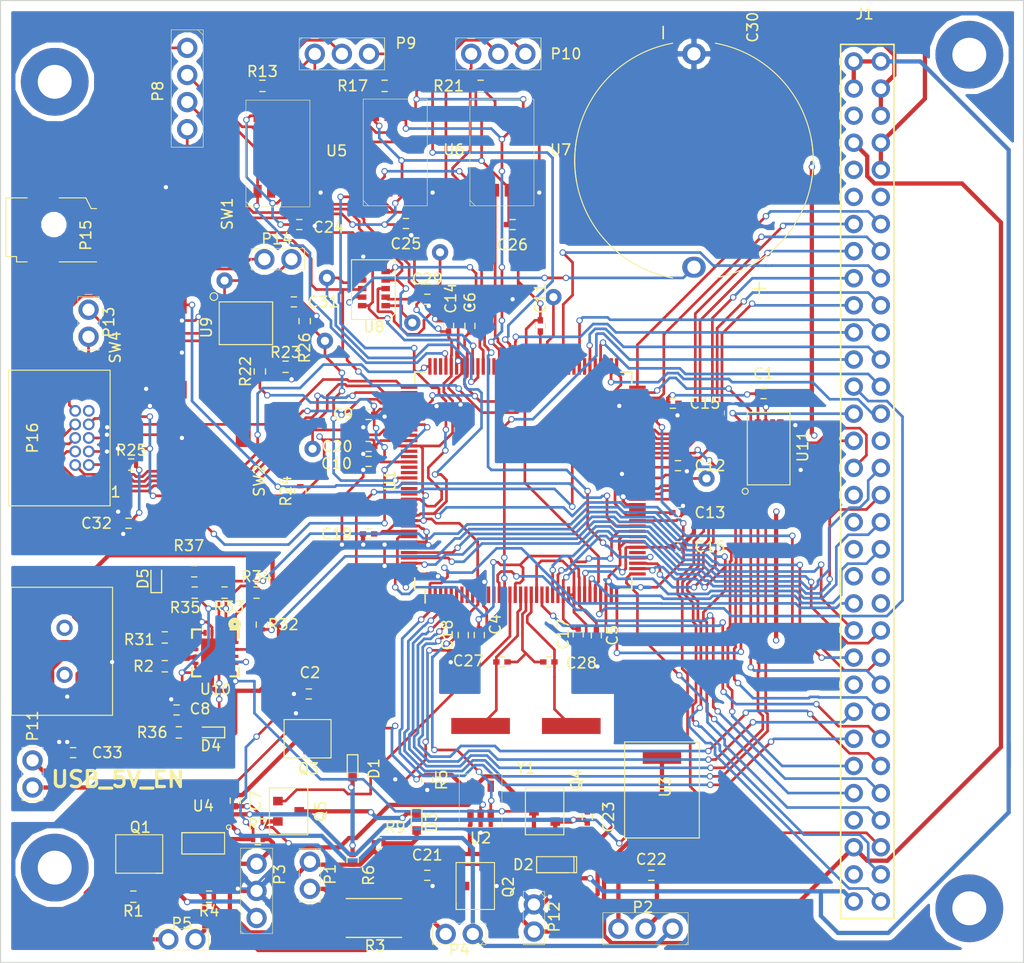
<source format=kicad_pcb>
(kicad_pcb (version 4) (host pcbnew 4.0.4-stable)
  (layers (0 F.Cu signal) (31 B.Cu signal) (34 B.Paste user) (35 F.Paste user) (36 B.SilkS user) (37 F.SilkS user) (38 B.Mask user) (39 F.Mask user) (44 Edge.Cuts user))
  (net 0 "")
  (net 1 1v2)
  (net 2 GND)
  (net 3 FTDI_VCCIO)
  (net 4 104_In_GND)
  (net 5 3v3)
  (net 6 3v3_OUTPUT)
  (net 7 104_GND)
  (net 8 5v0)
  (net 9 /MCU_Support_Reset/OSC_P)
  (net 10 "Net-(C27-Pad2)")
  (net 11 /MCU_Support_Reset/OSC_N)
  (net 12 "Net-(C30-Pad1)")
  (net 13 "Net-(C31-Pad1)")
  (net 14 "Net-(C32-Pad1)")
  (net 15 USB_5V)
  (net 16 "Net-(D1-Pad2)")
  (net 17 "Net-(D1-Pad1)")
  (net 18 "Net-(D3-Pad2)")
  (net 19 "Net-(D3-Pad1)")
  (net 20 "Net-(D4-Pad2)")
  (net 21 "Net-(D4-Pad1)")
  (net 22 "Net-(D5-Pad2)")
  (net 23 "Net-(D5-Pad1)")
  (net 24 "Net-(J1-Pad30B)")
  (net 25 "Net-(J1-Pad28B)")
  (net 26 "Net-(J1-Pad27B)")
  (net 27 NHET1_26)
  (net 28 NHET1_22)
  (net 29 NHET1_7)
  (net 30 NHET1_4)
  (net 31 I2C_SCL)
  (net 32 I2C_SDA)
  (net 33 "Net-(J1-Pad16B)")
  (net 34 "Net-(J1-Pad15B)")
  (net 35 "Net-(J1-Pad14B)")
  (net 36 "Net-(J1-Pad13B)")
  (net 37 GIOB3)
  (net 38 GIOB2)
  (net 39 GIOB1)
  (net 40 GIOA1)
  (net 41 GIOA0)
  (net 42 UART_TX)
  (net 43 UART_RX)
  (net 44 "Net-(J1-Pad4B)")
  (net 45 "Net-(J1-Pad2B)")
  (net 46 "Net-(J1-Pad30A)")
  (net 47 "Net-(J1-Pad28A)")
  (net 48 "Net-(J1-Pad27A)")
  (net 49 AD1_10)
  (net 50 AD1_9)
  (net 51 AD1_8)
  (net 52 AD1_7)
  (net 53 AD1_6)
  (net 54 AD1_5)
  (net 55 AD1_4)
  (net 56 AD1_3)
  (net 57 "Net-(J1-Pad18A)")
  (net 58 "Net-(J1-Pad13A)")
  (net 59 "Net-(J1-Pad12A)")
  (net 60 RF_PWM2)
  (net 61 RF_PWM1)
  (net 62 RF_ADC2)
  (net 63 RF_ADC1)
  (net 64 ANTENNA_DEPLOY)
  (net 65 RF_GAIN_CS)
  (net 66 RF_IRQ)
  (net 67 RF_CS)
  (net 68 RF_MISO)
  (net 69 RF_MOSI)
  (net 70 RF_CLK)
  (net 71 "Net-(P1-Pad2)")
  (net 72 INA_INPUT)
  (net 73 "Net-(P3-Pad1)")
  (net 74 "Net-(P4-Pad2)")
  (net 75 INA_ALERT)
  (net 76 INA_OUT)
  (net 77 USB_P)
  (net 78 USB_N)
  (net 79 "Net-(P6-Pad4)")
  (net 80 RTC_MISO)
  (net 81 RTC_CLK)
  (net 82 RTC_CS)
  (net 83 RTC_MOSI)
  (net 84 FLASH_CLK)
  (net 85 FLASH_MISO)
  (net 86 FLASH_MOSI)
  (net 87 FLASH2_CS)
  (net 88 FLASH1_CS)
  (net 89 FLASH0_CS)
  (net 90 nTRST)
  (net 91 TDI)
  (net 92 TMS)
  (net 93 TCK)
  (net 94 RTCK)
  (net 95 TDO)
  (net 96 GIOA6)
  (net 97 "Net-(R1-Pad1)")
  (net 98 /PC104_Connector/RUSB_N)
  (net 99 MASTER_RESET)
  (net 100 "Net-(R22-Pad2)")
  (net 101 WATCHDOG)
  (net 102 /PC104_Connector/RUSB_P)
  (net 103 "Net-(R34-Pad2)")
  (net 104 "Net-(R35-Pad2)")
  (net 105 "Net-(SW1-Pad1)")
  (net 106 GIOA2)
  (net 107 "Net-(U1-Pad23)")
  (net 108 "Net-(U1-Pad35)")
  (net 109 "Net-(U1-Pad41)")
  (net 110 "Net-(U1-Pad54)")
  (net 111 "Net-(U1-Pad55)")
  (net 112 "Net-(U1-Pad86)")
  (net 113 "Net-(U1-Pad91)")
  (net 114 "Net-(U1-Pad96)")
  (net 115 "Net-(U1-Pad97)")
  (net 116 "Net-(U1-Pad106)")
  (net 117 "Net-(U1-Pad107)")
  (net 118 "Net-(U1-Pad118)")
  (net 119 "Net-(U1-Pad119)")
  (net 120 "Net-(U1-Pad124)")
  (net 121 "Net-(U1-Pad125)")
  (net 122 "Net-(U1-Pad127)")
  (net 123 "Net-(U1-Pad139)")
  (net 124 "Net-(U2-Pad4)")
  (net 125 "Net-(U8-Pad3)")
  (net 126 "Net-(U8-Pad1)")
  (net 127 "Net-(U10-Pad12)")
  (net 128 "Net-(U10-Pad14)")
  (net 129 "Net-(P14-Pad2)")
  (net 130 "Net-(R13-Pad2)")
  (net 131 "Net-(R17-Pad2)")
  (net 132 "Net-(R21-Pad2)")
  (net 133 nERROR)
  (net 134 "Net-(U11-Pad3)")
  (net 135 AD1_20)
  (net 136 AD1_19)
  (net 137 AD1_18)
  (net 138 AD1_17)
  (net 139 AD1_16)
  (net 140 AD1_21)
  (net 141 AD1_11)
  (net 142 AD1_12)
  (net 143 AD1_13)
  (net 144 AD1_22)
  (net 145 AD1_14)
  (net 146 AD1_23)
  (net 147 AD1_15)
  (net 148 SPI4_CS0)
  (net 149 SPI4_CLK)
  (net 150 SPI4_MOSI)
  (net 151 SPI4_MISO)
  (net 152 "Net-(P16-Pad9)")
  (module SFUSat:SOT23_DMN2075U (layer F.Cu) (at 144.5 103 90)
    (fp_text reference Q2 (at -0.1 3.1 90) (layer F.SilkS))
    (fp_text value DMN2075U)
    (pad 1 smd rect (at 0 -1 90) (size 0.8 0.9) (layers F.Cu F.Paste F.Mask) (net 71 "Net-(P1-Pad2)"))
    (pad 2 smd rect (at -0.96 1 90) (size 0.8 0.9) (layers F.Cu F.Paste F.Mask) (net 5 3v3))
    (pad 3 smd rect (at 0.95 1 90) (size 0.8 0.9) (layers F.Cu F.Paste F.Mask) (net 2 GND))
  )
  (module SFUSat:Tact_SW_SMD_v2 (layer F.Cu) (at 120.5 65 90)
    (fp_text reference SW2 (at 0 3.75 90) (layer F.SilkS))
    (fp_text value SPST)
    (pad 4 smd rect (at 3.975 2.25 90) (size 1.65 1.4) (layers F.Cu F.Paste F.Mask))
    (pad 2 smd rect (at 3.975 -2.25 90) (size 1.65 1.4) (layers F.Cu F.Paste F.Mask) (net 2 GND))
    (pad 1 smd rect (at -3.975 -2.25 90) (size 1.65 1.4) (layers F.Cu F.Paste F.Mask) (net 14 "Net-(C32-Pad1)"))
    (pad 3 smd rect (at -3.975 2.25 90) (size 1.65 1.4) (layers F.Cu F.Paste F.Mask))
  )
  (module SFUSat:SOT-8_208mil_medium (layer F.Cu) (at 126 34.34)
    (fp_text reference U5 (at 5.5 -0.25) (layer F.SilkS))
    (fp_text value FLASH_IS25LP016D)
    (pad 2 smd rect (at -0.635 3.54) (size 0.76 1.2) (layers F.Cu F.Paste F.Mask) (net 85 FLASH_MISO))
    (pad 3 smd rect (at 0.635 3.54) (size 0.76 1.2) (layers F.Cu F.Paste F.Mask) (net 5 3v3))
    (pad 4 smd rect (at 1.905 3.54) (size 0.76 1.2) (layers F.Cu F.Paste F.Mask) (net 2 GND))
    (pad 1 smd rect (at -1.905 3.54) (size 0.76 1.2) (layers F.Cu F.Paste F.Mask) (net 89 FLASH0_CS))
    (pad 8 smd rect (at -1.905 -3.54) (size 0.76 1.2) (layers F.Cu F.Paste F.Mask) (net 5 3v3))
    (pad 7 smd rect (at -0.635 -3.54) (size 0.76 1.2) (layers F.Cu F.Paste F.Mask) (net 130 "Net-(R13-Pad2)"))
    (pad 6 smd rect (at 0.635 -3.54) (size 0.76 1.2) (layers F.Cu F.Paste F.Mask) (net 84 FLASH_CLK))
    (pad 5 smd rect (at 1.905 -3.54) (size 0.76 1.2) (layers F.Cu F.Paste F.Mask) (net 86 FLASH_MOSI))
  )
  (module SFUSat:3x_01In_Header_v2 (layer F.Cu) (at 124 103.46 90)
    (fp_text reference P3 (at 1.54 2.16 90) (layer F.SilkS))
    (fp_text value INA_GND)
    (pad 1 thru_hole circle (at -2.54 0 90) (size 1.9 1.9) (drill 1.15) (layers *.Cu *.Mask) (net 73 "Net-(P3-Pad1)"))
    (pad 2 thru_hole circle (at 0 0 90) (size 1.9 1.9) (drill 1.15) (layers *.Cu *.Mask) (net 2 GND))
    (pad 3 thru_hole circle (at 2.54 0 90) (size 1.9 1.9) (drill 1.15) (layers *.Cu *.Mask) (net 7 104_GND))
  )
  (module SFUSat:PC104PTH (layer F.Cu) (at 159.1 95.5)
    (fp_text reference REF** hide)
    (fp_text value PC104PTH hide)
    (pad 1 thru_hole circle (at 31.71 9.59) (size 6.35 6.35) (drill 3.18) (layers *.Cu *.Mask))
  )
  (module SFUSat:C_0402 (layer F.Cu) (at 128.9 85 180)
    (fp_text reference C2 (at -0.1 2 180) (layer F.SilkS))
    (fp_text value 10µF)
    (pad 1 smd rect (at -0.525 0 180) (size 0.6 0.5) (layers F.Cu F.Paste F.Mask) (net 1 1v2))
    (pad 2 smd rect (at 0.525 0 180) (size 0.6 0.5) (layers F.Cu F.Paste F.Mask) (net 2 GND))
  )
  (module SFUSat:C_0402 (layer F.Cu) (at 144.875 79.475 270)
    (fp_text reference C4 (at -1 -1.5 450) (layer F.SilkS))
    (fp_text value 0.1µF)
    (pad 1 smd rect (at -0.525 0 270) (size 0.6 0.5) (layers F.Cu F.Paste F.Mask) (net 1 1v2))
    (pad 2 smd rect (at 0.525 0 270) (size 0.6 0.5) (layers F.Cu F.Paste F.Mask) (net 2 GND))
  )
  (module SFUSat:C_0402 (layer F.Cu) (at 155.85 79.5 270)
    (fp_text reference C5 (at 0 -1.5 270) (layer F.SilkS))
    (fp_text value 0.1µF)
    (pad 1 smd rect (at -0.525 0 270) (size 0.6 0.5) (layers F.Cu F.Paste F.Mask) (net 1 1v2))
    (pad 2 smd rect (at 0.525 0 270) (size 0.6 0.5) (layers F.Cu F.Paste F.Mask) (net 2 GND))
  )
  (module SFUSat:C_0402 (layer F.Cu) (at 144 50.5 90)
    (fp_text reference C6 (at 2.2 0 90) (layer F.SilkS))
    (fp_text value 0.1µF)
    (pad 1 smd rect (at -0.525 0 90) (size 0.6 0.5) (layers F.Cu F.Paste F.Mask) (net 1 1v2))
    (pad 2 smd rect (at 0.525 0 90) (size 0.6 0.5) (layers F.Cu F.Paste F.Mask) (net 2 GND))
  )
  (module SFUSat:C_0402 (layer F.Cu) (at 122 95 270)
    (fp_text reference C7 (at 0 -1.9 270) (layer F.SilkS))
    (fp_text value 0.1µF)
    (pad 1 smd rect (at -0.525 0 270) (size 0.6 0.5) (layers F.Cu F.Paste F.Mask) (net 1 1v2))
    (pad 2 smd rect (at 0.525 0 270) (size 0.6 0.5) (layers F.Cu F.Paste F.Mask) (net 2 GND))
  )
  (module SFUSat:C_0402 (layer F.Cu) (at 116.5 86.5 180)
    (fp_text reference C8 (at -2.2 0.1 180) (layer F.SilkS))
    (fp_text value 100nF)
    (pad 1 smd rect (at -0.525 0 180) (size 0.6 0.5) (layers F.Cu F.Paste F.Mask) (net 3 FTDI_VCCIO))
    (pad 2 smd rect (at 0.525 0 180) (size 0.6 0.5) (layers F.Cu F.Paste F.Mask) (net 4 104_In_GND))
  )
  (module SFUSat:C_0402 (layer F.Cu) (at 134.5 58.8 180)
    (fp_text reference C9 (at 2.4 0 180) (layer F.SilkS))
    (fp_text value 0.1µF)
    (pad 1 smd rect (at -0.525 0 180) (size 0.6 0.5) (layers F.Cu F.Paste F.Mask) (net 1 1v2))
    (pad 2 smd rect (at 0.525 0 180) (size 0.6 0.5) (layers F.Cu F.Paste F.Mask) (net 2 GND))
  )
  (module SFUSat:C_0402 (layer F.Cu) (at 134.5 63.2 180)
    (fp_text reference C10 (at 3 -0.2 180) (layer F.SilkS))
    (fp_text value 0.1µF)
    (pad 1 smd rect (at -0.525 0 180) (size 0.6 0.5) (layers F.Cu F.Paste F.Mask) (net 1 1v2))
    (pad 2 smd rect (at 0.525 0 180) (size 0.6 0.5) (layers F.Cu F.Paste F.Mask) (net 2 GND))
  )
  (module SFUSat:C_0402 (layer F.Cu) (at 150.6 50.5 90)
    (fp_text reference C11 (at 2.6 0 90) (layer F.SilkS))
    (fp_text value 0.1µF)
    (pad 1 smd rect (at -0.525 0 90) (size 0.6 0.5) (layers F.Cu F.Paste F.Mask) (net 1 1v2))
    (pad 2 smd rect (at 0.525 0 90) (size 0.6 0.5) (layers F.Cu F.Paste F.Mask) (net 2 GND))
  )
  (module SFUSat:C_0402 (layer F.Cu) (at 163.5 63.6)
    (fp_text reference C12 (at 3 0) (layer F.SilkS))
    (fp_text value 0.1µF)
    (pad 1 smd rect (at -0.525 0) (size 0.6 0.5) (layers F.Cu F.Paste F.Mask) (net 1 1v2))
    (pad 2 smd rect (at 0.525 0) (size 0.6 0.5) (layers F.Cu F.Paste F.Mask) (net 2 GND))
  )
  (module SFUSat:C_0402 (layer F.Cu) (at 163.5 68)
    (fp_text reference C13 (at 3 0) (layer F.SilkS))
    (fp_text value 0.1µF)
    (pad 1 smd rect (at -0.525 0) (size 0.6 0.5) (layers F.Cu F.Paste F.Mask) (net 1 1v2))
    (pad 2 smd rect (at 0.525 0) (size 0.6 0.5) (layers F.Cu F.Paste F.Mask) (net 2 GND))
  )
  (module SFUSat:C_0402 (layer F.Cu) (at 142 50.5 270)
    (fp_text reference C14 (at -2.6 -0.2 270) (layer F.SilkS))
    (fp_text value 0.1µF)
    (pad 1 smd rect (at -0.525 0 270) (size 0.6 0.5) (layers F.Cu F.Paste F.Mask) (net 2 GND))
    (pad 2 smd rect (at 0.525 0 270) (size 0.6 0.5) (layers F.Cu F.Paste F.Mask) (net 5 3v3))
  )
  (module SFUSat:C_0402 (layer F.Cu) (at 163.025 57.75)
    (fp_text reference C15 (at 3 0) (layer F.SilkS))
    (fp_text value 0.1µF)
    (pad 1 smd rect (at -0.525 0) (size 0.6 0.5) (layers F.Cu F.Paste F.Mask) (net 5 3v3))
    (pad 2 smd rect (at 0.525 0) (size 0.6 0.5) (layers F.Cu F.Paste F.Mask) (net 2 GND))
  )
  (module SFUSat:C_0402 (layer F.Cu) (at 163.5 71.2)
    (fp_text reference C16 (at 3 0) (layer F.SilkS))
    (fp_text value 0.1µF)
    (pad 1 smd rect (at -0.525 0) (size 0.6 0.5) (layers F.Cu F.Paste F.Mask) (net 5 3v3))
    (pad 2 smd rect (at 0.525 0) (size 0.6 0.5) (layers F.Cu F.Paste F.Mask) (net 2 GND))
  )
  (module SFUSat:C_0402 (layer F.Cu) (at 154.15 79.4 90)
    (fp_text reference C17 (at 0 -1.4 90) (layer F.SilkS))
    (fp_text value 0.1µF)
    (pad 1 smd rect (at -0.525 0 90) (size 0.6 0.5) (layers F.Cu F.Paste F.Mask) (net 2 GND))
    (pad 2 smd rect (at 0.525 0 90) (size 0.6 0.5) (layers F.Cu F.Paste F.Mask) (net 5 3v3))
  )
  (module SFUSat:C_0402 (layer F.Cu) (at 143.375 79.475 270)
    (fp_text reference C18 (at 0 1.5 450) (layer F.SilkS))
    (fp_text value 0.1µF)
    (pad 1 smd rect (at -0.525 0 270) (size 0.6 0.5) (layers F.Cu F.Paste F.Mask) (net 5 3v3))
    (pad 2 smd rect (at 0.525 0 270) (size 0.6 0.5) (layers F.Cu F.Paste F.Mask) (net 2 GND))
  )
  (module SFUSat:C_0402 (layer F.Cu) (at 134.5 70 180)
    (fp_text reference C19 (at 3 0 180) (layer F.SilkS))
    (fp_text value 0.1µF)
    (pad 1 smd rect (at -0.525 0 180) (size 0.6 0.5) (layers F.Cu F.Paste F.Mask) (net 5 3v3))
    (pad 2 smd rect (at 0.525 0 180) (size 0.6 0.5) (layers F.Cu F.Paste F.Mask) (net 2 GND))
  )
  (module SFUSat:C_0402 (layer F.Cu) (at 134.5 61.8 180)
    (fp_text reference C20 (at 2.95 0 180) (layer F.SilkS))
    (fp_text value 0.1µF)
    (pad 1 smd rect (at -0.525 0 180) (size 0.6 0.5) (layers F.Cu F.Paste F.Mask) (net 5 3v3))
    (pad 2 smd rect (at 0.525 0 180) (size 0.6 0.5) (layers F.Cu F.Paste F.Mask) (net 2 GND))
  )
  (module SFUSat:C_0402 (layer F.Cu) (at 140 102)
    (fp_text reference C21 (at 0 -1.9) (layer F.SilkS))
    (fp_text value 1µF)
    (pad 1 smd rect (at -0.525 0) (size 0.6 0.5) (layers F.Cu F.Paste F.Mask) (net 5 3v3))
    (pad 2 smd rect (at 0.525 0) (size 0.6 0.5) (layers F.Cu F.Paste F.Mask) (net 2 GND))
  )
  (module SFUSat:C_0402 (layer F.Cu) (at 161 102 180)
    (fp_text reference C22 (at 0 1.5 180) (layer F.SilkS))
    (fp_text value 4.7µF)
    (pad 1 smd rect (at -0.525 0 180) (size 0.6 0.5) (layers F.Cu F.Paste F.Mask) (net 6 3v3_OUTPUT))
    (pad 2 smd rect (at 0.525 0 180) (size 0.6 0.5) (layers F.Cu F.Paste F.Mask) (net 7 104_GND))
  )
  (module SFUSat:C_0402 (layer F.Cu) (at 155 96.525 90)
    (fp_text reference C23 (at 0 2 90) (layer F.SilkS))
    (fp_text value 1µF)
    (pad 1 smd rect (at -0.525 0 90) (size 0.6 0.5) (layers F.Cu F.Paste F.Mask) (net 8 5v0))
    (pad 2 smd rect (at 0.525 0 90) (size 0.6 0.5) (layers F.Cu F.Paste F.Mask) (net 7 104_GND))
  )
  (module SFUSat:C_0402 (layer F.Cu) (at 128 41 180)
    (fp_text reference C24 (at -2.75 -0.25 180) (layer F.SilkS))
    (fp_text value 0.1µF)
    (pad 1 smd rect (at -0.525 0 180) (size 0.6 0.5) (layers F.Cu F.Paste F.Mask) (net 2 GND))
    (pad 2 smd rect (at 0.525 0 180) (size 0.6 0.5) (layers F.Cu F.Paste F.Mask) (net 5 3v3))
  )
  (module SFUSat:C_0402 (layer F.Cu) (at 138 40.9 180)
    (fp_text reference C25 (at 0 -1.9 180) (layer F.SilkS))
    (fp_text value 0.1µF)
    (pad 1 smd rect (at -0.525 0 180) (size 0.6 0.5) (layers F.Cu F.Paste F.Mask) (net 2 GND))
    (pad 2 smd rect (at 0.525 0 180) (size 0.6 0.5) (layers F.Cu F.Paste F.Mask) (net 5 3v3))
  )
  (module SFUSat:C_0402 (layer F.Cu) (at 148 41 180)
    (fp_text reference C26 (at 0 -1.9 180) (layer F.SilkS))
    (fp_text value 0.1µF)
    (pad 1 smd rect (at -0.525 0 180) (size 0.6 0.5) (layers F.Cu F.Paste F.Mask) (net 2 GND))
    (pad 2 smd rect (at 0.525 0 180) (size 0.6 0.5) (layers F.Cu F.Paste F.Mask) (net 5 3v3))
  )
  (module SFUSat:C_0402 (layer F.Cu) (at 147 82)
    (fp_text reference C27 (at -3.15 -0.1) (layer F.SilkS))
    (fp_text value 33pF)
    (pad 1 smd rect (at -0.525 0) (size 0.6 0.5) (layers F.Cu F.Paste F.Mask) (net 9 /MCU_Support_Reset/OSC_P))
    (pad 2 smd rect (at 0.525 0) (size 0.6 0.5) (layers F.Cu F.Paste F.Mask) (net 10 "Net-(C27-Pad2)"))
  )
  (module SFUSat:C_0402 (layer F.Cu) (at 151.4 82)
    (fp_text reference C28 (at 3.05 0.1) (layer F.SilkS))
    (fp_text value 33pF)
    (pad 1 smd rect (at -0.525 0) (size 0.6 0.5) (layers F.Cu F.Paste F.Mask) (net 10 "Net-(C27-Pad2)"))
    (pad 2 smd rect (at 0.525 0) (size 0.6 0.5) (layers F.Cu F.Paste F.Mask) (net 11 /MCU_Support_Reset/OSC_N))
  )
  (module SFUSat:C_0402 (layer F.Cu) (at 140 48)
    (fp_text reference C29 (at 0 -1.9) (layer F.SilkS))
    (fp_text value 10nF)
    (pad 1 smd rect (at -0.525 0) (size 0.6 0.5) (layers F.Cu F.Paste F.Mask) (net 5 3v3))
    (pad 2 smd rect (at 0.525 0) (size 0.6 0.5) (layers F.Cu F.Paste F.Mask) (net 2 GND))
  )
  (module SFUSat:Supercap_v2 (layer F.Cu) (at 165 35 90)
    (fp_text reference C30 (at 12.5 5.5 90) (layer F.SilkS))
    (fp_text value 470µF)
    (fp_text user - (at 12 -3 90) (layer F.SilkS) (effects (font (size 1.5 1.5))))
    (fp_text user + (at -12 6 90) (layer F.SilkS) (effects (font (size 1.5 1.5))))
    (pad 1 thru_hole oval (at -10 0 90) (size 1.95 2.2) (drill 1.25) (layers *.Cu *.Mask) (net 12 "Net-(C30-Pad1)"))
    (pad 2 thru_hole oval (at 10 0 90) (size 1.95 2.2) (drill 1.25) (layers *.Cu *.Mask) (net 2 GND))
  )
  (module SFUSat:C_0402 (layer F.Cu) (at 127.5 48.25)
    (fp_text reference C31 (at 2.75 0) (layer F.SilkS))
    (fp_text value 0.1µF)
    (pad 1 smd rect (at -0.525 0) (size 0.6 0.5) (layers F.Cu F.Paste F.Mask) (net 13 "Net-(C31-Pad1)"))
    (pad 2 smd rect (at 0.525 0) (size 0.6 0.5) (layers F.Cu F.Paste F.Mask) (net 2 GND))
  )
  (module SFUSat:C_0402 (layer F.Cu) (at 112 69 180)
    (fp_text reference C32 (at 3 0 180) (layer F.SilkS))
    (fp_text value 0.1µF)
    (pad 1 smd rect (at -0.525 0 180) (size 0.6 0.5) (layers F.Cu F.Paste F.Mask) (net 14 "Net-(C32-Pad1)"))
    (pad 2 smd rect (at 0.525 0 180) (size 0.6 0.5) (layers F.Cu F.Paste F.Mask) (net 2 GND))
  )
  (module SFUSat:C_0402 (layer F.Cu) (at 106.8 90.5 180)
    (fp_text reference C33 (at -3.2 0 180) (layer F.SilkS))
    (fp_text value 10nF)
    (pad 1 smd rect (at -0.525 0 180) (size 0.6 0.5) (layers F.Cu F.Paste F.Mask) (net 15 USB_5V))
    (pad 2 smd rect (at 0.525 0 180) (size 0.6 0.5) (layers F.Cu F.Paste F.Mask) (net 4 104_In_GND))
  )
  (module SFUSat:LED_0603 (layer F.Cu) (at 133 92 270)
    (fp_text reference D1 (at 0 -2 270) (layer F.SilkS))
    (fp_text value LED)
    (pad 2 smd rect (at 0.8 0 90) (size 0.8 0.8) (layers F.Cu F.Paste F.Mask) (net 16 "Net-(D1-Pad2)"))
    (pad 1 smd rect (at -0.8 0 90) (size 0.8 0.8) (layers F.Cu F.Paste F.Mask) (net 17 "Net-(D1-Pad1)"))
  )
  (module SFUSat:PESD57zx (layer F.Cu) (at 152 101 180)
    (fp_text reference D2 (at 3 0 180) (layer F.SilkS))
    (fp_text value PESD5Zx)
    (pad 1 smd rect (at -0.55 0 180) (size 0.8 0.6) (layers F.Cu F.Paste F.Mask) (net 8 5v0))
    (pad 2 smd rect (at 0.55 0 180) (size 0.8 0.6) (layers F.Cu F.Paste F.Mask) (net 4 104_In_GND))
  )
  (module SFUSat:LED_0603 (layer F.Cu) (at 139 97 270)
    (fp_text reference D3 (at 0 -1.39 270) (layer F.SilkS))
    (fp_text value LED)
    (pad 2 smd rect (at 0.8 0 90) (size 0.8 0.8) (layers F.Cu F.Paste F.Mask) (net 18 "Net-(D3-Pad2)"))
    (pad 1 smd rect (at -0.8 0 90) (size 0.8 0.8) (layers F.Cu F.Paste F.Mask) (net 19 "Net-(D3-Pad1)"))
  )
  (module SFUSat:LED_0603 (layer F.Cu) (at 119.710572 88.603643 180)
    (fp_text reference D4 (at 0 -1.25 180) (layer F.SilkS))
    (fp_text value TX)
    (pad 2 smd rect (at 0.8 0) (size 0.8 0.8) (layers F.Cu F.Paste F.Mask) (net 20 "Net-(D4-Pad2)"))
    (pad 1 smd rect (at -0.8 0) (size 0.8 0.8) (layers F.Cu F.Paste F.Mask) (net 21 "Net-(D4-Pad1)"))
  )
  (module SFUSat:LED_0603 (layer F.Cu) (at 114.6 74.2 90)
    (fp_text reference D5 (at 0 -1.25 90) (layer F.SilkS))
    (fp_text value RX)
    (pad 2 smd rect (at 0.8 0 270) (size 0.8 0.8) (layers F.Cu F.Paste F.Mask) (net 22 "Net-(D5-Pad2)"))
    (pad 1 smd rect (at -0.8 0 270) (size 0.8 0.8) (layers F.Cu F.Paste F.Mask) (net 23 "Net-(D5-Pad1)"))
  )
  (module SFUSat:PC104-8bit (layer F.Cu) (at 181.25 65.08)
    (fp_text reference J1 (at -0.254 -43.815) (layer F.SilkS))
    (fp_text value PC104-8BIT)
    (pad 32B thru_hole circle (at -1.27 -39.37) (size 1.72 1.72) (drill 1.02) (layers *.Cu *.Mask) (net 4 104_In_GND))
    (pad 31B thru_hole circle (at -1.27 -36.83) (size 1.72 1.72) (drill 1.02) (layers *.Cu *.Mask) (net 4 104_In_GND))
    (pad 30B thru_hole circle (at -1.27 -34.29) (size 1.72 1.72) (drill 1.02) (layers *.Cu *.Mask) (net 24 "Net-(J1-Pad30B)"))
    (pad 29B thru_hole circle (at -1.27 -31.75) (size 1.72 1.72) (drill 1.02) (layers *.Cu *.Mask) (net 8 5v0))
    (pad 28B thru_hole circle (at -1.27 -29.21) (size 1.72 1.72) (drill 1.02) (layers *.Cu *.Mask) (net 25 "Net-(J1-Pad28B)"))
    (pad 27B thru_hole circle (at -1.27 -26.67) (size 1.72 1.72) (drill 1.02) (layers *.Cu *.Mask) (net 26 "Net-(J1-Pad27B)"))
    (pad 26B thru_hole circle (at -1.27 -24.13) (size 1.72 1.72) (drill 1.02) (layers *.Cu *.Mask) (net 135 AD1_20))
    (pad 25B thru_hole circle (at -1.27 -21.59) (size 1.72 1.72) (drill 1.02) (layers *.Cu *.Mask) (net 136 AD1_19))
    (pad 24B thru_hole circle (at -1.27 -19.05) (size 1.72 1.72) (drill 1.02) (layers *.Cu *.Mask) (net 137 AD1_18))
    (pad 23B thru_hole circle (at -1.27 -16.51) (size 1.72 1.72) (drill 1.02) (layers *.Cu *.Mask) (net 138 AD1_17))
    (pad 22B thru_hole circle (at -1.27 -13.97) (size 1.72 1.72) (drill 1.02) (layers *.Cu *.Mask) (net 27 NHET1_26))
    (pad 21B thru_hole circle (at -1.27 -11.43) (size 1.72 1.72) (drill 1.02) (layers *.Cu *.Mask) (net 28 NHET1_22))
    (pad 20B thru_hole circle (at -1.27 -8.89) (size 1.72 1.72) (drill 1.02) (layers *.Cu *.Mask) (net 29 NHET1_7))
    (pad 19B thru_hole circle (at -1.27 -6.35) (size 1.72 1.72) (drill 1.02) (layers *.Cu *.Mask) (net 30 NHET1_4))
    (pad 18B thru_hole circle (at -1.27 -3.81) (size 1.72 1.72) (drill 1.02) (layers *.Cu *.Mask) (net 31 I2C_SCL))
    (pad 17B thru_hole circle (at -1.27 -1.27) (size 1.72 1.72) (drill 1.02) (layers *.Cu *.Mask) (net 32 I2C_SDA))
    (pad 16B thru_hole circle (at -1.27 1.27) (size 1.72 1.72) (drill 1.02) (layers *.Cu *.Mask) (net 33 "Net-(J1-Pad16B)"))
    (pad 15B thru_hole circle (at -1.27 3.81) (size 1.72 1.72) (drill 1.02) (layers *.Cu *.Mask) (net 34 "Net-(J1-Pad15B)"))
    (pad 14B thru_hole circle (at -1.27 6.35) (size 1.72 1.72) (drill 1.02) (layers *.Cu *.Mask) (net 35 "Net-(J1-Pad14B)"))
    (pad 13B thru_hole circle (at -1.27 8.89) (size 1.72 1.72) (drill 1.02) (layers *.Cu *.Mask) (net 36 "Net-(J1-Pad13B)"))
    (pad 12B thru_hole circle (at -1.27 11.43) (size 1.72 1.72) (drill 1.02) (layers *.Cu *.Mask) (net 37 GIOB3))
    (pad 11B thru_hole circle (at -1.27 13.97) (size 1.72 1.72) (drill 1.02) (layers *.Cu *.Mask) (net 38 GIOB2))
    (pad 10B thru_hole circle (at -1.27 16.51) (size 1.72 1.72) (drill 1.02) (layers *.Cu *.Mask) (net 39 GIOB1))
    (pad 9B thru_hole circle (at -1.27 19.05) (size 1.72 1.72) (drill 1.02) (layers *.Cu *.Mask))
    (pad 8B thru_hole circle (at -1.27 21.59) (size 1.72 1.72) (drill 1.02) (layers *.Cu *.Mask) (net 40 GIOA1))
    (pad 7B thru_hole circle (at -1.27 24.13) (size 1.72 1.72) (drill 1.02) (layers *.Cu *.Mask) (net 41 GIOA0))
    (pad 6B thru_hole circle (at -1.27 26.67) (size 1.72 1.72) (drill 1.02) (layers *.Cu *.Mask) (net 42 UART_TX))
    (pad 5B thru_hole circle (at -1.27 29.21) (size 1.72 1.72) (drill 1.02) (layers *.Cu *.Mask) (net 43 UART_RX))
    (pad 4B thru_hole circle (at -1.27 31.75) (size 1.72 1.72) (drill 1.02) (layers *.Cu *.Mask) (net 44 "Net-(J1-Pad4B)"))
    (pad 3B thru_hole circle (at -1.27 34.29) (size 1.72 1.72) (drill 1.02) (layers *.Cu *.Mask) (net 8 5v0))
    (pad 2B thru_hole circle (at -1.27 36.83) (size 1.72 1.72) (drill 1.02) (layers *.Cu *.Mask) (net 45 "Net-(J1-Pad2B)"))
    (pad 1B thru_hole circle (at -1.27 39.37) (size 1.72 1.72) (drill 1.02) (layers *.Cu *.Mask) (net 4 104_In_GND))
    (pad 32A thru_hole circle (at 1.27 -39.37) (size 1.72 1.72) (drill 1.02) (layers *.Cu *.Mask) (net 4 104_In_GND))
    (pad 31A thru_hole circle (at 1.27 -36.83) (size 1.72 1.72) (drill 1.02) (layers *.Cu *.Mask) (net 46 "Net-(J1-Pad30A)"))
    (pad 30A thru_hole circle (at 1.27 -34.29) (size 1.72 1.72) (drill 1.02) (layers *.Cu *.Mask) (net 46 "Net-(J1-Pad30A)"))
    (pad 29A thru_hole circle (at 1.27 -31.75) (size 1.72 1.72) (drill 1.02) (layers *.Cu *.Mask) (net 47 "Net-(J1-Pad28A)"))
    (pad 28A thru_hole circle (at 1.27 -29.21) (size 1.72 1.72) (drill 1.02) (layers *.Cu *.Mask) (net 47 "Net-(J1-Pad28A)"))
    (pad 27A thru_hole circle (at 1.27 -26.67) (size 1.72 1.72) (drill 1.02) (layers *.Cu *.Mask) (net 48 "Net-(J1-Pad27A)"))
    (pad 26A thru_hole circle (at 1.27 -24.13) (size 1.72 1.72) (drill 1.02) (layers *.Cu *.Mask) (net 49 AD1_10))
    (pad 25A thru_hole circle (at 1.27 -21.59) (size 1.72 1.72) (drill 1.02) (layers *.Cu *.Mask) (net 50 AD1_9))
    (pad 24A thru_hole circle (at 1.27 -19.05) (size 1.72 1.72) (drill 1.02) (layers *.Cu *.Mask) (net 51 AD1_8))
    (pad 23A thru_hole circle (at 1.27 -16.51) (size 1.72 1.72) (drill 1.02) (layers *.Cu *.Mask) (net 52 AD1_7))
    (pad 22A thru_hole circle (at 1.27 -13.97) (size 1.72 1.72) (drill 1.02) (layers *.Cu *.Mask) (net 53 AD1_6))
    (pad 21A thru_hole circle (at 1.27 -11.43) (size 1.72 1.72) (drill 1.02) (layers *.Cu *.Mask) (net 54 AD1_5))
    (pad 20A thru_hole circle (at 1.27 -8.89) (size 1.72 1.72) (drill 1.02) (layers *.Cu *.Mask) (net 55 AD1_4))
    (pad 19A thru_hole circle (at 1.27 -6.35) (size 1.72 1.72) (drill 1.02) (layers *.Cu *.Mask) (net 56 AD1_3))
    (pad 18A thru_hole circle (at 1.27 -3.81) (size 1.72 1.72) (drill 1.02) (layers *.Cu *.Mask) (net 57 "Net-(J1-Pad18A)"))
    (pad 17A thru_hole circle (at 1.27 -1.27) (size 1.72 1.72) (drill 1.02) (layers *.Cu *.Mask) (net 148 SPI4_CS0))
    (pad 16A thru_hole circle (at 1.27 1.27) (size 1.72 1.72) (drill 1.02) (layers *.Cu *.Mask) (net 149 SPI4_CLK))
    (pad 15A thru_hole circle (at 1.27 3.81) (size 1.72 1.72) (drill 1.02) (layers *.Cu *.Mask) (net 150 SPI4_MOSI))
    (pad 14A thru_hole circle (at 1.27 6.35) (size 1.72 1.72) (drill 1.02) (layers *.Cu *.Mask) (net 151 SPI4_MISO))
    (pad 13A thru_hole circle (at 1.27 8.89) (size 1.72 1.72) (drill 1.02) (layers *.Cu *.Mask) (net 58 "Net-(J1-Pad13A)"))
    (pad 12A thru_hole circle (at 1.27 11.43) (size 1.72 1.72) (drill 1.02) (layers *.Cu *.Mask) (net 59 "Net-(J1-Pad12A)"))
    (pad 11A thru_hole circle (at 1.27 13.97) (size 1.72 1.72) (drill 1.02) (layers *.Cu *.Mask) (net 60 RF_PWM2))
    (pad 10A thru_hole circle (at 1.27 16.51) (size 1.72 1.72) (drill 1.02) (layers *.Cu *.Mask) (net 61 RF_PWM1))
    (pad 9A thru_hole circle (at 1.27 19.05) (size 1.72 1.72) (drill 1.02) (layers *.Cu *.Mask) (net 62 RF_ADC2))
    (pad 8A thru_hole circle (at 1.27 21.59) (size 1.72 1.72) (drill 1.02) (layers *.Cu *.Mask) (net 63 RF_ADC1))
    (pad 7A thru_hole circle (at 1.27 24.13) (size 1.72 1.72) (drill 1.02) (layers *.Cu *.Mask) (net 64 ANTENNA_DEPLOY))
    (pad 6A thru_hole circle (at 1.27 26.67) (size 1.72 1.72) (drill 1.02) (layers *.Cu *.Mask) (net 65 RF_GAIN_CS))
    (pad 5A thru_hole circle (at 1.27 29.21) (size 1.72 1.72) (drill 1.02) (layers *.Cu *.Mask) (net 66 RF_IRQ))
    (pad 4A thru_hole circle (at 1.27 31.75) (size 1.72 1.72) (drill 1.02) (layers *.Cu *.Mask) (net 67 RF_CS))
    (pad 3A thru_hole circle (at 1.27 34.29) (size 1.72 1.72) (drill 1.02) (layers *.Cu *.Mask) (net 68 RF_MISO))
    (pad 2A thru_hole circle (at 1.27 36.83) (size 1.72 1.72) (drill 1.02) (layers *.Cu *.Mask) (net 69 RF_MOSI))
    (pad 1A thru_hole circle (at 1.27 39.37) (size 1.72 1.72) (drill 1.02) (layers *.Cu *.Mask) (net 70 RF_CLK))
  )
  (module SFUSat:2x01In_Header_v2 (layer F.Cu) (at 129 102 270)
    (fp_text reference P1 (at -0.1 -1.9 270) (layer F.SilkS))
    (fp_text value 3v3_IN_CONNECTOR)
    (pad 2 thru_hole circle (at 1.27 0 270) (size 1.9 1.9) (drill 1.15) (layers *.Cu *.Mask) (net 71 "Net-(P1-Pad2)"))
    (pad 1 thru_hole circle (at -1.27 0 270) (size 1.9 1.9) (drill 1.15) (layers *.Cu *.Mask) (net 5 3v3))
  )
  (module SFUSat:3x_01In_Header_v2 (layer F.Cu) (at 160.46 107 180)
    (fp_text reference P2 (at 0.25 2 180) (layer F.SilkS))
    (fp_text value INA_INPUT)
    (pad 1 thru_hole circle (at -2.54 0 180) (size 1.9 1.9) (drill 1.15) (layers *.Cu *.Mask) (net 72 INA_INPUT))
    (pad 2 thru_hole circle (at 0 0 180) (size 1.9 1.9) (drill 1.15) (layers *.Cu *.Mask) (net 6 3v3_OUTPUT))
    (pad 3 thru_hole circle (at 2.54 0 180) (size 1.9 1.9) (drill 1.15) (layers *.Cu *.Mask) (net 5 3v3))
  )
  (module SFUSat:2x01In_Header_v2 (layer F.Cu) (at 143 107.5 180)
    (fp_text reference P4 (at 0 -1.5 180) (layer F.SilkS))
    (fp_text value INA_EN)
    (pad 2 thru_hole circle (at 1.27 0 180) (size 1.9 1.9) (drill 1.15) (layers *.Cu *.Mask) (net 74 "Net-(P4-Pad2)"))
    (pad 1 thru_hole circle (at -1.27 0 180) (size 1.9 1.9) (drill 1.15) (layers *.Cu *.Mask) (net 72 INA_INPUT))
  )
  (module SFUSat:2x01In_Header_v2 (layer F.Cu) (at 117 108)
    (fp_text reference P5 (at 0 -1.5) (layer F.SilkS))
    (fp_text value INA_OUTPUT)
    (pad 2 thru_hole circle (at 1.27 0) (size 1.9 1.9) (drill 1.15) (layers *.Cu *.Mask) (net 75 INA_ALERT))
    (pad 1 thru_hole circle (at -1.27 0) (size 1.9 1.9) (drill 1.15) (layers *.Cu *.Mask) (net 76 INA_OUT))
  )
  (module SFUSat:USB_MINIB_SMD (layer F.Cu) (at 106 81)
    (fp_text reference P6 hide)
    (fp_text value USB_PORT)
    (pad "" np_thru_hole circle (at 0 2.2) (size 1.524 1.524) (drill 0.9) (layers *.Cu *.Mask))
    (pad "" np_thru_hole circle (at 0 -2.2) (size 1.524 1.524) (drill 0.9) (layers *.Cu *.Mask))
    (pad "" smd rect (at -2.95 -4.45) (size 2.5 2) (layers F.Cu F.Paste F.Mask))
    (pad "" smd rect (at -2.95 4.45) (size 2.5 2) (layers F.Cu F.Paste F.Mask))
    (pad "" smd rect (at 2.55 -4.45) (size 2.5 2) (layers F.Cu F.Paste F.Mask))
    (pad "" smd rect (at 2.55 4.45) (size 2.5 2) (layers F.Cu F.Paste F.Mask))
    (pad 3 smd rect (at 2.55 0) (size 2.3 0.5) (layers F.Cu F.Paste F.Mask) (net 77 USB_P))
    (pad 2 smd rect (at 2.55 -0.8) (size 2.3 0.5) (layers F.Cu F.Paste F.Mask) (net 78 USB_N))
    (pad 1 smd rect (at 2.55 -1.6) (size 2.3 0.5) (layers F.Cu F.Paste F.Mask) (net 15 USB_5V))
    (pad 4 smd rect (at 2.55 0.8) (size 2.3 0.5) (layers F.Cu F.Paste F.Mask) (net 79 "Net-(P6-Pad4)"))
    (pad 5 smd rect (at 2.55 1.6) (size 2.3 0.5) (layers F.Cu F.Paste F.Mask) (net 4 104_In_GND))
  )
  (module SFUSat:4x01In_Header_v2 (layer F.Cu) (at 117.5 28.25 270)
    (fp_text reference P8 (at 0.25 2.75 270) (layer F.SilkS))
    (fp_text value RTC_SPI)
    (pad 3 thru_hole circle (at 1.27 0 270) (size 1.9 1.9) (drill 1.15) (layers *.Cu *.Mask) (net 80 RTC_MISO))
    (pad 2 thru_hole circle (at -1.27 0 270) (size 1.9 1.9) (drill 1.15) (layers *.Cu *.Mask) (net 81 RTC_CLK))
    (pad 1 thru_hole circle (at -3.81 0 270) (size 1.9 1.9) (drill 1.15) (layers *.Cu *.Mask) (net 82 RTC_CS))
    (pad 4 thru_hole circle (at 3.81 0 270) (size 1.9 1.9) (drill 1.15) (layers *.Cu *.Mask) (net 83 RTC_MOSI))
  )
  (module SFUSat:3x_01In_Header_v2 (layer F.Cu) (at 132 25)
    (fp_text reference P9 (at 6 -1) (layer F.SilkS))
    (fp_text value FLASH_SPI)
    (pad 1 thru_hole circle (at -2.54 0) (size 1.9 1.9) (drill 1.15) (layers *.Cu *.Mask) (net 84 FLASH_CLK))
    (pad 2 thru_hole circle (at 0 0) (size 1.9 1.9) (drill 1.15) (layers *.Cu *.Mask) (net 85 FLASH_MISO))
    (pad 3 thru_hole circle (at 2.54 0) (size 1.9 1.9) (drill 1.15) (layers *.Cu *.Mask) (net 86 FLASH_MOSI))
  )
  (module SFUSat:3x_01In_Header_v2 (layer F.Cu) (at 146.66 25)
    (fp_text reference P10 (at 6.34 0) (layer F.SilkS))
    (fp_text value FLASH_CS)
    (pad 1 thru_hole circle (at -2.54 0) (size 1.9 1.9) (drill 1.15) (layers *.Cu *.Mask) (net 87 FLASH2_CS))
    (pad 2 thru_hole circle (at 0 0) (size 1.9 1.9) (drill 1.15) (layers *.Cu *.Mask) (net 88 FLASH1_CS))
    (pad 3 thru_hole circle (at 2.54 0) (size 1.9 1.9) (drill 1.15) (layers *.Cu *.Mask) (net 89 FLASH0_CS))
  )
  (module SFUSat:2x01In_Header_v2 (layer F.Cu) (at 103 92.5 90)
    (fp_text reference P11 (at 4.5 0 90) (layer F.SilkS))
    (fp_text value USB_5V)
    (pad 2 thru_hole circle (at 1.27 0 90) (size 1.9 1.9) (drill 1.15) (layers *.Cu *.Mask) (net 15 USB_5V))
    (pad 1 thru_hole circle (at -1.27 0 90) (size 1.9 1.9) (drill 1.15) (layers *.Cu *.Mask) (net 8 5v0))
  )
  (module SFUSat:2x01In_Header_v2 (layer F.Cu) (at 108.25 50.25 270)
    (fp_text reference P13 (at -0.1 -1.9 270) (layer F.SilkS))
    (fp_text value WD_EN)
    (pad 2 thru_hole circle (at 1.27 0 270) (size 1.9 1.9) (drill 1.15) (layers *.Cu *.Mask) (net 5 3v3))
    (pad 1 thru_hole circle (at -1.27 0 270) (size 1.9 1.9) (drill 1.15) (layers *.Cu *.Mask) (net 13 "Net-(C31-Pad1)"))
  )
  (module SFUSat:SOT23_DMN2075U (layer F.Cu) (at 113 100 180)
    (fp_text reference Q1 (at -0.1 2.5 180) (layer F.SilkS))
    (fp_text value DMN2075U)
    (pad 1 smd rect (at 0 -1 180) (size 0.8 0.9) (layers F.Cu F.Paste F.Mask) (net 73 "Net-(P3-Pad1)"))
    (pad 2 smd rect (at -0.96 1 180) (size 0.8 0.9) (layers F.Cu F.Paste F.Mask) (net 75 INA_ALERT))
    (pad 3 smd rect (at 0.95 1 180) (size 0.8 0.9) (layers F.Cu F.Paste F.Mask) (net 7 104_GND))
  )
  (module SFUSat:SOT23_DMN2075U (layer F.Cu) (at 128.78 89.2 180)
    (fp_text reference Q3 (at -0.1 -2.8 180) (layer F.SilkS))
    (fp_text value 1v2_GOOD)
    (pad 1 smd rect (at 0 -1 180) (size 0.8 0.9) (layers F.Cu F.Paste F.Mask) (net 17 "Net-(D1-Pad1)"))
    (pad 2 smd rect (at -0.96 1 180) (size 0.8 0.9) (layers F.Cu F.Paste F.Mask) (net 1 1v2))
    (pad 3 smd rect (at 0.95 1 180) (size 0.8 0.9) (layers F.Cu F.Paste F.Mask) (net 2 GND))
  )
  (module SFUSat:SOT23_DMN2075U (layer F.Cu) (at 151 96 90)
    (fp_text reference Q4 (at 3 3 90) (layer F.SilkS))
    (fp_text value DMN2075U)
    (pad 1 smd rect (at 0 -1 90) (size 0.8 0.9) (layers F.Cu F.Paste F.Mask) (net 4 104_In_GND))
    (pad 2 smd rect (at -0.96 1 90) (size 0.8 0.9) (layers F.Cu F.Paste F.Mask) (net 8 5v0))
    (pad 3 smd rect (at 0.95 1 90) (size 0.8 0.9) (layers F.Cu F.Paste F.Mask) (net 7 104_GND))
  )
  (module SFUSat:SOT23_DMN2075U (layer F.Cu) (at 127 96 270)
    (fp_text reference Q5 (at 0 -3 270) (layer F.SilkS))
    (fp_text value DMN2075U)
    (pad 1 smd rect (at 0 -1 270) (size 0.8 0.9) (layers F.Cu F.Paste F.Mask) (net 19 "Net-(D3-Pad1)"))
    (pad 2 smd rect (at -0.96 1 270) (size 0.8 0.9) (layers F.Cu F.Paste F.Mask) (net 96 GIOA6))
    (pad 3 smd rect (at 0.95 1 270) (size 0.8 0.9) (layers F.Cu F.Paste F.Mask) (net 2 GND))
  )
  (module SFUSat:R_0402 (layer F.Cu) (at 112.45 104 180)
    (fp_text reference R1 (at 0 -1.35 180) (layer F.SilkS))
    (fp_text value 7.5k)
    (pad 1 smd rect (at -0.45 0 180) (size 0.4 0.6) (layers F.Cu F.Paste F.Mask) (net 97 "Net-(R1-Pad1)"))
    (pad 2 smd rect (at 0.45 0 180) (size 0.4 0.6) (layers F.Cu F.Paste F.Mask) (net 7 104_GND))
  )
  (module SFUSat:R_0402 (layer F.Cu) (at 115.4 82.4 180)
    (fp_text reference R2 (at 2 0 180) (layer F.SilkS))
    (fp_text value 27)
    (pad 1 smd rect (at -0.45 0 180) (size 0.4 0.6) (layers F.Cu F.Paste F.Mask) (net 98 /PC104_Connector/RUSB_N))
    (pad 2 smd rect (at 0.45 0 180) (size 0.4 0.6) (layers F.Cu F.Paste F.Mask) (net 78 USB_N))
  )
  (module Resistors_SMD:R_2512 (layer F.Cu) (at 135 106 180)
    (fp_text reference R3 (at -0.1 -2.6 180) (layer F.SilkS))
    (fp_text value 0.04)
    (pad 1 smd rect (at -3.1 0 180) (size 1 3.2) (layers F.Cu F.Paste F.Mask) (net 74 "Net-(P4-Pad2)"))
    (pad 2 smd rect (at 3.1 0 180) (size 1 3.2) (layers F.Cu F.Paste F.Mask) (net 5 3v3))
  )
  (module SFUSat:R_0402 (layer F.Cu) (at 119.55 104 180)
    (fp_text reference R4 (at 0 -1.35 180) (layer F.SilkS))
    (fp_text value 10k)
    (pad 1 smd rect (at -0.45 0 180) (size 0.4 0.6) (layers F.Cu F.Paste F.Mask) (net 74 "Net-(P4-Pad2)"))
    (pad 2 smd rect (at 0.45 0 180) (size 0.4 0.6) (layers F.Cu F.Paste F.Mask) (net 75 INA_ALERT))
  )
  (module SFUSat:R_0402 (layer F.Cu) (at 140 93.05 270)
    (fp_text reference R5 (at 0 -1.35 270) (layer F.SilkS))
    (fp_text value 10K)
    (pad 1 smd rect (at -0.45 0 270) (size 0.4 0.6) (layers F.Cu F.Paste F.Mask) (net 1 1v2))
    (pad 2 smd rect (at 0.45 0 270) (size 0.4 0.6) (layers F.Cu F.Paste F.Mask) (net 2 GND))
  )
  (module SFUSat:R_0402 (layer F.Cu) (at 133 100.55 90)
    (fp_text reference R6 (at -1.45 1.5 90) (layer F.SilkS))
    (fp_text value 270)
    (pad 1 smd rect (at -0.45 0 90) (size 0.4 0.6) (layers F.Cu F.Paste F.Mask) (net 5 3v3))
    (pad 2 smd rect (at 0.45 0 90) (size 0.4 0.6) (layers F.Cu F.Paste F.Mask) (net 16 "Net-(D1-Pad2)"))
  )
  (module SFUSat:R_0402 (layer F.Cu) (at 124.125 98.6)
    (fp_text reference R7 (at 0 -1.35) (layer F.SilkS))
    (fp_text value 10k)
    (pad 1 smd rect (at -0.45 0) (size 0.4 0.6) (layers F.Cu F.Paste F.Mask) (net 76 INA_OUT))
    (pad 2 smd rect (at 0.45 0) (size 0.4 0.6) (layers F.Cu F.Paste F.Mask) (net 7 104_GND))
  )
  (module SFUSat:R_0402 (layer F.Cu) (at 135.45 99)
    (fp_text reference R9 (at 1.55 -1.5) (layer F.SilkS))
    (fp_text value 270)
    (pad 1 smd rect (at -0.45 0) (size 0.4 0.6) (layers F.Cu F.Paste F.Mask) (net 5 3v3))
    (pad 2 smd rect (at 0.45 0) (size 0.4 0.6) (layers F.Cu F.Paste F.Mask) (net 18 "Net-(D3-Pad2)"))
  )
  (module SFUSat:R_0402 (layer F.Cu) (at 124.55 28)
    (fp_text reference R13 (at 0 -1.35) (layer F.SilkS))
    (fp_text value 10k)
    (pad 1 smd rect (at -0.45 0) (size 0.4 0.6) (layers F.Cu F.Paste F.Mask) (net 5 3v3))
    (pad 2 smd rect (at 0.45 0) (size 0.4 0.6) (layers F.Cu F.Paste F.Mask) (net 130 "Net-(R13-Pad2)"))
  )
  (module SFUSat:R_0402 (layer F.Cu) (at 136 28)
    (fp_text reference R17 (at -3 0) (layer F.SilkS))
    (fp_text value 10k)
    (pad 1 smd rect (at -0.45 0) (size 0.4 0.6) (layers F.Cu F.Paste F.Mask) (net 5 3v3))
    (pad 2 smd rect (at 0.45 0) (size 0.4 0.6) (layers F.Cu F.Paste F.Mask) (net 131 "Net-(R17-Pad2)"))
  )
  (module SFUSat:R_0402 (layer F.Cu) (at 145 28)
    (fp_text reference R21 (at -3 0) (layer F.SilkS))
    (fp_text value 10k)
    (pad 1 smd rect (at -0.45 0) (size 0.4 0.6) (layers F.Cu F.Paste F.Mask) (net 5 3v3))
    (pad 2 smd rect (at 0.45 0) (size 0.4 0.6) (layers F.Cu F.Paste F.Mask) (net 132 "Net-(R21-Pad2)"))
  )
  (module SFUSat:R_0402 (layer F.Cu) (at 124.31 54.77 90)
    (fp_text reference R22 (at 0 -1.35 90) (layer F.SilkS))
    (fp_text value 200k)
    (pad 1 smd rect (at -0.45 0 90) (size 0.4 0.6) (layers F.Cu F.Paste F.Mask) (net 1 1v2))
    (pad 2 smd rect (at 0.45 0 90) (size 0.4 0.6) (layers F.Cu F.Paste F.Mask) (net 100 "Net-(R22-Pad2)"))
  )
  (module SFUSat:R_0402 (layer F.Cu) (at 126.72 54.33)
    (fp_text reference R23 (at 0 -1.35) (layer F.SilkS))
    (fp_text value 187k)
    (pad 1 smd rect (at -0.45 0) (size 0.4 0.6) (layers F.Cu F.Paste F.Mask) (net 100 "Net-(R22-Pad2)"))
    (pad 2 smd rect (at 0.45 0) (size 0.4 0.6) (layers F.Cu F.Paste F.Mask) (net 2 GND))
  )
  (module SFUSat:R_0402 (layer F.Cu) (at 128.1 65.975 90)
    (fp_text reference R24 (at 0 -1.35 90) (layer F.SilkS))
    (fp_text value 2.2k)
    (pad 1 smd rect (at -0.45 0 90) (size 0.4 0.6) (layers F.Cu F.Paste F.Mask) (net 5 3v3))
    (pad 2 smd rect (at 0.45 0 90) (size 0.4 0.6) (layers F.Cu F.Paste F.Mask) (net 99 MASTER_RESET))
  )
  (module SFUSat:R_0402 (layer F.Cu) (at 112.25 63.5)
    (fp_text reference R25 (at 0 -1.35) (layer F.SilkS))
    (fp_text value 10k)
    (pad 1 smd rect (at -0.45 0) (size 0.4 0.6) (layers F.Cu F.Paste F.Mask) (net 5 3v3))
    (pad 2 smd rect (at 0.45 0) (size 0.4 0.6) (layers F.Cu F.Paste F.Mask) (net 14 "Net-(C32-Pad1)"))
  )
  (module SFUSat:R_0402 (layer F.Cu) (at 128.51 50.05 90)
    (fp_text reference R26 (at -2.5 0 90) (layer F.SilkS))
    (fp_text value 10k)
    (pad 1 smd rect (at -0.45 0 90) (size 0.4 0.6) (layers F.Cu F.Paste F.Mask) (net 101 WATCHDOG))
    (pad 2 smd rect (at 0.45 0 90) (size 0.4 0.6) (layers F.Cu F.Paste F.Mask) (net 2 GND))
  )
  (module SFUSat:R_0402 (layer F.Cu) (at 115.4 79.7 180)
    (fp_text reference R31 (at 2.4 -0.2 180) (layer F.SilkS))
    (fp_text value 27)
    (pad 1 smd rect (at -0.45 0 180) (size 0.4 0.6) (layers F.Cu F.Paste F.Mask) (net 102 /PC104_Connector/RUSB_P))
    (pad 2 smd rect (at 0.45 0 180) (size 0.4 0.6) (layers F.Cu F.Paste F.Mask) (net 77 USB_P))
  )
  (module SFUSat:R_0402 (layer F.Cu) (at 124.5 78.5 270)
    (fp_text reference R32 (at 0 -2 360) (layer F.SilkS))
    (fp_text value 10k)
    (pad 1 smd rect (at -0.45 0 270) (size 0.4 0.6) (layers F.Cu F.Paste F.Mask) (net 3 FTDI_VCCIO))
    (pad 2 smd rect (at 0.45 0 270) (size 0.4 0.6) (layers F.Cu F.Paste F.Mask) (net 43 UART_RX))
  )
  (module SFUSat:R_0402 (layer F.Cu) (at 121 75.5 180)
    (fp_text reference R33 (at -0.4 -1.35 180) (layer F.SilkS))
    (fp_text value 10k)
    (pad 1 smd rect (at -0.45 0 180) (size 0.4 0.6) (layers F.Cu F.Paste F.Mask) (net 3 FTDI_VCCIO))
    (pad 2 smd rect (at 0.45 0 180) (size 0.4 0.6) (layers F.Cu F.Paste F.Mask) (net 42 UART_TX))
  )
  (module SFUSat:R_0402 (layer F.Cu) (at 124 75.5 180)
    (fp_text reference R34 (at 0 1.5 180) (layer F.SilkS))
    (fp_text value 10k)
    (pad 1 smd rect (at -0.45 0 180) (size 0.4 0.6) (layers F.Cu F.Paste F.Mask) (net 3 FTDI_VCCIO))
    (pad 2 smd rect (at 0.45 0 180) (size 0.4 0.6) (layers F.Cu F.Paste F.Mask) (net 103 "Net-(R34-Pad2)"))
  )
  (module SFUSat:R_0402 (layer F.Cu) (at 118.2 75.5 180)
    (fp_text reference R35 (at 0.9 -1.4 180) (layer F.SilkS))
    (fp_text value 10k)
    (pad 1 smd rect (at -0.45 0 180) (size 0.4 0.6) (layers F.Cu F.Paste F.Mask) (net 3 FTDI_VCCIO))
    (pad 2 smd rect (at 0.45 0 180) (size 0.4 0.6) (layers F.Cu F.Paste F.Mask) (net 104 "Net-(R35-Pad2)"))
  )
  (module SFUSat:R_0402 (layer F.Cu) (at 116.710572 88.603643)
    (fp_text reference R36 (at -2.5 0) (layer F.SilkS))
    (fp_text value 270)
    (pad 1 smd rect (at -0.45 0) (size 0.4 0.6) (layers F.Cu F.Paste F.Mask) (net 3 FTDI_VCCIO))
    (pad 2 smd rect (at 0.45 0) (size 0.4 0.6) (layers F.Cu F.Paste F.Mask) (net 20 "Net-(D4-Pad2)"))
  )
  (module SFUSat:R_0402 (layer F.Cu) (at 118.15 73.5 180)
    (fp_text reference R37 (at 0.5 2.4 180) (layer F.SilkS))
    (fp_text value 270)
    (pad 1 smd rect (at -0.45 0 180) (size 0.4 0.6) (layers F.Cu F.Paste F.Mask) (net 3 FTDI_VCCIO))
    (pad 2 smd rect (at 0.45 0 180) (size 0.4 0.6) (layers F.Cu F.Paste F.Mask) (net 22 "Net-(D5-Pad2)"))
  )
  (module SFUSat:Tact_SW_SMD_v2 (layer F.Cu) (at 117.5 40 90)
    (fp_text reference SW1 (at 0 3.75 90) (layer F.SilkS))
    (fp_text value SPST)
    (pad 4 smd rect (at 3.975 2.25 90) (size 1.65 1.4) (layers F.Cu F.Paste F.Mask))
    (pad 2 smd rect (at 3.975 -2.25 90) (size 1.65 1.4) (layers F.Cu F.Paste F.Mask) (net 2 GND))
    (pad 1 smd rect (at -3.975 -2.25 90) (size 1.65 1.4) (layers F.Cu F.Paste F.Mask) (net 105 "Net-(SW1-Pad1)"))
    (pad 3 smd rect (at -3.975 2.25 90) (size 1.65 1.4) (layers F.Cu F.Paste F.Mask))
  )
  (module Housings_QFP:LQFP-144_20x20mm_Pitch0.5mm (layer F.Cu) (at 149 65 90)
    (fp_text reference U1 (at 0 -12.475 90) (layer F.SilkS))
    (fp_text value TMS570LS0714)
    (pad 1 smd rect (at -10.7 -8.75 90) (size 1.55 0.3) (layers F.Cu F.Paste F.Mask) (net 37 GIOB3))
    (pad 2 smd rect (at -10.7 -8.25 90) (size 1.55 0.3) (layers F.Cu F.Paste F.Mask) (net 41 GIOA0))
    (pad 3 smd rect (at -10.7 -7.75 90) (size 1.55 0.3) (layers F.Cu F.Paste F.Mask) (net 31 I2C_SCL))
    (pad 4 smd rect (at -10.7 -7.25 90) (size 1.55 0.3) (layers F.Cu F.Paste F.Mask) (net 32 I2C_SDA))
    (pad 5 smd rect (at -10.7 -6.75 90) (size 1.55 0.3) (layers F.Cu F.Paste F.Mask) (net 40 GIOA1))
    (pad 6 smd rect (at -10.7 -6.25 90) (size 1.55 0.3) (layers F.Cu F.Paste F.Mask) (net 65 RF_GAIN_CS))
    (pad 7 smd rect (at -10.7 -5.75 90) (size 1.55 0.3) (layers F.Cu F.Paste F.Mask))
    (pad 8 smd rect (at -10.7 -5.25 90) (size 1.55 0.3) (layers F.Cu F.Paste F.Mask))
    (pad 9 smd rect (at -10.7 -4.75 90) (size 1.55 0.3) (layers F.Cu F.Paste F.Mask) (net 106 GIOA2))
    (pad 10 smd rect (at -10.7 -4.25 90) (size 1.55 0.3) (layers F.Cu F.Paste F.Mask) (net 5 3v3))
    (pad 11 smd rect (at -10.7 -3.75 90) (size 1.55 0.3) (layers F.Cu F.Paste F.Mask) (net 2 GND))
    (pad 12 smd rect (at -10.7 -3.25 90) (size 1.55 0.3) (layers F.Cu F.Paste F.Mask))
    (pad 13 smd rect (at -10.7 -2.75 90) (size 1.55 0.3) (layers F.Cu F.Paste F.Mask))
    (pad 14 smd rect (at -10.7 -2.25 90) (size 1.55 0.3) (layers F.Cu F.Paste F.Mask) (net 66 RF_IRQ))
    (pad 15 smd rect (at -10.7 -1.75 90) (size 1.55 0.3) (layers F.Cu F.Paste F.Mask) (net 28 NHET1_22))
    (pad 16 smd rect (at -10.7 -1.25 90) (size 1.55 0.3) (layers F.Cu F.Paste F.Mask) (net 96 GIOA6))
    (pad 17 smd rect (at -10.7 -0.75 90) (size 1.55 0.3) (layers F.Cu F.Paste F.Mask) (net 1 1v2))
    (pad 18 smd rect (at -10.7 -0.25 90) (size 1.55 0.3) (layers F.Cu F.Paste F.Mask) (net 9 /MCU_Support_Reset/OSC_P))
    (pad 19 smd rect (at -10.7 0.25 90) (size 1.55 0.3) (layers F.Cu F.Paste F.Mask) (net 10 "Net-(C27-Pad2)"))
    (pad 20 smd rect (at -10.7 0.75 90) (size 1.55 0.3) (layers F.Cu F.Paste F.Mask) (net 11 /MCU_Support_Reset/OSC_N))
    (pad 21 smd rect (at -10.7 1.25 90) (size 1.55 0.3) (layers F.Cu F.Paste F.Mask) (net 2 GND))
    (pad 22 smd rect (at -10.7 1.75 90) (size 1.55 0.3) (layers F.Cu F.Paste F.Mask) (net 64 ANTENNA_DEPLOY))
    (pad 23 smd rect (at -10.7 2.25 90) (size 1.55 0.3) (layers F.Cu F.Paste F.Mask) (net 107 "Net-(U1-Pad23)"))
    (pad 24 smd rect (at -10.7 2.75 90) (size 1.55 0.3) (layers F.Cu F.Paste F.Mask) (net 148 SPI4_CS0))
    (pad 25 smd rect (at -10.7 3.25 90) (size 1.55 0.3) (layers F.Cu F.Paste F.Mask) (net 149 SPI4_CLK))
    (pad 26 smd rect (at -10.7 3.75 90) (size 1.55 0.3) (layers F.Cu F.Paste F.Mask) (net 5 3v3))
    (pad 27 smd rect (at -10.7 4.25 90) (size 1.55 0.3) (layers F.Cu F.Paste F.Mask) (net 2 GND))
    (pad 28 smd rect (at -10.7 4.75 90) (size 1.55 0.3) (layers F.Cu F.Paste F.Mask) (net 2 GND))
    (pad 29 smd rect (at -10.7 5.25 90) (size 1.55 0.3) (layers F.Cu F.Paste F.Mask) (net 1 1v2))
    (pad 30 smd rect (at -10.7 5.75 90) (size 1.55 0.3) (layers F.Cu F.Paste F.Mask) (net 150 SPI4_MOSI))
    (pad 31 smd rect (at -10.7 6.25 90) (size 1.55 0.3) (layers F.Cu F.Paste F.Mask) (net 151 SPI4_MISO))
    (pad 32 smd rect (at -10.7 6.75 90) (size 1.55 0.3) (layers F.Cu F.Paste F.Mask) (net 82 RTC_CS))
    (pad 33 smd rect (at -10.7 7.25 90) (size 1.55 0.3) (layers F.Cu F.Paste F.Mask) (net 29 NHET1_7))
    (pad 34 smd rect (at -10.7 7.75 90) (size 1.55 0.3) (layers F.Cu F.Paste F.Mask) (net 2 GND))
    (pad 35 smd rect (at -10.7 8.25 90) (size 1.55 0.3) (layers F.Cu F.Paste F.Mask) (net 108 "Net-(U1-Pad35)"))
    (pad 36 smd rect (at -10.7 8.75 90) (size 1.55 0.3) (layers F.Cu F.Paste F.Mask) (net 30 NHET1_4))
    (pad 37 smd rect (at -8.75 10.7 180) (size 1.55 0.3) (layers F.Cu F.Paste F.Mask) (net 67 RF_CS))
    (pad 38 smd rect (at -8.25 10.7 180) (size 1.55 0.3) (layers F.Cu F.Paste F.Mask) (net 43 UART_RX))
    (pad 39 smd rect (at -7.75 10.7 180) (size 1.55 0.3) (layers F.Cu F.Paste F.Mask) (net 42 UART_TX))
    (pad 40 smd rect (at -7.25 10.7 180) (size 1.55 0.3) (layers F.Cu F.Paste F.Mask) (net 87 FLASH2_CS))
    (pad 41 smd rect (at -6.75 10.7 180) (size 1.55 0.3) (layers F.Cu F.Paste F.Mask) (net 109 "Net-(U1-Pad41)"))
    (pad 42 smd rect (at -6.25 10.7 180) (size 1.55 0.3) (layers F.Cu F.Paste F.Mask) (net 5 3v3))
    (pad 43 smd rect (at -5.75 10.7 180) (size 1.55 0.3) (layers F.Cu F.Paste F.Mask) (net 2 GND))
    (pad 44 smd rect (at -5.25 10.7 180) (size 1.55 0.3) (layers F.Cu F.Paste F.Mask) (net 2 GND))
    (pad 45 smd rect (at -4.75 10.7 180) (size 1.55 0.3) (layers F.Cu F.Paste F.Mask) (net 1 1v2))
    (pad 46 smd rect (at -4.25 10.7 180) (size 1.55 0.3) (layers F.Cu F.Paste F.Mask) (net 99 MASTER_RESET))
    (pad 47 smd rect (at -3.75 10.7 180) (size 1.55 0.3) (layers F.Cu F.Paste F.Mask) (net 2 GND))
    (pad 48 smd rect (at -3.25 10.7 180) (size 1.55 0.3) (layers F.Cu F.Paste F.Mask) (net 1 1v2))
    (pad 49 smd rect (at -2.75 10.7 180) (size 1.55 0.3) (layers F.Cu F.Paste F.Mask) (net 1 1v2))
    (pad 50 smd rect (at -2.25 10.7 180) (size 1.55 0.3) (layers F.Cu F.Paste F.Mask) (net 2 GND))
    (pad 51 smd rect (at -1.75 10.7 180) (size 1.55 0.3) (layers F.Cu F.Paste F.Mask) (net 68 RF_MISO))
    (pad 52 smd rect (at -1.25 10.7 180) (size 1.55 0.3) (layers F.Cu F.Paste F.Mask) (net 69 RF_MOSI))
    (pad 53 smd rect (at -0.75 10.7 180) (size 1.55 0.3) (layers F.Cu F.Paste F.Mask) (net 70 RF_CLK))
    (pad 54 smd rect (at -0.25 10.7 180) (size 1.55 0.3) (layers F.Cu F.Paste F.Mask) (net 110 "Net-(U1-Pad54)"))
    (pad 55 smd rect (at 0.25 10.7 180) (size 1.55 0.3) (layers F.Cu F.Paste F.Mask) (net 111 "Net-(U1-Pad55)"))
    (pad 56 smd rect (at 0.75 10.7 180) (size 1.55 0.3) (layers F.Cu F.Paste F.Mask) (net 2 GND))
    (pad 57 smd rect (at 1.25 10.7 180) (size 1.55 0.3) (layers F.Cu F.Paste F.Mask) (net 1 1v2))
    (pad 58 smd rect (at 1.75 10.7 180) (size 1.55 0.3) (layers F.Cu F.Paste F.Mask) (net 139 AD1_16))
    (pad 59 smd rect (at 2.25 10.7 180) (size 1.55 0.3) (layers F.Cu F.Paste F.Mask) (net 138 AD1_17))
    (pad 60 smd rect (at 2.75 10.7 180) (size 1.55 0.3) (layers F.Cu F.Paste F.Mask) (net 63 RF_ADC1))
    (pad 61 smd rect (at 3.25 10.7 180) (size 1.55 0.3) (layers F.Cu F.Paste F.Mask) (net 52 AD1_7))
    (pad 62 smd rect (at 3.75 10.7 180) (size 1.55 0.3) (layers F.Cu F.Paste F.Mask) (net 137 AD1_18))
    (pad 63 smd rect (at 4.25 10.7 180) (size 1.55 0.3) (layers F.Cu F.Paste F.Mask) (net 136 AD1_19))
    (pad 64 smd rect (at 4.75 10.7 180) (size 1.55 0.3) (layers F.Cu F.Paste F.Mask) (net 135 AD1_20))
    (pad 65 smd rect (at 5.25 10.7 180) (size 1.55 0.3) (layers F.Cu F.Paste F.Mask) (net 140 AD1_21))
    (pad 66 smd rect (at 5.75 10.7 180) (size 1.55 0.3) (layers F.Cu F.Paste F.Mask) (net 5 3v3))
    (pad 67 smd rect (at 6.25 10.7 180) (size 1.55 0.3) (layers F.Cu F.Paste F.Mask) (net 2 GND))
    (pad 68 smd rect (at 6.75 10.7 180) (size 1.55 0.3) (layers F.Cu F.Paste F.Mask) (net 2 GND))
    (pad 69 smd rect (at 7.25 10.7 180) (size 1.55 0.3) (layers F.Cu F.Paste F.Mask) (net 5 3v3))
    (pad 70 smd rect (at 7.75 10.7 180) (size 1.55 0.3) (layers F.Cu F.Paste F.Mask) (net 50 AD1_9))
    (pad 71 smd rect (at 8.25 10.7 180) (size 1.55 0.3) (layers F.Cu F.Paste F.Mask) (net 62 RF_ADC2))
    (pad 72 smd rect (at 8.75 10.7 180) (size 1.55 0.3) (layers F.Cu F.Paste F.Mask) (net 49 AD1_10))
    (pad 73 smd rect (at 10.7 8.75 90) (size 1.55 0.3) (layers F.Cu F.Paste F.Mask) (net 76 INA_OUT))
    (pad 74 smd rect (at 10.7 8.25 90) (size 1.55 0.3) (layers F.Cu F.Paste F.Mask) (net 56 AD1_3))
    (pad 75 smd rect (at 10.7 7.75 90) (size 1.55 0.3) (layers F.Cu F.Paste F.Mask) (net 141 AD1_11))
    (pad 76 smd rect (at 10.7 7.25 90) (size 1.55 0.3) (layers F.Cu F.Paste F.Mask) (net 55 AD1_4))
    (pad 77 smd rect (at 10.7 6.75 90) (size 1.55 0.3) (layers F.Cu F.Paste F.Mask) (net 142 AD1_12))
    (pad 78 smd rect (at 10.7 6.25 90) (size 1.55 0.3) (layers F.Cu F.Paste F.Mask) (net 54 AD1_5))
    (pad 79 smd rect (at 10.7 5.75 90) (size 1.55 0.3) (layers F.Cu F.Paste F.Mask) (net 143 AD1_13))
    (pad 80 smd rect (at 10.7 5.25 90) (size 1.55 0.3) (layers F.Cu F.Paste F.Mask) (net 53 AD1_6))
    (pad 81 smd rect (at 10.7 4.75 90) (size 1.55 0.3) (layers F.Cu F.Paste F.Mask) (net 144 AD1_22))
    (pad 82 smd rect (at 10.7 4.25 90) (size 1.55 0.3) (layers F.Cu F.Paste F.Mask) (net 145 AD1_14))
    (pad 83 smd rect (at 10.7 3.75 90) (size 1.55 0.3) (layers F.Cu F.Paste F.Mask) (net 51 AD1_8))
    (pad 84 smd rect (at 10.7 3.25 90) (size 1.55 0.3) (layers F.Cu F.Paste F.Mask) (net 146 AD1_23))
    (pad 85 smd rect (at 10.7 2.75 90) (size 1.55 0.3) (layers F.Cu F.Paste F.Mask) (net 147 AD1_15))
    (pad 86 smd rect (at 10.7 2.25 90) (size 1.55 0.3) (layers F.Cu F.Paste F.Mask) (net 112 "Net-(U1-Pad86)"))
    (pad 87 smd rect (at 10.7 1.75 90) (size 1.55 0.3) (layers F.Cu F.Paste F.Mask) (net 1 1v2))
    (pad 88 smd rect (at 10.7 1.25 90) (size 1.55 0.3) (layers F.Cu F.Paste F.Mask) (net 2 GND))
    (pad 89 smd rect (at 10.7 0.75 90) (size 1.55 0.3) (layers F.Cu F.Paste F.Mask))
    (pad 90 smd rect (at 10.7 0.25 90) (size 1.55 0.3) (layers F.Cu F.Paste F.Mask))
    (pad 91 smd rect (at 10.7 -0.25 90) (size 1.55 0.3) (layers F.Cu F.Paste F.Mask) (net 113 "Net-(U1-Pad91)"))
    (pad 92 smd rect (at 10.7 -0.75 90) (size 1.55 0.3) (layers F.Cu F.Paste F.Mask) (net 27 NHET1_26))
    (pad 93 smd rect (at 10.7 -1.25 90) (size 1.55 0.3) (layers F.Cu F.Paste F.Mask) (net 86 FLASH_MOSI))
    (pad 94 smd rect (at 10.7 -1.75 90) (size 1.55 0.3) (layers F.Cu F.Paste F.Mask) (net 85 FLASH_MISO))
    (pad 95 smd rect (at 10.7 -2.25 90) (size 1.55 0.3) (layers F.Cu F.Paste F.Mask) (net 84 FLASH_CLK))
    (pad 96 smd rect (at 10.7 -2.75 90) (size 1.55 0.3) (layers F.Cu F.Paste F.Mask) (net 114 "Net-(U1-Pad96)"))
    (pad 97 smd rect (at 10.7 -3.25 90) (size 1.55 0.3) (layers F.Cu F.Paste F.Mask) (net 115 "Net-(U1-Pad97)"))
    (pad 98 smd rect (at 10.7 -3.75 90) (size 1.55 0.3) (layers F.Cu F.Paste F.Mask) (net 80 RTC_MISO))
    (pad 99 smd rect (at 10.7 -4.25 90) (size 1.55 0.3) (layers F.Cu F.Paste F.Mask) (net 83 RTC_MOSI))
    (pad 100 smd rect (at 10.7 -4.75 90) (size 1.55 0.3) (layers F.Cu F.Paste F.Mask) (net 81 RTC_CLK))
    (pad 101 smd rect (at 10.7 -5.25 90) (size 1.55 0.3) (layers F.Cu F.Paste F.Mask) (net 1 1v2))
    (pad 102 smd rect (at 10.7 -5.75 90) (size 1.55 0.3) (layers F.Cu F.Paste F.Mask) (net 2 GND))
    (pad 103 smd rect (at 10.7 -6.25 90) (size 1.55 0.3) (layers F.Cu F.Paste F.Mask) (net 2 GND))
    (pad 104 smd rect (at 10.7 -6.75 90) (size 1.55 0.3) (layers F.Cu F.Paste F.Mask) (net 5 3v3))
    (pad 105 smd rect (at 10.7 -7.25 90) (size 1.55 0.3) (layers F.Cu F.Paste F.Mask) (net 89 FLASH0_CS))
    (pad 106 smd rect (at 10.7 -7.75 90) (size 1.55 0.3) (layers F.Cu F.Paste F.Mask) (net 116 "Net-(U1-Pad106)"))
    (pad 107 smd rect (at 10.7 -8.25 90) (size 1.55 0.3) (layers F.Cu F.Paste F.Mask) (net 117 "Net-(U1-Pad107)"))
    (pad 108 smd rect (at 10.7 -8.75 90) (size 1.55 0.3) (layers F.Cu F.Paste F.Mask) (net 92 TMS))
    (pad 109 smd rect (at 8.75 -10.7 180) (size 1.55 0.3) (layers F.Cu F.Paste F.Mask) (net 90 nTRST))
    (pad 110 smd rect (at 8.25 -10.7 180) (size 1.55 0.3) (layers F.Cu F.Paste F.Mask) (net 91 TDI))
    (pad 111 smd rect (at 7.75 -10.7 180) (size 1.55 0.3) (layers F.Cu F.Paste F.Mask) (net 95 TDO))
    (pad 112 smd rect (at 7.25 -10.7 180) (size 1.55 0.3) (layers F.Cu F.Paste F.Mask) (net 93 TCK))
    (pad 113 smd rect (at 6.75 -10.7 180) (size 1.55 0.3) (layers F.Cu F.Paste F.Mask) (net 94 RTCK))
    (pad 114 smd rect (at 6.25 -10.7 180) (size 1.55 0.3) (layers F.Cu F.Paste F.Mask) (net 1 1v2))
    (pad 115 smd rect (at 5.75 -10.7 180) (size 1.55 0.3) (layers F.Cu F.Paste F.Mask) (net 2 GND))
    (pad 116 smd rect (at 5.25 -10.7 180) (size 1.55 0.3) (layers F.Cu F.Paste F.Mask) (net 14 "Net-(C32-Pad1)"))
    (pad 117 smd rect (at 4.75 -10.7 180) (size 1.55 0.3) (layers F.Cu F.Paste F.Mask) (net 133 nERROR))
    (pad 118 smd rect (at 4.25 -10.7 180) (size 1.55 0.3) (layers F.Cu F.Paste F.Mask) (net 118 "Net-(U1-Pad118)"))
    (pad 119 smd rect (at 3.75 -10.7 180) (size 1.55 0.3) (layers F.Cu F.Paste F.Mask) (net 119 "Net-(U1-Pad119)"))
    (pad 120 smd rect (at 3.25 -10.7 180) (size 1.55 0.3) (layers F.Cu F.Paste F.Mask) (net 5 3v3))
    (pad 121 smd rect (at 2.75 -10.7 180) (size 1.55 0.3) (layers F.Cu F.Paste F.Mask) (net 2 GND))
    (pad 122 smd rect (at 2.25 -10.7 180) (size 1.55 0.3) (layers F.Cu F.Paste F.Mask) (net 2 GND))
    (pad 123 smd rect (at 1.75 -10.7 180) (size 1.55 0.3) (layers F.Cu F.Paste F.Mask) (net 1 1v2))
    (pad 124 smd rect (at 1.25 -10.7 180) (size 1.55 0.3) (layers F.Cu F.Paste F.Mask) (net 120 "Net-(U1-Pad124)"))
    (pad 125 smd rect (at 0.75 -10.7 180) (size 1.55 0.3) (layers F.Cu F.Paste F.Mask) (net 121 "Net-(U1-Pad125)"))
    (pad 126 smd rect (at 0.25 -10.7 180) (size 1.55 0.3) (layers F.Cu F.Paste F.Mask) (net 101 WATCHDOG))
    (pad 127 smd rect (at -0.25 -10.7 180) (size 1.55 0.3) (layers F.Cu F.Paste F.Mask) (net 122 "Net-(U1-Pad127)"))
    (pad 128 smd rect (at -0.75 -10.7 180) (size 1.55 0.3) (layers F.Cu F.Paste F.Mask))
    (pad 129 smd rect (at -1.25 -10.7 180) (size 1.55 0.3) (layers F.Cu F.Paste F.Mask))
    (pad 130 smd rect (at -1.75 -10.7 180) (size 1.55 0.3) (layers F.Cu F.Paste F.Mask) (net 88 FLASH1_CS))
    (pad 131 smd rect (at -2.25 -10.7 180) (size 1.55 0.3) (layers F.Cu F.Paste F.Mask))
    (pad 132 smd rect (at -2.75 -10.7 180) (size 1.55 0.3) (layers F.Cu F.Paste F.Mask))
    (pad 133 smd rect (at -3.25 -10.7 180) (size 1.55 0.3) (layers F.Cu F.Paste F.Mask) (net 39 GIOB1))
    (pad 134 smd rect (at -3.75 -10.7 180) (size 1.55 0.3) (layers F.Cu F.Paste F.Mask) (net 5 3v3))
    (pad 135 smd rect (at -4.25 -10.7 180) (size 1.55 0.3) (layers F.Cu F.Paste F.Mask) (net 2 GND))
    (pad 136 smd rect (at -4.75 -10.7 180) (size 1.55 0.3) (layers F.Cu F.Paste F.Mask) (net 5 3v3))
    (pad 137 smd rect (at -5.25 -10.7 180) (size 1.55 0.3) (layers F.Cu F.Paste F.Mask) (net 1 1v2))
    (pad 138 smd rect (at -5.75 -10.7 180) (size 1.55 0.3) (layers F.Cu F.Paste F.Mask) (net 2 GND))
    (pad 139 smd rect (at -6.25 -10.7 180) (size 1.55 0.3) (layers F.Cu F.Paste F.Mask) (net 123 "Net-(U1-Pad139)"))
    (pad 140 smd rect (at -6.75 -10.7 180) (size 1.55 0.3) (layers F.Cu F.Paste F.Mask) (net 61 RF_PWM1))
    (pad 141 smd rect (at -7.25 -10.7 180) (size 1.55 0.3) (layers F.Cu F.Paste F.Mask) (net 60 RF_PWM2))
    (pad 142 smd rect (at -7.75 -10.7 180) (size 1.55 0.3) (layers F.Cu F.Paste F.Mask) (net 38 GIOB2))
    (pad 143 smd rect (at -8.25 -10.7 180) (size 1.55 0.3) (layers F.Cu F.Paste F.Mask) (net 1 1v2))
    (pad 144 smd rect (at -8.75 -10.7 180) (size 1.55 0.3) (layers F.Cu F.Paste F.Mask) (net 2 GND))
  )
  (module SFUSat:SOT25 (layer F.Cu) (at 145 95)
    (fp_text reference U2 (at 0 3.5) (layer F.SilkS))
    (fp_text value XC6222B121MR-G)
    (pad 1 smd rect (at -0.95 1.35) (size 0.6 1.05) (layers F.Cu F.Paste F.Mask) (net 5 3v3))
    (pad 2 smd rect (at 0 1.35) (size 0.6 1.05) (layers F.Cu F.Paste F.Mask) (net 2 GND))
    (pad 3 smd rect (at 0.95 1.35) (size 0.6 1.05) (layers F.Cu F.Paste F.Mask) (net 5 3v3))
    (pad 5 smd rect (at -0.95 -1.35) (size 0.6 1.05) (layers F.Cu F.Paste F.Mask) (net 1 1v2))
    (pad 4 smd rect (at 0.95 -1.35) (size 0.6 1.05) (layers F.Cu F.Paste F.Mask) (net 124 "Net-(U2-Pad4)"))
  )
  (module SFUSat:SOT-223 (layer F.Cu) (at 162 94)
    (fp_text reference U3 (at 0.3 -0.3 90) (layer F.SilkS))
    (fp_text value AP7361_3.3v)
    (pad 2 smd rect (at 0 3.05) (size 1.2 1.2) (layers F.Cu F.Paste F.Mask) (net 7 104_GND))
    (pad 1 smd rect (at -2.3 3.05) (size 1.2 1.2) (layers F.Cu F.Paste F.Mask) (net 8 5v0))
    (pad 3 smd rect (at 2.3 3.05) (size 1.2 1.2) (layers F.Cu F.Paste F.Mask) (net 6 3v3_OUTPUT))
    (pad 4 smd rect (at 0 -3.05) (size 3.6 1.2) (layers F.Cu F.Paste F.Mask) (net 7 104_GND))
  )
  (module SFUSat:VSSOP_8 (layer F.Cu) (at 119 99 180)
    (fp_text reference U4 (at 0 3.5 180) (layer F.SilkS))
    (fp_text value INA301)
    (pad 2 smd rect (at -0.325 2.2 180) (size 0.45 1.45) (layers F.Cu F.Paste F.Mask) (net 76 INA_OUT))
    (pad 1 smd rect (at -0.975 2.2 180) (size 0.45 1.45) (layers F.Cu F.Paste F.Mask) (net 72 INA_INPUT))
    (pad 3 smd rect (at 0.325 2.2 180) (size 0.45 1.45) (layers F.Cu F.Paste F.Mask) (net 97 "Net-(R1-Pad1)"))
    (pad 4 smd rect (at 0.975 2.2 180) (size 0.45 1.45) (layers F.Cu F.Paste F.Mask) (net 7 104_GND))
    (pad 8 smd rect (at -0.975 -2.2 180) (size 0.45 1.45) (layers F.Cu F.Paste F.Mask) (net 74 "Net-(P4-Pad2)"))
    (pad 7 smd rect (at -0.325 -2.2 180) (size 0.45 1.45) (layers F.Cu F.Paste F.Mask) (net 5 3v3))
    (pad 6 smd rect (at 0.325 -2.2 180) (size 0.45 1.45) (layers F.Cu F.Paste F.Mask) (net 75 INA_ALERT))
    (pad 5 smd rect (at 0.975 -2.2 180) (size 0.45 1.45) (layers F.Cu F.Paste F.Mask) (net 7 104_GND))
  )
  (module SFUSat:SOT-8_208mil_medium (layer F.Cu) (at 137 34.24)
    (fp_text reference U6 (at 5.5 -0.25) (layer F.SilkS))
    (fp_text value FLASH_IS25LP016D)
    (pad 2 smd rect (at -0.635 3.54) (size 0.76 1.2) (layers F.Cu F.Paste F.Mask) (net 85 FLASH_MISO))
    (pad 3 smd rect (at 0.635 3.54) (size 0.76 1.2) (layers F.Cu F.Paste F.Mask) (net 5 3v3))
    (pad 4 smd rect (at 1.905 3.54) (size 0.76 1.2) (layers F.Cu F.Paste F.Mask) (net 2 GND))
    (pad 1 smd rect (at -1.905 3.54) (size 0.76 1.2) (layers F.Cu F.Paste F.Mask) (net 88 FLASH1_CS))
    (pad 8 smd rect (at -1.905 -3.54) (size 0.76 1.2) (layers F.Cu F.Paste F.Mask) (net 5 3v3))
    (pad 7 smd rect (at -0.635 -3.54) (size 0.76 1.2) (layers F.Cu F.Paste F.Mask) (net 131 "Net-(R17-Pad2)"))
    (pad 6 smd rect (at 0.635 -3.54) (size 0.76 1.2) (layers F.Cu F.Paste F.Mask) (net 84 FLASH_CLK))
    (pad 5 smd rect (at 1.905 -3.54) (size 0.76 1.2) (layers F.Cu F.Paste F.Mask) (net 86 FLASH_MOSI))
  )
  (module SFUSat:SOT-8_208mil_medium (layer F.Cu) (at 147 34.24)
    (fp_text reference U7 (at 5.5 -0.25) (layer F.SilkS))
    (fp_text value FLASH_IS25LP016D)
    (pad 2 smd rect (at -0.635 3.54) (size 0.76 1.2) (layers F.Cu F.Paste F.Mask) (net 85 FLASH_MISO))
    (pad 3 smd rect (at 0.635 3.54) (size 0.76 1.2) (layers F.Cu F.Paste F.Mask) (net 5 3v3))
    (pad 4 smd rect (at 1.905 3.54) (size 0.76 1.2) (layers F.Cu F.Paste F.Mask) (net 2 GND))
    (pad 1 smd rect (at -1.905 3.54) (size 0.76 1.2) (layers F.Cu F.Paste F.Mask) (net 87 FLASH2_CS))
    (pad 8 smd rect (at -1.905 -3.54) (size 0.76 1.2) (layers F.Cu F.Paste F.Mask) (net 5 3v3))
    (pad 7 smd rect (at -0.635 -3.54) (size 0.76 1.2) (layers F.Cu F.Paste F.Mask) (net 132 "Net-(R21-Pad2)"))
    (pad 6 smd rect (at 0.635 -3.54) (size 0.76 1.2) (layers F.Cu F.Paste F.Mask) (net 84 FLASH_CLK))
    (pad 5 smd rect (at 1.905 -3.54) (size 0.76 1.2) (layers F.Cu F.Paste F.Mask) (net 86 FLASH_MOSI))
  )
  (module SFUSat:RTC_AB-RTCMC_EA09_S3 (layer F.Cu) (at 135 47 90)
    (fp_text reference U8 (at -3.6 0 180) (layer F.SilkS))
    (fp_text value AB-RTCMC-EOA9-S3)
    (pad 3 smd rect (at 0 1.1 90) (size 0.5 0.8) (layers F.Cu F.Paste F.Mask) (net 125 "Net-(U8-Pad3)"))
    (pad 8 smd rect (at 0 -1.1 90) (size 0.5 0.8) (layers F.Cu F.Paste F.Mask) (net 82 RTC_CS))
    (pad 2 smd rect (at -0.8 1.1 90) (size 0.5 0.8) (layers F.Cu F.Paste F.Mask) (net 5 3v3))
    (pad 1 smd rect (at -1.6 1.1 90) (size 0.5 0.8) (layers F.Cu F.Paste F.Mask) (net 126 "Net-(U8-Pad1)"))
    (pad 4 smd rect (at 0.8 1.1 90) (size 0.5 0.8) (layers F.Cu F.Paste F.Mask) (net 81 RTC_CLK))
    (pad 5 smd rect (at 1.6 1.1 90) (size 0.5 0.8) (layers F.Cu F.Paste F.Mask) (net 80 RTC_MISO))
    (pad 7 smd rect (at 0.8 -1.1 90) (size 0.5 0.8) (layers F.Cu F.Paste F.Mask) (net 39 GIOB1))
    (pad 6 smd rect (at 1.6 -1.1 90) (size 0.5 0.8) (layers F.Cu F.Paste F.Mask) (net 2 GND))
    (pad 9 smd rect (at -0.8 -1.1 90) (size 0.5 0.8) (layers F.Cu F.Paste F.Mask) (net 12 "Net-(C30-Pad1)"))
    (pad 10 smd rect (at -1.6 -1.1 90) (size 0.5 0.8) (layers F.Cu F.Paste F.Mask) (net 83 RTC_MOSI))
  )
  (module SFUSat:SOT_23_6 (layer F.Cu) (at 123 50.25 270)
    (fp_text reference U9 (at 0.4 3.7 270) (layer F.SilkS))
    (fp_text value TPS3110)
    (pad 2 smd rect (at 0 1.3 270) (size 0.75 1) (layers F.Cu F.Paste F.Mask) (net 2 GND))
    (pad 1 smd rect (at -0.95 1.3 270) (size 0.75 1) (layers F.Cu F.Paste F.Mask) (net 129 "Net-(P14-Pad2)"))
    (pad 3 smd rect (at 0.95 1.3 270) (size 0.75 1) (layers F.Cu F.Paste F.Mask) (net 105 "Net-(SW1-Pad1)"))
    (pad 4 smd rect (at 0.95 -1.3 270) (size 0.75 1) (layers F.Cu F.Paste F.Mask) (net 100 "Net-(R22-Pad2)"))
    (pad 5 smd rect (at 0 -1.3 270) (size 0.75 1) (layers F.Cu F.Paste F.Mask) (net 101 WATCHDOG))
    (pad 6 smd rect (at -0.95 -1.3 270) (size 0.75 1) (layers F.Cu F.Paste F.Mask) (net 13 "Net-(C31-Pad1)"))
  )
  (module SFUSat:QFN-16_650P (layer F.Cu) (at 120.15 81.15 270)
    (fp_text reference U10 (at 3.4 0 360) (layer F.SilkS))
    (fp_text value FT230XQ-R)
    (pad 1 smd rect (at -1.875 -0.975 270) (size 0.55 0.3) (layers F.Cu F.Paste F.Mask) (net 3 FTDI_VCCIO))
    (pad 2 smd rect (at -1.875 -0.325 270) (size 0.55 0.3) (layers F.Cu F.Paste F.Mask) (net 42 UART_TX))
    (pad 3 smd rect (at -1.875 0.325 270) (size 0.55 0.3) (layers F.Cu F.Paste F.Mask) (net 4 104_In_GND))
    (pad 4 smd rect (at -1.875 0.975 270) (size 0.55 0.3) (layers F.Cu F.Paste F.Mask) (net 104 "Net-(R35-Pad2)"))
    (pad 5 smd rect (at -0.975 1.875) (size 0.55 0.3) (layers F.Cu F.Paste F.Mask) (net 23 "Net-(D5-Pad1)"))
    (pad 6 smd rect (at -0.325 1.875) (size 0.55 0.3) (layers F.Cu F.Paste F.Mask) (net 102 /PC104_Connector/RUSB_P))
    (pad 7 smd rect (at 0.325 1.875) (size 0.55 0.3) (layers F.Cu F.Paste F.Mask) (net 98 /PC104_Connector/RUSB_N))
    (pad 8 smd rect (at 0.975 1.875) (size 0.55 0.3) (layers F.Cu F.Paste F.Mask) (net 3 FTDI_VCCIO))
    (pad 9 smd rect (at 1.875 0.975 270) (size 0.55 0.3) (layers F.Cu F.Paste F.Mask) (net 3 FTDI_VCCIO))
    (pad 10 smd rect (at 1.875 0.325 270) (size 0.55 0.3) (layers F.Cu F.Paste F.Mask) (net 15 USB_5V))
    (pad 11 smd rect (at 1.875 -0.325 270) (size 0.55 0.3) (layers F.Cu F.Paste F.Mask) (net 21 "Net-(D4-Pad1)"))
    (pad 12 smd rect (at 1.875 -0.975 270) (size 0.55 0.3) (layers F.Cu F.Paste F.Mask) (net 127 "Net-(U10-Pad12)"))
    (pad 13 smd rect (at 0.975 -1.875) (size 0.55 0.3) (layers F.Cu F.Paste F.Mask) (net 4 104_In_GND))
    (pad 14 smd rect (at 0.325 -1.875) (size 0.55 0.3) (layers F.Cu F.Paste F.Mask) (net 128 "Net-(U10-Pad14)"))
    (pad 15 smd rect (at -0.325 -1.875) (size 0.55 0.3) (layers F.Cu F.Paste F.Mask) (net 43 UART_RX))
    (pad 16 smd rect (at -0.975 -1.875) (size 0.55 0.3) (layers F.Cu F.Paste F.Mask) (net 103 "Net-(R34-Pad2)"))
    (pad 17 smd rect (at 0 0) (size 2.7 2.7) (layers F.Cu F.Mask) (net 4 104_In_GND))
  )
  (module SFUSat:Test_Point (layer F.Cu) (at 151.825 47.8)
    (fp_text reference W7 hide)
    (fp_text value AD1EVT1)
    (pad 1 thru_hole circle (at 0 0) (size 1.524 1.524) (drill 0.762) (layers *.Cu *.Mask) (net 112 "Net-(U1-Pad86)"))
  )
  (module SFUSat:Test_Point (layer F.Cu) (at 166.175 64.8)
    (fp_text reference W8 hide)
    (fp_text value GIOB2)
    (pad 1 thru_hole circle (at 0 0) (size 1.524 1.524) (drill 0.762) (layers *.Cu *.Mask) (net 111 "Net-(U1-Pad55)"))
  )
  (module SFUSat:Test_Point (layer F.Cu) (at 141.2 43.6)
    (fp_text reference W9 hide)
    (fp_text value CLKOUT)
    (pad 1 thru_hole circle (at 0 0) (size 1.524 1.524) (drill 0.762) (layers *.Cu *.Mask) (net 125 "Net-(U8-Pad3)"))
  )
  (module SFUSat:Test_Point (layer F.Cu) (at 138.6 50.2)
    (fp_text reference W10 hide)
    (fp_text value RTC_OE)
    (pad 1 thru_hole circle (at 0 0) (size 1.524 1.524) (drill 0.762) (layers *.Cu *.Mask) (net 126 "Net-(U8-Pad1)"))
  )
  (module SFUSat:Test_Point (layer F.Cu) (at 130.6 46)
    (fp_text reference W11 hide)
    (fp_text value RTC_INT)
    (pad 1 thru_hole circle (at 0 0) (size 1.524 1.524) (drill 0.762) (layers *.Cu *.Mask) (net 39 GIOB1))
  )
  (module SFUSat:Test_Point (layer F.Cu) (at 129.25 62.02)
    (fp_text reference W12 hide)
    (fp_text value nERROR)
    (pad 1 thru_hole circle (at 0 0) (size 1.524 1.524) (drill 0.762) (layers *.Cu *.Mask) (net 133 nERROR))
  )
  (module SFUSat:Test_Point (layer F.Cu) (at 130.41 51.9)
    (fp_text reference W13 hide)
    (fp_text value WD_TEST)
    (pad 1 thru_hole circle (at 0 0) (size 1.524 1.524) (drill 0.762) (layers *.Cu *.Mask) (net 101 WATCHDOG))
  )
  (module SFUSat:Test_Point (layer F.Cu) (at 121 46.25)
    (fp_text reference W14 hide)
    (fp_text value RESET_TEST)
    (pad 1 thru_hole circle (at 0 0) (size 1.524 1.524) (drill 0.762) (layers *.Cu *.Mask) (net 129 "Net-(P14-Pad2)"))
  )
  (module SFUSat:SMD_XTAL (layer F.Cu) (at 149.25 88)
    (fp_text reference Y1 (at 0 3.95) (layer F.SilkS))
    (fp_text value XTAL)
    (pad 1 smd rect (at -4.25 0) (size 5.5 1.5) (layers F.Cu F.Paste F.Mask) (net 9 /MCU_Support_Reset/OSC_P))
    (pad 2 smd rect (at 4.25 0) (size 5.5 1.5) (layers F.Cu F.Paste F.Mask) (net 11 /MCU_Support_Reset/OSC_N))
  )
  (module SFUSat:C_0402 (layer F.Cu) (at 171.525 56.85)
    (fp_text reference C1 (at 0 -1.9) (layer F.SilkS))
    (fp_text value 0.1µF)
    (pad 1 smd rect (at -0.525 0) (size 0.6 0.5) (layers F.Cu F.Paste F.Mask) (net 5 3v3))
    (pad 2 smd rect (at 0.525 0) (size 0.6 0.5) (layers F.Cu F.Paste F.Mask) (net 2 GND))
  )
  (module SFUSat:2x01In_Header_v2 (layer F.Cu) (at 126 44.25)
    (fp_text reference P14 (at -0.1 -1.9) (layer F.SilkS))
    (fp_text value WD_RST_EN)
    (pad 2 thru_hole circle (at 1.27 0) (size 1.9 1.9) (drill 1.15) (layers *.Cu *.Mask) (net 129 "Net-(P14-Pad2)"))
    (pad 1 thru_hole circle (at -1.27 0) (size 1.9 1.9) (drill 1.15) (layers *.Cu *.Mask) (net 99 MASTER_RESET))
  )
  (module SFUSat:Tact_SW_SMD_v2 (layer F.Cu) (at 114.5 52.5 270)
    (fp_text reference SW4 (at 0 3.75 270) (layer F.SilkS))
    (fp_text value SPST)
    (pad 2 smd rect (at 3.975 2.25 270) (size 1.65 1.4) (layers F.Cu F.Paste F.Mask) (net 2 GND))
    (pad 3 smd rect (at 3.975 -2.25 270) (size 1.65 1.4) (layers F.Cu F.Paste F.Mask))
    (pad 1 smd rect (at -3.975 -2.25 270) (size 1.65 1.4) (layers F.Cu F.Paste F.Mask) (net 99 MASTER_RESET))
    (pad 4 smd rect (at -3.975 2.25 270) (size 1.65 1.4) (layers F.Cu F.Paste F.Mask))
  )
  (module SFUSat:TSSOP-8-3x3mm-SOT505-1 (layer F.Cu) (at 171 62 90)
    (fp_text reference U11 (at 0.2 4.2 90) (layer F.SilkS))
    (fp_text value STLM75)
    (pad 2 smd rect (at -2.175 0.725 90) (size 1.15 0.45) (layers F.Cu F.Paste F.Mask) (net 31 I2C_SCL))
    (pad 1 smd rect (at -2.175 0 90) (size 1.15 0.6) (layers F.Cu F.Paste F.Mask) (net 32 I2C_SDA))
    (pad 3 smd rect (at -2.175 1.375 90) (size 1.15 0.45) (layers F.Cu F.Paste F.Mask) (net 134 "Net-(U11-Pad3)"))
    (pad 4 smd rect (at -2.175 2.1 90) (size 1.15 0.6) (layers F.Cu F.Paste F.Mask) (net 2 GND))
    (pad 8 smd rect (at 2.175 0 90) (size 1.15 0.6) (layers F.Cu F.Paste F.Mask) (net 5 3v3))
    (pad 7 smd rect (at 2.175 0.725 90) (size 1.15 0.45) (layers F.Cu F.Paste F.Mask) (net 2 GND))
    (pad 6 smd rect (at 2.175 1.375 90) (size 1.15 0.45) (layers F.Cu F.Paste F.Mask) (net 2 GND))
    (pad 5 smd rect (at 2.175 2.1 90) (size 1.15 0.6) (layers F.Cu F.Paste F.Mask) (net 2 GND))
  )
  (module SFUSat:PC104PTH (layer F.Cu) (at 109.5 27.1)
    (fp_text reference REF** hide)
    (fp_text value PC104PTH hide)
    (pad 1 thru_hole circle (at -4.42 0.52) (size 6.35 6.35) (drill 3.18) (layers *.Cu *.Mask))
  )
  (module SFUSat:PC104PTH (layer F.Cu) (at 109.5 99.8)
    (fp_text reference REF** hide)
    (fp_text value PC104PTH hide)
    (pad 1 thru_hole circle (at -4.42 1.48) (size 6.35 6.35) (drill 3.18) (layers *.Cu *.Mask))
  )
  (module SFUSat:PC104PTH (layer F.Cu) (at 164.3 32.2)
    (fp_text reference REF** hide)
    (fp_text value PC104PTH hide)
    (pad 1 thru_hole circle (at 26.51 -7.12) (size 6.35 6.35) (drill 3.18) (layers *.Cu *.Mask))
  )
  (module "SFUSat:PJ-028-SMT-TR-3pin-DC-jack\rPJ-028-SMT-TR" (layer F.Cu) (at 105 41)
    (fp_text reference P15 (at 3 1 90) (layer F.SilkS))
    (fp_text value 3pin-DC-power)
    (pad 3 smd rect (at -1 -3.55) (size 2.2 2.3) (layers F.Cu F.Paste F.Mask) (net 46 "Net-(J1-Pad30A)"))
    (pad "" np_thru_hole circle (at 0 0) (size 1.35 1.35) (drill 1.35) (layers *.Cu *.Mask))
    (pad 3 smd rect (at -1 4.35) (size 2.2 2.3) (layers F.Cu F.Paste F.Mask) (net 46 "Net-(J1-Pad30A)"))
    (pad 2 smd rect (at 5.5 3.8) (size 2 2.4) (layers F.Cu F.Paste F.Mask) (net 46 "Net-(J1-Pad30A)"))
    (pad 1 smd rect (at 5.5 -1.6) (size 2 2.4) (layers F.Cu F.Paste F.Mask) (net 47 "Net-(J1-Pad28A)"))
  )
  (module SFUSat:2x01In_Header_v2 (layer F.Cu) (at 150 106 270)
    (fp_text reference P12 (at -0.1 -1.9 270) (layer F.SilkS))
    (fp_text value LOAD)
    (pad 2 thru_hole circle (at 1.27 0 270) (size 1.9 1.9) (drill 1.15) (layers *.Cu *.Mask) (net 5 3v3))
    (pad 1 thru_hole circle (at -1.27 0 270) (size 1.9 1.9) (drill 1.15) (layers *.Cu *.Mask) (net 2 GND))
  )
  (module SFUSat:JTAG_10pin_1.27mm (layer F.Cu) (at 108.27 63.54 180)
    (fp_text reference P16 (at 5.27 2.54 270) (layer F.SilkS))
    (fp_text value JTAG_10PIN)
    (fp_text user 1 (at -2.525 -2.525 180) (layer F.SilkS))
    (pad 1 thru_hole circle (at 0 0 180) (size 1.1 1.1) (drill 0.7) (layers *.Cu *.Mask) (net 5 3v3))
    (pad 3 thru_hole circle (at 0 1.27 180) (size 1.1 1.1) (drill 0.7) (layers *.Cu *.Mask) (net 2 GND))
    (pad 5 thru_hole circle (at 0 2.54 180) (size 1.1 1.1) (drill 0.7) (layers *.Cu *.Mask) (net 2 GND))
    (pad 7 thru_hole circle (at 0 3.81 180) (size 1.1 1.1) (drill 0.7) (layers *.Cu *.Mask) (net 90 nTRST))
    (pad 9 thru_hole circle (at 0 5.08 180) (size 1.1 1.1) (drill 0.7) (layers *.Cu *.Mask) (net 152 "Net-(P16-Pad9)"))
    (pad 2 thru_hole circle (at 1.27 0 180) (size 1.1 1.1) (drill 0.7) (layers *.Cu *.Mask) (net 92 TMS))
    (pad 4 thru_hole circle (at 1.27 1.27 180) (size 1.1 1.1) (drill 0.7) (layers *.Cu *.Mask) (net 93 TCK))
    (pad 6 thru_hole circle (at 1.27 2.54 180) (size 1.1 1.1) (drill 0.7) (layers *.Cu *.Mask) (net 95 TDO))
    (pad 8 thru_hole circle (at 1.27 3.81 180) (size 1.1 1.1) (drill 0.7) (layers *.Cu *.Mask) (net 91 TDI))
    (pad 10 thru_hole circle (at 1.27 5.08 180) (size 1.1 1.1) (drill 0.7) (layers *.Cu *.Mask) (net 99 MASTER_RESET))
  )
  (gr_text USB_5V_EN (at 111 93) (layer F.SilkS) (effects (font (size 1.5 1.5) (thickness 0.3))))
  (gr_line (start 100 110.17) (end 195.89 110.17) (layer Edge.Cuts) (width 0.1))
  (gr_line (start 195.89 20) (end 195.89 110.17) (layer Edge.Cuts) (width 0.1))
  (gr_line (start 100 20) (end 195.89 20) (layer Edge.Cuts) (width 0.1))
  (gr_line (start 100 20) (end 100 110.17) (layer Edge.Cuts) (width 0.1))
  (segment (start 176.05 35.6) (end 176.05 60.55) (width 0.4) (layer F.Cu) (net 0))
  (segment (start 176.05 60.55) (end 176.275 60.775) (width 0.4) (layer F.Cu) (net 0))
  (via (at 176.275 60.775) (size 0.6) (drill 0.4) (layers F.Cu B.Cu) (net 0))
  (segment (start 176.075 35.225) (end 176.075 35.575) (width 0.4) (layer B.Cu) (net 0))
  (segment (start 176.075 35.575) (end 176.05 35.6) (width 0.4) (layer B.Cu) (net 0))
  (via (at 176.05 35.6) (size 0.6) (drill 0.4) (layers F.Cu B.Cu) (net 0))
  (segment (start 172.7 79.975) (end 172.7 67.925) (width 0.4) (layer F.Cu) (net 0))
  (segment (start 172.7 67.925) (end 172.725 67.9) (width 0.4) (layer F.Cu) (net 0))
  (via (at 172.725 67.9) (size 0.6) (drill 0.4) (layers F.Cu B.Cu) (net 0))
  (segment (start 172.675 80.025) (end 172.675 80) (width 0.4) (layer B.Cu) (net 0))
  (via (at 172.7 79.975) (size 0.6) (drill 0.4) (layers F.Cu B.Cu) (net 0))
  (segment (start 172.675 80) (end 172.7 79.975) (width 0.4) (layer B.Cu) (net 0))
  (segment (start 133.699998 57.374998) (end 134.374998 57.374998) (width 0.25) (layer B.Cu) (net 1))
  (segment (start 134.700001 57.700001) (end 135 58) (width 0.25) (layer B.Cu) (net 1))
  (segment (start 131.825 57.675) (end 133.399996 57.675) (width 0.25) (layer B.Cu) (net 1))
  (segment (start 133.399996 57.675) (end 133.699998 57.374998) (width 0.25) (layer B.Cu) (net 1))
  (segment (start 134.374998 57.374998) (end 134.700001 57.700001) (width 0.25) (layer B.Cu) (net 1))
  (segment (start 125 57) (end 128.374998 57) (width 0.25) (layer B.Cu) (net 1))
  (segment (start 129.049998 57.675) (end 132.440056 57.675) (width 0.25) (layer B.Cu) (net 1))
  (segment (start 128.374998 57) (end 129.049998 57.675) (width 0.25) (layer B.Cu) (net 1))
  (segment (start 150.6 53.125) (end 150.75 53.275) (width 0.25) (layer F.Cu) (net 1))
  (segment (start 150.6 51.025) (end 150.6 53.125) (width 0.25) (layer F.Cu) (net 1))
  (segment (start 144.825 78) (end 144.825 78.9) (width 0.25) (layer F.Cu) (net 1))
  (segment (start 144.825 78.9) (end 144.875 78.95) (width 0.25) (layer F.Cu) (net 1))
  (segment (start 145.325909 77.684807) (end 145.140193 77.684807) (width 0.25) (layer B.Cu) (net 1))
  (segment (start 145.140193 77.684807) (end 144.825 78) (width 0.25) (layer B.Cu) (net 1))
  (via (at 144.825 78) (size 0.6) (drill 0.4) (layers F.Cu B.Cu) (net 1))
  (segment (start 154.200011 74.013909) (end 154.25 74.063898) (width 0.25) (layer F.Cu) (net 1))
  (segment (start 154.25 74.063898) (end 154.25 74.675) (width 0.25) (layer F.Cu) (net 1))
  (segment (start 154.25 74.675) (end 154.25 75.7) (width 0.25) (layer F.Cu) (net 1))
  (segment (start 153.5 72.618008) (end 154.200011 73.318019) (width 0.25) (layer F.Cu) (net 1))
  (segment (start 154.200011 73.318019) (end 154.200011 74.013909) (width 0.25) (layer F.Cu) (net 1))
  (segment (start 153.5 72.388589) (end 153.5 72.618008) (width 0.25) (layer F.Cu) (net 1))
  (segment (start 149.525011 72.074989) (end 153.1864 72.074989) (width 0.25) (layer F.Cu) (net 1))
  (segment (start 153.1864 72.074989) (end 153.5 72.388589) (width 0.25) (layer F.Cu) (net 1))
  (segment (start 148.700002 72.899998) (end 149.525011 72.074989) (width 0.25) (layer F.Cu) (net 1))
  (segment (start 146.624264 72.65) (end 146.2 72.65) (width 0.25) (layer F.Cu) (net 1))
  (segment (start 146.874262 72.899998) (end 146.624264 72.65) (width 0.25) (layer F.Cu) (net 1))
  (segment (start 148.700002 72.899998) (end 146.874262 72.899998) (width 0.25) (layer F.Cu) (net 1))
  (segment (start 148.325001 74.599999) (end 148.684505 74.599999) (width 0.25) (layer F.Cu) (net 1))
  (segment (start 148.25 74.675) (end 148.325001 74.599999) (width 0.25) (layer F.Cu) (net 1))
  (segment (start 148.25 75.7) (end 148.25 74.675) (width 0.25) (layer F.Cu) (net 1))
  (segment (start 148.980212 73.180208) (end 148.700002 72.899998) (width 0.25) (layer F.Cu) (net 1))
  (segment (start 148.980212 74.304292) (end 148.980212 73.180208) (width 0.25) (layer F.Cu) (net 1))
  (segment (start 148.684505 74.599999) (end 148.980212 74.304292) (width 0.25) (layer F.Cu) (net 1))
  (segment (start 146.2 76.810716) (end 146.2 73.074264) (width 0.25) (layer B.Cu) (net 1))
  (segment (start 146.2 73.074264) (end 146.2 72.65) (width 0.25) (layer B.Cu) (net 1))
  (segment (start 145.325909 77.684807) (end 146.2 76.810716) (width 0.25) (layer B.Cu) (net 1))
  (via (at 146.2 72.65) (size 0.6) (drill 0.4) (layers F.Cu B.Cu) (net 1))
  (segment (start 153.5 72.618008) (end 154.831992 72.618008) (width 0.25) (layer F.Cu) (net 1))
  (segment (start 154.831992 72.618008) (end 155.15 72.3) (width 0.25) (layer F.Cu) (net 1))
  (segment (start 155.15 72.3) (end 155.15 72.305322) (width 0.25) (layer F.Cu) (net 1))
  (segment (start 154.25 75.7) (end 154.25 76.725) (width 0.25) (layer F.Cu) (net 1))
  (segment (start 154.25 76.725) (end 155.85 78.325) (width 0.25) (layer F.Cu) (net 1))
  (segment (start 155.85 78.325) (end 155.85 78.425) (width 0.25) (layer F.Cu) (net 1))
  (segment (start 155.85 78.425) (end 155.85 78.975) (width 0.25) (layer F.Cu) (net 1))
  (segment (start 159.7 68.25) (end 158.675 68.25) (width 0.25) (layer F.Cu) (net 1))
  (segment (start 158.675 68.25) (end 157.6 67.175) (width 0.25) (layer F.Cu) (net 1))
  (segment (start 157.6 67.175) (end 157.6 64.107325) (width 0.25) (layer F.Cu) (net 1))
  (segment (start 157.6 64.107325) (end 157.958375 63.74895) (width 0.25) (layer F.Cu) (net 1))
  (segment (start 157.958375 63.74895) (end 157.959425 63.75) (width 0.25) (layer F.Cu) (net 1))
  (segment (start 157.959425 63.75) (end 159.7 63.75) (width 0.25) (layer F.Cu) (net 1))
  (segment (start 160.374999 68) (end 160.275 68) (width 0.25) (layer F.Cu) (net 1))
  (segment (start 162.975 68) (end 160.374999 68) (width 0.25) (layer F.Cu) (net 1))
  (segment (start 136.691043 88.290737) (end 136.991042 87.990738) (width 0.25) (layer B.Cu) (net 1))
  (segment (start 129.74 88.2) (end 136.78178 88.2) (width 0.25) (layer F.Cu) (net 1))
  (segment (start 136.78178 88.2) (end 136.991042 87.990738) (width 0.25) (layer F.Cu) (net 1))
  (segment (start 136.691043 90.691043) (end 136.691043 88.290737) (width 0.25) (layer B.Cu) (net 1))
  (segment (start 139 93) (end 136.691043 90.691043) (width 0.25) (layer B.Cu) (net 1))
  (via (at 136.991042 87.990738) (size 0.6) (drill 0.4) (layers F.Cu B.Cu) (net 1))
  (segment (start 156.725736 72.3) (end 155.15 72.3) (width 0.25) (layer B.Cu) (net 1))
  (via (at 155.15 72.3) (size 0.6) (drill 0.4) (layers F.Cu B.Cu) (net 1))
  (segment (start 157.15 72.3) (end 156.725736 72.3) (width 0.25) (layer B.Cu) (net 1))
  (segment (start 157.275002 72.225002) (end 157.224998 72.225002) (width 0.25) (layer F.Cu) (net 1))
  (segment (start 157.224998 72.225002) (end 157.15 72.3) (width 0.25) (layer F.Cu) (net 1))
  (via (at 157.15 72.3) (size 0.6) (drill 0.4) (layers F.Cu B.Cu) (net 1))
  (segment (start 157.275002 70.424996) (end 157.275002 72.225002) (width 0.25) (layer F.Cu) (net 1))
  (segment (start 159.7 69.75) (end 157.949998 69.75) (width 0.25) (layer F.Cu) (net 1))
  (segment (start 157.949998 69.75) (end 157.275002 70.424996) (width 0.25) (layer F.Cu) (net 1))
  (segment (start 144.162465 56.778566) (end 144.462464 57.078565) (width 0.25) (layer F.Cu) (net 1))
  (segment (start 143.75 55.21584) (end 143.477986 55.487854) (width 0.25) (layer F.Cu) (net 1))
  (segment (start 143.75 54.3) (end 143.75 55.21584) (width 0.25) (layer F.Cu) (net 1))
  (segment (start 143.550002 55.999998) (end 143.550002 56.166103) (width 0.25) (layer F.Cu) (net 1))
  (segment (start 143.477986 55.487854) (end 143.477986 55.927982) (width 0.25) (layer F.Cu) (net 1))
  (segment (start 143.477986 55.927982) (end 143.550002 55.999998) (width 0.25) (layer F.Cu) (net 1))
  (segment (start 143.550002 56.166103) (end 144.162465 56.778566) (width 0.25) (layer F.Cu) (net 1))
  (segment (start 139.211819 58.75) (end 140.488468 57.473351) (width 0.25) (layer F.Cu) (net 1))
  (segment (start 140.488468 57.013448) (end 144.397347 57.013448) (width 0.25) (layer B.Cu) (net 1))
  (segment (start 150.75 55.325) (end 148.491762 57.583238) (width 0.25) (layer F.Cu) (net 1))
  (segment (start 144.967137 57.583238) (end 144.762463 57.378564) (width 0.25) (layer F.Cu) (net 1))
  (segment (start 148.491762 57.583238) (end 144.967137 57.583238) (width 0.25) (layer F.Cu) (net 1))
  (via (at 144.462464 57.078565) (size 0.6) (drill 0.4) (layers F.Cu B.Cu) (net 1))
  (segment (start 144.397347 57.013448) (end 144.462464 57.078565) (width 0.25) (layer B.Cu) (net 1))
  (segment (start 140.488468 57.437712) (end 140.488468 57.013448) (width 0.25) (layer F.Cu) (net 1))
  (segment (start 138.3 58.75) (end 139.211819 58.75) (width 0.25) (layer F.Cu) (net 1))
  (segment (start 144.762463 57.378564) (end 144.462464 57.078565) (width 0.25) (layer F.Cu) (net 1))
  (via (at 140.488468 57.013448) (size 0.6) (drill 0.4) (layers F.Cu B.Cu) (net 1))
  (segment (start 140.488468 57.473351) (end 140.488468 57.437712) (width 0.25) (layer F.Cu) (net 1))
  (segment (start 150.75 54.3) (end 150.75 55.325) (width 0.25) (layer F.Cu) (net 1))
  (segment (start 135.025 59.901811) (end 135.205312 60.082123) (width 0.25) (layer F.Cu) (net 1))
  (via (at 135.205312 60.082123) (size 0.6) (drill 0.4) (layers F.Cu B.Cu) (net 1))
  (segment (start 135.205312 60.506387) (end 135.205312 60.082123) (width 0.25) (layer B.Cu) (net 1))
  (segment (start 135.025 58.8) (end 135.025 59.901811) (width 0.25) (layer F.Cu) (net 1))
  (segment (start 136 61.87499) (end 135.205312 61.080302) (width 0.25) (layer B.Cu) (net 1))
  (segment (start 135.205312 61.080302) (end 135.205312 60.506387) (width 0.25) (layer B.Cu) (net 1))
  (segment (start 150.75 53.275) (end 150.75 54.3) (width 0.25) (layer F.Cu) (net 1))
  (segment (start 143.75 52.73947) (end 143.75 53.275) (width 0.25) (layer F.Cu) (net 1))
  (segment (start 143.5 52.48947) (end 143.75 52.73947) (width 0.25) (layer F.Cu) (net 1))
  (segment (start 144 51.075) (end 143.5 51.575) (width 0.25) (layer F.Cu) (net 1))
  (segment (start 143.5 51.575) (end 143.5 52.48947) (width 0.25) (layer F.Cu) (net 1))
  (segment (start 143.75 53.275) (end 143.75 54.3) (width 0.25) (layer F.Cu) (net 1))
  (segment (start 144 51.025) (end 144 51.075) (width 0.25) (layer F.Cu) (net 1))
  (segment (start 145.02591 77.384808) (end 145.325909 77.684807) (width 0.25) (layer B.Cu) (net 1))
  (segment (start 142.641102 75) (end 145.02591 77.384808) (width 0.25) (layer B.Cu) (net 1))
  (segment (start 138.300002 75.625002) (end 138.925004 75) (width 0.25) (layer B.Cu) (net 1))
  (segment (start 137.625002 75.625002) (end 138.300002 75.625002) (width 0.25) (layer B.Cu) (net 1))
  (segment (start 137 75) (end 137.625002 75.625002) (width 0.25) (layer B.Cu) (net 1))
  (segment (start 138.925004 75) (end 142.641102 75) (width 0.25) (layer B.Cu) (net 1))
  (segment (start 137.275 58.75) (end 138.3 58.75) (width 0.25) (layer F.Cu) (net 1))
  (segment (start 136.825 58.3) (end 137.275 58.75) (width 0.25) (layer F.Cu) (net 1))
  (segment (start 135.575 58.3) (end 136.825 58.3) (width 0.25) (layer F.Cu) (net 1))
  (segment (start 135.075 58.8) (end 135.575 58.3) (width 0.25) (layer F.Cu) (net 1))
  (segment (start 135.025 58.8) (end 135.075 58.8) (width 0.25) (layer F.Cu) (net 1))
  (segment (start 136 62.775) (end 136 62.299254) (width 0.25) (layer F.Cu) (net 1))
  (segment (start 136 62.299254) (end 136 61.87499) (width 0.25) (layer F.Cu) (net 1))
  (segment (start 135.575 63.2) (end 136 62.775) (width 0.25) (layer F.Cu) (net 1))
  (via (at 136 61.87499) (size 0.6) (drill 0.4) (layers F.Cu B.Cu) (net 1))
  (segment (start 137 75) (end 137 73.525) (width 0.25) (layer F.Cu) (net 1))
  (segment (start 137 73.525) (end 137.275 73.25) (width 0.25) (layer F.Cu) (net 1))
  (via (at 137 75) (size 0.6) (drill 0.4) (layers F.Cu B.Cu) (net 1))
  (segment (start 137.199999 73.174999) (end 137.275 73.25) (width 0.25) (layer F.Cu) (net 1))
  (segment (start 137.199999 70.436411) (end 137.199999 73.174999) (width 0.25) (layer F.Cu) (net 1))
  (segment (start 137.38641 70.25) (end 137.199999 70.436411) (width 0.25) (layer F.Cu) (net 1))
  (segment (start 138.3 70.25) (end 137.38641 70.25) (width 0.25) (layer F.Cu) (net 1))
  (segment (start 139 93) (end 139.4 92.6) (width 0.25) (layer F.Cu) (net 1))
  (segment (start 139.4 92.6) (end 140 92.6) (width 0.25) (layer F.Cu) (net 1))
  (via (at 139 93) (size 0.6) (drill 0.4) (layers F.Cu B.Cu) (net 1))
  (segment (start 135 58) (end 135 58.775) (width 0.25) (layer F.Cu) (net 1))
  (segment (start 135 58.775) (end 135.025 58.8) (width 0.25) (layer F.Cu) (net 1))
  (via (at 135 58) (size 0.6) (drill 0.4) (layers F.Cu B.Cu) (net 1))
  (segment (start 124.31 55.22) (end 124.31 56.31) (width 0.25) (layer F.Cu) (net 1))
  (segment (start 124.31 56.31) (end 125 57) (width 0.25) (layer F.Cu) (net 1))
  (via (at 125 57) (size 0.6) (drill 0.4) (layers F.Cu B.Cu) (net 1))
  (segment (start 129.74 88.25) (end 129.74 88.2) (width 0.4) (layer F.Cu) (net 1))
  (segment (start 122.65 94.475) (end 127.775001 89.349999) (width 0.4) (layer F.Cu) (net 1))
  (segment (start 122 94.475) (end 122.65 94.475) (width 0.4) (layer F.Cu) (net 1))
  (segment (start 127.775001 89.349999) (end 128.640001 89.349999) (width 0.4) (layer F.Cu) (net 1))
  (segment (start 128.640001 89.349999) (end 129.74 88.25) (width 0.4) (layer F.Cu) (net 1))
  (segment (start 138.3 73.25) (end 137.275 73.25) (width 0.25) (layer F.Cu) (net 1))
  (segment (start 137.275 73.25) (end 135.1 75.425) (width 0.25) (layer F.Cu) (net 1))
  (segment (start 135.1 75.425) (end 135.1 80.025) (width 0.25) (layer F.Cu) (net 1))
  (segment (start 129.425 85) (end 130.125 85) (width 0.4) (layer F.Cu) (net 1))
  (segment (start 130.125 85) (end 135.1 80.025) (width 0.4) (layer F.Cu) (net 1))
  (segment (start 160.275 68) (end 159.95 68) (width 0.25) (layer F.Cu) (net 1))
  (segment (start 159.7 67.75) (end 160.025 67.75) (width 0.25) (layer F.Cu) (net 1))
  (segment (start 160.025 67.75) (end 160.275 68) (width 0.25) (layer F.Cu) (net 1))
  (segment (start 159.95 68) (end 159.7 68.25) (width 0.25) (layer F.Cu) (net 1))
  (segment (start 159.7 63.75) (end 162.825 63.75) (width 0.25) (layer F.Cu) (net 1))
  (segment (start 162.825 63.75) (end 162.975 63.6) (width 0.25) (layer F.Cu) (net 1))
  (segment (start 144.05 93.65) (end 143.35 93.65) (width 0.4) (layer F.Cu) (net 1))
  (segment (start 140.7 92.6) (end 140 92.6) (width 0.4) (layer F.Cu) (net 1))
  (segment (start 143.35 93.65) (end 142.3 92.6) (width 0.4) (layer F.Cu) (net 1))
  (segment (start 142.3 92.6) (end 140.7 92.6) (width 0.4) (layer F.Cu) (net 1))
  (segment (start 129.425 85) (end 129.425 87.885) (width 0.4) (layer F.Cu) (net 1))
  (segment (start 129.425 87.885) (end 129.74 88.2) (width 0.4) (layer F.Cu) (net 1))
  (segment (start 135.025 63.2) (end 135.575 63.2) (width 0.25) (layer F.Cu) (net 1))
  (segment (start 135.575 63.2) (end 135.625 63.25) (width 0.25) (layer F.Cu) (net 1))
  (segment (start 135.625 63.25) (end 137.275 63.25) (width 0.25) (layer F.Cu) (net 1))
  (segment (start 137.275 63.25) (end 138.3 63.25) (width 0.25) (layer F.Cu) (net 1))
  (segment (start 128.025 48.25) (end 128.025 47.725) (width 0.25) (layer F.Cu) (net 2))
  (segment (start 128.025 47.725) (end 127.565 47.265) (width 0.25) (layer F.Cu) (net 2))
  (segment (start 127.565 47.265) (end 124.685 47.265) (width 0.25) (layer F.Cu) (net 2))
  (segment (start 124.685 47.265) (end 122.525001 49.424999) (width 0.25) (layer F.Cu) (net 2))
  (segment (start 122.525001 49.424999) (end 122.525001 50.174999) (width 0.25) (layer F.Cu) (net 2))
  (segment (start 122.525001 50.174999) (end 122.45 50.25) (width 0.25) (layer F.Cu) (net 2))
  (segment (start 122.45 50.25) (end 121.7 50.25) (width 0.25) (layer F.Cu) (net 2))
  (segment (start 133.9 45.4) (end 133.75 45.4) (width 0.4) (layer F.Cu) (net 2))
  (segment (start 149.275 52.436411) (end 149.275 50.8) (width 0.25) (layer F.Cu) (net 2))
  (segment (start 149.275 50.8) (end 150.1 49.975) (width 0.25) (layer F.Cu) (net 2))
  (segment (start 150.25 53.411411) (end 149.275 52.436411) (width 0.25) (layer F.Cu) (net 2))
  (segment (start 150.25 53.411411) (end 150.25 54.3) (width 0.25) (layer F.Cu) (net 2))
  (segment (start 150.1 49.975) (end 150.025 50.05) (width 0.25) (layer F.Cu) (net 2))
  (segment (start 150.6 49.975) (end 150.1 49.975) (width 0.25) (layer F.Cu) (net 2))
  (segment (start 143.375 80.05) (end 143.375 80) (width 0.25) (layer F.Cu) (net 2))
  (segment (start 142.513455 80.911545) (end 143.375 80.05) (width 0.25) (layer F.Cu) (net 2))
  (segment (start 141.963455 80.911545) (end 142.513455 80.911545) (width 0.25) (layer F.Cu) (net 2))
  (segment (start 141.963455 80.911545) (end 141.963455 81.788455) (width 0.25) (layer F.Cu) (net 2))
  (segment (start 141.963455 81.788455) (end 142.2 82.025) (width 0.25) (layer F.Cu) (net 2))
  (via (at 142.2 82.025) (size 0.6) (drill 0.4) (layers F.Cu B.Cu) (net 2))
  (segment (start 140.20457 80.911545) (end 141.963455 80.911545) (width 0.25) (layer F.Cu) (net 2))
  (segment (start 144.875 80) (end 143.375 80) (width 0.25) (layer F.Cu) (net 2))
  (segment (start 145.575 79.8) (end 145.575 77.05) (width 0.25) (layer F.Cu) (net 2))
  (segment (start 145.575 77.05) (end 145.25 76.725) (width 0.25) (layer F.Cu) (net 2))
  (segment (start 144.875 80) (end 145.375 80) (width 0.25) (layer F.Cu) (net 2))
  (segment (start 145.375 80) (end 145.575 79.8) (width 0.25) (layer F.Cu) (net 2))
  (segment (start 153.75 73.6) (end 153.75 75.7) (width 0.25) (layer F.Cu) (net 2))
  (segment (start 152.675 72.525) (end 153.75 73.6) (width 0.25) (layer F.Cu) (net 2))
  (segment (start 150.25 75.7) (end 150.25 72.975) (width 0.25) (layer F.Cu) (net 2))
  (segment (start 150.25 72.975) (end 150.7 72.525) (width 0.25) (layer F.Cu) (net 2))
  (segment (start 150.7 72.525) (end 152.675 72.525) (width 0.25) (layer F.Cu) (net 2))
  (segment (start 155.85 80.025) (end 155.85 82.325) (width 0.25) (layer F.Cu) (net 2))
  (via (at 155.95 82.425) (size 0.6) (drill 0.4) (layers F.Cu B.Cu) (net 2))
  (segment (start 155.85 82.325) (end 155.95 82.425) (width 0.25) (layer F.Cu) (net 2))
  (segment (start 154.15 79.925) (end 155.75 79.925) (width 0.25) (layer F.Cu) (net 2))
  (segment (start 155.75 79.925) (end 155.85 80.025) (width 0.25) (layer F.Cu) (net 2))
  (segment (start 156.75 79.625) (end 156.35 80.025) (width 0.25) (layer F.Cu) (net 2))
  (segment (start 156.75 75.7) (end 156.75 79.625) (width 0.25) (layer F.Cu) (net 2))
  (segment (start 156.35 80.025) (end 155.85 80.025) (width 0.25) (layer F.Cu) (net 2))
  (segment (start 154.9 78.489998) (end 154.9 79.675) (width 0.25) (layer F.Cu) (net 2))
  (segment (start 154.9 79.675) (end 154.65 79.925) (width 0.25) (layer F.Cu) (net 2))
  (segment (start 154.65 79.925) (end 154.15 79.925) (width 0.25) (layer F.Cu) (net 2))
  (segment (start 153.75 75.7) (end 153.75 77.339998) (width 0.25) (layer F.Cu) (net 2))
  (segment (start 153.75 77.339998) (end 154.9 78.489998) (width 0.25) (layer F.Cu) (net 2))
  (segment (start 153.25 75.7) (end 153.75 75.7) (width 0.25) (layer F.Cu) (net 2))
  (segment (start 158.37501 64.25) (end 158.25 64.37501) (width 0.25) (layer F.Cu) (net 2))
  (segment (start 159.7 64.25) (end 158.37501 64.25) (width 0.25) (layer F.Cu) (net 2))
  (via (at 158.25 64.37501) (size 0.6) (drill 0.4) (layers F.Cu B.Cu) (net 2))
  (segment (start 159.7 68.75) (end 163.360002 68.75) (width 0.25) (layer F.Cu) (net 2))
  (segment (start 163.360002 68.75) (end 164.025 68.085002) (width 0.25) (layer F.Cu) (net 2))
  (segment (start 164.025 68.085002) (end 164.025 68) (width 0.25) (layer F.Cu) (net 2))
  (segment (start 139.84999 91.15001) (end 139.84999 89.910599) (width 0.25) (layer F.Cu) (net 2))
  (segment (start 139.84999 89.910599) (end 139.84999 89.486335) (width 0.25) (layer F.Cu) (net 2))
  (segment (start 140.024989 81.091126) (end 140.024989 89.311336) (width 0.25) (layer B.Cu) (net 2))
  (segment (start 138 93) (end 139.84999 91.15001) (width 0.25) (layer F.Cu) (net 2))
  (segment (start 140.20457 80.911545) (end 140.024989 81.091126) (width 0.25) (layer B.Cu) (net 2))
  (via (at 139.84999 89.486335) (size 0.6) (drill 0.4) (layers F.Cu B.Cu) (net 2))
  (segment (start 140.024989 89.311336) (end 139.84999 89.486335) (width 0.25) (layer B.Cu) (net 2))
  (via (at 140.20457 80.911545) (size 0.6) (drill 0.4) (layers F.Cu B.Cu) (net 2))
  (segment (start 158.39969 66.93724) (end 158.39969 66.512976) (width 0.25) (layer F.Cu) (net 2))
  (segment (start 158.33908 66.905491) (end 158.33908 66.481227) (width 0.25) (layer F.Cu) (net 2))
  (segment (start 158.33908 66.91408) (end 158.33908 66.905491) (width 0.25) (layer F.Cu) (net 2))
  (segment (start 158.675 67.25) (end 158.33908 66.91408) (width 0.25) (layer F.Cu) (net 2))
  (segment (start 159.7 67.25) (end 158.675 67.25) (width 0.25) (layer F.Cu) (net 2))
  (via (at 158.33908 66.481227) (size 0.6) (drill 0.4) (layers F.Cu B.Cu) (net 2))
  (via (at 158.39969 66.512976) (size 0.6) (drill 0.4) (layers F.Cu B.Cu) (net 2))
  (segment (start 141.999991 56.334625) (end 143.116762 57.451396) (width 0.25) (layer F.Cu) (net 2))
  (segment (start 140.87497 58.016172) (end 142.97625 58.016172) (width 0.25) (layer B.Cu) (net 2))
  (segment (start 143.116762 57.451396) (end 143.116762 57.87566) (width 0.25) (layer F.Cu) (net 2))
  (segment (start 142.85 55.325) (end 142.76359 55.325) (width 0.25) (layer F.Cu) (net 2))
  (segment (start 139.641142 59.25) (end 140.574971 58.316171) (width 0.25) (layer F.Cu) (net 2))
  (segment (start 141.999991 56.088599) (end 141.999991 56.334625) (width 0.25) (layer F.Cu) (net 2))
  (segment (start 143.25 54.3) (end 143.25 54.925) (width 0.25) (layer F.Cu) (net 2))
  (segment (start 143.25 54.925) (end 142.85 55.325) (width 0.25) (layer F.Cu) (net 2))
  (segment (start 142.76359 55.325) (end 141.999991 56.088599) (width 0.25) (layer F.Cu) (net 2))
  (via (at 143.116762 57.87566) (size 0.6) (drill 0.4) (layers F.Cu B.Cu) (net 2))
  (segment (start 138.3 59.25) (end 139.641142 59.25) (width 0.25) (layer F.Cu) (net 2))
  (segment (start 142.97625 58.016172) (end 143.116762 57.87566) (width 0.25) (layer B.Cu) (net 2))
  (via (at 140.87497 58.016172) (size 0.6) (drill 0.4) (layers F.Cu B.Cu) (net 2))
  (segment (start 140.574971 58.316171) (end 140.87497 58.016172) (width 0.25) (layer F.Cu) (net 2))
  (segment (start 156.993748 74.431252) (end 157.021101 74.431252) (width 0.25) (layer F.Cu) (net 2))
  (segment (start 156.75 74.675) (end 156.993748 74.431252) (width 0.25) (layer F.Cu) (net 2))
  (segment (start 157.589849 75) (end 157.3211 74.731251) (width 0.25) (layer B.Cu) (net 2))
  (segment (start 157.3211 74.731251) (end 157.021101 74.431252) (width 0.25) (layer B.Cu) (net 2))
  (segment (start 160 75) (end 157.589849 75) (width 0.25) (layer B.Cu) (net 2))
  (segment (start 157.021101 74.006988) (end 157.021101 74.431252) (width 0.25) (layer F.Cu) (net 2))
  (segment (start 157.021101 73.959339) (end 157.021101 74.006988) (width 0.25) (layer F.Cu) (net 2))
  (segment (start 158.075013 71.500013) (end 158.075013 72.905427) (width 0.25) (layer F.Cu) (net 2))
  (segment (start 158.075013 72.905427) (end 157.021101 73.959339) (width 0.25) (layer F.Cu) (net 2))
  (segment (start 158 71.425) (end 158.075013 71.500013) (width 0.25) (layer F.Cu) (net 2))
  (via (at 157.021101 74.431252) (size 0.6) (drill 0.4) (layers F.Cu B.Cu) (net 2))
  (segment (start 156.75 75.7) (end 156.75 74.675) (width 0.25) (layer F.Cu) (net 2))
  (segment (start 164.025 71.2) (end 164.025 70.892476) (width 0.4) (layer F.Cu) (net 2))
  (segment (start 164.025 70.892476) (end 165 69.917476) (width 0.4) (layer F.Cu) (net 2))
  (segment (start 165 69.917476) (end 165 69.117294) (width 0.4) (layer F.Cu) (net 2))
  (segment (start 165 69.117294) (end 165.393534 68.72376) (width 0.4) (layer F.Cu) (net 2))
  (segment (start 164.025 72.503736) (end 161.528736 75) (width 0.25) (layer F.Cu) (net 2))
  (segment (start 164.025 71.2) (end 164.025 72.503736) (width 0.25) (layer F.Cu) (net 2))
  (segment (start 165.393534 68.72376) (end 165.293533 68.623759) (width 0.25) (layer F.Cu) (net 2))
  (segment (start 161.528736 75) (end 160.424264 75) (width 0.25) (layer F.Cu) (net 2))
  (segment (start 160.424264 75) (end 160 75) (width 0.25) (layer F.Cu) (net 2))
  (segment (start 164.271616 67.66714) (end 163.971617 67.367141) (width 0.25) (layer F.Cu) (net 2))
  (segment (start 164.025 68) (end 163.971617 67.946617) (width 0.4) (layer F.Cu) (net 2))
  (segment (start 165.328236 68.72376) (end 164.271616 67.66714) (width 0.25) (layer F.Cu) (net 2))
  (segment (start 165.393534 68.72376) (end 165.328236 68.72376) (width 0.25) (layer F.Cu) (net 2))
  (via (at 163.971617 67.367141) (size 0.6) (drill 0.4) (layers F.Cu B.Cu) (net 2))
  (segment (start 163.971617 67.791405) (end 163.971617 67.367141) (width 0.4) (layer F.Cu) (net 2))
  (segment (start 163.971617 67.946617) (end 163.971617 67.791405) (width 0.4) (layer F.Cu) (net 2))
  (segment (start 164.271616 67.067142) (end 163.971617 67.367141) (width 0.25) (layer B.Cu) (net 2))
  (segment (start 164.333973 67.004785) (end 164.271616 67.067142) (width 0.25) (layer B.Cu) (net 2))
  (segment (start 164.333973 64.12499) (end 164.333973 67.004785) (width 0.25) (layer B.Cu) (net 2))
  (segment (start 133.975 59.975) (end 134 60) (width 0.25) (layer F.Cu) (net 2))
  (segment (start 134.299999 59.700001) (end 134 60) (width 0.25) (layer B.Cu) (net 2))
  (segment (start 133.975 58.8) (end 133.975 59.975) (width 0.25) (layer F.Cu) (net 2))
  (segment (start 135 59) (end 134.299999 59.700001) (width 0.25) (layer B.Cu) (net 2))
  (segment (start 136 59) (end 135 59) (width 0.25) (layer B.Cu) (net 2))
  (segment (start 134 62.5) (end 134 60) (width 0.25) (layer B.Cu) (net 2))
  (via (at 134 60) (size 0.6) (drill 0.4) (layers F.Cu B.Cu) (net 2))
  (segment (start 132 66.63641) (end 132 70.575736) (width 0.25) (layer F.Cu) (net 2))
  (segment (start 134 64.63641) (end 132 66.63641) (width 0.25) (layer F.Cu) (net 2))
  (segment (start 132 70.575736) (end 132 71) (width 0.25) (layer F.Cu) (net 2))
  (segment (start 134 64) (end 134 64.63641) (width 0.25) (layer F.Cu) (net 2))
  (segment (start 158.553587 70.75) (end 158 71.303587) (width 0.25) (layer F.Cu) (net 2))
  (segment (start 159.7 70.75) (end 158.553587 70.75) (width 0.25) (layer F.Cu) (net 2))
  (segment (start 158 71.303587) (end 158 71.425) (width 0.25) (layer F.Cu) (net 2))
  (segment (start 132 71) (end 134 71) (width 0.25) (layer B.Cu) (net 2))
  (via (at 132 71) (size 0.6) (drill 0.4) (layers F.Cu B.Cu) (net 2))
  (segment (start 150.5 38) (end 150.5 27.5) (width 0.25) (layer F.Cu) (net 2))
  (segment (start 150.5 27.5) (end 153 25) (width 0.25) (layer F.Cu) (net 2))
  (segment (start 153 25) (end 165 25) (width 0.25) (layer F.Cu) (net 2))
  (via (at 160 75) (size 0.6) (drill 0.4) (layers F.Cu B.Cu) (net 2))
  (segment (start 159.7 70.75) (end 160.325 70.75) (width 0.25) (layer F.Cu) (net 2))
  (segment (start 160.325 70.75) (end 160.349999 70.774999) (width 0.25) (layer F.Cu) (net 2))
  (segment (start 124.5 97.50001) (end 124.5 96.474518) (width 0.25) (layer F.Cu) (net 2))
  (segment (start 124.5 96.474518) (end 123.545642 95.52016) (width 0.25) (layer F.Cu) (net 2))
  (segment (start 123.116538 95.525) (end 123.121378 95.52016) (width 0.4) (layer F.Cu) (net 2))
  (segment (start 123.545642 95.52016) (end 123.121378 95.52016) (width 0.25) (layer F.Cu) (net 2))
  (segment (start 122 95.525) (end 123.116538 95.525) (width 0.4) (layer F.Cu) (net 2))
  (via (at 123.121378 95.52016) (size 0.6) (drill 0.4) (layers F.Cu B.Cu) (net 2))
  (segment (start 140.858899 49.975) (end 140.737544 49.853645) (width 0.4) (layer F.Cu) (net 2))
  (segment (start 142 49.975) (end 140.858899 49.975) (width 0.4) (layer F.Cu) (net 2))
  (segment (start 143.949991 48.6) (end 141.991189 48.6) (width 0.25) (layer F.Cu) (net 2))
  (segment (start 140.737544 49.237544) (end 140.737544 49.429381) (width 0.25) (layer B.Cu) (net 2))
  (segment (start 141.991189 48.6) (end 141.037543 49.553646) (width 0.25) (layer F.Cu) (net 2))
  (segment (start 140.737544 49.429381) (end 140.737544 49.853645) (width 0.25) (layer B.Cu) (net 2))
  (via (at 140.737544 49.853645) (size 0.6) (drill 0.4) (layers F.Cu B.Cu) (net 2))
  (segment (start 141.037543 49.553646) (end 140.737544 49.853645) (width 0.25) (layer F.Cu) (net 2))
  (segment (start 140.138052 48.638052) (end 140.737544 49.237544) (width 0.25) (layer B.Cu) (net 2))
  (segment (start 143.949991 48.6) (end 142.900012 49.649979) (width 0.25) (layer F.Cu) (net 2))
  (segment (start 142.900012 49.649979) (end 142.900012 53.354436) (width 0.25) (layer F.Cu) (net 2))
  (segment (start 142.75 52.9) (end 142.900012 53.050012) (width 0.25) (layer F.Cu) (net 2))
  (segment (start 142.900012 53.050012) (end 142.900012 53.354436) (width 0.25) (layer F.Cu) (net 2))
  (via (at 142.900012 53.7787) (size 0.6) (drill 0.4) (layers F.Cu B.Cu) (net 2))
  (segment (start 142.900012 53.354436) (end 142.900012 53.7787) (width 0.25) (layer F.Cu) (net 2))
  (segment (start 168 58) (end 168.195009 57.804991) (width 0.25) (layer B.Cu) (net 2))
  (segment (start 168.195009 57.804991) (end 171.450001 57.804991) (width 0.25) (layer B.Cu) (net 2))
  (segment (start 171.450001 57.804991) (end 171.75 58.10499) (width 0.25) (layer B.Cu) (net 2))
  (segment (start 168 63) (end 168 58) (width 0.25) (layer B.Cu) (net 2))
  (segment (start 167.287001 63.712999) (end 168 63) (width 0.25) (layer B.Cu) (net 2))
  (segment (start 164.745964 63.712999) (end 167.287001 63.712999) (width 0.25) (layer B.Cu) (net 2))
  (segment (start 164.333973 64.12499) (end 164.745964 63.712999) (width 0.25) (layer B.Cu) (net 2))
  (segment (start 163.459139 58.884139) (end 163.459139 61.459139) (width 0.25) (layer B.Cu) (net 2))
  (segment (start 163.459139 61.459139) (end 165 63) (width 0.25) (layer B.Cu) (net 2))
  (segment (start 165 63) (end 165 63.458963) (width 0.25) (layer B.Cu) (net 2))
  (segment (start 165 63.458963) (end 164.333973 64.12499) (width 0.25) (layer B.Cu) (net 2))
  (segment (start 158 58.000018) (end 158 59) (width 0.25) (layer B.Cu) (net 2))
  (segment (start 158 59) (end 163.343278 59) (width 0.25) (layer B.Cu) (net 2))
  (segment (start 163.343278 59) (end 163.459139 58.884139) (width 0.25) (layer B.Cu) (net 2))
  (segment (start 158.249982 58.25) (end 158 58.000018) (width 0.25) (layer F.Cu) (net 2))
  (segment (start 159.7 58.25) (end 158.249982 58.25) (width 0.25) (layer F.Cu) (net 2))
  (via (at 158 58.000018) (size 0.6) (drill 0.4) (layers F.Cu B.Cu) (net 2))
  (segment (start 175 64) (end 175 60) (width 0.25) (layer B.Cu) (net 2))
  (segment (start 175 60) (end 174.79999 59.79999) (width 0.25) (layer B.Cu) (net 2))
  (segment (start 174.79999 59.79999) (end 174.5 59.79999) (width 0.25) (layer B.Cu) (net 2))
  (segment (start 173.1 64.175) (end 174.825 64.175) (width 0.25) (layer F.Cu) (net 2))
  (segment (start 174.825 64.175) (end 175 64) (width 0.25) (layer F.Cu) (net 2))
  (via (at 175 64) (size 0.6) (drill 0.4) (layers F.Cu B.Cu) (net 2))
  (segment (start 172.375 59.825) (end 173.1 59.825) (width 0.25) (layer F.Cu) (net 2))
  (segment (start 172 57) (end 171.85499 57.14501) (width 0.25) (layer F.Cu) (net 2))
  (segment (start 171.85499 57.14501) (end 171.85499 58) (width 0.25) (layer F.Cu) (net 2))
  (segment (start 171.85499 58) (end 171.75 58.10499) (width 0.25) (layer F.Cu) (net 2))
  (segment (start 139.992708 73.702776) (end 140.289932 74) (width 0.25) (layer F.Cu) (net 2))
  (segment (start 140.289932 74) (end 141 74) (width 0.25) (layer F.Cu) (net 2))
  (segment (start 141 74) (end 141 73.974987) (width 0.25) (layer F.Cu) (net 2))
  (segment (start 138 75) (end 138 74.05) (width 0.25) (layer F.Cu) (net 2))
  (segment (start 138 74.05) (end 138.3 73.75) (width 0.25) (layer F.Cu) (net 2))
  (via (at 138 75) (size 0.6) (drill 0.4) (layers F.Cu B.Cu) (net 2))
  (segment (start 136 73) (end 138 75) (width 0.25) (layer B.Cu) (net 2))
  (segment (start 136 71) (end 136 73) (width 0.25) (layer F.Cu) (net 2))
  (via (at 136 73) (size 0.6) (drill 0.4) (layers F.Cu B.Cu) (net 2))
  (segment (start 138.3 69.25) (end 139.225007 69.25) (width 0.25) (layer F.Cu) (net 2))
  (segment (start 139.933563 69.797249) (end 139.933563 70.879612) (width 0.25) (layer F.Cu) (net 2))
  (via (at 139.933563 69.797249) (size 0.6) (drill 0.4) (layers F.Cu B.Cu) (net 2))
  (via (at 140.101211 71.04726) (size 0.6) (drill 0.4) (layers F.Cu B.Cu) (net 2))
  (segment (start 139.803951 70.75) (end 140.101211 71.04726) (width 0.25) (layer F.Cu) (net 2))
  (segment (start 139.225007 69.25) (end 139.472257 69.49725) (width 0.25) (layer F.Cu) (net 2))
  (segment (start 139.633564 69.49725) (end 139.933563 69.797249) (width 0.25) (layer F.Cu) (net 2))
  (segment (start 136 71) (end 140.053951 71) (width 0.25) (layer B.Cu) (net 2))
  (segment (start 139.472257 69.49725) (end 139.633564 69.49725) (width 0.25) (layer F.Cu) (net 2))
  (segment (start 140.053951 71) (end 140.101211 71.04726) (width 0.25) (layer B.Cu) (net 2))
  (segment (start 138.3 70.75) (end 139.803951 70.75) (width 0.25) (layer F.Cu) (net 2))
  (segment (start 139.933563 70.879612) (end 140.101211 71.04726) (width 0.25) (layer F.Cu) (net 2))
  (via (at 136 59) (size 0.6) (drill 0.4) (layers F.Cu B.Cu) (net 2))
  (segment (start 136.25 59.25) (end 136 59) (width 0.25) (layer F.Cu) (net 2))
  (segment (start 138.3 59.25) (end 136.25 59.25) (width 0.25) (layer F.Cu) (net 2))
  (segment (start 127 99) (end 127 99.807002) (width 0.25) (layer B.Cu) (net 2))
  (segment (start 127 99.807002) (end 123.551984 103.255018) (width 0.25) (layer B.Cu) (net 2))
  (segment (start 123.551984 103.255018) (end 122.669246 103.255018) (width 0.25) (layer B.Cu) (net 2))
  (segment (start 122.669246 103.255018) (end 122.244982 103.255018) (width 0.25) (layer B.Cu) (net 2))
  (segment (start 125.50001 97.50001) (end 127 99) (width 0.25) (layer F.Cu) (net 2))
  (segment (start 124.5 97.50001) (end 125.50001 97.50001) (width 0.25) (layer F.Cu) (net 2))
  (via (at 127 99) (size 0.6) (drill 0.4) (layers F.Cu B.Cu) (net 2))
  (segment (start 141.51699 74.491977) (end 144.925747 74.491977) (width 0.25) (layer B.Cu) (net 2))
  (segment (start 141 73.974987) (end 141.51699 74.491977) (width 0.25) (layer B.Cu) (net 2))
  (segment (start 144.925747 74.491977) (end 145.350011 74.491977) (width 0.25) (layer B.Cu) (net 2))
  (segment (start 145.25 75.7) (end 145.25 76.725) (width 0.25) (layer F.Cu) (net 2))
  (segment (start 145 96.35) (end 145 95.575) (width 0.25) (layer F.Cu) (net 2))
  (segment (start 145 95.575) (end 145.20001 95.37499) (width 0.25) (layer F.Cu) (net 2))
  (via (at 145.20707 95.37499) (size 0.6) (drill 0.4) (layers F.Cu B.Cu) (net 2))
  (segment (start 145.20001 95.37499) (end 145.20707 95.37499) (width 0.25) (layer F.Cu) (net 2))
  (segment (start 140 94) (end 143.83208 94) (width 0.25) (layer B.Cu) (net 2))
  (segment (start 144.907071 95.074991) (end 145.20707 95.37499) (width 0.25) (layer B.Cu) (net 2))
  (segment (start 143.83208 94) (end 144.907071 95.074991) (width 0.25) (layer B.Cu) (net 2))
  (segment (start 137 93) (end 130.808051 86.808051) (width 0.25) (layer B.Cu) (net 2))
  (segment (start 130.808051 86.808051) (end 128.116213 86.808051) (width 0.25) (layer B.Cu) (net 2))
  (segment (start 128.116213 86.808051) (end 127.691949 86.808051) (width 0.25) (layer B.Cu) (net 2))
  (segment (start 127.5 86.616102) (end 127.691949 86.808051) (width 0.25) (layer F.Cu) (net 2))
  (segment (start 127.5 85) (end 127.5 86.616102) (width 0.25) (layer F.Cu) (net 2))
  (segment (start 127.83 86.946102) (end 127.691949 86.808051) (width 0.4) (layer F.Cu) (net 2))
  (segment (start 127.83 88.2) (end 127.83 86.946102) (width 0.4) (layer F.Cu) (net 2))
  (via (at 127.691949 86.808051) (size 0.6) (drill 0.4) (layers F.Cu B.Cu) (net 2))
  (via (at 141 73.974987) (size 0.6) (drill 0.4) (layers F.Cu B.Cu) (net 2))
  (segment (start 139.945484 73.75) (end 139.992708 73.702776) (width 0.25) (layer F.Cu) (net 2))
  (segment (start 138.3 73.75) (end 139.945484 73.75) (width 0.25) (layer F.Cu) (net 2))
  (segment (start 145.25 74.591988) (end 145.350011 74.491977) (width 0.25) (layer F.Cu) (net 2))
  (segment (start 145.25 75.7) (end 145.25 74.591988) (width 0.25) (layer F.Cu) (net 2))
  (via (at 145.350011 74.491977) (size 0.6) (drill 0.4) (layers F.Cu B.Cu) (net 2))
  (segment (start 134 71) (end 136 71) (width 0.25) (layer F.Cu) (net 2))
  (via (at 136 71) (size 0.6) (drill 0.4) (layers F.Cu B.Cu) (net 2))
  (segment (start 140.525 47.963586) (end 140.525 48) (width 0.25) (layer F.Cu) (net 2))
  (segment (start 138.799999 46.238585) (end 140.525 47.963586) (width 0.25) (layer F.Cu) (net 2))
  (segment (start 138.799999 42.299999) (end 138.799999 46.238585) (width 0.25) (layer F.Cu) (net 2))
  (segment (start 138.5 42) (end 138.799999 42.299999) (width 0.25) (layer F.Cu) (net 2))
  (segment (start 144 48.650009) (end 143.949991 48.6) (width 0.25) (layer F.Cu) (net 2))
  (segment (start 144 49.975) (end 144 48.650009) (width 0.25) (layer F.Cu) (net 2))
  (segment (start 144.374255 48.6) (end 143.949991 48.6) (width 0.25) (layer B.Cu) (net 2))
  (segment (start 148 48) (end 147.4 48.6) (width 0.25) (layer B.Cu) (net 2))
  (segment (start 147.4 48.6) (end 144.374255 48.6) (width 0.25) (layer B.Cu) (net 2))
  (via (at 143.949991 48.6) (size 0.6) (drill 0.4) (layers F.Cu B.Cu) (net 2))
  (segment (start 138 93) (end 138 94) (width 0.25) (layer F.Cu) (net 2))
  (segment (start 137 93) (end 138 93) (width 0.25) (layer F.Cu) (net 2))
  (via (at 137 93) (size 0.6) (drill 0.4) (layers F.Cu B.Cu) (net 2))
  (via (at 140 94) (size 0.6) (drill 0.4) (layers F.Cu B.Cu) (net 2))
  (segment (start 140 94) (end 140 93.5) (width 0.25) (layer F.Cu) (net 2))
  (segment (start 138 94) (end 140 94) (width 0.25) (layer F.Cu) (net 2))
  (segment (start 148 48) (end 148.525 47.475) (width 0.25) (layer F.Cu) (net 2))
  (segment (start 148.525 47.475) (end 148.525 46.325) (width 0.25) (layer F.Cu) (net 2))
  (via (at 148 48) (size 0.6) (drill 0.4) (layers F.Cu B.Cu) (net 2))
  (segment (start 141 102.5) (end 140.5 103) (width 0.25) (layer F.Cu) (net 2))
  (segment (start 146 101) (end 142.5 101) (width 0.25) (layer F.Cu) (net 2))
  (segment (start 142.5 101) (end 141 102.5) (width 0.25) (layer F.Cu) (net 2))
  (segment (start 146.5 101.5) (end 146 101) (width 0.25) (layer F.Cu) (net 2))
  (segment (start 146.5 103) (end 146.5 101.5) (width 0.25) (layer F.Cu) (net 2))
  (segment (start 145 98) (end 145 101.5) (width 0.25) (layer B.Cu) (net 2))
  (segment (start 145 101.5) (end 146.5 103) (width 0.25) (layer B.Cu) (net 2))
  (segment (start 146.5 103) (end 150.5 103) (width 0.25) (layer B.Cu) (net 2))
  (segment (start 150.5 103) (end 151.5 104) (width 0.25) (layer B.Cu) (net 2))
  (segment (start 148.525 41) (end 148.525 46.325) (width 0.25) (layer F.Cu) (net 2))
  (segment (start 148.525 46.325) (end 150.6 48.4) (width 0.25) (layer F.Cu) (net 2))
  (segment (start 129.61 49.57) (end 129.61 50.852291) (width 0.25) (layer B.Cu) (net 2))
  (segment (start 129.61 50.852291) (end 128 52.462291) (width 0.25) (layer B.Cu) (net 2))
  (segment (start 128 52.462291) (end 128 54.78) (width 0.25) (layer B.Cu) (net 2))
  (segment (start 128 54.78) (end 127.28 55.5) (width 0.25) (layer B.Cu) (net 2))
  (segment (start 133.9 45.4) (end 133.9 44.1) (width 0.25) (layer F.Cu) (net 2))
  (via (at 134 44) (size 0.6) (drill 0.4) (layers F.Cu B.Cu) (net 2))
  (segment (start 133.9 44.1) (end 134 44) (width 0.25) (layer F.Cu) (net 2))
  (segment (start 158.25 70.25) (end 158 70.5) (width 0.25) (layer F.Cu) (net 2))
  (segment (start 158 70.5) (end 158 71.425) (width 0.25) (layer F.Cu) (net 2))
  (segment (start 159.7 70.25) (end 158.25 70.25) (width 0.25) (layer F.Cu) (net 2))
  (segment (start 127.83 88.2) (end 127.18 88.2) (width 0.25) (layer F.Cu) (net 2))
  (segment (start 127.18 88.2) (end 121.424999 93.955001) (width 0.25) (layer F.Cu) (net 2))
  (segment (start 121.424999 93.955001) (end 121.424999 95.449999) (width 0.25) (layer F.Cu) (net 2))
  (segment (start 121.424999 95.449999) (end 121.5 95.525) (width 0.25) (layer F.Cu) (net 2))
  (segment (start 121.5 95.525) (end 122 95.525) (width 0.25) (layer F.Cu) (net 2))
  (via (at 138.5 42) (size 0.6) (drill 0.4) (layers F.Cu B.Cu) (net 2))
  (segment (start 128.025 48.25) (end 128.29 48.25) (width 0.25) (layer F.Cu) (net 2))
  (segment (start 128.29 48.25) (end 129.61 49.57) (width 0.25) (layer F.Cu) (net 2))
  (segment (start 117 50) (end 118.220054 50) (width 0.25) (layer F.Cu) (net 2))
  (segment (start 118.220054 50) (end 118.57501 49.645044) (width 0.25) (layer F.Cu) (net 2))
  (segment (start 117 53) (end 117 50) (width 0.25) (layer B.Cu) (net 2))
  (via (at 117 50) (size 0.6) (drill 0.4) (layers F.Cu B.Cu) (net 2))
  (segment (start 113.65 56.4) (end 117 53.05) (width 0.25) (layer F.Cu) (net 2))
  (segment (start 117 53.05) (end 117 53) (width 0.25) (layer F.Cu) (net 2))
  (via (at 117 53) (size 0.6) (drill 0.4) (layers F.Cu B.Cu) (net 2))
  (segment (start 111.32512 68.211941) (end 111.025121 67.911942) (width 0.25) (layer F.Cu) (net 2))
  (segment (start 111.475 68.361821) (end 111.32512 68.211941) (width 0.25) (layer F.Cu) (net 2))
  (segment (start 111.475 69) (end 111.475 68.361821) (width 0.25) (layer F.Cu) (net 2))
  (segment (start 111 67.886821) (end 111.025121 67.911942) (width 0.25) (layer B.Cu) (net 2))
  (segment (start 111 62) (end 111 67.886821) (width 0.25) (layer B.Cu) (net 2))
  (via (at 111.025121 67.911942) (size 0.6) (drill 0.4) (layers F.Cu B.Cu) (net 2))
  (segment (start 114 58) (end 114 56.75) (width 0.25) (layer F.Cu) (net 2))
  (segment (start 114 56.75) (end 113.65 56.4) (width 0.25) (layer F.Cu) (net 2))
  (segment (start 110 60) (end 112 58) (width 0.25) (layer B.Cu) (net 2))
  (segment (start 112 58) (end 114 58) (width 0.25) (layer B.Cu) (net 2))
  (via (at 114 58) (size 0.6) (drill 0.4) (layers F.Cu B.Cu) (net 2))
  (segment (start 109.975 60.025) (end 110 60) (width 0.25) (layer F.Cu) (net 2))
  (via (at 110 60) (size 0.6) (drill 0.4) (layers F.Cu B.Cu) (net 2))
  (segment (start 109.975 60.7) (end 109.975 60.025) (width 0.25) (layer F.Cu) (net 2))
  (segment (start 109.975 60.7) (end 116.700001 60.700001) (width 0.25) (layer F.Cu) (net 2))
  (segment (start 116.700001 60.700001) (end 117 61) (width 0.25) (layer F.Cu) (net 2))
  (segment (start 109.975 62.275) (end 110.725 62.275) (width 0.25) (layer F.Cu) (net 2))
  (segment (start 110.725 62.275) (end 111 62) (width 0.25) (layer F.Cu) (net 2))
  (via (at 111 62) (size 0.6) (drill 0.4) (layers F.Cu B.Cu) (net 2))
  (segment (start 140.438051 48.338053) (end 140.138052 48.638052) (width 0.4) (layer F.Cu) (net 2))
  (segment (start 140.525 48) (end 140.525 48.251104) (width 0.4) (layer F.Cu) (net 2))
  (via (at 140.138052 48.638052) (size 0.6) (drill 0.4) (layers F.Cu B.Cu) (net 2))
  (segment (start 140.525 48.251104) (end 140.438051 48.338053) (width 0.4) (layer F.Cu) (net 2))
  (segment (start 148.905 37.78) (end 148.905 40.62) (width 0.25) (layer F.Cu) (net 2))
  (segment (start 148.905 40.62) (end 148.525 41) (width 0.25) (layer F.Cu) (net 2))
  (via (at 129.455036 41.12499) (size 0.6) (drill 0.4) (layers F.Cu B.Cu) (net 2))
  (segment (start 128.525 41) (end 129.330046 41) (width 0.4) (layer F.Cu) (net 2))
  (segment (start 129.330046 41) (end 129.455036 41.12499) (width 0.4) (layer F.Cu) (net 2))
  (segment (start 171.725 58.12999) (end 171.75 58.10499) (width 0.25) (layer F.Cu) (net 2))
  (segment (start 171.725 59.825) (end 171.725 58.12999) (width 0.25) (layer F.Cu) (net 2))
  (via (at 171.75 58.10499) (size 0.6) (drill 0.4) (layers F.Cu B.Cu) (net 2))
  (segment (start 174.47499 59.825) (end 174.5 59.79999) (width 0.4) (layer F.Cu) (net 2))
  (segment (start 173.1 59.825) (end 174.47499 59.825) (width 0.4) (layer F.Cu) (net 2))
  (via (at 174.5 59.79999) (size 0.6) (drill 0.4) (layers F.Cu B.Cu) (net 2))
  (segment (start 118.875009 49.945043) (end 118.57501 49.645044) (width 0.25) (layer F.Cu) (net 2))
  (segment (start 119.179966 50.25) (end 118.875009 49.945043) (width 0.25) (layer F.Cu) (net 2))
  (segment (start 121.7 50.25) (end 119.179966 50.25) (width 0.25) (layer F.Cu) (net 2))
  (via (at 118.57501 49.645044) (size 0.6) (drill 0.4) (layers F.Cu B.Cu) (net 2))
  (segment (start 164.033974 63.824991) (end 164.333973 64.12499) (width 0.4) (layer F.Cu) (net 2))
  (segment (start 164.025 63.816017) (end 164.033974 63.824991) (width 0.4) (layer F.Cu) (net 2))
  (segment (start 164.025 63.6) (end 164.025 63.816017) (width 0.4) (layer F.Cu) (net 2))
  (via (at 164.333973 64.12499) (size 0.6) (drill 0.4) (layers F.Cu B.Cu) (net 2))
  (segment (start 173.100012 64.175012) (end 173.100012 64.449991) (width 0.4) (layer F.Cu) (net 2))
  (segment (start 173.1 64.175) (end 173.100012 64.175012) (width 0.4) (layer F.Cu) (net 2))
  (segment (start 171.725 59.825) (end 172.375 59.825) (width 0.25) (layer F.Cu) (net 2))
  (segment (start 159.7 58.25) (end 159.7 58.75) (width 0.25) (layer F.Cu) (net 2))
  (via (at 163.459139 58.884139) (size 0.6) (drill 0.4) (layers F.Cu B.Cu) (net 2))
  (segment (start 125.05001 96.95) (end 124.799999 97.200011) (width 0.4) (layer F.Cu) (net 2))
  (segment (start 126 96.95) (end 125.05001 96.95) (width 0.4) (layer F.Cu) (net 2))
  (segment (start 124.799999 97.200011) (end 124.5 97.50001) (width 0.4) (layer F.Cu) (net 2))
  (via (at 124.5 97.50001) (size 0.6) (drill 0.4) (layers F.Cu B.Cu) (net 2))
  (via (at 122.244982 103.255018) (size 0.6) (drill 0.4) (layers F.Cu B.Cu) (net 2))
  (segment (start 124 103.46) (end 122.449964 103.46) (width 0.4) (layer F.Cu) (net 2))
  (segment (start 122.449964 103.46) (end 122.244982 103.255018) (width 0.4) (layer F.Cu) (net 2))
  (segment (start 145.5 102.05) (end 145.55 102.05) (width 0.4) (layer F.Cu) (net 2))
  (segment (start 145.55 102.05) (end 146.5 103) (width 0.4) (layer F.Cu) (net 2))
  (segment (start 127.905 37.88) (end 129.88 37.88) (width 0.4) (layer F.Cu) (net 2))
  (segment (start 129.88 37.88) (end 130 38) (width 0.4) (layer F.Cu) (net 2))
  (via (at 130 38) (size 0.6) (drill 0.4) (layers F.Cu B.Cu) (net 2))
  (segment (start 148.905 37.78) (end 150.28 37.78) (width 0.4) (layer F.Cu) (net 2))
  (segment (start 150.28 37.78) (end 150.5 38) (width 0.4) (layer F.Cu) (net 2))
  (via (at 150.5 38) (size 0.6) (drill 0.4) (layers F.Cu B.Cu) (net 2))
  (segment (start 138.905 37.78) (end 140.28 37.78) (width 0.4) (layer F.Cu) (net 2))
  (segment (start 140.28 37.78) (end 140.5 38) (width 0.4) (layer F.Cu) (net 2))
  (via (at 140.5 38) (size 0.6) (drill 0.4) (layers F.Cu B.Cu) (net 2))
  (segment (start 138.525 40.9) (end 138.525 41.975) (width 0.4) (layer F.Cu) (net 2))
  (segment (start 138.525 41.975) (end 138.5 42) (width 0.4) (layer F.Cu) (net 2))
  (via (at 138.5 42) (size 0.6) (drill 0.4) (layers F.Cu B.Cu) (net 2))
  (segment (start 163.55 57.75) (end 163.55 58.925) (width 0.4) (layer F.Cu) (net 2))
  (segment (start 118.25 61.025) (end 117.025 61.025) (width 0.4) (layer F.Cu) (net 2))
  (segment (start 117.025 61.025) (end 117 61) (width 0.4) (layer F.Cu) (net 2))
  (via (at 117 61) (size 0.6) (drill 0.4) (layers F.Cu B.Cu) (net 2))
  (segment (start 115.25 36.025) (end 115.25 37.25) (width 0.4) (layer F.Cu) (net 2))
  (segment (start 115.25 37.25) (end 115.5 37.5) (width 0.4) (layer F.Cu) (net 2))
  (via (at 115.5 37.5) (size 0.6) (drill 0.4) (layers F.Cu B.Cu) (net 2))
  (segment (start 111.475 69) (end 111.475 69.975) (width 0.4) (layer F.Cu) (net 2))
  (segment (start 111.475 69.975) (end 111.5 70) (width 0.4) (layer F.Cu) (net 2))
  (via (at 111.5 70) (size 0.6) (drill 0.4) (layers F.Cu B.Cu) (net 2))
  (segment (start 133.975 61.8) (end 133.975 62.475) (width 0.4) (layer F.Cu) (net 2))
  (segment (start 133.975 62.475) (end 134 62.5) (width 0.4) (layer F.Cu) (net 2))
  (via (at 134 62.5) (size 0.6) (drill 0.4) (layers F.Cu B.Cu) (net 2))
  (segment (start 133.975 63.2) (end 133.975 63.975) (width 0.4) (layer F.Cu) (net 2))
  (segment (start 133.975 63.975) (end 134 64) (width 0.4) (layer F.Cu) (net 2))
  (via (at 134 64) (size 0.6) (drill 0.4) (layers F.Cu B.Cu) (net 2))
  (segment (start 133.975 70) (end 133.975 70.975) (width 0.4) (layer F.Cu) (net 2))
  (segment (start 133.975 70.975) (end 134 71) (width 0.4) (layer F.Cu) (net 2))
  (via (at 134 71) (size 0.6) (drill 0.4) (layers F.Cu B.Cu) (net 2))
  (segment (start 128.375 85) (end 127.5 85) (width 0.4) (layer F.Cu) (net 2))
  (via (at 127.5 85) (size 0.6) (drill 0.4) (layers F.Cu B.Cu) (net 2))
  (segment (start 140.525 102) (end 140.525 102.975) (width 0.4) (layer F.Cu) (net 2))
  (segment (start 140.525 102.975) (end 140.5 103) (width 0.4) (layer F.Cu) (net 2))
  (via (at 140.5 103) (size 0.6) (drill 0.4) (layers F.Cu B.Cu) (net 2))
  (segment (start 146.45 103.05) (end 146.5 103) (width 0.4) (layer F.Cu) (net 2))
  (via (at 146.5 103) (size 0.6) (drill 0.4) (layers F.Cu B.Cu) (net 2))
  (segment (start 145 96.35) (end 145 98) (width 0.4) (layer F.Cu) (net 2))
  (via (at 145 98) (size 0.6) (drill 0.4) (layers F.Cu B.Cu) (net 2))
  (segment (start 150 104.73) (end 150.77 104.73) (width 0.4) (layer F.Cu) (net 2))
  (segment (start 150.77 104.73) (end 151.5 104) (width 0.4) (layer F.Cu) (net 2))
  (via (at 151.5 104) (size 0.6) (drill 0.4) (layers F.Cu B.Cu) (net 2))
  (segment (start 112.25 56.475) (end 113.575 56.475) (width 0.25) (layer F.Cu) (net 2))
  (segment (start 113.575 56.475) (end 113.65 56.4) (width 0.25) (layer F.Cu) (net 2))
  (via (at 113.65 56.4) (size 0.6) (drill 0.4) (layers F.Cu B.Cu) (net 2))
  (segment (start 128.51 49.6) (end 129.58 49.6) (width 0.25) (layer F.Cu) (net 2))
  (segment (start 129.58 49.6) (end 129.61 49.57) (width 0.25) (layer F.Cu) (net 2))
  (via (at 129.61 49.57) (size 0.6) (drill 0.4) (layers F.Cu B.Cu) (net 2))
  (segment (start 127.17 54.33) (end 127.17 55.39) (width 0.25) (layer F.Cu) (net 2))
  (segment (start 127.17 55.39) (end 127.28 55.5) (width 0.25) (layer F.Cu) (net 2))
  (via (at 127.28 55.5) (size 0.6) (drill 0.4) (layers F.Cu B.Cu) (net 2))
  (segment (start 142.75 54.3) (end 142.75 52.9) (width 0.25) (layer F.Cu) (net 2))
  (segment (start 142.75 52.9) (end 142.75 53.175) (width 0.25) (layer F.Cu) (net 2))
  (segment (start 143.25 53.675) (end 143.25 54.3) (width 0.25) (layer F.Cu) (net 2))
  (segment (start 142.75 53.175) (end 143.25 53.675) (width 0.25) (layer F.Cu) (net 2))
  (segment (start 150.6 49.975) (end 150.6 48.4) (width 0.25) (layer F.Cu) (net 2))
  (via (at 150.6 48.4) (size 0.6) (drill 0.4) (layers F.Cu B.Cu) (net 2))
  (segment (start 108.27 62.27) (end 109.97 62.27) (width 0.25) (layer F.Cu) (net 2))
  (segment (start 109.97 62.27) (end 109.975 62.275) (width 0.25) (layer F.Cu) (net 2))
  (via (at 109.975 62.275) (size 0.6) (drill 0.4) (layers F.Cu B.Cu) (net 2))
  (segment (start 108.27 61) (end 109.675 61) (width 0.25) (layer F.Cu) (net 2))
  (segment (start 109.675 61) (end 109.975 60.7) (width 0.25) (layer F.Cu) (net 2))
  (via (at 109.975 60.7) (size 0.6) (drill 0.4) (layers F.Cu B.Cu) (net 2))
  (segment (start 117.299999 82.700001) (end 117 83) (width 0.25) (layer B.Cu) (net 3))
  (segment (start 119.5 80.5) (end 117.299999 82.700001) (width 0.25) (layer B.Cu) (net 3))
  (segment (start 119.5 77) (end 119.5 80.5) (width 0.25) (layer B.Cu) (net 3))
  (segment (start 117.424264 83) (end 117 83) (width 0.25) (layer F.Cu) (net 3))
  (segment (start 118.25 83) (end 117.424264 83) (width 0.25) (layer F.Cu) (net 3))
  (segment (start 118.5 82.75) (end 118.25 83) (width 0.25) (layer F.Cu) (net 3))
  (segment (start 117.025 83.025) (end 117 83) (width 0.25) (layer F.Cu) (net 3))
  (segment (start 117.025 86.5) (end 117.025 83.025) (width 0.25) (layer F.Cu) (net 3))
  (via (at 117 83) (size 0.6) (drill 0.4) (layers F.Cu B.Cu) (net 3))
  (segment (start 117.025 86.5) (end 116.260572 87.264428) (width 0.25) (layer F.Cu) (net 3))
  (segment (start 116.260572 87.264428) (end 116.260572 88.603643) (width 0.25) (layer F.Cu) (net 3))
  (segment (start 118.275 82.525) (end 118.5 82.75) (width 0.25) (layer F.Cu) (net 3))
  (segment (start 118.5 82.75) (end 118.75 83) (width 0.25) (layer F.Cu) (net 3))
  (segment (start 118.75 83) (end 118.775 83.025) (width 0.25) (layer F.Cu) (net 3))
  (segment (start 118.275 82.125) (end 118.275 82.525) (width 0.25) (layer F.Cu) (net 3))
  (segment (start 118.775 83.025) (end 119.175 83.025) (width 0.25) (layer F.Cu) (net 3))
  (segment (start 120 77) (end 121.125 77) (width 0.25) (layer B.Cu) (net 3))
  (segment (start 119.5 77) (end 120 77) (width 0.25) (layer B.Cu) (net 3))
  (segment (start 121.125 77) (end 121.125 79.275) (width 0.25) (layer F.Cu) (net 3))
  (segment (start 121.125 75.825) (end 121.125 77) (width 0.25) (layer F.Cu) (net 3))
  (via (at 121.125 77) (size 0.6) (drill 0.4) (layers F.Cu B.Cu) (net 3))
  (segment (start 118.65 75.5) (end 118.65 76.15) (width 0.25) (layer F.Cu) (net 3))
  (segment (start 118.65 76.15) (end 119.5 77) (width 0.25) (layer F.Cu) (net 3))
  (via (at 119.5 77) (size 0.6) (drill 0.4) (layers F.Cu B.Cu) (net 3))
  (segment (start 118.6 73.5) (end 118.6 75.45) (width 0.25) (layer F.Cu) (net 3))
  (segment (start 118.6 75.45) (end 118.65 75.5) (width 0.25) (layer F.Cu) (net 3))
  (segment (start 123.924999 74.874999) (end 124.45 75.4) (width 0.25) (layer F.Cu) (net 3))
  (segment (start 121.45 75.5) (end 121.9 75.5) (width 0.25) (layer F.Cu) (net 3))
  (segment (start 121.9 75.5) (end 122.525001 74.874999) (width 0.25) (layer F.Cu) (net 3))
  (segment (start 124.45 75.4) (end 124.45 75.5) (width 0.25) (layer F.Cu) (net 3))
  (segment (start 122.525001 74.874999) (end 123.924999 74.874999) (width 0.25) (layer F.Cu) (net 3))
  (segment (start 121.125 75.825) (end 121.45 75.5) (width 0.25) (layer F.Cu) (net 3))
  (segment (start 124.45 75.5) (end 124.45 78) (width 0.25) (layer F.Cu) (net 3))
  (segment (start 124.45 78) (end 124.5 78.05) (width 0.25) (layer F.Cu) (net 3))
  (segment (start 123 82) (end 119.5 82) (width 0.25) (layer B.Cu) (net 4))
  (segment (start 119.5 82) (end 116 85.5) (width 0.25) (layer B.Cu) (net 4))
  (segment (start 120.15 81.15) (end 121 82) (width 0.25) (layer F.Cu) (net 4))
  (segment (start 121 82) (end 123 82) (width 0.25) (layer F.Cu) (net 4))
  (via (at 123 82) (size 0.6) (drill 0.4) (layers F.Cu B.Cu) (net 4))
  (segment (start 120.15 81.15) (end 121.125 82.125) (width 0.25) (layer F.Cu) (net 4))
  (segment (start 121.125 82.125) (end 122.025 82.125) (width 0.25) (layer F.Cu) (net 4))
  (segment (start 147 96) (end 150 96) (width 0.25) (layer F.Cu) (net 4))
  (segment (start 137 96) (end 147 96) (width 0.25) (layer B.Cu) (net 4))
  (via (at 147 96) (size 0.6) (drill 0.4) (layers F.Cu B.Cu) (net 4))
  (segment (start 134 93) (end 137 96) (width 0.25) (layer B.Cu) (net 4))
  (segment (start 130 93) (end 134 93) (width 0.25) (layer B.Cu) (net 4))
  (segment (start 123.79999 86.79999) (end 130 93) (width 0.25) (layer B.Cu) (net 4))
  (segment (start 123.79999 83.79999) (end 123.79999 86.79999) (width 0.25) (layer B.Cu) (net 4))
  (segment (start 122 83.79999) (end 123.79999 83.79999) (width 0.25) (layer B.Cu) (net 4))
  (segment (start 119.825 79.275) (end 119.825 80.825) (width 0.25) (layer F.Cu) (net 4))
  (segment (start 119.825 80.825) (end 120.15 81.15) (width 0.25) (layer F.Cu) (net 4))
  (segment (start 110.458055 82.008046) (end 112.508046 82.008046) (width 0.25) (layer B.Cu) (net 4))
  (segment (start 112.508046 82.008046) (end 116 85.5) (width 0.25) (layer B.Cu) (net 4))
  (segment (start 106.25 89.5) (end 105.5 89.5) (width 0.25) (layer F.Cu) (net 4))
  (segment (start 106.25 85.25) (end 106.25 89.5) (width 0.25) (layer B.Cu) (net 4))
  (via (at 106.25 89.5) (size 0.6) (drill 0.4) (layers F.Cu B.Cu) (net 4))
  (segment (start 108.55 82.6) (end 107.65 82.6) (width 0.25) (layer F.Cu) (net 4))
  (segment (start 107.65 82.6) (end 107.15 83.1) (width 0.25) (layer F.Cu) (net 4))
  (segment (start 107.15 83.1) (end 107.15 84) (width 0.25) (layer F.Cu) (net 4))
  (segment (start 107.15 84) (end 106.25 84.9) (width 0.25) (layer F.Cu) (net 4))
  (segment (start 106.25 84.9) (end 106.25 85.25) (width 0.25) (layer F.Cu) (net 4))
  (via (at 106.25 85.25) (size 0.6) (drill 0.4) (layers F.Cu B.Cu) (net 4))
  (segment (start 154.845714 102.280293) (end 155.269978 102.280293) (width 0.4) (layer F.Cu) (net 4))
  (segment (start 151.45 101) (end 151.45 101.7) (width 0.4) (layer F.Cu) (net 4))
  (segment (start 151.45 101.7) (end 152.030293 102.280293) (width 0.4) (layer F.Cu) (net 4))
  (segment (start 156.489685 103.5) (end 155.569977 102.580292) (width 0.4) (layer B.Cu) (net 4))
  (segment (start 155.569977 102.580292) (end 155.269978 102.280293) (width 0.4) (layer B.Cu) (net 4))
  (segment (start 176.9 103.5) (end 156.489685 103.5) (width 0.4) (layer B.Cu) (net 4))
  (via (at 155.269978 102.280293) (size 0.6) (drill 0.4) (layers F.Cu B.Cu) (net 4))
  (segment (start 152.030293 102.280293) (end 154.845714 102.280293) (width 0.4) (layer F.Cu) (net 4))
  (segment (start 176.9 103.5) (end 176.9 105.8) (width 0.4) (layer B.Cu) (net 4))
  (segment (start 183.208998 107.4) (end 194.5 96.108998) (width 0.4) (layer B.Cu) (net 4))
  (segment (start 176.9 105.8) (end 178.5 107.4) (width 0.4) (layer B.Cu) (net 4))
  (segment (start 178.5 107.4) (end 183.208998 107.4) (width 0.4) (layer B.Cu) (net 4))
  (segment (start 194.5 96.108998) (end 194.5 89.7) (width 0.4) (layer B.Cu) (net 4))
  (segment (start 194.5 91.794802) (end 194.5 89.7) (width 0.4) (layer B.Cu) (net 4))
  (segment (start 194.5 89.7) (end 194.5 34) (width 0.4) (layer B.Cu) (net 4))
  (segment (start 176.9 103.5) (end 178 103.5) (width 0.4) (layer B.Cu) (net 4))
  (segment (start 194.5 34) (end 186.21 25.71) (width 0.4) (layer B.Cu) (net 4))
  (segment (start 186.21 25.71) (end 182.52 25.71) (width 0.4) (layer B.Cu) (net 4))
  (segment (start 178 103.5) (end 179.03 103.5) (width 0.4) (layer B.Cu) (net 4))
  (segment (start 179.03 103.5) (end 179.98 104.45) (width 0.4) (layer B.Cu) (net 4))
  (segment (start 179.93 104.5) (end 179.98 104.45) (width 0.4) (layer F.Cu) (net 4))
  (segment (start 151.45 101) (end 151.45 100.3) (width 0.4) (layer F.Cu) (net 4))
  (segment (start 151.45 100.3) (end 150 98.85) (width 0.4) (layer F.Cu) (net 4))
  (segment (start 150 98.85) (end 150 96.8) (width 0.4) (layer F.Cu) (net 4))
  (segment (start 150 96.8) (end 150 96) (width 0.4) (layer F.Cu) (net 4))
  (segment (start 106.275 90.5) (end 106.275 90.275) (width 0.4) (layer F.Cu) (net 4))
  (segment (start 106.275 90.275) (end 105.5 89.5) (width 0.4) (layer F.Cu) (net 4))
  (via (at 105.5 89.5) (size 0.6) (drill 0.4) (layers F.Cu B.Cu) (net 4))
  (segment (start 122 83.375726) (end 122 83.79999) (width 0.25) (layer F.Cu) (net 4))
  (segment (start 122 83) (end 122 83.375726) (width 0.25) (layer F.Cu) (net 4))
  (segment (start 120.15 81.15) (end 122 83) (width 0.25) (layer F.Cu) (net 4))
  (via (at 122 83.79999) (size 0.6) (drill 0.4) (layers F.Cu B.Cu) (net 4))
  (segment (start 115.975 86.5) (end 115.975 85.525) (width 0.25) (layer F.Cu) (net 4))
  (segment (start 115.975 85.525) (end 116 85.5) (width 0.25) (layer F.Cu) (net 4))
  (via (at 116 85.5) (size 0.6) (drill 0.4) (layers F.Cu B.Cu) (net 4))
  (segment (start 119.329454 78.254454) (end 119.299254 78.254454) (width 0.25) (layer F.Cu) (net 4))
  (segment (start 119.825 79.275) (end 119.825 78.75) (width 0.25) (layer F.Cu) (net 4))
  (segment (start 119.299254 78.254454) (end 118.87499 78.254454) (width 0.25) (layer F.Cu) (net 4))
  (via (at 118.87499 78.254454) (size 0.6) (drill 0.4) (layers F.Cu B.Cu) (net 4))
  (segment (start 119.825 78.75) (end 119.329454 78.254454) (width 0.25) (layer F.Cu) (net 4))
  (segment (start 110.158056 82.308045) (end 110.458055 82.008046) (width 0.4) (layer F.Cu) (net 4))
  (segment (start 108.55 82.6) (end 109.866101 82.6) (width 0.4) (layer F.Cu) (net 4))
  (via (at 110.458055 82.008046) (size 0.6) (drill 0.4) (layers F.Cu B.Cu) (net 4))
  (segment (start 109.866101 82.6) (end 110.158056 82.308045) (width 0.4) (layer F.Cu) (net 4))
  (segment (start 179.98 25.71) (end 179.98 28.25) (width 0.4) (layer F.Cu) (net 4))
  (segment (start 182.52 25.71) (end 179.98 25.71) (width 0.4) (layer F.Cu) (net 4))
  (segment (start 145.149743 92.600053) (end 144.849744 92.300054) (width 0.25) (layer B.Cu) (net 5))
  (segment (start 142.79969 90.25) (end 144.549745 92.000055) (width 0.25) (layer F.Cu) (net 5))
  (segment (start 144.549745 92.000055) (end 144.849744 92.300054) (width 0.25) (layer F.Cu) (net 5))
  (segment (start 146 93.45031) (end 145.149743 92.600053) (width 0.25) (layer B.Cu) (net 5))
  (segment (start 140.675 90.25) (end 142.79969 90.25) (width 0.25) (layer F.Cu) (net 5))
  (via (at 144.849744 92.300054) (size 0.6) (drill 0.4) (layers F.Cu B.Cu) (net 5))
  (segment (start 146 95) (end 146 93.45031) (width 0.25) (layer B.Cu) (net 5))
  (segment (start 141.8 80.275) (end 142.05 80.275) (width 0.25) (layer F.Cu) (net 5))
  (segment (start 142.05 80.275) (end 143.375 78.95) (width 0.25) (layer F.Cu) (net 5))
  (segment (start 140.475 81.525014) (end 140.549986 81.525014) (width 0.25) (layer B.Cu) (net 5))
  (segment (start 140.549986 81.525014) (end 141.8 80.275) (width 0.25) (layer B.Cu) (net 5))
  (via (at 141.8 80.275) (size 0.6) (drill 0.4) (layers F.Cu B.Cu) (net 5))
  (segment (start 144.75 76.61359) (end 143.375 77.98859) (width 0.25) (layer F.Cu) (net 5))
  (segment (start 143.375 77.98859) (end 143.375 78.95) (width 0.25) (layer F.Cu) (net 5))
  (segment (start 157.737141 73.035099) (end 154.063633 73.035099) (width 0.25) (layer B.Cu) (net 5))
  (segment (start 153.334797 73.763935) (end 153.034798 74.063934) (width 0.25) (layer B.Cu) (net 5))
  (segment (start 158.28319 73.581148) (end 157.737141 73.035099) (width 0.25) (layer B.Cu) (net 5))
  (segment (start 154.063633 73.035099) (end 153.334797 73.763935) (width 0.25) (layer B.Cu) (net 5))
  (via (at 153.034798 74.063934) (size 0.6) (drill 0.4) (layers F.Cu B.Cu) (net 5))
  (segment (start 152.75 75.7) (end 152.75 74.348732) (width 0.25) (layer F.Cu) (net 5))
  (segment (start 152.75 74.348732) (end 153.034798 74.063934) (width 0.25) (layer F.Cu) (net 5))
  (segment (start 152.75 75.7) (end 152.75 77.975) (width 0.25) (layer F.Cu) (net 5))
  (segment (start 152.75 77.975) (end 153.65 78.875) (width 0.25) (layer F.Cu) (net 5))
  (segment (start 153.65 78.875) (end 154.15 78.875) (width 0.25) (layer F.Cu) (net 5))
  (segment (start 140.475 81.525014) (end 140.475 90.05) (width 0.25) (layer B.Cu) (net 5))
  (segment (start 140.475 90.05) (end 140.675 90.25) (width 0.25) (layer B.Cu) (net 5))
  (via (at 140.675 90.25) (size 0.6) (drill 0.4) (layers F.Cu B.Cu) (net 5))
  (segment (start 141.54998 55.902199) (end 142.25 55.202179) (width 0.25) (layer F.Cu) (net 5))
  (segment (start 141.54998 56.697801) (end 141.54998 55.902199) (width 0.25) (layer F.Cu) (net 5))
  (segment (start 141.150002 61.75) (end 142.375001 60.525001) (width 0.25) (layer F.Cu) (net 5))
  (segment (start 139.325 61.75) (end 141.150002 61.75) (width 0.25) (layer F.Cu) (net 5))
  (segment (start 142.25 55.202179) (end 142.25 54.3) (width 0.25) (layer F.Cu) (net 5))
  (segment (start 142.375001 60.525001) (end 142.375001 57.522822) (width 0.25) (layer F.Cu) (net 5))
  (segment (start 142.375001 57.522822) (end 141.54998 56.697801) (width 0.25) (layer F.Cu) (net 5))
  (segment (start 139.562501 66.103603) (end 139.8625 66.403602) (width 0.25) (layer F.Cu) (net 5))
  (segment (start 139.325 61.75) (end 139.562501 61.987501) (width 0.25) (layer F.Cu) (net 5))
  (segment (start 139.562501 61.987501) (end 139.562501 66.103603) (width 0.25) (layer F.Cu) (net 5))
  (via (at 139.8625 66.403602) (size 0.6) (drill 0.4) (layers F.Cu B.Cu) (net 5))
  (segment (start 139.650009 68.75) (end 139.650009 66.616093) (width 0.25) (layer B.Cu) (net 5))
  (segment (start 139.650009 66.616093) (end 139.8625 66.403602) (width 0.25) (layer B.Cu) (net 5))
  (segment (start 142.25 53.275) (end 142.25 54.3) (width 0.25) (layer F.Cu) (net 5))
  (segment (start 139 49) (end 140.749968 50.749968) (width 0.25) (layer B.Cu) (net 5))
  (segment (start 142 51.025) (end 142 51.575) (width 0.25) (layer F.Cu) (net 5))
  (segment (start 142 51.025) (end 141.301136 51.025) (width 0.25) (layer F.Cu) (net 5))
  (segment (start 142.280209 51.855209) (end 142.280209 53.244791) (width 0.25) (layer F.Cu) (net 5))
  (segment (start 142 51.575) (end 142.280209 51.855209) (width 0.25) (layer F.Cu) (net 5))
  (segment (start 140.749968 50.749968) (end 141.026104 50.749968) (width 0.25) (layer B.Cu) (net 5))
  (segment (start 142.280209 53.244791) (end 142.25 53.275) (width 0.25) (layer F.Cu) (net 5))
  (segment (start 141.301136 51.025) (end 141.026104 50.749968) (width 0.25) (layer F.Cu) (net 5))
  (via (at 141.026104 50.749968) (size 0.6) (drill 0.4) (layers F.Cu B.Cu) (net 5))
  (segment (start 164 69) (end 162 67) (width 0.25) (layer B.Cu) (net 5))
  (segment (start 164 69) (end 164 70.175) (width 0.25) (layer F.Cu) (net 5))
  (segment (start 164 70.175) (end 162.975 71.2) (width 0.25) (layer F.Cu) (net 5))
  (via (at 164 69) (size 0.6) (drill 0.4) (layers F.Cu B.Cu) (net 5))
  (segment (start 162 60) (end 162 67) (width 0.25) (layer B.Cu) (net 5))
  (segment (start 162 67) (end 163 68) (width 0.25) (layer B.Cu) (net 5))
  (via (at 162 60) (size 0.6) (drill 0.4) (layers F.Cu B.Cu) (net 5))
  (segment (start 161.5 59.25) (end 161.5 59.5) (width 0.25) (layer F.Cu) (net 5))
  (segment (start 161.5 59.5) (end 162 60) (width 0.25) (layer F.Cu) (net 5))
  (segment (start 135.025 61.8) (end 135.025 61.3) (width 0.25) (layer F.Cu) (net 5))
  (segment (start 130.204453 61.175009) (end 129.904454 60.87501) (width 0.25) (layer F.Cu) (net 5))
  (segment (start 135.025 61.3) (end 134.900009 61.175009) (width 0.25) (layer F.Cu) (net 5))
  (segment (start 134.900009 61.175009) (end 130.204453 61.175009) (width 0.25) (layer F.Cu) (net 5))
  (segment (start 158.583189 73.281149) (end 158.28319 73.581148) (width 0.25) (layer F.Cu) (net 5))
  (segment (start 159.7 71.25) (end 158.689998 71.25) (width 0.25) (layer F.Cu) (net 5))
  (segment (start 158.599999 71.339999) (end 158.599999 73.264339) (width 0.25) (layer F.Cu) (net 5))
  (segment (start 158.689998 71.25) (end 158.599999 71.339999) (width 0.25) (layer F.Cu) (net 5))
  (via (at 158.28319 73.581148) (size 0.6) (drill 0.4) (layers F.Cu B.Cu) (net 5))
  (segment (start 158.599999 73.264339) (end 158.583189 73.281149) (width 0.25) (layer F.Cu) (net 5))
  (segment (start 159.7 71.25) (end 162.925 71.25) (width 0.25) (layer F.Cu) (net 5))
  (segment (start 162.925 71.25) (end 162.975 71.2) (width 0.25) (layer F.Cu) (net 5))
  (segment (start 145.95 95.05) (end 146 95) (width 0.25) (layer F.Cu) (net 5))
  (segment (start 145.95 96.35) (end 145.95 95.05) (width 0.25) (layer F.Cu) (net 5))
  (via (at 146 95) (size 0.6) (drill 0.4) (layers F.Cu B.Cu) (net 5))
  (segment (start 137.275 69.75) (end 138.3 69.75) (width 0.25) (layer F.Cu) (net 5))
  (segment (start 135.825 69.75) (end 137.275 69.75) (width 0.25) (layer F.Cu) (net 5))
  (segment (start 139 49) (end 139 48.475) (width 0.25) (layer F.Cu) (net 5))
  (segment (start 139 48.475) (end 139.475 48) (width 0.25) (layer F.Cu) (net 5))
  (via (at 139 49) (size 0.6) (drill 0.4) (layers F.Cu B.Cu) (net 5))
  (segment (start 163 57.000018) (end 169.910747 57.000018) (width 0.25) (layer B.Cu) (net 5))
  (via (at 169.985784 56.924981) (size 0.6) (drill 0.4) (layers F.Cu B.Cu) (net 5))
  (segment (start 170.060765 56.85) (end 169.985784 56.924981) (width 0.25) (layer F.Cu) (net 5))
  (segment (start 169.910747 57.000018) (end 169.985784 56.924981) (width 0.25) (layer B.Cu) (net 5))
  (segment (start 171 56.85) (end 170.060765 56.85) (width 0.25) (layer F.Cu) (net 5))
  (segment (start 162.5 57.25) (end 162.749982 57.000018) (width 0.25) (layer F.Cu) (net 5))
  (via (at 163 57.000018) (size 0.6) (drill 0.4) (layers F.Cu B.Cu) (net 5))
  (segment (start 162.749982 57.000018) (end 163 57.000018) (width 0.25) (layer F.Cu) (net 5))
  (segment (start 162.5 57.75) (end 162.5 57.25) (width 0.25) (layer F.Cu) (net 5))
  (segment (start 163 57) (end 163 57.000018) (width 0.25) (layer F.Cu) (net 5))
  (segment (start 162.5 57.5) (end 163 57) (width 0.25) (layer F.Cu) (net 5))
  (segment (start 138.3 68.75) (end 139.650009 68.75) (width 0.25) (layer F.Cu) (net 5))
  (via (at 139.650009 68.75) (size 0.6) (drill 0.4) (layers F.Cu B.Cu) (net 5))
  (segment (start 136.774989 61.249989) (end 137.275 61.75) (width 0.25) (layer F.Cu) (net 5))
  (segment (start 135.075 61.8) (end 135.625011 61.249989) (width 0.25) (layer F.Cu) (net 5))
  (segment (start 137.275 61.75) (end 138.3 61.75) (width 0.25) (layer F.Cu) (net 5))
  (segment (start 135.625011 61.249989) (end 136.774989 61.249989) (width 0.25) (layer F.Cu) (net 5))
  (segment (start 135.025 61.8) (end 135.075 61.8) (width 0.25) (layer F.Cu) (net 5))
  (segment (start 114 62) (end 114 66.141055) (width 0.25) (layer B.Cu) (net 5))
  (segment (start 114 66.141055) (end 114.288359 66.429414) (width 0.25) (layer B.Cu) (net 5))
  (via (at 114.288359 66.429414) (size 0.6) (drill 0.4) (layers F.Cu B.Cu) (net 5))
  (segment (start 114.292773 66.425) (end 114.288359 66.429414) (width 0.25) (layer F.Cu) (net 5))
  (segment (start 128.1 66.425) (end 114.292773 66.425) (width 0.25) (layer F.Cu) (net 5))
  (segment (start 144.75 74.675) (end 144.75 75.7) (width 0.25) (layer F.Cu) (net 5))
  (segment (start 144.725001 70.725001) (end 144.725001 74.650001) (width 0.25) (layer F.Cu) (net 5))
  (segment (start 140.8089 69) (end 143 69) (width 0.25) (layer F.Cu) (net 5))
  (segment (start 144.725001 74.650001) (end 144.75 74.675) (width 0.25) (layer F.Cu) (net 5))
  (segment (start 140.404455 68.595555) (end 140.8089 69) (width 0.25) (layer F.Cu) (net 5))
  (segment (start 139.804454 68.595555) (end 140.404455 68.595555) (width 0.25) (layer F.Cu) (net 5))
  (segment (start 139.650009 68.75) (end 139.804454 68.595555) (width 0.25) (layer F.Cu) (net 5))
  (segment (start 143 69) (end 144.725001 70.725001) (width 0.25) (layer F.Cu) (net 5))
  (segment (start 144.75 75.7) (end 144.75 76.61359) (width 0.25) (layer F.Cu) (net 5))
  (segment (start 137 39) (end 137 40) (width 0.25) (layer B.Cu) (net 5))
  (segment (start 137 40) (end 136 41) (width 0.25) (layer B.Cu) (net 5))
  (segment (start 137.635 37.78) (end 137.635 38.365) (width 0.25) (layer F.Cu) (net 5))
  (via (at 137 39) (size 0.6) (drill 0.4) (layers F.Cu B.Cu) (net 5))
  (segment (start 137.635 38.365) (end 137 39) (width 0.25) (layer F.Cu) (net 5))
  (segment (start 136 41) (end 137.375 41) (width 0.25) (layer F.Cu) (net 5))
  (segment (start 137.375 41) (end 137.475 40.9) (width 0.25) (layer F.Cu) (net 5))
  (segment (start 133 41) (end 136 41) (width 0.25) (layer B.Cu) (net 5))
  (via (at 136 41) (size 0.6) (drill 0.4) (layers F.Cu B.Cu) (net 5))
  (segment (start 132 40) (end 133 41) (width 0.25) (layer F.Cu) (net 5))
  (via (at 133 41) (size 0.6) (drill 0.4) (layers F.Cu B.Cu) (net 5))
  (segment (start 128.475 40) (end 132 40) (width 0.25) (layer F.Cu) (net 5))
  (segment (start 127.475 41) (end 128.475 40) (width 0.25) (layer F.Cu) (net 5))
  (segment (start 144.725001 75.675001) (end 144.75 75.7) (width 0.25) (layer F.Cu) (net 5))
  (segment (start 130.337001 64.287999) (end 130.337001 61.307557) (width 0.25) (layer F.Cu) (net 5))
  (segment (start 128.2 66.425) (end 130.337001 64.287999) (width 0.25) (layer F.Cu) (net 5))
  (segment (start 128.1 66.425) (end 128.2 66.425) (width 0.25) (layer F.Cu) (net 5))
  (segment (start 130.337001 61.307557) (end 130.204453 61.175009) (width 0.25) (layer F.Cu) (net 5))
  (via (at 129.904454 60.87501) (size 0.6) (drill 0.4) (layers F.Cu B.Cu) (net 5))
  (segment (start 138.925 47.5) (end 139.425 48) (width 0.25) (layer F.Cu) (net 5))
  (segment (start 138.925 46.999996) (end 138.925 47.5) (width 0.25) (layer F.Cu) (net 5))
  (segment (start 138.300002 44.738587) (end 138.300002 46.374998) (width 0.25) (layer F.Cu) (net 5))
  (segment (start 137.475 43.913585) (end 138.300002 44.738587) (width 0.25) (layer F.Cu) (net 5))
  (segment (start 139.425 48) (end 139.475 48) (width 0.25) (layer F.Cu) (net 5))
  (segment (start 137.475 40.9) (end 137.475 43.913585) (width 0.25) (layer F.Cu) (net 5))
  (segment (start 138.300002 46.374998) (end 138.925 46.999996) (width 0.25) (layer F.Cu) (net 5))
  (segment (start 147.635 37.78) (end 147.635 40.84) (width 0.25) (layer F.Cu) (net 5))
  (segment (start 147.635 40.84) (end 147.475 41) (width 0.25) (layer F.Cu) (net 5))
  (segment (start 114 59) (end 114 62) (width 0.25) (layer B.Cu) (net 5))
  (segment (start 108.25 51.52) (end 108.25 54.585002) (width 0.25) (layer F.Cu) (net 5))
  (segment (start 108.25 54.585002) (end 112.664998 59) (width 0.25) (layer F.Cu) (net 5))
  (segment (start 112.664998 59) (end 114 59) (width 0.25) (layer F.Cu) (net 5))
  (via (at 114 59) (size 0.6) (drill 0.4) (layers F.Cu B.Cu) (net 5))
  (segment (start 114 62) (end 112.75 62) (width 0.25) (layer F.Cu) (net 5))
  (segment (start 112.75 62) (end 111.8 62.95) (width 0.25) (layer F.Cu) (net 5))
  (segment (start 111.8 62.95) (end 111.8 63.5) (width 0.25) (layer F.Cu) (net 5))
  (via (at 114 62) (size 0.6) (drill 0.4) (layers F.Cu B.Cu) (net 5))
  (segment (start 111.8 63.5) (end 108.31 63.5) (width 0.25) (layer F.Cu) (net 5))
  (segment (start 108.31 63.5) (end 108.27 63.54) (width 0.25) (layer F.Cu) (net 5))
  (segment (start 138.3 61.75) (end 139.325 61.75) (width 0.25) (layer F.Cu) (net 5))
  (segment (start 126.25 41) (end 127.475 41) (width 0.25) (layer F.Cu) (net 5))
  (via (at 126.25 41) (size 0.6) (drill 0.4) (layers F.Cu B.Cu) (net 5))
  (segment (start 125.5 40.25) (end 126.25 41) (width 0.25) (layer B.Cu) (net 5))
  (segment (start 125.5 39) (end 125.5 40.25) (width 0.25) (layer B.Cu) (net 5))
  (segment (start 123.048802 36.548802) (end 123.048802 31.60981) (width 0.25) (layer B.Cu) (net 5))
  (segment (start 123.348801 30.885547) (end 123.048802 31.185546) (width 0.25) (layer F.Cu) (net 5))
  (segment (start 123.434348 30.8) (end 123.348801 30.885547) (width 0.25) (layer F.Cu) (net 5))
  (segment (start 124.095 30.8) (end 123.434348 30.8) (width 0.25) (layer F.Cu) (net 5))
  (via (at 123.048802 31.185546) (size 0.6) (drill 0.4) (layers F.Cu B.Cu) (net 5))
  (segment (start 123.048802 31.60981) (end 123.048802 31.185546) (width 0.25) (layer B.Cu) (net 5))
  (segment (start 125.5 39) (end 123.048802 36.548802) (width 0.25) (layer B.Cu) (net 5))
  (segment (start 125.5 39) (end 125.924264 39) (width 0.25) (layer F.Cu) (net 5))
  (segment (start 125.924264 39) (end 126.635 38.289264) (width 0.25) (layer F.Cu) (net 5))
  (segment (start 126.635 38.289264) (end 126.635 37.88) (width 0.25) (layer F.Cu) (net 5))
  (via (at 125.5 39) (size 0.6) (drill 0.4) (layers F.Cu B.Cu) (net 5))
  (segment (start 124.095 30.8) (end 124.095 31.02) (width 0.25) (layer F.Cu) (net 5))
  (segment (start 137.590024 34.989005) (end 145.064005 34.989005) (width 0.25) (layer B.Cu) (net 5))
  (segment (start 145.064005 34.989005) (end 145.095 35.02) (width 0.25) (layer B.Cu) (net 5))
  (via (at 145.095 35.02) (size 0.6) (drill 0.4) (layers F.Cu B.Cu) (net 5))
  (segment (start 137.635 35.033981) (end 137.590024 34.989005) (width 0.25) (layer F.Cu) (net 5))
  (segment (start 137.635 37.78) (end 137.635 35.033981) (width 0.25) (layer F.Cu) (net 5))
  (segment (start 137.290025 34.689006) (end 137.590024 34.989005) (width 0.25) (layer B.Cu) (net 5))
  (segment (start 135.5 32.898981) (end 137.290025 34.689006) (width 0.25) (layer B.Cu) (net 5))
  (segment (start 135.5 31.75) (end 135.5 32.898981) (width 0.25) (layer B.Cu) (net 5))
  (via (at 137.590024 34.989005) (size 0.6) (drill 0.4) (layers F.Cu B.Cu) (net 5))
  (segment (start 145.095 30.7) (end 145.095 35.02) (width 0.25) (layer F.Cu) (net 5))
  (segment (start 145.095 35.02) (end 147.635 37.56) (width 0.25) (layer F.Cu) (net 5))
  (segment (start 147.635 37.56) (end 147.635 37.78) (width 0.25) (layer F.Cu) (net 5))
  (via (at 135.5 31.75) (size 0.6) (drill 0.4) (layers F.Cu B.Cu) (net 5))
  (segment (start 135.095 30.7) (end 135.095 31.345) (width 0.25) (layer F.Cu) (net 5))
  (segment (start 135.095 31.345) (end 135.5 31.75) (width 0.25) (layer F.Cu) (net 5))
  (segment (start 144.55 28) (end 144.55 30.155) (width 0.25) (layer F.Cu) (net 5))
  (segment (start 144.55 30.155) (end 145.095 30.7) (width 0.25) (layer F.Cu) (net 5))
  (segment (start 124.1 28) (end 124.1 30.795) (width 0.25) (layer F.Cu) (net 5))
  (segment (start 124.1 30.795) (end 124.095 30.8) (width 0.25) (layer F.Cu) (net 5))
  (segment (start 135.55 28) (end 135.55 27.9) (width 0.25) (layer F.Cu) (net 5))
  (segment (start 135.55 28) (end 135.55 28.1) (width 0.25) (layer F.Cu) (net 5))
  (segment (start 135.55 28.1) (end 135.095 28.555) (width 0.25) (layer F.Cu) (net 5))
  (segment (start 135.095 28.555) (end 135.095 30.7) (width 0.25) (layer F.Cu) (net 5))
  (segment (start 138.3 68.75) (end 137.275 68.75) (width 0.25) (layer F.Cu) (net 5))
  (segment (start 137.275 68.75) (end 136.275 69.75) (width 0.25) (layer F.Cu) (net 5))
  (segment (start 136.275 69.75) (end 135.825 69.75) (width 0.25) (layer F.Cu) (net 5))
  (segment (start 152.456457 107.27) (end 151.343502 107.27) (width 0.4) (layer F.Cu) (net 5))
  (segment (start 157.92 107) (end 157.92 100.750002) (width 0.4) (layer F.Cu) (net 5))
  (segment (start 155.969988 103.756469) (end 152.456457 107.27) (width 0.4) (layer F.Cu) (net 5))
  (segment (start 151.343502 107.27) (end 150 107.27) (width 0.4) (layer F.Cu) (net 5))
  (segment (start 155.969988 98.86001) (end 155.969988 103.756469) (width 0.4) (layer F.Cu) (net 5))
  (segment (start 158.779999 96.049999) (end 155.969988 98.86001) (width 0.4) (layer F.Cu) (net 5))
  (segment (start 160.620001 96.049999) (end 158.779999 96.049999) (width 0.4) (layer F.Cu) (net 5))
  (segment (start 160.700001 97.970001) (end 160.700001 96.129999) (width 0.4) (layer F.Cu) (net 5))
  (segment (start 157.92 100.750002) (end 160.700001 97.970001) (width 0.4) (layer F.Cu) (net 5))
  (segment (start 160.700001 96.129999) (end 160.620001 96.049999) (width 0.4) (layer F.Cu) (net 5))
  (segment (start 135.025 70) (end 135.575 70) (width 0.25) (layer F.Cu) (net 5))
  (segment (start 135.575 70) (end 135.825 69.75) (width 0.25) (layer F.Cu) (net 5))
  (segment (start 139.475 48) (end 136.3 48) (width 0.25) (layer F.Cu) (net 5))
  (segment (start 136.3 48) (end 136.1 47.8) (width 0.25) (layer F.Cu) (net 5))
  (segment (start 171 56.85) (end 171 59.825) (width 0.25) (layer F.Cu) (net 5))
  (segment (start 159.7 59.25) (end 161.5 59.25) (width 0.25) (layer F.Cu) (net 5))
  (segment (start 161.5 59.25) (end 162.5 58.25) (width 0.25) (layer F.Cu) (net 5))
  (segment (start 162.5 58.25) (end 162.5 57.75) (width 0.25) (layer F.Cu) (net 5))
  (segment (start 162.5 57.75) (end 159.7 57.75) (width 0.25) (layer F.Cu) (net 5))
  (segment (start 144 100) (end 146.3 100) (width 0.4) (layer F.Cu) (net 5))
  (segment (start 146.3 100) (end 147 100) (width 0.4) (layer F.Cu) (net 5))
  (segment (start 145.95 96.35) (end 145.95 99.65) (width 0.4) (layer F.Cu) (net 5))
  (segment (start 145.95 99.65) (end 146.3 100) (width 0.4) (layer F.Cu) (net 5))
  (segment (start 140.825 100) (end 144 100) (width 0.4) (layer F.Cu) (net 5))
  (segment (start 144.05 96.35) (end 144.05 97.275) (width 0.4) (layer F.Cu) (net 5))
  (segment (start 144.05 97.275) (end 144 97.325) (width 0.4) (layer F.Cu) (net 5))
  (segment (start 144 97.325) (end 144 100) (width 0.4) (layer F.Cu) (net 5))
  (segment (start 119.429999 100.074999) (end 119.349999 100.154999) (width 0.4) (layer F.Cu) (net 5))
  (segment (start 119.349999 100.154999) (end 119.349999 101.175001) (width 0.4) (layer F.Cu) (net 5))
  (segment (start 119.349999 101.175001) (end 119.325 101.2) (width 0.4) (layer F.Cu) (net 5))
  (segment (start 133 101) (end 133.7 101) (width 0.4) (layer F.Cu) (net 5))
  (segment (start 133.7 101) (end 135 99.7) (width 0.4) (layer F.Cu) (net 5))
  (segment (start 135 99.7) (end 135 99) (width 0.4) (layer F.Cu) (net 5))
  (segment (start 133 101) (end 129.27 101) (width 0.4) (layer F.Cu) (net 5))
  (segment (start 129.27 101) (end 129 100.73) (width 0.4) (layer F.Cu) (net 5))
  (segment (start 123.351999 107.350001) (end 126.149999 107.350001) (width 0.4) (layer F.Cu) (net 5))
  (segment (start 121.5 105.498002) (end 123.351999 107.350001) (width 0.4) (layer F.Cu) (net 5))
  (segment (start 121.5 101.054998) (end 121.5 105.498002) (width 0.4) (layer F.Cu) (net 5))
  (segment (start 126.149999 107.350001) (end 127.5 106) (width 0.4) (layer F.Cu) (net 5))
  (segment (start 119.429999 100.074999) (end 120.520001 100.074999) (width 0.4) (layer F.Cu) (net 5))
  (segment (start 120.520001 100.074999) (end 121.5 101.054998) (width 0.4) (layer F.Cu) (net 5))
  (segment (start 127 102.73) (end 129 100.73) (width 0.4) (layer F.Cu) (net 5))
  (segment (start 127 105.5) (end 127 102.73) (width 0.4) (layer F.Cu) (net 5))
  (segment (start 127.5 106) (end 127 105.5) (width 0.4) (layer F.Cu) (net 5))
  (segment (start 131.9 106) (end 127.5 106) (width 0.4) (layer F.Cu) (net 5))
  (segment (start 145.5 103.96) (end 146 103.96) (width 0.4) (layer F.Cu) (net 5))
  (segment (start 146 103.96) (end 146.69 103.96) (width 0.4) (layer F.Cu) (net 5))
  (segment (start 147 100) (end 147.200001 100.200001) (width 0.4) (layer F.Cu) (net 5))
  (segment (start 147.200001 100.200001) (end 147.200001 103.336001) (width 0.4) (layer F.Cu) (net 5))
  (segment (start 147.200001 103.336001) (end 146.576002 103.96) (width 0.4) (layer F.Cu) (net 5))
  (segment (start 146.576002 103.96) (end 146 103.96) (width 0.4) (layer F.Cu) (net 5))
  (segment (start 139.475 102) (end 139.475 101.35) (width 0.4) (layer F.Cu) (net 5))
  (segment (start 139.475 101.35) (end 140.825 100) (width 0.4) (layer F.Cu) (net 5))
  (segment (start 139.475 102) (end 137.3 102) (width 0.4) (layer F.Cu) (net 5))
  (segment (start 137.3 102) (end 135 99.7) (width 0.4) (layer F.Cu) (net 5))
  (segment (start 139.475 102) (end 139.475 102.220002) (width 0.4) (layer F.Cu) (net 5))
  (segment (start 139.475 102.220002) (end 139.5 102.245002) (width 0.4) (layer F.Cu) (net 5))
  (segment (start 146.69 103.96) (end 150 107.27) (width 0.4) (layer F.Cu) (net 5))
  (segment (start 160.46 107) (end 161.525 105.935) (width 0.4) (layer F.Cu) (net 6))
  (segment (start 161.525 105.935) (end 161.525 102) (width 0.4) (layer F.Cu) (net 6))
  (segment (start 161.525 102) (end 161.575 102) (width 0.4) (layer F.Cu) (net 6))
  (segment (start 161.575 102) (end 164.3 99.275) (width 0.4) (layer F.Cu) (net 6))
  (segment (start 164.3 99.275) (end 164.3 98.05) (width 0.4) (layer F.Cu) (net 6))
  (segment (start 164.3 98.05) (end 164.3 97.05) (width 0.4) (layer F.Cu) (net 6))
  (segment (start 132.663999 98.499999) (end 131.783999 99.379999) (width 0.4) (layer F.Cu) (net 7))
  (segment (start 136.436012 95.399988) (end 133.336001 98.499999) (width 0.4) (layer F.Cu) (net 7))
  (segment (start 133.336001 98.499999) (end 132.663999 98.499999) (width 0.4) (layer F.Cu) (net 7))
  (segment (start 146.570001 92.724999) (end 145.435801 92.724999) (width 0.4) (layer F.Cu) (net 7))
  (segment (start 125.920001 99.700002) (end 125.599998 99.379999) (width 0.4) (layer F.Cu) (net 7))
  (segment (start 148.895002 95.05) (end 146.570001 92.724999) (width 0.4) (layer F.Cu) (net 7))
  (segment (start 145.435801 92.724999) (end 144.750001 93.410799) (width 0.4) (layer F.Cu) (net 7))
  (segment (start 144.750001 93.410799) (end 144.750001 94.495001) (width 0.4) (layer F.Cu) (net 7))
  (segment (start 144.750001 94.495001) (end 143.845014 95.399988) (width 0.4) (layer F.Cu) (net 7))
  (segment (start 152 95.05) (end 148.895002 95.05) (width 0.4) (layer F.Cu) (net 7))
  (segment (start 143.845014 95.399988) (end 136.436012 95.399988) (width 0.4) (layer F.Cu) (net 7))
  (segment (start 131.783999 99.379999) (end 127.656005 99.379999) (width 0.4) (layer F.Cu) (net 7))
  (segment (start 127.656005 99.379999) (end 127.336002 99.700002) (width 0.4) (layer F.Cu) (net 7))
  (segment (start 127.336002 99.700002) (end 125.920001 99.700002) (width 0.4) (layer F.Cu) (net 7))
  (segment (start 122.546457 100.92) (end 121.101445 99.474988) (width 0.4) (layer F.Cu) (net 7))
  (segment (start 118.550012 99.474988) (end 118.025 100) (width 0.4) (layer F.Cu) (net 7))
  (segment (start 121.101445 99.474988) (end 118.550012 99.474988) (width 0.4) (layer F.Cu) (net 7))
  (segment (start 124 100.92) (end 122.546457 100.92) (width 0.4) (layer F.Cu) (net 7))
  (segment (start 124.575 98.6) (end 125.175 98.6) (width 0.4) (layer F.Cu) (net 7))
  (segment (start 125.175 98.6) (end 125.540001 98.965001) (width 0.4) (layer F.Cu) (net 7))
  (segment (start 125.540001 98.965001) (end 125.540001 99.379999) (width 0.4) (layer F.Cu) (net 7))
  (segment (start 156.279998 95.370002) (end 161.2 95.370002) (width 0.4) (layer F.Cu) (net 7))
  (segment (start 155 96) (end 155.65 96) (width 0.4) (layer F.Cu) (net 7))
  (segment (start 155.65 96) (end 156.279998 95.370002) (width 0.4) (layer F.Cu) (net 7))
  (segment (start 161.2 95.370002) (end 162 94.570002) (width 0.4) (layer F.Cu) (net 7))
  (segment (start 162 97.05) (end 162 96.05) (width 0.4) (layer F.Cu) (net 7))
  (segment (start 162 96.05) (end 161.320002 95.370002) (width 0.4) (layer F.Cu) (net 7))
  (segment (start 161.320002 95.370002) (end 161.2 95.370002) (width 0.4) (layer F.Cu) (net 7))
  (segment (start 162 94.570002) (end 162 90.95) (width 0.4) (layer F.Cu) (net 7))
  (segment (start 118.025 100) (end 118.025 96.8) (width 0.4) (layer F.Cu) (net 7))
  (segment (start 118.025 101.2) (end 118.025 100) (width 0.4) (layer F.Cu) (net 7))
  (segment (start 112.05 99) (end 112.05 98.15) (width 0.4) (layer F.Cu) (net 7))
  (segment (start 112.05 98.15) (end 113.4 96.8) (width 0.4) (layer F.Cu) (net 7))
  (segment (start 113.4 96.8) (end 117.4 96.8) (width 0.4) (layer F.Cu) (net 7))
  (segment (start 117.4 96.8) (end 118.025 96.8) (width 0.4) (layer F.Cu) (net 7))
  (segment (start 112 104) (end 112 99.05) (width 0.4) (layer F.Cu) (net 7))
  (segment (start 112 99.05) (end 112.05 99) (width 0.4) (layer F.Cu) (net 7))
  (segment (start 125.540001 99.379999) (end 124.949999 99.970001) (width 0.4) (layer F.Cu) (net 7))
  (segment (start 124.949999 99.970001) (end 124 100.92) (width 0.4) (layer F.Cu) (net 7))
  (segment (start 152 95.05) (end 154.05 95.05) (width 0.4) (layer F.Cu) (net 7))
  (segment (start 154.05 95.05) (end 155 96) (width 0.4) (layer F.Cu) (net 7))
  (segment (start 163 98) (end 162.95 98) (width 0.4) (layer F.Cu) (net 7))
  (segment (start 162.95 98) (end 162 97.05) (width 0.4) (layer F.Cu) (net 7))
  (segment (start 163 98.825) (end 163 98) (width 0.4) (layer F.Cu) (net 7))
  (segment (start 160.475 102) (end 160.475 101.35) (width 0.4) (layer F.Cu) (net 7))
  (segment (start 160.475 101.35) (end 163 98.825) (width 0.4) (layer F.Cu) (net 7))
  (segment (start 122.933512 96.284448) (end 123.357776 96.284448) (width 0.4) (layer F.Cu) (net 8))
  (segment (start 118.974998 93.77) (end 121.489446 96.284448) (width 0.4) (layer F.Cu) (net 8))
  (segment (start 123.78204 96.284448) (end 123.357776 96.284448) (width 0.4) (layer B.Cu) (net 8))
  (segment (start 133.336002 100.000002) (end 132.663998 100.000002) (width 0.4) (layer B.Cu) (net 8))
  (segment (start 136.010992 97.325012) (end 133.336002 100.000002) (width 0.4) (layer B.Cu) (net 8))
  (segment (start 128.948444 96.284448) (end 123.78204 96.284448) (width 0.4) (layer B.Cu) (net 8))
  (segment (start 138.005256 97.325012) (end 136.010992 97.325012) (width 0.4) (layer B.Cu) (net 8))
  (segment (start 153.7 96.8) (end 138.530268 96.8) (width 0.4) (layer B.Cu) (net 8))
  (segment (start 138.530268 96.8) (end 138.005256 97.325012) (width 0.4) (layer B.Cu) (net 8))
  (via (at 123.357776 96.284448) (size 0.6) (drill 0.4) (layers F.Cu B.Cu) (net 8))
  (segment (start 103 93.77) (end 118.974998 93.77) (width 0.4) (layer F.Cu) (net 8))
  (segment (start 132.663998 100.000002) (end 128.948444 96.284448) (width 0.4) (layer B.Cu) (net 8))
  (segment (start 121.489446 96.284448) (end 122.933512 96.284448) (width 0.4) (layer F.Cu) (net 8))
  (segment (start 158 99) (end 159.7 97.3) (width 0.25) (layer F.Cu) (net 8))
  (segment (start 159.7 97.3) (end 159.7 97.05) (width 0.25) (layer F.Cu) (net 8))
  (segment (start 153.7 96.8) (end 155.8 96.8) (width 0.25) (layer B.Cu) (net 8))
  (segment (start 155.8 96.8) (end 158 99) (width 0.25) (layer B.Cu) (net 8))
  (via (at 158 99) (size 0.6) (drill 0.4) (layers F.Cu B.Cu) (net 8))
  (segment (start 193.775 40.8) (end 190.124999 37.149999) (width 0.4) (layer F.Cu) (net 8))
  (segment (start 190.124999 37.149999) (end 181.935197 37.149999) (width 0.4) (layer F.Cu) (net 8))
  (segment (start 181.240001 36.454803) (end 181.240001 34.590001) (width 0.4) (layer F.Cu) (net 8))
  (segment (start 181.240001 34.590001) (end 180.839999 34.189999) (width 0.4) (layer F.Cu) (net 8))
  (segment (start 181.935197 37.149999) (end 181.240001 36.454803) (width 0.4) (layer F.Cu) (net 8))
  (segment (start 180.839999 34.189999) (end 179.98 33.33) (width 0.4) (layer F.Cu) (net 8))
  (segment (start 193.775 89.979802) (end 193.775 40.8) (width 0.4) (layer F.Cu) (net 8))
  (segment (start 179.98 99.37) (end 181.240001 100.630001) (width 0.4) (layer F.Cu) (net 8))
  (segment (start 181.240001 100.630001) (end 183.124801 100.630001) (width 0.4) (layer F.Cu) (net 8))
  (segment (start 183.124801 100.630001) (end 193.775 89.979802) (width 0.4) (layer F.Cu) (net 8))
  (segment (start 157.271999 108.350001) (end 156.569999 107.648001) (width 0.4) (layer F.Cu) (net 8))
  (segment (start 179.98 99.37) (end 170.999999 108.350001) (width 0.4) (layer F.Cu) (net 8))
  (segment (start 170.999999 108.350001) (end 157.271999 108.350001) (width 0.4) (layer F.Cu) (net 8))
  (segment (start 156.569999 107.648001) (end 156.569999 101.180001) (width 0.4) (layer F.Cu) (net 8))
  (segment (start 159.7 98.05) (end 159.7 97.05) (width 0.4) (layer F.Cu) (net 8))
  (segment (start 156.569999 101.180001) (end 159.7 98.05) (width 0.4) (layer F.Cu) (net 8))
  (segment (start 152 96.96) (end 152 97.76) (width 0.4) (layer F.Cu) (net 8))
  (segment (start 152 97.76) (end 152.55 98.31) (width 0.4) (layer F.Cu) (net 8))
  (segment (start 152.55 98.31) (end 152.55 100.3) (width 0.4) (layer F.Cu) (net 8))
  (segment (start 152.55 100.3) (end 152.55 101) (width 0.4) (layer F.Cu) (net 8))
  (segment (start 152 96.96) (end 153.54 96.96) (width 0.4) (layer F.Cu) (net 8))
  (segment (start 153.54 96.96) (end 153.7 96.8) (width 0.4) (layer F.Cu) (net 8))
  (segment (start 153.7 96.8) (end 154.75 96.8) (width 0.4) (layer F.Cu) (net 8))
  (segment (start 154.75 96.8) (end 155 97.05) (width 0.4) (layer F.Cu) (net 8))
  (via (at 153.7 96.8) (size 0.6) (drill 0.4) (layers F.Cu B.Cu) (net 8))
  (segment (start 103 93.77) (end 103.77 93.77) (width 0.25) (layer F.Cu) (net 8))
  (segment (start 148.474976 77.327198) (end 148.75 77.052175) (width 0.25) (layer F.Cu) (net 9))
  (segment (start 148.474976 79.541359) (end 148.474976 77.327198) (width 0.25) (layer F.Cu) (net 9))
  (segment (start 146.475 81.541335) (end 148.474976 79.541359) (width 0.25) (layer F.Cu) (net 9))
  (segment (start 146.475 82) (end 146.475 81.541335) (width 0.25) (layer F.Cu) (net 9))
  (segment (start 148.75 76.725) (end 148.75 75.7) (width 0.25) (layer F.Cu) (net 9))
  (segment (start 148.75 77.052175) (end 148.75 76.725) (width 0.25) (layer F.Cu) (net 9))
  (segment (start 145 88) (end 146.475 86.525) (width 0.25) (layer F.Cu) (net 9))
  (segment (start 146.475 86.525) (end 146.475 82.030952) (width 0.25) (layer F.Cu) (net 9))
  (segment (start 146.475 82.030952) (end 146.475 82) (width 0.25) (layer F.Cu) (net 9))
  (segment (start 148.924987 77.513598) (end 148.924987 80.874987) (width 0.25) (layer F.Cu) (net 10))
  (segment (start 149.25 75.7) (end 149.25 77.188585) (width 0.25) (layer F.Cu) (net 10))
  (segment (start 148.924987 80.874987) (end 149.25 81.2) (width 0.25) (layer F.Cu) (net 10))
  (segment (start 149.25 77.188585) (end 148.924987 77.513598) (width 0.25) (layer F.Cu) (net 10))
  (segment (start 149.25 81.2) (end 148.45 82) (width 0.25) (layer F.Cu) (net 10))
  (segment (start 148.45 82) (end 147.525 82) (width 0.25) (layer F.Cu) (net 10))
  (segment (start 149.25 81.2) (end 150.05 82) (width 0.25) (layer F.Cu) (net 10))
  (segment (start 150.05 82) (end 150.875 82) (width 0.25) (layer F.Cu) (net 10))
  (segment (start 149.374998 77.699998) (end 149.75 77.324996) (width 0.25) (layer F.Cu) (net 11))
  (segment (start 151.925 82) (end 151.925 80.850004) (width 0.25) (layer F.Cu) (net 11))
  (segment (start 151.925 80.850004) (end 149.374998 78.300002) (width 0.25) (layer F.Cu) (net 11))
  (segment (start 149.374998 78.300002) (end 149.374998 77.699998) (width 0.25) (layer F.Cu) (net 11))
  (segment (start 149.75 77.324996) (end 149.75 76.725) (width 0.25) (layer F.Cu) (net 11))
  (segment (start 149.75 76.725) (end 149.75 75.7) (width 0.25) (layer F.Cu) (net 11))
  (segment (start 153.5 88) (end 151.925 86.425) (width 0.25) (layer F.Cu) (net 11))
  (segment (start 151.925 86.425) (end 151.925 83.424727) (width 0.25) (layer F.Cu) (net 11))
  (segment (start 151.925 83.424727) (end 151.925 82) (width 0.25) (layer F.Cu) (net 11))
  (segment (start 137.85 46) (end 134.995368 46) (width 0.25) (layer B.Cu) (net 12))
  (segment (start 134.995368 46) (end 133.000009 47.995359) (width 0.25) (layer B.Cu) (net 12))
  (segment (start 133.000009 47.995359) (end 132.70001 48.295358) (width 0.25) (layer B.Cu) (net 12))
  (via (at 132.70001 48.295358) (size 0.6) (drill 0.4) (layers F.Cu B.Cu) (net 12))
  (segment (start 133.9 47.8) (end 133.195368 47.8) (width 0.25) (layer F.Cu) (net 12))
  (segment (start 133.000009 47.995359) (end 132.70001 48.295358) (width 0.25) (layer F.Cu) (net 12))
  (segment (start 133.195368 47.8) (end 133.000009 47.995359) (width 0.25) (layer F.Cu) (net 12))
  (segment (start 151 46) (end 137.85 46) (width 0.25) (layer B.Cu) (net 12))
  (segment (start 137.85 46) (end 136.008898 46) (width 0.25) (layer B.Cu) (net 12))
  (segment (start 133.9 47.791838) (end 133.941838 47.75) (width 0.25) (layer F.Cu) (net 12))
  (segment (start 133.9 47.8) (end 133.9 47.791838) (width 0.25) (layer F.Cu) (net 12))
  (segment (start 164 46) (end 165 45) (width 0.25) (layer B.Cu) (net 12))
  (segment (start 153 46) (end 164 46) (width 0.25) (layer B.Cu) (net 12))
  (segment (start 151 46) (end 153 46) (width 0.25) (layer F.Cu) (net 12))
  (via (at 153 46) (size 0.6) (drill 0.4) (layers F.Cu B.Cu) (net 12))
  (via (at 151 46) (size 0.6) (drill 0.4) (layers F.Cu B.Cu) (net 12))
  (segment (start 109.199999 49.929999) (end 108.25 48.98) (width 0.25) (layer F.Cu) (net 13))
  (segment (start 111.170001 51.900001) (end 109.199999 49.929999) (width 0.25) (layer F.Cu) (net 13))
  (segment (start 122.460001 51.900001) (end 111.170001 51.900001) (width 0.25) (layer F.Cu) (net 13))
  (segment (start 122.975012 49.874988) (end 122.975012 51.38499) (width 0.25) (layer F.Cu) (net 13))
  (segment (start 123.55 49.3) (end 122.975012 49.874988) (width 0.25) (layer F.Cu) (net 13))
  (segment (start 122.975012 51.38499) (end 122.460001 51.900001) (width 0.25) (layer F.Cu) (net 13))
  (segment (start 124.3 49.3) (end 123.55 49.3) (width 0.25) (layer F.Cu) (net 13))
  (segment (start 124.3 49.3) (end 126.425 49.3) (width 0.25) (layer F.Cu) (net 13))
  (segment (start 126.425 49.3) (end 126.975 48.75) (width 0.25) (layer F.Cu) (net 13))
  (segment (start 126.975 48.75) (end 126.975 48.25) (width 0.25) (layer F.Cu) (net 13))
  (segment (start 140 60) (end 139.75 59.75) (width 0.25) (layer F.Cu) (net 14))
  (segment (start 139.75 59.75) (end 138.3 59.75) (width 0.25) (layer F.Cu) (net 14))
  (segment (start 136 64) (end 140 60) (width 0.25) (layer B.Cu) (net 14))
  (via (at 140 60) (size 0.6) (drill 0.4) (layers F.Cu B.Cu) (net 14))
  (segment (start 136 69) (end 136 64) (width 0.25) (layer F.Cu) (net 14))
  (via (at 136 64) (size 0.6) (drill 0.4) (layers F.Cu B.Cu) (net 14))
  (segment (start 129 69) (end 136 69) (width 0.25) (layer B.Cu) (net 14))
  (via (at 136 69) (size 0.6) (drill 0.4) (layers F.Cu B.Cu) (net 14))
  (segment (start 127 71) (end 129 69) (width 0.25) (layer B.Cu) (net 14))
  (segment (start 121 71) (end 127 71) (width 0.25) (layer B.Cu) (net 14))
  (segment (start 120 70) (end 121 71) (width 0.25) (layer B.Cu) (net 14))
  (segment (start 118.25 68.975) (end 118.975 68.975) (width 0.25) (layer F.Cu) (net 14))
  (segment (start 118.975 68.975) (end 120 70) (width 0.25) (layer F.Cu) (net 14))
  (via (at 120 70) (size 0.6) (drill 0.4) (layers F.Cu B.Cu) (net 14))
  (segment (start 112.7 63.5) (end 112.7 63.700012) (width 0.25) (layer F.Cu) (net 14))
  (segment (start 112.7 63.700012) (end 113 64.000012) (width 0.25) (layer F.Cu) (net 14))
  (segment (start 113 68) (end 113 64.000012) (width 0.25) (layer B.Cu) (net 14))
  (via (at 113 64.000012) (size 0.6) (drill 0.4) (layers F.Cu B.Cu) (net 14))
  (segment (start 112.525 69) (end 112.525 68.475) (width 0.25) (layer F.Cu) (net 14))
  (segment (start 112.525 68.475) (end 113 68) (width 0.25) (layer F.Cu) (net 14))
  (via (at 113 68) (size 0.6) (drill 0.4) (layers F.Cu B.Cu) (net 14))
  (segment (start 112.525 69) (end 118.225 69) (width 0.25) (layer F.Cu) (net 14))
  (segment (start 118.225 69) (end 118.25 68.975) (width 0.25) (layer F.Cu) (net 14))
  (segment (start 106.899999 77.749999) (end 108.55 79.4) (width 0.4) (layer F.Cu) (net 15))
  (segment (start 110.129998 72) (end 106.899999 75.229999) (width 0.4) (layer F.Cu) (net 15))
  (segment (start 125 72) (end 110.129998 72) (width 0.4) (layer F.Cu) (net 15))
  (segment (start 125.5 72.5) (end 125 72) (width 0.4) (layer F.Cu) (net 15))
  (segment (start 126.100002 78.663998) (end 125.5 78.063996) (width 0.4) (layer F.Cu) (net 15))
  (segment (start 126.100002 82.899998) (end 126.100002 78.663998) (width 0.4) (layer F.Cu) (net 15))
  (segment (start 124.299998 84.700002) (end 126.100002 82.899998) (width 0.4) (layer F.Cu) (net 15))
  (segment (start 122 84.700002) (end 124.299998 84.700002) (width 0.4) (layer F.Cu) (net 15))
  (segment (start 106.899999 75.229999) (end 106.899999 77.749999) (width 0.4) (layer F.Cu) (net 15))
  (segment (start 125.5 78.063996) (end 125.5 72.5) (width 0.4) (layer F.Cu) (net 15))
  (segment (start 120.163998 84.700002) (end 122 84.700002) (width 0.4) (layer F.Cu) (net 15))
  (segment (start 107.325 90.5) (end 120.134217 90.5) (width 0.4) (layer F.Cu) (net 15))
  (segment (start 120.134217 90.5) (end 122 88.634217) (width 0.4) (layer F.Cu) (net 15))
  (segment (start 122 88.634217) (end 122 84.700002) (width 0.4) (layer F.Cu) (net 15))
  (segment (start 103 91.23) (end 103.949999 92.179999) (width 0.4) (layer F.Cu) (net 15))
  (segment (start 103.949999 92.179999) (end 106.295001 92.179999) (width 0.4) (layer F.Cu) (net 15))
  (segment (start 106.295001 92.179999) (end 107.325 91.15) (width 0.4) (layer F.Cu) (net 15))
  (segment (start 107.325 91.15) (end 107.325 90.5) (width 0.4) (layer F.Cu) (net 15))
  (segment (start 119.825 83.7) (end 119.799998 83.725002) (width 0.4) (layer F.Cu) (net 15))
  (segment (start 119.799998 84.336002) (end 120.163998 84.700002) (width 0.4) (layer F.Cu) (net 15))
  (segment (start 119.799998 83.725002) (end 119.799998 84.336002) (width 0.4) (layer F.Cu) (net 15))
  (segment (start 119.825 83.025) (end 119.825 83.7) (width 0.4) (layer F.Cu) (net 15))
  (segment (start 133 92.8) (end 133 93.62501) (width 0.4) (layer F.Cu) (net 16))
  (via (at 132.870556 93.754454) (size 0.6) (drill 0.4) (layers F.Cu B.Cu) (net 16))
  (segment (start 133 93.62501) (end 132.870556 93.754454) (width 0.4) (layer F.Cu) (net 16))
  (segment (start 133 99.2) (end 133 93.883898) (width 0.4) (layer B.Cu) (net 16))
  (segment (start 133 93.883898) (end 132.870556 93.754454) (width 0.4) (layer B.Cu) (net 16))
  (segment (start 133 99.2) (end 133 100.1) (width 0.4) (layer F.Cu) (net 16))
  (via (at 133 99.2) (size 0.6) (drill 0.4) (layers F.Cu B.Cu) (net 16))
  (segment (start 128.78 90.2) (end 128.78 90.25) (width 0.4) (layer F.Cu) (net 17))
  (segment (start 128.78 90.25) (end 129.73 91.2) (width 0.4) (layer F.Cu) (net 17))
  (segment (start 129.73 91.2) (end 132.2 91.2) (width 0.4) (layer F.Cu) (net 17))
  (segment (start 132.2 91.2) (end 133 91.2) (width 0.4) (layer F.Cu) (net 17))
  (segment (start 135.9 99) (end 138.6 99) (width 0.4) (layer F.Cu) (net 18))
  (segment (start 138.6 99) (end 139 98.6) (width 0.4) (layer F.Cu) (net 18))
  (segment (start 139 98.6) (end 139 97.8) (width 0.4) (layer F.Cu) (net 18))
  (segment (start 134.717964 96.092072) (end 135.250902 96.62501) (width 0.4) (layer B.Cu) (net 19))
  (segment (start 138.094264 96.2) (end 137.969253 96.325011) (width 0.4) (layer F.Cu) (net 19))
  (segment (start 135.250902 96.62501) (end 137.24499 96.62501) (width 0.4) (layer B.Cu) (net 19))
  (segment (start 139 96.2) (end 138.094264 96.2) (width 0.4) (layer F.Cu) (net 19))
  (segment (start 137.969253 96.325011) (end 137.669254 96.62501) (width 0.4) (layer F.Cu) (net 19))
  (via (at 137.669254 96.62501) (size 0.6) (drill 0.4) (layers F.Cu B.Cu) (net 19))
  (segment (start 137.24499 96.62501) (end 137.669254 96.62501) (width 0.4) (layer B.Cu) (net 19))
  (segment (start 134.625892 96) (end 134.717964 96.092072) (width 0.4) (layer F.Cu) (net 19))
  (via (at 134.717964 96.092072) (size 0.6) (drill 0.4) (layers F.Cu B.Cu) (net 19))
  (segment (start 128 96) (end 134.625892 96) (width 0.4) (layer F.Cu) (net 19))
  (segment (start 117.160572 88.603643) (end 118.910572 88.603643) (width 0.25) (layer F.Cu) (net 20))
  (segment (start 120.5 85.5) (end 120.5 88.593071) (width 0.25) (layer F.Cu) (net 21))
  (segment (start 120.5 88.593071) (end 120.510572 88.603643) (width 0.25) (layer F.Cu) (net 21))
  (segment (start 120.5 84) (end 120.5 85.5) (width 0.25) (layer B.Cu) (net 21))
  (via (at 120.5 85.5) (size 0.6) (drill 0.4) (layers F.Cu B.Cu) (net 21))
  (segment (start 120.475 83.025) (end 120.475 83.975) (width 0.25) (layer F.Cu) (net 21))
  (segment (start 120.475 83.975) (end 120.5 84) (width 0.25) (layer F.Cu) (net 21))
  (via (at 120.5 84) (size 0.6) (drill 0.4) (layers F.Cu B.Cu) (net 21))
  (segment (start 120.510572 83.060572) (end 120.475 83.025) (width 0.25) (layer F.Cu) (net 21))
  (segment (start 117.7 73.5) (end 114.7 73.5) (width 0.25) (layer F.Cu) (net 22))
  (segment (start 114.7 73.5) (end 114.6 73.4) (width 0.25) (layer F.Cu) (net 22))
  (segment (start 114.6 75) (end 114.6 76.625) (width 0.25) (layer F.Cu) (net 23))
  (segment (start 114.6 76.625) (end 118.15 80.175) (width 0.25) (layer F.Cu) (net 23))
  (segment (start 118.15 80.175) (end 118.275 80.175) (width 0.25) (layer F.Cu) (net 23))
  (segment (start 156.897802 50.324976) (end 155.552198 50.324976) (width 0.25) (layer B.Cu) (net 27))
  (segment (start 148.724264 51.525) (end 148.3 51.525) (width 0.25) (layer B.Cu) (net 27))
  (segment (start 154.352174 51.525) (end 148.724264 51.525) (width 0.25) (layer B.Cu) (net 27))
  (segment (start 155.552198 50.324976) (end 154.352174 51.525) (width 0.25) (layer B.Cu) (net 27))
  (segment (start 157.682826 51.11) (end 156.897802 50.324976) (width 0.25) (layer B.Cu) (net 27))
  (segment (start 179.98 51.11) (end 157.682826 51.11) (width 0.25) (layer B.Cu) (net 27))
  (segment (start 148.3 51.525) (end 148.3 51.949264) (width 0.25) (layer F.Cu) (net 27))
  (segment (start 148.3 51.949264) (end 148.25 51.999264) (width 0.25) (layer F.Cu) (net 27))
  (segment (start 148.25 51.999264) (end 148.25 53.275) (width 0.25) (layer F.Cu) (net 27))
  (segment (start 148.25 53.275) (end 148.25 54.3) (width 0.25) (layer F.Cu) (net 27))
  (via (at 148.3 51.525) (size 0.6) (drill 0.4) (layers F.Cu B.Cu) (net 27))
  (segment (start 147.225 74.15) (end 147.225 72.649266) (width 0.25) (layer B.Cu) (net 28))
  (segment (start 147.225 72.649266) (end 147.225 72.225002) (width 0.25) (layer B.Cu) (net 28))
  (segment (start 147.25 74.675) (end 147.25 74.175) (width 0.25) (layer F.Cu) (net 28))
  (segment (start 147.25 74.175) (end 147.225 74.15) (width 0.25) (layer F.Cu) (net 28))
  (via (at 147.225 74.15) (size 0.6) (drill 0.4) (layers F.Cu B.Cu) (net 28))
  (segment (start 147.895551 59.25001) (end 147.225 59.920561) (width 0.25) (layer F.Cu) (net 28))
  (segment (start 147.225 71.800738) (end 147.225 72.225002) (width 0.25) (layer F.Cu) (net 28))
  (segment (start 147.25 75.7) (end 147.25 74.675) (width 0.25) (layer F.Cu) (net 28))
  (via (at 147.225 72.225002) (size 0.6) (drill 0.4) (layers F.Cu B.Cu) (net 28))
  (segment (start 147.225 59.920561) (end 147.225 71.800738) (width 0.25) (layer F.Cu) (net 28))
  (segment (start 148.319815 59.25001) (end 147.895551 59.25001) (width 0.25) (layer B.Cu) (net 28))
  (segment (start 149.89999 59.25001) (end 148.319815 59.25001) (width 0.25) (layer B.Cu) (net 28))
  (segment (start 155.850002 51.299994) (end 155.850002 53.299998) (width 0.25) (layer B.Cu) (net 28))
  (segment (start 156.525002 51.224998) (end 155.924998 51.224998) (width 0.25) (layer B.Cu) (net 28))
  (segment (start 158.950004 53.65) (end 156.525002 51.224998) (width 0.25) (layer B.Cu) (net 28))
  (segment (start 179.98 53.65) (end 158.950004 53.65) (width 0.25) (layer B.Cu) (net 28))
  (segment (start 155.850002 53.299998) (end 149.89999 59.25001) (width 0.25) (layer B.Cu) (net 28))
  (via (at 147.895551 59.25001) (size 0.6) (drill 0.4) (layers F.Cu B.Cu) (net 28))
  (segment (start 155.924998 51.224998) (end 155.850002 51.299994) (width 0.25) (layer B.Cu) (net 28))
  (segment (start 156.424989 77.211231) (end 156.12499 77.51123) (width 0.25) (layer B.Cu) (net 29))
  (segment (start 156.661186 76.975034) (end 156.424989 77.211231) (width 0.25) (layer B.Cu) (net 29))
  (segment (start 179.98 56.19) (end 181.334999 57.544999) (width 0.25) (layer B.Cu) (net 29))
  (segment (start 167.800036 76.975034) (end 156.661186 76.975034) (width 0.25) (layer B.Cu) (net 29))
  (segment (start 168.520003 77.695001) (end 167.800036 76.975034) (width 0.25) (layer B.Cu) (net 29))
  (segment (start 183.088801 77.695001) (end 168.520003 77.695001) (width 0.25) (layer B.Cu) (net 29))
  (segment (start 184.55 76.233802) (end 183.088801 77.695001) (width 0.25) (layer B.Cu) (net 29))
  (segment (start 184.55 59.006198) (end 184.55 76.233802) (width 0.25) (layer B.Cu) (net 29))
  (segment (start 181.334999 57.544999) (end 183.088801 57.544999) (width 0.25) (layer B.Cu) (net 29))
  (via (at 156.12499 77.51123) (size 0.6) (drill 0.4) (layers F.Cu B.Cu) (net 29))
  (segment (start 156.25 77.38622) (end 156.12499 77.51123) (width 0.25) (layer F.Cu) (net 29))
  (segment (start 156.25 75.7) (end 156.25 77.38622) (width 0.25) (layer F.Cu) (net 29))
  (segment (start 183.088801 57.544999) (end 184.55 59.006198) (width 0.25) (layer B.Cu) (net 29))
  (segment (start 169.400001 59.445542) (end 169.2 59.245541) (width 0.25) (layer F.Cu) (net 30))
  (segment (start 169.2 59.245541) (end 168.925009 58.97055) (width 0.25) (layer F.Cu) (net 30))
  (segment (start 169.400001 81.049999) (end 169.400001 59.445542) (width 0.25) (layer F.Cu) (net 30))
  (via (at 169.400001 81.049999) (size 0.6) (drill 0.4) (layers F.Cu B.Cu) (net 30))
  (segment (start 179.98 58.73) (end 168.684459 58.73) (width 0.25) (layer B.Cu) (net 30))
  (segment (start 168.684459 58.73) (end 168.62501 58.670551) (width 0.25) (layer B.Cu) (net 30))
  (segment (start 168.925009 58.97055) (end 168.62501 58.670551) (width 0.25) (layer F.Cu) (net 30))
  (via (at 168.62501 58.670551) (size 0.6) (drill 0.4) (layers F.Cu B.Cu) (net 30))
  (segment (start 169.3 81.15) (end 169.400001 81.049999) (width 0.25) (layer B.Cu) (net 30))
  (segment (start 157.775 81.15) (end 169.3 81.15) (width 0.25) (layer B.Cu) (net 30))
  (segment (start 157.775 81.15) (end 157.775 75.725) (width 0.25) (layer F.Cu) (net 30))
  (segment (start 157.775 75.725) (end 157.75 75.7) (width 0.25) (layer F.Cu) (net 30))
  (via (at 157.775 81.15) (size 0.6) (drill 0.4) (layers F.Cu B.Cu) (net 30))
  (segment (start 166.916281 92.720493) (end 166.492017 92.720493) (width 0.25) (layer F.Cu) (net 31))
  (segment (start 171.900013 88.486398) (end 167.665918 92.720493) (width 0.25) (layer F.Cu) (net 31))
  (segment (start 171.900013 86.863598) (end 171.900013 88.486398) (width 0.25) (layer F.Cu) (net 31))
  (segment (start 171.725 86.688585) (end 171.900013 86.863598) (width 0.25) (layer F.Cu) (net 31))
  (segment (start 171.725 64.175) (end 171.725 86.688585) (width 0.25) (layer F.Cu) (net 31))
  (segment (start 167.665918 92.720493) (end 166.916281 92.720493) (width 0.25) (layer F.Cu) (net 31))
  (segment (start 139.754454 92.225034) (end 137.874956 90.345536) (width 0.25) (layer B.Cu) (net 31))
  (segment (start 139.711781 78.630349) (end 140.21852 78.12361) (width 0.25) (layer B.Cu) (net 31))
  (segment (start 138.224945 80.056935) (end 139.651531 78.630349) (width 0.25) (layer B.Cu) (net 31))
  (segment (start 138.224945 88.277146) (end 138.224945 80.056935) (width 0.25) (layer B.Cu) (net 31))
  (segment (start 166.492017 92.720493) (end 146.915936 92.720493) (width 0.25) (layer B.Cu) (net 31))
  (segment (start 144.279012 91.225033) (end 143.279011 92.225034) (width 0.25) (layer B.Cu) (net 31))
  (segment (start 146.915936 92.720493) (end 145.420476 91.225033) (width 0.25) (layer B.Cu) (net 31))
  (segment (start 143.279011 92.225034) (end 139.754454 92.225034) (width 0.25) (layer B.Cu) (net 31))
  (segment (start 139.651531 78.630349) (end 139.711781 78.630349) (width 0.25) (layer B.Cu) (net 31))
  (segment (start 137.874956 90.345536) (end 137.874959 88.627131) (width 0.25) (layer B.Cu) (net 31))
  (segment (start 140.21852 78.12361) (end 140.345377 78.12361) (width 0.25) (layer B.Cu) (net 31))
  (segment (start 137.874959 88.627131) (end 138.224945 88.277146) (width 0.25) (layer B.Cu) (net 31))
  (segment (start 145.420476 91.225033) (end 144.279012 91.225033) (width 0.25) (layer B.Cu) (net 31))
  (segment (start 173.170987 61.904013) (end 178.129764 61.904013) (width 0.25) (layer F.Cu) (net 31))
  (segment (start 178.129764 61.904013) (end 178.763777 61.27) (width 0.25) (layer F.Cu) (net 31))
  (segment (start 178.763777 61.27) (end 179.98 61.27) (width 0.25) (layer F.Cu) (net 31))
  (segment (start 171.725 64.175) (end 171.725 63.35) (width 0.25) (layer F.Cu) (net 31))
  (segment (start 171.725 63.35) (end 173.170987 61.904013) (width 0.25) (layer F.Cu) (net 31))
  (segment (start 140.645376 77.823611) (end 140.345377 78.12361) (width 0.25) (layer F.Cu) (net 31))
  (segment (start 141.25 77.218987) (end 140.645376 77.823611) (width 0.25) (layer F.Cu) (net 31))
  (segment (start 141.25 75.7) (end 141.25 77.218987) (width 0.25) (layer F.Cu) (net 31))
  (via (at 140.345377 78.12361) (size 0.6) (drill 0.4) (layers F.Cu B.Cu) (net 31))
  (via (at 166.492017 92.720493) (size 0.6) (drill 0.4) (layers F.Cu B.Cu) (net 31))
  (segment (start 171.450002 88.299998) (end 167.82651 91.92349) (width 0.25) (layer F.Cu) (net 32))
  (segment (start 171 64.175) (end 171 82.074998) (width 0.25) (layer F.Cu) (net 32))
  (segment (start 171 83.000002) (end 171 86.599996) (width 0.25) (layer F.Cu) (net 32))
  (segment (start 171 86.599996) (end 171.450002 87.049998) (width 0.25) (layer F.Cu) (net 32))
  (segment (start 171.100001 82.900001) (end 171 83.000002) (width 0.25) (layer F.Cu) (net 32))
  (segment (start 171.450002 87.049998) (end 171.450002 88.299998) (width 0.25) (layer F.Cu) (net 32))
  (segment (start 171 82.074998) (end 171.100001 82.174999) (width 0.25) (layer F.Cu) (net 32))
  (segment (start 171.100001 82.174999) (end 171.100001 82.900001) (width 0.25) (layer F.Cu) (net 32))
  (segment (start 167.82651 91.92349) (end 166.985601 91.92349) (width 0.25) (layer F.Cu) (net 32))
  (segment (start 166.985601 91.92349) (end 166.561337 91.92349) (width 0.25) (layer F.Cu) (net 32))
  (segment (start 166.561337 91.92349) (end 146.755344 91.92349) (width 0.25) (layer B.Cu) (net 32))
  (segment (start 138.674956 80.243335) (end 139.531769 79.386522) (width 0.25) (layer B.Cu) (net 32))
  (segment (start 138.674956 88.463546) (end 138.674956 80.243335) (width 0.25) (layer B.Cu) (net 32))
  (segment (start 139.940854 91.775023) (end 138.324967 90.159136) (width 0.25) (layer B.Cu) (net 32))
  (segment (start 143.092611 91.775023) (end 139.940854 91.775023) (width 0.25) (layer B.Cu) (net 32))
  (segment (start 140.036783 79.230349) (end 140.336782 78.93035) (width 0.25) (layer B.Cu) (net 32))
  (segment (start 139.88061 79.386522) (end 140.036783 79.230349) (width 0.25) (layer B.Cu) (net 32))
  (segment (start 138.324968 88.813533) (end 138.674956 88.463546) (width 0.25) (layer B.Cu) (net 32))
  (segment (start 139.531769 79.386522) (end 139.88061 79.386522) (width 0.25) (layer B.Cu) (net 32))
  (segment (start 144.092612 90.775022) (end 143.092611 91.775023) (width 0.25) (layer B.Cu) (net 32))
  (segment (start 145.606876 90.775022) (end 144.092612 90.775022) (width 0.25) (layer B.Cu) (net 32))
  (segment (start 138.324967 90.159136) (end 138.324968 88.813533) (width 0.25) (layer B.Cu) (net 32))
  (segment (start 146.755344 91.92349) (end 145.606876 90.775022) (width 0.25) (layer B.Cu) (net 32))
  (segment (start 181.165001 60.701199) (end 181.165001 62.624999) (width 0.25) (layer F.Cu) (net 32))
  (segment (start 181.165001 62.624999) (end 180.839999 62.950001) (width 0.25) (layer F.Cu) (net 32))
  (segment (start 180.839999 62.950001) (end 179.98 63.81) (width 0.25) (layer F.Cu) (net 32))
  (segment (start 180.548801 60.084999) (end 181.165001 60.701199) (width 0.25) (layer F.Cu) (net 32))
  (segment (start 176.575922 61.454002) (end 177.944925 60.084999) (width 0.25) (layer F.Cu) (net 32))
  (segment (start 171 64.175) (end 171 63.35) (width 0.25) (layer F.Cu) (net 32))
  (segment (start 171 63.35) (end 172.895998 61.454002) (width 0.25) (layer F.Cu) (net 32))
  (segment (start 172.895998 61.454002) (end 176.575922 61.454002) (width 0.25) (layer F.Cu) (net 32))
  (segment (start 177.944925 60.084999) (end 180.548801 60.084999) (width 0.25) (layer F.Cu) (net 32))
  (segment (start 141.75 77.602886) (end 140.422536 78.93035) (width 0.25) (layer F.Cu) (net 32))
  (segment (start 141.75 75.7) (end 141.75 77.602886) (width 0.25) (layer F.Cu) (net 32))
  (segment (start 140.422536 78.93035) (end 140.336782 78.93035) (width 0.25) (layer F.Cu) (net 32))
  (via (at 140.336782 78.93035) (size 0.6) (drill 0.4) (layers F.Cu B.Cu) (net 32))
  (via (at 166.561337 91.92349) (size 0.6) (drill 0.4) (layers F.Cu B.Cu) (net 32))
  (segment (start 161.96361 76.525023) (end 161.948587 76.51) (width 0.25) (layer B.Cu) (net 37))
  (segment (start 142.060087 73.625001) (end 141.902242 73.467156) (width 0.25) (layer B.Cu) (net 37))
  (segment (start 141.902242 73.467156) (end 141.602243 73.167157) (width 0.25) (layer B.Cu) (net 37))
  (segment (start 153.99641 76.51) (end 148.836404 71.349994) (width 0.25) (layer B.Cu) (net 37))
  (segment (start 161.948587 76.51) (end 153.99641 76.51) (width 0.25) (layer B.Cu) (net 37))
  (segment (start 166.672801 76.525023) (end 161.96361 76.525023) (width 0.25) (layer B.Cu) (net 37))
  (segment (start 178.348719 76.925058) (end 174.94179 76.925057) (width 0.25) (layer B.Cu) (net 37))
  (segment (start 178.763777 76.51) (end 178.348719 76.925058) (width 0.25) (layer B.Cu) (net 37))
  (segment (start 174.94179 76.925057) (end 174.526734 76.51) (width 0.25) (layer B.Cu) (net 37))
  (segment (start 179.98 76.51) (end 178.763777 76.51) (width 0.25) (layer B.Cu) (net 37))
  (segment (start 174.526734 76.51) (end 166.687824 76.51) (width 0.25) (layer B.Cu) (net 37))
  (segment (start 166.687824 76.51) (end 166.672801 76.525023) (width 0.25) (layer B.Cu) (net 37))
  (segment (start 148.836404 71.349994) (end 146.500002 71.349994) (width 0.25) (layer B.Cu) (net 37))
  (segment (start 144.224995 73.625001) (end 142.060087 73.625001) (width 0.25) (layer B.Cu) (net 37))
  (segment (start 146.500002 71.349994) (end 144.224995 73.625001) (width 0.25) (layer B.Cu) (net 37))
  (segment (start 141.325005 74.599999) (end 141.902242 74.022762) (width 0.25) (layer F.Cu) (net 37))
  (segment (start 140.25 74.675) (end 140.325001 74.599999) (width 0.25) (layer F.Cu) (net 37))
  (segment (start 140.325001 74.599999) (end 141.325005 74.599999) (width 0.25) (layer F.Cu) (net 37))
  (segment (start 140.25 75.7) (end 140.25 74.675) (width 0.25) (layer F.Cu) (net 37))
  (segment (start 141.902242 73.467156) (end 141.602243 73.167157) (width 0.25) (layer F.Cu) (net 37))
  (segment (start 141.902242 74.022762) (end 141.902242 73.467156) (width 0.25) (layer F.Cu) (net 37))
  (via (at 141.602243 73.167157) (size 0.6) (drill 0.4) (layers F.Cu B.Cu) (net 37))
  (segment (start 166.859201 73.024966) (end 167.359236 73.525002) (width 0.25) (layer B.Cu) (net 38))
  (segment (start 155.615798 68.849965) (end 157.334202 68.849965) (width 0.25) (layer B.Cu) (net 38))
  (segment (start 167.359236 73.525002) (end 176.276315 73.525002) (width 0.25) (layer B.Cu) (net 38))
  (segment (start 166.570609 73.024966) (end 166.859201 73.024966) (width 0.25) (layer B.Cu) (net 38))
  (segment (start 144.788614 70.449976) (end 154.015787 70.449976) (width 0.25) (layer B.Cu) (net 38))
  (segment (start 160.854319 69.324965) (end 163.954398 72.425046) (width 0.25) (layer B.Cu) (net 38))
  (segment (start 163.954398 72.425046) (end 165.970689 72.425046) (width 0.25) (layer B.Cu) (net 38))
  (segment (start 176.276315 73.525002) (end 176.622197 73.17912) (width 0.25) (layer B.Cu) (net 38))
  (segment (start 141.725318 71.924987) (end 143.313603 71.924987) (width 0.25) (layer B.Cu) (net 38))
  (segment (start 176.622197 73.17912) (end 176.922196 72.879121) (width 0.25) (layer B.Cu) (net 38))
  (segment (start 139.75 72.87501) (end 140.775295 72.87501) (width 0.25) (layer B.Cu) (net 38))
  (segment (start 157.334202 68.849965) (end 157.809201 69.324965) (width 0.25) (layer B.Cu) (net 38))
  (segment (start 143.313603 71.924987) (end 144.788614 70.449976) (width 0.25) (layer B.Cu) (net 38))
  (segment (start 157.809201 69.324965) (end 160.854319 69.324965) (width 0.25) (layer B.Cu) (net 38))
  (segment (start 165.970689 72.425046) (end 166.570609 73.024966) (width 0.25) (layer B.Cu) (net 38))
  (segment (start 154.015787 70.449976) (end 155.615798 68.849965) (width 0.25) (layer B.Cu) (net 38))
  (segment (start 140.775295 72.87501) (end 141.725318 71.924987) (width 0.25) (layer B.Cu) (net 38))
  (via (at 176.922196 72.879121) (size 0.6) (drill 0.4) (layers F.Cu B.Cu) (net 38))
  (segment (start 179.98 79.05) (end 176.922196 75.992196) (width 0.25) (layer F.Cu) (net 38))
  (segment (start 176.922196 73.303385) (end 176.922196 72.879121) (width 0.25) (layer F.Cu) (net 38))
  (segment (start 176.922196 75.992196) (end 176.922196 73.303385) (width 0.25) (layer F.Cu) (net 38))
  (segment (start 138.3 72.75) (end 139.62499 72.75) (width 0.25) (layer F.Cu) (net 38))
  (segment (start 139.62499 72.75) (end 139.75 72.87501) (width 0.25) (layer F.Cu) (net 38))
  (via (at 139.75 72.87501) (size 0.6) (drill 0.4) (layers F.Cu B.Cu) (net 38))
  (segment (start 143.798876 56.453563) (end 144.762466 56.453563) (width 0.25) (layer B.Cu) (net 39))
  (segment (start 143.475001 55.599997) (end 143.475001 55.974999) (width 0.25) (layer B.Cu) (net 39))
  (segment (start 145.087466 60.062524) (end 141.024989 64.125001) (width 0.25) (layer B.Cu) (net 39))
  (segment (start 140.086411 52.275) (end 142.321314 52.275) (width 0.25) (layer B.Cu) (net 39))
  (segment (start 134.472837 53.500011) (end 138.8614 53.500011) (width 0.25) (layer B.Cu) (net 39))
  (segment (start 138.8614 53.500011) (end 140.086411 52.275) (width 0.25) (layer B.Cu) (net 39))
  (segment (start 143.475001 55.974999) (end 143.575001 56.074999) (width 0.25) (layer B.Cu) (net 39))
  (segment (start 143.575001 56.074999) (end 143.575001 56.229688) (width 0.25) (layer B.Cu) (net 39))
  (segment (start 141.024989 64.125001) (end 140.72499 64.425) (width 0.25) (layer B.Cu) (net 39))
  (segment (start 142.321314 52.275) (end 143.525013 53.478699) (width 0.25) (layer B.Cu) (net 39))
  (segment (start 143.575001 56.229688) (end 143.798876 56.453563) (width 0.25) (layer B.Cu) (net 39))
  (segment (start 145.087466 56.778563) (end 145.087466 60.062524) (width 0.25) (layer B.Cu) (net 39))
  (segment (start 131.424989 48.63535) (end 131.424989 50.452163) (width 0.25) (layer B.Cu) (net 39))
  (segment (start 143.525013 55.549985) (end 143.475001 55.599997) (width 0.25) (layer B.Cu) (net 39))
  (segment (start 131.424989 50.452163) (end 134.472837 53.500011) (width 0.25) (layer B.Cu) (net 39))
  (segment (start 130.6 46) (end 130.6 47.810361) (width 0.25) (layer B.Cu) (net 39))
  (segment (start 144.762466 56.453563) (end 145.087466 56.778563) (width 0.25) (layer B.Cu) (net 39))
  (segment (start 143.525013 53.478699) (end 143.525013 55.549985) (width 0.25) (layer B.Cu) (net 39))
  (segment (start 130.6 47.810361) (end 131.424989 48.63535) (width 0.25) (layer B.Cu) (net 39))
  (segment (start 131.67763 46) (end 130.6 46) (width 0.25) (layer F.Cu) (net 39))
  (segment (start 133.050002 46.450002) (end 132.127632 46.450002) (width 0.25) (layer F.Cu) (net 39))
  (segment (start 133.300004 46.2) (end 133.050002 46.450002) (width 0.25) (layer F.Cu) (net 39))
  (segment (start 133.9 46.2) (end 133.300004 46.2) (width 0.25) (layer F.Cu) (net 39))
  (segment (start 132.127632 46.450002) (end 131.67763 46) (width 0.25) (layer F.Cu) (net 39))
  (segment (start 141.30991 68.017113) (end 141.009911 68.317112) (width 0.25) (layer B.Cu) (net 39))
  (segment (start 152.771916 67.505826) (end 141.821197 67.505826) (width 0.25) (layer B.Cu) (net 39))
  (segment (start 141.821197 67.505826) (end 141.30991 68.017113) (width 0.25) (layer B.Cu) (net 39))
  (segment (start 153.593102 68.327018) (end 152.771916 67.505826) (width 0.25) (layer B.Cu) (net 39))
  (segment (start 158.518448 67.488568) (end 158.079802 67.049921) (width 0.25) (layer B.Cu) (net 39))
  (segment (start 161.563566 67.488568) (end 158.518448 67.488568) (width 0.25) (layer B.Cu) (net 39))
  (segment (start 164.249996 70.174998) (end 161.563566 67.488568) (width 0.25) (layer B.Cu) (net 39))
  (segment (start 158.079802 67.049921) (end 154.870198 67.049921) (width 0.25) (layer B.Cu) (net 39))
  (segment (start 174.225 70.174998) (end 164.249996 70.174998) (width 0.25) (layer B.Cu) (net 39))
  (segment (start 154.870198 67.049921) (end 153.593102 68.327018) (width 0.25) (layer B.Cu) (net 39))
  (segment (start 140.719297 68.017113) (end 141.800011 66.9364) (width 0.25) (layer F.Cu) (net 39))
  (segment (start 141.800011 64.9386) (end 141.286411 64.425) (width 0.25) (layer F.Cu) (net 39))
  (segment (start 141.800011 66.9364) (end 141.800011 64.9386) (width 0.25) (layer F.Cu) (net 39))
  (segment (start 140.709912 68.017113) (end 140.719297 68.017113) (width 0.25) (layer F.Cu) (net 39))
  (segment (start 141.286411 64.425) (end 140.72499 64.425) (width 0.25) (layer F.Cu) (net 39))
  (via (at 140.72499 64.425) (size 0.6) (drill 0.4) (layers F.Cu B.Cu) (net 39))
  (segment (start 139.374998 68.100009) (end 140.627016 68.100009) (width 0.25) (layer F.Cu) (net 39))
  (segment (start 138.3 68.25) (end 139.225007 68.25) (width 0.25) (layer F.Cu) (net 39))
  (segment (start 139.225007 68.25) (end 139.374998 68.100009) (width 0.25) (layer F.Cu) (net 39))
  (segment (start 140.627016 68.100009) (end 140.709912 68.017113) (width 0.25) (layer F.Cu) (net 39))
  (segment (start 140.709912 68.017113) (end 141.009911 68.317112) (width 0.25) (layer F.Cu) (net 39))
  (via (at 141.009911 68.317112) (size 0.6) (drill 0.4) (layers F.Cu B.Cu) (net 39))
  (segment (start 174.225 70.599262) (end 174.225 70.174998) (width 0.25) (layer F.Cu) (net 39))
  (segment (start 176.975 81.6) (end 174.225 78.85) (width 0.25) (layer F.Cu) (net 39))
  (segment (start 174.225 78.85) (end 174.225 70.599262) (width 0.25) (layer F.Cu) (net 39))
  (via (at 174.225 70.174998) (size 0.6) (drill 0.4) (layers F.Cu B.Cu) (net 39))
  (segment (start 176.985 81.59) (end 176.975 81.6) (width 0.25) (layer B.Cu) (net 39))
  (segment (start 179.98 81.59) (end 176.985 81.59) (width 0.25) (layer B.Cu) (net 39))
  (via (at 176.975 81.6) (size 0.6) (drill 0.4) (layers F.Cu B.Cu) (net 39))
  (segment (start 179 87.65) (end 170.949264 87.65) (width 0.25) (layer B.Cu) (net 40))
  (segment (start 179.98 86.67) (end 179 87.65) (width 0.25) (layer B.Cu) (net 40))
  (segment (start 170.225001 87.949999) (end 170.525 87.65) (width 0.25) (layer F.Cu) (net 40))
  (segment (start 170.949264 87.65) (end 170.525 87.65) (width 0.25) (layer B.Cu) (net 40))
  (via (at 170.525 87.65) (size 0.6) (drill 0.4) (layers F.Cu B.Cu) (net 40))
  (segment (start 167.025019 91.149981) (end 170.225001 87.949999) (width 0.25) (layer F.Cu) (net 40))
  (segment (start 166.357123 91.149981) (end 167.025019 91.149981) (width 0.25) (layer F.Cu) (net 40))
  (segment (start 138.774978 88.999934) (end 139.124967 88.649946) (width 0.25) (layer B.Cu) (net 40))
  (segment (start 139.124967 88.649946) (end 139.124967 80.429735) (width 0.25) (layer B.Cu) (net 40))
  (segment (start 140.70535 79.441999) (end 140.835891 79.441999) (width 0.25) (layer B.Cu) (net 40))
  (segment (start 140.835891 79.441999) (end 141.13589 79.142) (width 0.25) (layer B.Cu) (net 40))
  (segment (start 140.310816 79.836533) (end 140.70535 79.441999) (width 0.25) (layer B.Cu) (net 40))
  (segment (start 138.774978 89.972736) (end 138.774978 88.999934) (width 0.25) (layer B.Cu) (net 40))
  (segment (start 140.127254 91.325012) (end 138.774978 89.972736) (width 0.25) (layer B.Cu) (net 40))
  (segment (start 145.793276 90.325011) (end 143.906212 90.325011) (width 0.25) (layer B.Cu) (net 40))
  (segment (start 143.906212 90.325011) (end 142.906211 91.325012) (width 0.25) (layer B.Cu) (net 40))
  (segment (start 142.906211 91.325012) (end 140.127254 91.325012) (width 0.25) (layer B.Cu) (net 40))
  (segment (start 139.124967 80.429735) (end 139.718169 79.836533) (width 0.25) (layer B.Cu) (net 40))
  (segment (start 166.357123 91.149981) (end 146.618246 91.149981) (width 0.25) (layer B.Cu) (net 40))
  (segment (start 139.718169 79.836533) (end 140.310816 79.836533) (width 0.25) (layer B.Cu) (net 40))
  (segment (start 146.618246 91.149981) (end 145.793276 90.325011) (width 0.25) (layer B.Cu) (net 40))
  (segment (start 142.25 75.7) (end 142.25 78.02789) (width 0.25) (layer F.Cu) (net 40))
  (segment (start 142.25 78.02789) (end 141.435889 78.842001) (width 0.25) (layer F.Cu) (net 40))
  (via (at 141.13589 79.142) (size 0.6) (drill 0.4) (layers F.Cu B.Cu) (net 40))
  (segment (start 141.435889 78.842001) (end 141.13589 79.142) (width 0.25) (layer F.Cu) (net 40))
  (via (at 166.357123 91.149981) (size 0.6) (drill 0.4) (layers F.Cu B.Cu) (net 40))
  (segment (start 168.180389 93.519613) (end 171.925003 89.774999) (width 0.25) (layer F.Cu) (net 41))
  (segment (start 166.529782 93.519613) (end 168.180389 93.519613) (width 0.25) (layer F.Cu) (net 41))
  (segment (start 172.490002 89.21) (end 172.225002 89.475) (width 0.25) (layer B.Cu) (net 41))
  (segment (start 171.925003 89.774999) (end 172.225002 89.475) (width 0.25) (layer F.Cu) (net 41))
  (segment (start 179.98 89.21) (end 172.490002 89.21) (width 0.25) (layer B.Cu) (net 41))
  (via (at 172.225002 89.475) (size 0.6) (drill 0.4) (layers F.Cu B.Cu) (net 41))
  (segment (start 144.465412 91.675044) (end 143.465411 92.675045) (width 0.25) (layer B.Cu) (net 41))
  (segment (start 147.078645 93.519613) (end 145.234076 91.675044) (width 0.25) (layer B.Cu) (net 41))
  (segment (start 145.234076 91.675044) (end 144.465412 91.675044) (width 0.25) (layer B.Cu) (net 41))
  (segment (start 166.529782 93.519613) (end 147.078645 93.519613) (width 0.25) (layer B.Cu) (net 41))
  (segment (start 137.649954 79.808278) (end 139.134183 78.324049) (width 0.25) (layer B.Cu) (net 41))
  (segment (start 143.465411 92.675045) (end 139.568054 92.675045) (width 0.25) (layer B.Cu) (net 41))
  (segment (start 139.568054 92.675045) (end 137.424945 90.531936) (width 0.25) (layer B.Cu) (net 41))
  (segment (start 137.649954 88.215725) (end 137.649954 79.808278) (width 0.25) (layer B.Cu) (net 41))
  (segment (start 139.134183 78.324049) (end 139.434182 78.02405) (width 0.25) (layer B.Cu) (net 41))
  (segment (start 137.424945 88.440734) (end 137.649954 88.215725) (width 0.25) (layer B.Cu) (net 41))
  (segment (start 137.424945 90.531936) (end 137.424945 88.440734) (width 0.25) (layer B.Cu) (net 41))
  (segment (start 139.45095 78.02405) (end 139.434182 78.02405) (width 0.25) (layer F.Cu) (net 41))
  (segment (start 140.75 75.7) (end 140.75 76.725) (width 0.25) (layer F.Cu) (net 41))
  (via (at 139.434182 78.02405) (size 0.6) (drill 0.4) (layers F.Cu B.Cu) (net 41))
  (segment (start 140.75 76.725) (end 139.45095 78.02405) (width 0.25) (layer F.Cu) (net 41))
  (via (at 166.529782 93.519613) (size 0.6) (drill 0.4) (layers F.Cu B.Cu) (net 41))
  (segment (start 165.299999 74.700001) (end 165 75) (width 0.25) (layer F.Cu) (net 42))
  (segment (start 167.008728 72.991272) (end 165.299999 74.700001) (width 0.25) (layer F.Cu) (net 42))
  (segment (start 167.008728 71.645565) (end 167.008728 72.991272) (width 0.25) (layer F.Cu) (net 42))
  (segment (start 168.499979 71.763621) (end 168.499979 72.481145) (width 0.25) (layer F.Cu) (net 42))
  (segment (start 168.583895 86.220955) (end 168.583895 86.645219) (width 0.25) (layer F.Cu) (net 42))
  (segment (start 167.308727 71.345566) (end 167.008728 71.645565) (width 0.25) (layer F.Cu) (net 42))
  (segment (start 168.583895 84.683891) (end 168.583895 86.220955) (width 0.25) (layer F.Cu) (net 42))
  (segment (start 168.174987 84.274983) (end 168.583895 84.683891) (width 0.25) (layer F.Cu) (net 42))
  (segment (start 167.308727 71.345566) (end 168.081924 71.345566) (width 0.25) (layer F.Cu) (net 42))
  (segment (start 168.174987 78.875017) (end 168.174987 84.274983) (width 0.25) (layer F.Cu) (net 42))
  (segment (start 168.499979 72.481145) (end 168.383748 72.597376) (width 0.25) (layer F.Cu) (net 42))
  (segment (start 168.383748 78.666256) (end 168.174987 78.875017) (width 0.25) (layer F.Cu) (net 42))
  (segment (start 168.081924 71.345566) (end 168.499979 71.763621) (width 0.25) (layer F.Cu) (net 42))
  (segment (start 168.383748 72.597376) (end 168.383748 78.666256) (width 0.25) (layer F.Cu) (net 42))
  (segment (start 140.233564 70.42225) (end 140.680856 69.974958) (width 0.25) (layer B.Cu) (net 42))
  (segment (start 161.413519 67.974932) (end 164.484154 71.045567) (width 0.25) (layer B.Cu) (net 42))
  (segment (start 142.879398 69.974958) (end 143.754413 69.099943) (width 0.25) (layer B.Cu) (net 42))
  (segment (start 140.680856 69.974958) (end 142.879398 69.974958) (width 0.25) (layer B.Cu) (net 42))
  (segment (start 139.633562 70.42225) (end 140.233564 70.42225) (width 0.25) (layer B.Cu) (net 42))
  (segment (start 157.893403 67.499933) (end 158.368401 67.974932) (width 0.25) (layer B.Cu) (net 42))
  (segment (start 164.484154 71.045567) (end 167.008728 71.045567) (width 0.25) (layer B.Cu) (net 42))
  (segment (start 153.456587 69.099943) (end 155.056598 67.499932) (width 0.25) (layer B.Cu) (net 42))
  (segment (start 155.056598 67.499932) (end 157.893403 67.499933) (width 0.25) (layer B.Cu) (net 42))
  (segment (start 167.008728 71.045567) (end 167.308727 71.345566) (width 0.25) (layer B.Cu) (net 42))
  (segment (start 124.6 74.4) (end 129.025042 69.974958) (width 0.25) (layer B.Cu) (net 42))
  (segment (start 143.754413 69.099943) (end 153.456587 69.099943) (width 0.25) (layer B.Cu) (net 42))
  (segment (start 139.18627 69.974958) (end 139.633562 70.42225) (width 0.25) (layer B.Cu) (net 42))
  (segment (start 129.025042 69.974958) (end 139.18627 69.974958) (width 0.25) (layer B.Cu) (net 42))
  (segment (start 158.368401 67.974932) (end 161.413519 67.974932) (width 0.25) (layer B.Cu) (net 42))
  (segment (start 161.806562 73.377902) (end 161.806562 73.802166) (width 0.25) (layer F.Cu) (net 42))
  (segment (start 161.53724 72.788635) (end 161.806562 73.057957) (width 0.25) (layer F.Cu) (net 42))
  (segment (start 162.106561 74.102165) (end 161.806562 73.802166) (width 0.25) (layer B.Cu) (net 42))
  (segment (start 165 75) (end 163.004396 75) (width 0.25) (layer B.Cu) (net 42))
  (segment (start 163.004396 75) (end 162.106561 74.102165) (width 0.25) (layer B.Cu) (net 42))
  (segment (start 160.599856 72.788635) (end 161.53724 72.788635) (width 0.25) (layer F.Cu) (net 42))
  (segment (start 159.7 72.75) (end 160.561221 72.75) (width 0.25) (layer F.Cu) (net 42))
  (segment (start 160.561221 72.75) (end 160.599856 72.788635) (width 0.25) (layer F.Cu) (net 42))
  (segment (start 161.806562 73.057957) (end 161.806562 73.377902) (width 0.25) (layer F.Cu) (net 42))
  (via (at 161.806562 73.802166) (size 0.6) (drill 0.4) (layers F.Cu B.Cu) (net 42))
  (via (at 165 75) (size 0.6) (drill 0.4) (layers F.Cu B.Cu) (net 42))
  (via (at 168.583895 86.645219) (size 0.6) (drill 0.4) (layers F.Cu B.Cu) (net 42))
  (segment (start 179.98 91.75) (end 173.264412 91.75) (width 0.25) (layer B.Cu) (net 42))
  (segment (start 173.264412 91.75) (end 168.583895 87.069483) (width 0.25) (layer B.Cu) (net 42))
  (segment (start 168.583895 87.069483) (end 168.583895 86.645219) (width 0.25) (layer B.Cu) (net 42))
  (via (at 167.308727 71.345566) (size 0.6) (drill 0.4) (layers F.Cu B.Cu) (net 42))
  (segment (start 121.525012 74.424988) (end 124.575012 74.424988) (width 0.25) (layer F.Cu) (net 42))
  (segment (start 124.575012 74.424988) (end 124.6 74.4) (width 0.25) (layer F.Cu) (net 42))
  (via (at 124.6 74.4) (size 0.6) (drill 0.4) (layers F.Cu B.Cu) (net 42))
  (segment (start 120.475 76.125) (end 120.475 79.275) (width 0.25) (layer F.Cu) (net 42))
  (segment (start 120.55 76.05) (end 120.475 76.125) (width 0.25) (layer F.Cu) (net 42))
  (segment (start 120.55 75.5) (end 120.55 76.05) (width 0.25) (layer F.Cu) (net 42))
  (segment (start 120.55 75.5) (end 120.55 75.4) (width 0.25) (layer F.Cu) (net 42))
  (segment (start 120.55 75.4) (end 121.525012 74.424988) (width 0.25) (layer F.Cu) (net 42))
  (segment (start 143.065798 70.424969) (end 143.940813 69.549954) (width 0.25) (layer B.Cu) (net 43))
  (segment (start 132.300011 72.099989) (end 140.913905 72.099989) (width 0.25) (layer B.Cu) (net 43))
  (segment (start 167.933737 72.181151) (end 167.874969 72.122383) (width 0.25) (layer F.Cu) (net 43))
  (segment (start 167.933737 72.546647) (end 167.933737 72.181151) (width 0.25) (layer F.Cu) (net 43))
  (segment (start 167.450705 72.122383) (end 167.874969 72.122383) (width 0.25) (layer B.Cu) (net 43))
  (segment (start 155.242998 67.949943) (end 157.707002 67.949943) (width 0.25) (layer B.Cu) (net 43))
  (segment (start 167.075704 72.122383) (end 167.450705 72.122383) (width 0.25) (layer B.Cu) (net 43))
  (segment (start 166.478345 71.525024) (end 167.075704 72.122383) (width 0.25) (layer B.Cu) (net 43))
  (segment (start 161.227119 68.424943) (end 164.327198 71.525024) (width 0.25) (layer B.Cu) (net 43))
  (segment (start 158.182001 68.424943) (end 161.227119 68.424943) (width 0.25) (layer B.Cu) (net 43))
  (segment (start 164.327198 71.525024) (end 166.478345 71.525024) (width 0.25) (layer B.Cu) (net 43))
  (segment (start 153.642987 69.549954) (end 155.242998 67.949943) (width 0.25) (layer B.Cu) (net 43))
  (segment (start 142.588925 70.424969) (end 143.065798 70.424969) (width 0.25) (layer B.Cu) (net 43))
  (segment (start 125.4 79) (end 132.300011 72.099989) (width 0.25) (layer B.Cu) (net 43))
  (segment (start 157.707002 67.949943) (end 158.182001 68.424943) (width 0.25) (layer B.Cu) (net 43))
  (segment (start 143.940813 69.549954) (end 153.642987 69.549954) (width 0.25) (layer B.Cu) (net 43))
  (segment (start 140.913905 72.099989) (end 142.588925 70.424969) (width 0.25) (layer B.Cu) (net 43))
  (via (at 167.874969 72.122383) (size 0.6) (drill 0.4) (layers F.Cu B.Cu) (net 43))
  (segment (start 163.208798 74.22509) (end 162.097354 73.113646) (width 0.25) (layer B.Cu) (net 43))
  (segment (start 166 75) (end 165.22509 74.22509) (width 0.25) (layer B.Cu) (net 43))
  (segment (start 162.097354 73.113646) (end 161.407235 73.113646) (width 0.25) (layer B.Cu) (net 43))
  (segment (start 159.7 73.25) (end 160.943591 73.25) (width 0.25) (layer F.Cu) (net 43))
  (segment (start 160.943591 73.25) (end 161.107236 73.413645) (width 0.25) (layer F.Cu) (net 43))
  (segment (start 165.22509 74.22509) (end 163.208798 74.22509) (width 0.25) (layer B.Cu) (net 43))
  (segment (start 161.407235 73.113646) (end 161.107236 73.413645) (width 0.25) (layer B.Cu) (net 43))
  (via (at 161.107236 73.413645) (size 0.6) (drill 0.4) (layers F.Cu B.Cu) (net 43))
  (segment (start 166 75) (end 167.933737 73.066263) (width 0.25) (layer F.Cu) (net 43))
  (segment (start 166.890964 87.351938) (end 166.200032 86.661006) (width 0.25) (layer F.Cu) (net 43))
  (segment (start 167.933737 75.292223) (end 167.933737 72.546647) (width 0.25) (layer F.Cu) (net 43))
  (segment (start 166.200032 86.661006) (end 166.200032 78.256032) (width 0.25) (layer F.Cu) (net 43))
  (segment (start 165.884981 77.340979) (end 167.933737 75.292223) (width 0.25) (layer F.Cu) (net 43))
  (segment (start 165.884981 77.940981) (end 165.884981 77.340979) (width 0.25) (layer F.Cu) (net 43))
  (segment (start 166.200032 78.256032) (end 165.884981 77.940981) (width 0.25) (layer F.Cu) (net 43))
  (segment (start 167.933737 73.066263) (end 167.933737 72.546647) (width 0.25) (layer F.Cu) (net 43))
  (via (at 166 75) (size 0.6) (drill 0.4) (layers F.Cu B.Cu) (net 43))
  (segment (start 173.829026 94.29) (end 167.190963 87.651937) (width 0.25) (layer B.Cu) (net 43))
  (segment (start 167.190963 87.651937) (end 166.890964 87.351938) (width 0.25) (layer B.Cu) (net 43))
  (segment (start 179.98 94.29) (end 173.829026 94.29) (width 0.25) (layer B.Cu) (net 43))
  (via (at 166.890964 87.351938) (size 0.6) (drill 0.4) (layers F.Cu B.Cu) (net 43))
  (segment (start 124.5 78.95) (end 125.35 78.95) (width 0.25) (layer F.Cu) (net 43))
  (via (at 125.4 79) (size 0.6) (drill 0.4) (layers F.Cu B.Cu) (net 43))
  (segment (start 125.35 78.95) (end 125.4 79) (width 0.25) (layer F.Cu) (net 43))
  (segment (start 122.025 80.825) (end 123.075 80.825) (width 0.25) (layer F.Cu) (net 43))
  (segment (start 123.075 80.825) (end 124.5 79.4) (width 0.25) (layer F.Cu) (net 43))
  (segment (start 124.5 79.4) (end 124.5 78.95) (width 0.25) (layer F.Cu) (net 43))
  (segment (start 110.5 44.8) (end 110.5 43.2) (width 0.4) (layer F.Cu) (net 46))
  (segment (start 112.087916 25.562084) (end 115.351882 22.298118) (width 0.4) (layer F.Cu) (net 46))
  (segment (start 110.5 43.2) (end 112.087916 41.612084) (width 0.4) (layer F.Cu) (net 46))
  (segment (start 112.087916 41.612084) (end 112.087916 25.562084) (width 0.4) (layer F.Cu) (net 46))
  (segment (start 115.351882 22.298118) (end 180.97292 22.298118) (width 0.4) (layer F.Cu) (net 46))
  (segment (start 180.97292 22.298118) (end 183.780001 25.105199) (width 0.4) (layer F.Cu) (net 46))
  (segment (start 183.780001 25.105199) (end 183.780001 26.989999) (width 0.4) (layer F.Cu) (net 46))
  (segment (start 183.780001 26.989999) (end 183.379999 27.390001) (width 0.4) (layer F.Cu) (net 46))
  (segment (start 183.379999 27.390001) (end 182.52 28.25) (width 0.4) (layer F.Cu) (net 46))
  (segment (start 110.5 44.8) (end 104.55 44.8) (width 0.4) (layer F.Cu) (net 46))
  (segment (start 104.55 44.8) (end 104 45.35) (width 0.4) (layer F.Cu) (net 46))
  (segment (start 182.52 30.79) (end 182.52 28.25) (width 0.4) (layer F.Cu) (net 46))
  (segment (start 104 37.45) (end 104 39) (width 0.4) (layer F.Cu) (net 46))
  (segment (start 102.5 40.5) (end 102.5 43.8) (width 0.4) (layer F.Cu) (net 46))
  (segment (start 104 39) (end 102.5 40.5) (width 0.4) (layer F.Cu) (net 46))
  (segment (start 102.5 43.8) (end 104 45.3) (width 0.4) (layer F.Cu) (net 46))
  (segment (start 104 45.3) (end 104 45.35) (width 0.4) (layer F.Cu) (net 46))
  (segment (start 110.5 39.4) (end 110.5 24) (width 0.4) (layer F.Cu) (net 47))
  (segment (start 185.472155 21.572155) (end 186.65 22.75) (width 0.4) (layer F.Cu) (net 47))
  (segment (start 110.5 24) (end 112.927845 21.572155) (width 0.4) (layer F.Cu) (net 47))
  (segment (start 112.927845 21.572155) (end 185.472155 21.572155) (width 0.4) (layer F.Cu) (net 47))
  (segment (start 186.65 22.75) (end 186.65 29.2) (width 0.4) (layer F.Cu) (net 47))
  (segment (start 186.65 29.2) (end 182.52 33.33) (width 0.4) (layer F.Cu) (net 47))
  (segment (start 182.52 33.33) (end 182.52 35.87) (width 0.4) (layer F.Cu) (net 47))
  (segment (start 159.7 56.25) (end 159.7 52.263491) (width 0.25) (layer F.Cu) (net 49))
  (segment (start 159.7 52.263491) (end 169.474998 42.488493) (width 0.25) (layer F.Cu) (net 49))
  (segment (start 169.474998 42.488493) (end 171.75 40.213491) (width 0.25) (layer F.Cu) (net 49))
  (segment (start 171.75 40.213491) (end 171.75 40.2) (width 0.25) (layer B.Cu) (net 49))
  (segment (start 172.185001 39.764999) (end 181.334999 39.764999) (width 0.25) (layer B.Cu) (net 49))
  (segment (start 181.334999 39.764999) (end 181.660001 40.090001) (width 0.25) (layer B.Cu) (net 49))
  (segment (start 171.75 40.2) (end 172.185001 39.764999) (width 0.25) (layer B.Cu) (net 49))
  (segment (start 181.660001 40.090001) (end 182.52 40.95) (width 0.25) (layer B.Cu) (net 49))
  (via (at 171.75 40.213491) (size 0.6) (drill 0.4) (layers F.Cu B.Cu) (net 49))
  (segment (start 171.749264 42.150002) (end 171.325 42.150002) (width 0.25) (layer B.Cu) (net 50))
  (segment (start 181.180002 42.150002) (end 171.749264 42.150002) (width 0.25) (layer B.Cu) (net 50))
  (segment (start 182.52 43.49) (end 181.180002 42.150002) (width 0.25) (layer B.Cu) (net 50))
  (segment (start 171.025001 42.450001) (end 171.325 42.150002) (width 0.25) (layer F.Cu) (net 50))
  (segment (start 162.175001 56.850001) (end 162.175001 51.300001) (width 0.25) (layer F.Cu) (net 50))
  (segment (start 161.775002 57.25) (end 162.175001 56.850001) (width 0.25) (layer F.Cu) (net 50))
  (segment (start 162.175001 51.300001) (end 171.025001 42.450001) (width 0.25) (layer F.Cu) (net 50))
  (segment (start 159.7 57.25) (end 161.775002 57.25) (width 0.25) (layer F.Cu) (net 50))
  (via (at 171.325 42.150002) (size 0.6) (drill 0.4) (layers F.Cu B.Cu) (net 50))
  (segment (start 153.625002 44.550002) (end 152.999999 43.924999) (width 0.25) (layer F.Cu) (net 51))
  (segment (start 153.625002 47.60876) (end 153.625002 44.550002) (width 0.25) (layer F.Cu) (net 51))
  (segment (start 152.75 48.483762) (end 153.625002 47.60876) (width 0.25) (layer F.Cu) (net 51))
  (segment (start 152.75 54.3) (end 152.75 48.483762) (width 0.25) (layer F.Cu) (net 51))
  (segment (start 152.999999 43.924999) (end 152.7 43.625) (width 0.25) (layer F.Cu) (net 51))
  (segment (start 171.724998 44.850002) (end 171.719995 44.844999) (width 0.25) (layer B.Cu) (net 51))
  (segment (start 171.719995 44.844999) (end 166.80849 44.844999) (width 0.25) (layer B.Cu) (net 51))
  (segment (start 165.588491 43.625) (end 153.124264 43.625) (width 0.25) (layer B.Cu) (net 51))
  (segment (start 153.124264 43.625) (end 152.7 43.625) (width 0.25) (layer B.Cu) (net 51))
  (segment (start 172.325002 44.850002) (end 171.724998 44.850002) (width 0.25) (layer B.Cu) (net 51))
  (segment (start 182.52 46.03) (end 181.334999 44.844999) (width 0.25) (layer B.Cu) (net 51))
  (segment (start 172.330005 44.844999) (end 172.325002 44.850002) (width 0.25) (layer B.Cu) (net 51))
  (segment (start 181.334999 44.844999) (end 172.330005 44.844999) (width 0.25) (layer B.Cu) (net 51))
  (segment (start 166.80849 44.844999) (end 165.588491 43.625) (width 0.25) (layer B.Cu) (net 51))
  (via (at 152.7 43.625) (size 0.6) (drill 0.4) (layers F.Cu B.Cu) (net 51))
  (segment (start 160.915763 61.75) (end 161.140798 61.975035) (width 0.25) (layer F.Cu) (net 52))
  (segment (start 169.378066 48.504979) (end 169.678065 48.20498) (width 0.25) (layer F.Cu) (net 52))
  (segment (start 164.324962 61.975035) (end 167.174987 59.12501) (width 0.25) (layer F.Cu) (net 52))
  (segment (start 167.174987 59.12501) (end 167.174987 50.708058) (width 0.25) (layer F.Cu) (net 52))
  (segment (start 159.7 61.75) (end 160.915763 61.75) (width 0.25) (layer F.Cu) (net 52))
  (segment (start 161.140798 61.975035) (end 164.324962 61.975035) (width 0.25) (layer F.Cu) (net 52))
  (segment (start 167.174987 50.708058) (end 169.378066 48.504979) (width 0.25) (layer F.Cu) (net 52))
  (segment (start 169.978064 47.904981) (end 169.678065 48.20498) (width 0.25) (layer B.Cu) (net 52))
  (via (at 169.678065 48.20498) (size 0.6) (drill 0.4) (layers F.Cu B.Cu) (net 52))
  (segment (start 181.321763 47.371763) (end 170.511282 47.371763) (width 0.25) (layer B.Cu) (net 52))
  (segment (start 182.52 48.57) (end 181.321763 47.371763) (width 0.25) (layer B.Cu) (net 52))
  (segment (start 170.511282 47.371763) (end 169.978064 47.904981) (width 0.25) (layer B.Cu) (net 52))
  (segment (start 182.52 51.11) (end 181.334999 49.924999) (width 0.25) (layer B.Cu) (net 53))
  (segment (start 181.334999 49.924999) (end 157.134235 49.924999) (width 0.25) (layer B.Cu) (net 53))
  (segment (start 157.134235 49.924999) (end 156.909237 49.700001) (width 0.25) (layer B.Cu) (net 53))
  (segment (start 156.909237 49.700001) (end 154.574999 49.700001) (width 0.25) (layer B.Cu) (net 53))
  (segment (start 154.574999 49.700001) (end 154.275 50) (width 0.25) (layer B.Cu) (net 53))
  (segment (start 154.275 50) (end 154.275 54.275) (width 0.25) (layer F.Cu) (net 53))
  (segment (start 154.275 54.275) (end 154.25 54.3) (width 0.25) (layer F.Cu) (net 53))
  (via (at 154.275 50) (size 0.6) (drill 0.4) (layers F.Cu B.Cu) (net 53))
  (segment (start 155.25 52.35) (end 155.225 52.325) (width 0.25) (layer F.Cu) (net 54))
  (segment (start 155.25 54.3) (end 155.25 52.35) (width 0.25) (layer F.Cu) (net 54))
  (segment (start 158.401414 52.464999) (end 156.711402 50.774987) (width 0.25) (layer B.Cu) (net 54))
  (segment (start 156.711402 50.774987) (end 155.738598 50.774987) (width 0.25) (layer B.Cu) (net 54))
  (segment (start 155.738598 50.774987) (end 155.225 51.288585) (width 0.25) (layer B.Cu) (net 54))
  (segment (start 155.225 51.900736) (end 155.225 52.325) (width 0.25) (layer B.Cu) (net 54))
  (segment (start 181.334999 52.464999) (end 158.401414 52.464999) (width 0.25) (layer B.Cu) (net 54))
  (via (at 155.225 52.325) (size 0.6) (drill 0.4) (layers F.Cu B.Cu) (net 54))
  (segment (start 182.52 53.65) (end 181.334999 52.464999) (width 0.25) (layer B.Cu) (net 54))
  (segment (start 155.225 51.288585) (end 155.225 51.900736) (width 0.25) (layer B.Cu) (net 54))
  (segment (start 162.327199 54.474963) (end 162.327186 54.474976) (width 0.25) (layer B.Cu) (net 55))
  (segment (start 158.891094 54.474976) (end 156.775011 52.358893) (width 0.25) (layer B.Cu) (net 55))
  (segment (start 163.672801 54.474963) (end 162.327199 54.474963) (width 0.25) (layer B.Cu) (net 55))
  (segment (start 156.775011 52.358893) (end 156.475012 52.058894) (width 0.25) (layer B.Cu) (net 55))
  (segment (start 164.202836 55.004999) (end 163.672801 54.474963) (width 0.25) (layer B.Cu) (net 55))
  (segment (start 182.52 56.19) (end 181.334999 55.004999) (width 0.25) (layer B.Cu) (net 55))
  (segment (start 162.327186 54.474976) (end 158.891094 54.474976) (width 0.25) (layer B.Cu) (net 55))
  (segment (start 181.334999 55.004999) (end 164.202836 55.004999) (width 0.25) (layer B.Cu) (net 55))
  (via (at 156.475012 52.058894) (size 0.6) (drill 0.4) (layers F.Cu B.Cu) (net 55))
  (segment (start 156.25 54.3) (end 156.25 52.283906) (width 0.25) (layer F.Cu) (net 55))
  (segment (start 156.25 52.283906) (end 156.475012 52.058894) (width 0.25) (layer F.Cu) (net 55))
  (segment (start 164.036427 55.475001) (end 163.486401 54.924974) (width 0.25) (layer B.Cu) (net 56))
  (segment (start 162.513599 54.924974) (end 161.663573 55.775) (width 0.25) (layer B.Cu) (net 56))
  (segment (start 182.52 58.73) (end 181.733802 58.73) (width 0.25) (layer B.Cu) (net 56))
  (segment (start 157.649264 55.775) (end 157.225 55.775) (width 0.25) (layer B.Cu) (net 56))
  (segment (start 168.575014 55.775) (end 168.275015 55.475001) (width 0.25) (layer B.Cu) (net 56))
  (segment (start 177.725001 57.375001) (end 176.125 55.775) (width 0.25) (layer B.Cu) (net 56))
  (segment (start 176.125 55.775) (end 168.575014 55.775) (width 0.25) (layer B.Cu) (net 56))
  (segment (start 180.378803 57.375001) (end 177.725001 57.375001) (width 0.25) (layer B.Cu) (net 56))
  (segment (start 161.663573 55.775) (end 157.649264 55.775) (width 0.25) (layer B.Cu) (net 56))
  (segment (start 181.733802 58.73) (end 180.378803 57.375001) (width 0.25) (layer B.Cu) (net 56))
  (segment (start 163.486401 54.924974) (end 162.513599 54.924974) (width 0.25) (layer B.Cu) (net 56))
  (segment (start 168.275015 55.475001) (end 164.036427 55.475001) (width 0.25) (layer B.Cu) (net 56))
  (segment (start 157.225 55.775) (end 157.225 54.325) (width 0.25) (layer F.Cu) (net 56))
  (segment (start 157.225 54.325) (end 157.25 54.3) (width 0.25) (layer F.Cu) (net 56))
  (via (at 157.225 55.775) (size 0.6) (drill 0.4) (layers F.Cu B.Cu) (net 56))
  (segment (start 155.802198 69.299976) (end 154.202187 70.899987) (width 0.25) (layer B.Cu) (net 60))
  (segment (start 166.384209 73.474977) (end 165.784289 72.875057) (width 0.25) (layer B.Cu) (net 60))
  (segment (start 154.202187 70.899987) (end 145.125013 70.899987) (width 0.25) (layer B.Cu) (net 60))
  (segment (start 166.672801 73.474977) (end 166.384209 73.474977) (width 0.25) (layer B.Cu) (net 60))
  (segment (start 165.784289 72.875057) (end 163.767999 72.875057) (width 0.25) (layer B.Cu) (net 60))
  (segment (start 143.421067 72.603933) (end 142.729174 72.603933) (width 0.25) (layer B.Cu) (net 60))
  (segment (start 163.767999 72.875057) (end 160.667919 69.774976) (width 0.25) (layer B.Cu) (net 60))
  (segment (start 142.729174 72.603933) (end 142.30491 72.603933) (width 0.25) (layer B.Cu) (net 60))
  (segment (start 175.987393 74.500012) (end 175.462394 73.975013) (width 0.25) (layer B.Cu) (net 60))
  (segment (start 167.172836 73.975013) (end 166.672801 73.474977) (width 0.25) (layer B.Cu) (net 60))
  (segment (start 157.622801 69.774976) (end 157.147802 69.299976) (width 0.25) (layer B.Cu) (net 60))
  (segment (start 160.667919 69.774976) (end 157.622801 69.774976) (width 0.25) (layer B.Cu) (net 60))
  (segment (start 175.462394 73.975013) (end 167.172836 73.975013) (width 0.25) (layer B.Cu) (net 60))
  (segment (start 157.147802 69.299976) (end 155.802198 69.299976) (width 0.25) (layer B.Cu) (net 60))
  (segment (start 145.125013 70.899987) (end 143.421067 72.603933) (width 0.25) (layer B.Cu) (net 60))
  (segment (start 138.3 72.25) (end 141.950977 72.25) (width 0.25) (layer F.Cu) (net 60))
  (segment (start 142.004911 72.303934) (end 142.30491 72.603933) (width 0.25) (layer F.Cu) (net 60))
  (segment (start 141.950977 72.25) (end 142.004911 72.303934) (width 0.25) (layer F.Cu) (net 60))
  (via (at 142.30491 72.603933) (size 0.6) (drill 0.4) (layers F.Cu B.Cu) (net 60))
  (segment (start 182.52 79.05) (end 181.334999 80.235001) (width 0.25) (layer F.Cu) (net 60))
  (segment (start 179.411199 80.235001) (end 175.987393 76.811195) (width 0.25) (layer F.Cu) (net 60))
  (segment (start 175.987393 76.811195) (end 175.987393 74.924276) (width 0.25) (layer F.Cu) (net 60))
  (segment (start 175.987393 74.924276) (end 175.987393 74.500012) (width 0.25) (layer F.Cu) (net 60))
  (via (at 175.987393 74.500012) (size 0.6) (drill 0.4) (layers F.Cu B.Cu) (net 60))
  (segment (start 181.334999 80.235001) (end 179.411199 80.235001) (width 0.25) (layer F.Cu) (net 60))
  (segment (start 174.925 72.9) (end 167.370645 72.9) (width 0.25) (layer B.Cu) (net 61))
  (segment (start 143.138506 70.999978) (end 142.838507 71.299977) (width 0.25) (layer B.Cu) (net 61))
  (segment (start 157.520602 68.399954) (end 155.429398 68.399954) (width 0.25) (layer B.Cu) (net 61))
  (segment (start 167.370645 72.9) (end 167.045601 72.574955) (width 0.25) (layer B.Cu) (net 61))
  (segment (start 155.429398 68.399954) (end 153.829387 69.999965) (width 0.25) (layer B.Cu) (net 61))
  (segment (start 167.045601 72.574955) (end 166.757009 72.574955) (width 0.25) (layer B.Cu) (net 61))
  (segment (start 166.757009 72.574955) (end 166.157089 71.975035) (width 0.25) (layer B.Cu) (net 61))
  (segment (start 166.157089 71.975035) (end 164.140798 71.975035) (width 0.25) (layer B.Cu) (net 61))
  (segment (start 157.995601 68.874954) (end 157.520602 68.399954) (width 0.25) (layer B.Cu) (net 61))
  (segment (start 161.040719 68.874954) (end 157.995601 68.874954) (width 0.25) (layer B.Cu) (net 61))
  (segment (start 153.829387 69.999965) (end 144.138519 69.999965) (width 0.25) (layer B.Cu) (net 61))
  (segment (start 144.138519 69.999965) (end 143.138506 70.999978) (width 0.25) (layer B.Cu) (net 61))
  (segment (start 164.140798 71.975035) (end 161.040719 68.874954) (width 0.25) (layer B.Cu) (net 61))
  (segment (start 142.538508 71.599976) (end 142.838507 71.299977) (width 0.25) (layer F.Cu) (net 61))
  (segment (start 138.3 71.75) (end 142.388484 71.75) (width 0.25) (layer F.Cu) (net 61))
  (segment (start 142.388484 71.75) (end 142.538508 71.599976) (width 0.25) (layer F.Cu) (net 61))
  (via (at 142.838507 71.299977) (size 0.6) (drill 0.4) (layers F.Cu B.Cu) (net 61))
  (segment (start 174.925 73.324264) (end 174.925 72.9) (width 0.25) (layer F.Cu) (net 61))
  (segment (start 179.075003 82.775001) (end 174.925 78.624998) (width 0.25) (layer F.Cu) (net 61))
  (segment (start 174.925 78.624998) (end 174.925 73.324264) (width 0.25) (layer F.Cu) (net 61))
  (segment (start 181.334999 82.775001) (end 179.075003 82.775001) (width 0.25) (layer F.Cu) (net 61))
  (segment (start 182.52 81.59) (end 181.334999 82.775001) (width 0.25) (layer F.Cu) (net 61))
  (via (at 174.925 72.9) (size 0.6) (drill 0.4) (layers F.Cu B.Cu) (net 61))
  (segment (start 162.725025 55.374975) (end 163.300001 55.374975) (width 0.25) (layer B.Cu) (net 62))
  (segment (start 161.55 56.55) (end 162.725025 55.374975) (width 0.25) (layer B.Cu) (net 62))
  (segment (start 163.300001 55.374975) (end 164.300016 56.37499) (width 0.25) (layer B.Cu) (net 62))
  (segment (start 167.825736 56.37499) (end 168.25 56.37499) (width 0.25) (layer B.Cu) (net 62))
  (segment (start 164.300016 56.37499) (end 167.825736 56.37499) (width 0.25) (layer B.Cu) (net 62))
  (segment (start 170.325 58.44999) (end 168.549999 56.674989) (width 0.25) (layer F.Cu) (net 62))
  (segment (start 168.549999 56.674989) (end 168.25 56.37499) (width 0.25) (layer F.Cu) (net 62))
  (segment (start 170.325 82.499998) (end 170.325 58.44999) (width 0.25) (layer F.Cu) (net 62))
  (via (at 168.25 56.37499) (size 0.6) (drill 0.4) (layers F.Cu B.Cu) (net 62))
  (segment (start 170.625001 82.799999) (end 170.624999 82.799997) (width 0.25) (layer B.Cu) (net 62))
  (segment (start 181.189999 82.799999) (end 170.625001 82.799999) (width 0.25) (layer B.Cu) (net 62))
  (segment (start 182.52 84.13) (end 181.189999 82.799999) (width 0.25) (layer B.Cu) (net 62))
  (via (at 170.325 82.499998) (size 0.6) (drill 0.4) (layers F.Cu B.Cu) (net 62))
  (segment (start 170.624999 82.799997) (end 170.325 82.499998) (width 0.25) (layer B.Cu) (net 62))
  (segment (start 161.55 56.55) (end 161.35 56.75) (width 0.25) (layer F.Cu) (net 62))
  (segment (start 161.35 56.75) (end 159.7 56.75) (width 0.25) (layer F.Cu) (net 62))
  (via (at 161.55 56.55) (size 0.6) (drill 0.4) (layers F.Cu B.Cu) (net 62))
  (segment (start 168.900001 71.527232) (end 168.900001 65.56299) (width 0.25) (layer F.Cu) (net 63))
  (segment (start 166.724999 63.387988) (end 166.425 63.087989) (width 0.25) (layer F.Cu) (net 63))
  (segment (start 168.900001 65.56299) (end 166.724999 63.387988) (width 0.25) (layer F.Cu) (net 63))
  (segment (start 168.94999 71.577221) (end 168.900001 71.527232) (width 0.25) (layer F.Cu) (net 63))
  (segment (start 168.94999 72.667545) (end 168.94999 71.577221) (width 0.25) (layer F.Cu) (net 63))
  (segment (start 168.900001 72.717534) (end 168.94999 72.667545) (width 0.25) (layer F.Cu) (net 63))
  (segment (start 168.900001 80.624997) (end 168.900001 72.717534) (width 0.25) (layer F.Cu) (net 63))
  (segment (start 169.125 83.975) (end 168.775 83.625) (width 0.25) (layer F.Cu) (net 63))
  (segment (start 168.775 83.625) (end 168.775 80.749998) (width 0.25) (layer F.Cu) (net 63))
  (segment (start 168.775 80.749998) (end 168.900001 80.624997) (width 0.25) (layer F.Cu) (net 63))
  (segment (start 169.424999 84.274999) (end 169.125 83.975) (width 0.25) (layer B.Cu) (net 63))
  (segment (start 175.874998 85.274998) (end 175.749996 85.4) (width 0.25) (layer B.Cu) (net 63))
  (segment (start 176.675002 85.274998) (end 175.874998 85.274998) (width 0.25) (layer B.Cu) (net 63))
  (segment (start 176.725002 85.324998) (end 176.675002 85.274998) (width 0.25) (layer B.Cu) (net 63))
  (segment (start 182.52 86.67) (end 181.174998 85.324998) (width 0.25) (layer B.Cu) (net 63))
  (segment (start 175.749996 85.4) (end 170.55 85.4) (width 0.25) (layer B.Cu) (net 63))
  (segment (start 170.55 85.4) (end 169.424999 84.274999) (width 0.25) (layer B.Cu) (net 63))
  (segment (start 181.174998 85.324998) (end 176.725002 85.324998) (width 0.25) (layer B.Cu) (net 63))
  (segment (start 165.049954 62.425046) (end 165.050001 62.424999) (width 0.25) (layer F.Cu) (net 63))
  (segment (start 165.050001 62.424999) (end 165.35 62.125) (width 0.25) (layer F.Cu) (net 63))
  (segment (start 159.7 62.25) (end 160.779352 62.25) (width 0.25) (layer F.Cu) (net 63))
  (segment (start 160.954398 62.425046) (end 165.049954 62.425046) (width 0.25) (layer F.Cu) (net 63))
  (segment (start 160.779352 62.25) (end 160.954398 62.425046) (width 0.25) (layer F.Cu) (net 63))
  (segment (start 166.337989 63.087989) (end 166.425 63.087989) (width 0.25) (layer B.Cu) (net 63))
  (segment (start 165.35 62.125) (end 166.312989 63.087989) (width 0.25) (layer B.Cu) (net 63))
  (segment (start 166.312989 63.087989) (end 166.337989 63.087989) (width 0.25) (layer B.Cu) (net 63))
  (via (at 166.425 63.087989) (size 0.6) (drill 0.4) (layers F.Cu B.Cu) (net 63))
  (via (at 169.125 83.975) (size 0.6) (drill 0.4) (layers F.Cu B.Cu) (net 63))
  (via (at 165.35 62.125) (size 0.6) (drill 0.4) (layers F.Cu B.Cu) (net 63))
  (segment (start 176.774999 86.249999) (end 176.475 85.95) (width 0.25) (layer F.Cu) (net 64))
  (segment (start 178.549999 88.024999) (end 176.774999 86.249999) (width 0.25) (layer F.Cu) (net 64))
  (segment (start 168.925 85.95) (end 176.050736 85.95) (width 0.25) (layer B.Cu) (net 64))
  (segment (start 181.334999 88.024999) (end 178.549999 88.024999) (width 0.25) (layer F.Cu) (net 64))
  (segment (start 182.52 89.21) (end 181.334999 88.024999) (width 0.25) (layer F.Cu) (net 64))
  (segment (start 176.050736 85.95) (end 176.475 85.95) (width 0.25) (layer B.Cu) (net 64))
  (segment (start 167.775 84.8) (end 168.925 85.95) (width 0.25) (layer B.Cu) (net 64))
  (via (at 176.475 85.95) (size 0.6) (drill 0.4) (layers F.Cu B.Cu) (net 64))
  (segment (start 151.7 77.675) (end 151.8 77.675) (width 0.25) (layer F.Cu) (net 64))
  (segment (start 150.75 75.7) (end 150.75 76.725) (width 0.25) (layer F.Cu) (net 64))
  (segment (start 152.099999 77.974999) (end 151.8 77.675) (width 0.25) (layer B.Cu) (net 64))
  (segment (start 152.724999 78.599999) (end 152.099999 77.974999) (width 0.25) (layer B.Cu) (net 64))
  (segment (start 167.399999 78.599999) (end 152.724999 78.599999) (width 0.25) (layer B.Cu) (net 64))
  (segment (start 150.75 76.725) (end 151.7 77.675) (width 0.25) (layer F.Cu) (net 64))
  (segment (start 167.699998 78.3) (end 167.399999 78.599999) (width 0.25) (layer B.Cu) (net 64))
  (via (at 151.8 77.675) (size 0.6) (drill 0.4) (layers F.Cu B.Cu) (net 64))
  (segment (start 167.699998 84.724998) (end 167.775 84.8) (width 0.25) (layer F.Cu) (net 64))
  (segment (start 167.699998 78.3) (end 167.699998 84.724998) (width 0.25) (layer F.Cu) (net 64))
  (via (at 167.775 84.8) (size 0.6) (drill 0.4) (layers F.Cu B.Cu) (net 64))
  (via (at 167.699998 78.3) (size 0.6) (drill 0.4) (layers F.Cu B.Cu) (net 64))
  (segment (start 166.35 90.35) (end 169.856352 86.843648) (width 0.25) (layer F.Cu) (net 65))
  (via (at 169.856352 86.762275) (size 0.6) (drill 0.4) (layers F.Cu B.Cu) (net 65))
  (segment (start 175.597752 86.580019) (end 170.038608 86.580019) (width 0.25) (layer B.Cu) (net 65))
  (segment (start 175.897751 86.880018) (end 175.597752 86.580019) (width 0.25) (layer B.Cu) (net 65))
  (segment (start 169.856352 86.843648) (end 169.856352 86.762275) (width 0.25) (layer F.Cu) (net 65))
  (segment (start 170.038608 86.580019) (end 169.856352 86.762275) (width 0.25) (layer B.Cu) (net 65))
  (segment (start 181.334999 90.564999) (end 179.582732 90.564999) (width 0.25) (layer F.Cu) (net 65))
  (segment (start 176.19775 87.180017) (end 175.897751 86.880018) (width 0.25) (layer F.Cu) (net 65))
  (segment (start 179.582732 90.564999) (end 176.19775 87.180017) (width 0.25) (layer F.Cu) (net 65))
  (via (at 175.897751 86.880018) (size 0.6) (drill 0.4) (layers F.Cu B.Cu) (net 65))
  (segment (start 182.52 91.75) (end 181.334999 90.564999) (width 0.25) (layer F.Cu) (net 65))
  (segment (start 146.820647 90.35) (end 146.345647 89.875) (width 0.25) (layer B.Cu) (net 65))
  (segment (start 142.150001 90.875001) (end 140.313654 90.875001) (width 0.25) (layer B.Cu) (net 65))
  (segment (start 143.150002 89.875) (end 142.150001 90.875001) (width 0.25) (layer B.Cu) (net 65))
  (segment (start 146.345647 89.875) (end 143.150002 89.875) (width 0.25) (layer B.Cu) (net 65))
  (segment (start 139.224989 89.786336) (end 139.224989 89.211305) (width 0.25) (layer B.Cu) (net 65))
  (segment (start 139.574978 80.616135) (end 139.904569 80.286544) (width 0.25) (layer B.Cu) (net 65))
  (segment (start 166.35 90.35) (end 146.820647 90.35) (width 0.25) (layer B.Cu) (net 65))
  (segment (start 140.313654 90.875001) (end 139.224989 89.786336) (width 0.25) (layer B.Cu) (net 65))
  (segment (start 139.224989 89.211305) (end 139.574978 88.861316) (width 0.25) (layer B.Cu) (net 65))
  (segment (start 139.574978 88.861316) (end 139.574978 80.616135) (width 0.25) (layer B.Cu) (net 65))
  (segment (start 139.904569 80.286544) (end 140.785809 80.286544) (width 0.25) (layer B.Cu) (net 65))
  (segment (start 140.785809 80.286544) (end 141.036601 80.035752) (width 0.25) (layer B.Cu) (net 65))
  (segment (start 141.89038 79.649999) (end 141.499999 79.649999) (width 0.25) (layer F.Cu) (net 65))
  (segment (start 141.499999 79.649999) (end 141.414245 79.735753) (width 0.25) (layer F.Cu) (net 65))
  (segment (start 142.75 78.790379) (end 141.89038 79.649999) (width 0.25) (layer F.Cu) (net 65))
  (segment (start 142.75 75.7) (end 142.75 78.790379) (width 0.25) (layer F.Cu) (net 65))
  (segment (start 141.414245 79.735753) (end 141.3366 79.735753) (width 0.25) (layer F.Cu) (net 65))
  (segment (start 141.3366 79.735753) (end 141.036601 80.035752) (width 0.25) (layer F.Cu) (net 65))
  (via (at 141.036601 80.035752) (size 0.6) (drill 0.4) (layers F.Cu B.Cu) (net 65))
  (via (at 166.35 90.35) (size 0.6) (drill 0.4) (layers F.Cu B.Cu) (net 65))
  (segment (start 148.055203 73.67499) (end 148.355202 73.974989) (width 0.25) (layer F.Cu) (net 66))
  (segment (start 147.905211 73.524998) (end 148.055203 73.67499) (width 0.25) (layer F.Cu) (net 66))
  (segment (start 146.924998 73.524998) (end 147.905211 73.524998) (width 0.25) (layer F.Cu) (net 66))
  (segment (start 146.599998 74.450002) (end 146.599998 73.849998) (width 0.25) (layer F.Cu) (net 66))
  (segment (start 146.599998 73.849998) (end 146.924998 73.524998) (width 0.25) (layer F.Cu) (net 66))
  (segment (start 146.75 74.600004) (end 146.599998 74.450002) (width 0.25) (layer F.Cu) (net 66))
  (segment (start 146.75 75.7) (end 146.75 74.600004) (width 0.25) (layer F.Cu) (net 66))
  (segment (start 153.974988 77.124988) (end 150.824989 73.974989) (width 0.25) (layer B.Cu) (net 66))
  (segment (start 166.014731 78.136231) (end 155.825089 78.136231) (width 0.25) (layer B.Cu) (net 66))
  (segment (start 154.813846 77.124988) (end 153.974988 77.124988) (width 0.25) (layer B.Cu) (net 66))
  (segment (start 166.509982 77.64098) (end 166.014731 78.136231) (width 0.25) (layer B.Cu) (net 66))
  (segment (start 155.825089 78.136231) (end 154.813846 77.124988) (width 0.25) (layer B.Cu) (net 66))
  (segment (start 150.824989 73.974989) (end 148.355202 73.974989) (width 0.25) (layer B.Cu) (net 66))
  (via (at 148.355202 73.974989) (size 0.6) (drill 0.4) (layers F.Cu B.Cu) (net 66))
  (segment (start 182.52 94.29) (end 181.165001 92.935001) (width 0.25) (layer B.Cu) (net 66))
  (segment (start 181.165001 92.935001) (end 173.535001 92.935001) (width 0.25) (layer B.Cu) (net 66))
  (segment (start 167.524999 86.924999) (end 167.225 86.625) (width 0.25) (layer B.Cu) (net 66))
  (segment (start 166.809981 86.209981) (end 166.925001 86.325001) (width 0.25) (layer F.Cu) (net 66))
  (segment (start 166.809981 77.940979) (end 166.809981 86.209981) (width 0.25) (layer F.Cu) (net 66))
  (segment (start 166.509982 77.64098) (end 166.809981 77.940979) (width 0.25) (layer F.Cu) (net 66))
  (segment (start 166.925001 86.325001) (end 167.225 86.625) (width 0.25) (layer F.Cu) (net 66))
  (segment (start 173.535001 92.935001) (end 167.524999 86.924999) (width 0.25) (layer B.Cu) (net 66))
  (via (at 167.225 86.625) (size 0.6) (drill 0.4) (layers F.Cu B.Cu) (net 66))
  (via (at 166.509982 77.64098) (size 0.6) (drill 0.4) (layers F.Cu B.Cu) (net 66))
  (segment (start 158.675 74.600002) (end 159.7 75.625002) (width 0.25) (layer F.Cu) (net 67))
  (segment (start 159.7 79.325) (end 163.325001 82.950001) (width 0.25) (layer F.Cu) (net 67))
  (segment (start 159.7 73.75) (end 159.075 73.75) (width 0.25) (layer F.Cu) (net 67))
  (segment (start 159.075 73.75) (end 158.675 74.15) (width 0.25) (layer F.Cu) (net 67))
  (segment (start 158.675 74.15) (end 158.675 74.600002) (width 0.25) (layer F.Cu) (net 67))
  (segment (start 159.7 75.625002) (end 159.7 79.325) (width 0.25) (layer F.Cu) (net 67))
  (segment (start 163.325001 82.950001) (end 163.625 83.25) (width 0.25) (layer F.Cu) (net 67))
  (segment (start 163.924999 83.549999) (end 163.625 83.25) (width 0.25) (layer B.Cu) (net 67))
  (segment (start 166.265963 85.890963) (end 163.924999 83.549999) (width 0.25) (layer B.Cu) (net 67))
  (segment (start 173.750406 95.644999) (end 167.875024 89.769617) (width 0.25) (layer B.Cu) (net 67))
  (segment (start 166.265963 87.651939) (end 166.265963 85.890963) (width 0.25) (layer B.Cu) (net 67))
  (segment (start 181.334999 95.644999) (end 173.750406 95.644999) (width 0.25) (layer B.Cu) (net 67))
  (segment (start 167.875024 89.261) (end 166.265963 87.651939) (width 0.25) (layer B.Cu) (net 67))
  (segment (start 167.875024 89.769617) (end 167.875024 89.261) (width 0.25) (layer B.Cu) (net 67))
  (segment (start 182.52 96.83) (end 181.334999 95.644999) (width 0.25) (layer B.Cu) (net 67))
  (via (at 163.625 83.25) (size 0.6) (drill 0.4) (layers F.Cu B.Cu) (net 67))
  (segment (start 181.660001 98.510001) (end 182.52 99.37) (width 0.25) (layer F.Cu) (net 68))
  (segment (start 164.650001 89.315069) (end 164.650001 93.675001) (width 0.25) (layer F.Cu) (net 68))
  (segment (start 163.899943 82.624998) (end 164.400002 83.125057) (width 0.25) (layer F.Cu) (net 68))
  (segment (start 165.918543 68.074996) (end 165.918543 69.741411) (width 0.25) (layer F.Cu) (net 68))
  (segment (start 181.165001 98.015001) (end 181.660001 98.510001) (width 0.25) (layer F.Cu) (net 68))
  (segment (start 163.474976 75.672802) (end 163.899943 76.097768) (width 0.25) (layer F.Cu) (net 68))
  (segment (start 163.474976 74.327198) (end 163.474976 75.672802) (width 0.25) (layer F.Cu) (net 68))
  (segment (start 165.593535 67.749988) (end 165.918543 68.074996) (width 0.25) (layer F.Cu) (net 68))
  (segment (start 165.496257 67.749988) (end 165.593535 67.749988) (width 0.25) (layer F.Cu) (net 68))
  (segment (start 165.918543 69.741411) (end 164.982902 70.677052) (width 0.25) (layer F.Cu) (net 68))
  (segment (start 164.400002 89.06507) (end 164.650001 89.315069) (width 0.25) (layer F.Cu) (net 68))
  (segment (start 164.121268 66.374999) (end 165.496257 67.749988) (width 0.25) (layer F.Cu) (net 68))
  (segment (start 164.982902 70.677052) (end 164.982902 72.819272) (width 0.25) (layer F.Cu) (net 68))
  (segment (start 159.7 66.75) (end 163.175002 66.75) (width 0.25) (layer F.Cu) (net 68))
  (segment (start 163.550003 66.374999) (end 164.121268 66.374999) (width 0.25) (layer F.Cu) (net 68))
  (segment (start 164.400002 83.125057) (end 164.400002 89.06507) (width 0.25) (layer F.Cu) (net 68))
  (segment (start 163.175002 66.75) (end 163.550003 66.374999) (width 0.25) (layer F.Cu) (net 68))
  (segment (start 164.982902 72.819272) (end 163.474976 74.327198) (width 0.25) (layer F.Cu) (net 68))
  (segment (start 168.990001 98.015001) (end 181.165001 98.015001) (width 0.25) (layer F.Cu) (net 68))
  (segment (start 164.650001 93.675001) (end 168.990001 98.015001) (width 0.25) (layer F.Cu) (net 68))
  (segment (start 163.899943 76.097768) (end 163.899943 82.624998) (width 0.25) (layer F.Cu) (net 68))
  (segment (start 165.190894 78.519716) (end 165.190894 85.759102) (width 0.25) (layer F.Cu) (net 69))
  (segment (start 164.924987 76.486402) (end 164.924987 78.253809) (width 0.25) (layer F.Cu) (net 69))
  (segment (start 163.924987 75.486401) (end 164.924987 76.486402) (width 0.25) (layer F.Cu) (net 69))
  (segment (start 164.890895 86.059101) (end 164.890895 87.464752) (width 0.25) (layer F.Cu) (net 69))
  (segment (start 165.779935 67.299977) (end 166.368554 67.888596) (width 0.25) (layer F.Cu) (net 69))
  (segment (start 159.7 66.25) (end 161.824998 66.25) (width 0.25) (layer F.Cu) (net 69))
  (segment (start 162.15001 65.924988) (end 164.307668 65.924988) (width 0.25) (layer F.Cu) (net 69))
  (segment (start 165.682657 67.299977) (end 165.779935 67.299977) (width 0.25) (layer F.Cu) (net 69))
  (segment (start 166.368554 67.888596) (end 166.368554 70.556448) (width 0.25) (layer F.Cu) (net 69))
  (segment (start 166.368554 70.556448) (end 165.432913 71.492089) (width 0.25) (layer F.Cu) (net 69))
  (segment (start 163.924987 74.513598) (end 163.924987 75.486401) (width 0.25) (layer F.Cu) (net 69))
  (segment (start 164.924987 78.253809) (end 165.190894 78.519716) (width 0.25) (layer F.Cu) (net 69))
  (segment (start 165.190894 85.759102) (end 164.890895 86.059101) (width 0.25) (layer F.Cu) (net 69))
  (segment (start 165.432913 73.005672) (end 163.924987 74.513598) (width 0.25) (layer F.Cu) (net 69))
  (segment (start 161.824998 66.25) (end 162.15001 65.924988) (width 0.25) (layer F.Cu) (net 69))
  (segment (start 164.307668 65.924988) (end 165.682657 67.299977) (width 0.25) (layer F.Cu) (net 69))
  (segment (start 164.890895 87.464752) (end 165.190894 87.764751) (width 0.25) (layer F.Cu) (net 69))
  (segment (start 165.432913 71.492089) (end 165.432913 73.005672) (width 0.25) (layer F.Cu) (net 69))
  (segment (start 165.490893 88.06475) (end 165.190894 87.764751) (width 0.25) (layer B.Cu) (net 69))
  (segment (start 165.676165 88.06475) (end 165.490893 88.06475) (width 0.25) (layer B.Cu) (net 69))
  (segment (start 175.310735 98.184999) (end 167.425013 90.299277) (width 0.25) (layer B.Cu) (net 69))
  (segment (start 167.425013 89.813598) (end 165.676165 88.06475) (width 0.25) (layer B.Cu) (net 69))
  (segment (start 176.125 98.184999) (end 175.310735 98.184999) (width 0.25) (layer B.Cu) (net 69))
  (segment (start 167.425013 90.299277) (end 167.425013 89.813598) (width 0.25) (layer B.Cu) (net 69))
  (via (at 165.190894 87.764751) (size 0.6) (drill 0.4) (layers F.Cu B.Cu) (net 69))
  (segment (start 180.548801 98.184999) (end 176.125 98.184999) (width 0.25) (layer B.Cu) (net 69))
  (segment (start 176.125 98.184999) (end 175.859999 98.184999) (width 0.25) (layer B.Cu) (net 69))
  (segment (start 182.52 101.91) (end 181.334999 100.724999) (width 0.25) (layer B.Cu) (net 69))
  (segment (start 181.334999 100.724999) (end 181.334999 98.971197) (width 0.25) (layer B.Cu) (net 69))
  (segment (start 181.334999 98.971197) (end 180.548801 98.184999) (width 0.25) (layer B.Cu) (net 69))
  (segment (start 165.374998 78.067409) (end 165.65 78.342411) (width 0.25) (layer F.Cu) (net 70))
  (segment (start 165.374998 76.300002) (end 165.374998 78.067409) (width 0.25) (layer F.Cu) (net 70))
  (segment (start 161.688587 65.75) (end 161.96361 65.474977) (width 0.25) (layer F.Cu) (net 70))
  (segment (start 161.96361 65.474977) (end 164.494068 65.474977) (width 0.25) (layer F.Cu) (net 70))
  (segment (start 165.869057 66.849966) (end 165.966335 66.849966) (width 0.25) (layer F.Cu) (net 70))
  (segment (start 159.7 65.75) (end 161.688587 65.75) (width 0.25) (layer F.Cu) (net 70))
  (segment (start 165.882924 73.192072) (end 164.374998 74.699998) (width 0.25) (layer F.Cu) (net 70))
  (segment (start 164.374998 74.699998) (end 164.374998 75.300002) (width 0.25) (layer F.Cu) (net 70))
  (segment (start 166.818565 67.702196) (end 166.818565 70.742848) (width 0.25) (layer F.Cu) (net 70))
  (segment (start 164.374998 75.300002) (end 165.374998 76.300002) (width 0.25) (layer F.Cu) (net 70))
  (segment (start 166.818565 70.742848) (end 165.882924 71.678489) (width 0.25) (layer F.Cu) (net 70))
  (segment (start 165.65 78.342411) (end 165.65 86.2) (width 0.25) (layer F.Cu) (net 70))
  (segment (start 165.966335 66.849966) (end 166.818565 67.702196) (width 0.25) (layer F.Cu) (net 70))
  (segment (start 164.494068 65.474977) (end 165.869057 66.849966) (width 0.25) (layer F.Cu) (net 70))
  (segment (start 165.65 86.2) (end 165.55 86.3) (width 0.25) (layer F.Cu) (net 70))
  (segment (start 165.882924 71.678489) (end 165.882924 73.192072) (width 0.25) (layer F.Cu) (net 70))
  (segment (start 166.101137 89.599998) (end 164.565892 88.064753) (width 0.25) (layer B.Cu) (net 70))
  (segment (start 166.975002 89.999998) (end 166.575002 89.599998) (width 0.25) (layer B.Cu) (net 70))
  (segment (start 166.975002 90.673732) (end 166.975002 89.999998) (width 0.25) (layer B.Cu) (net 70))
  (segment (start 181.301197 103.231197) (end 179.532467 103.231197) (width 0.25) (layer B.Cu) (net 70))
  (segment (start 164.565892 88.064753) (end 164.565892 87.284108) (width 0.25) (layer B.Cu) (net 70))
  (segment (start 182.52 104.45) (end 181.301197 103.231197) (width 0.25) (layer B.Cu) (net 70))
  (segment (start 164.565892 87.284108) (end 165.250001 86.599999) (width 0.25) (layer B.Cu) (net 70))
  (segment (start 165.250001 86.599999) (end 165.55 86.3) (width 0.25) (layer B.Cu) (net 70))
  (segment (start 179.532467 103.231197) (end 166.975002 90.673732) (width 0.25) (layer B.Cu) (net 70))
  (segment (start 166.575002 89.599998) (end 166.101137 89.599998) (width 0.25) (layer B.Cu) (net 70))
  (via (at 165.55 86.3) (size 0.6) (drill 0.4) (layers F.Cu B.Cu) (net 70))
  (segment (start 143.5 103) (end 142.65 103) (width 0.4) (layer F.Cu) (net 71))
  (segment (start 142.65 103) (end 141.949999 103.700001) (width 0.4) (layer F.Cu) (net 71))
  (segment (start 141.949999 103.700001) (end 130.773503 103.700001) (width 0.4) (layer F.Cu) (net 71))
  (segment (start 130.773503 103.700001) (end 130.343502 103.27) (width 0.4) (layer F.Cu) (net 71))
  (segment (start 130.343502 103.27) (end 129 103.27) (width 0.4) (layer F.Cu) (net 71))
  (segment (start 122.499999 98.199989) (end 122.2 97.89999) (width 0.4) (layer B.Cu) (net 72))
  (segment (start 133.584534 100.600013) (end 132.415466 100.600013) (width 0.4) (layer B.Cu) (net 72))
  (segment (start 130.115452 98.299999) (end 122.600009 98.299999) (width 0.4) (layer B.Cu) (net 72))
  (segment (start 122.600009 98.299999) (end 122.499999 98.199989) (width 0.4) (layer B.Cu) (net 72))
  (segment (start 132.415466 100.600013) (end 130.115452 98.299999) (width 0.4) (layer B.Cu) (net 72))
  (segment (start 135.684547 98.5) (end 133.584534 100.600013) (width 0.4) (layer B.Cu) (net 72))
  (segment (start 143.3 98.5) (end 135.684547 98.5) (width 0.4) (layer B.Cu) (net 72))
  (segment (start 144.27 107.5) (end 144.27 99.47) (width 0.4) (layer B.Cu) (net 72))
  (segment (start 144.27 99.47) (end 143.3 98.5) (width 0.4) (layer B.Cu) (net 72))
  (segment (start 121.10001 96.8) (end 121.900001 97.599991) (width 0.4) (layer F.Cu) (net 72))
  (segment (start 119.975 96.8) (end 121.10001 96.8) (width 0.4) (layer F.Cu) (net 72))
  (via (at 122.2 97.89999) (size 0.6) (drill 0.4) (layers F.Cu B.Cu) (net 72))
  (segment (start 121.900001 97.599991) (end 122.2 97.89999) (width 0.4) (layer F.Cu) (net 72))
  (segment (start 144.27 107.5) (end 145.390001 108.620001) (width 0.4) (layer B.Cu) (net 72))
  (segment (start 145.390001 108.620001) (end 161.379999 108.620001) (width 0.4) (layer B.Cu) (net 72))
  (segment (start 161.379999 108.620001) (end 162.050001 107.949999) (width 0.4) (layer B.Cu) (net 72))
  (segment (start 162.050001 107.949999) (end 163 107) (width 0.4) (layer B.Cu) (net 72))
  (segment (start 117.5 104.5) (end 117.548286 104.451714) (width 0.4) (layer B.Cu) (net 73))
  (segment (start 122.451714 104.451714) (end 124 106) (width 0.4) (layer B.Cu) (net 73))
  (segment (start 117.548286 104.451714) (end 122.451714 104.451714) (width 0.4) (layer B.Cu) (net 73))
  (segment (start 117.5 104.5) (end 114 101) (width 0.4) (layer F.Cu) (net 73))
  (segment (start 114 101) (end 113 101) (width 0.4) (layer F.Cu) (net 73))
  (via (at 117.5 104.5) (size 0.6) (drill 0.4) (layers F.Cu B.Cu) (net 73))
  (segment (start 137.2 106) (end 138.1 106) (width 0.4) (layer F.Cu) (net 74))
  (segment (start 134.2 109) (end 137.2 106) (width 0.4) (layer F.Cu) (net 74))
  (segment (start 124.153455 109) (end 134.2 109) (width 0.4) (layer F.Cu) (net 74))
  (segment (start 120 104.846545) (end 124.153455 109) (width 0.4) (layer F.Cu) (net 74))
  (segment (start 120 104) (end 120 104.846545) (width 0.4) (layer F.Cu) (net 74))
  (segment (start 141.73 107.5) (end 140.23 106) (width 0.4) (layer F.Cu) (net 74))
  (segment (start 140.23 106) (end 138.1 106) (width 0.4) (layer F.Cu) (net 74))
  (segment (start 119.975 101.2) (end 119.975 103.975) (width 0.4) (layer F.Cu) (net 74))
  (segment (start 119.975 103.975) (end 120 104) (width 0.4) (layer F.Cu) (net 74))
  (segment (start 113.96 99) (end 113.96 99.85) (width 0.4) (layer F.Cu) (net 75))
  (segment (start 113.96 99.85) (end 116.435022 102.325021) (width 0.4) (layer F.Cu) (net 75))
  (segment (start 116.435022 102.325021) (end 118.675 102.325) (width 0.4) (layer F.Cu) (net 75))
  (segment (start 118.675 102.325) (end 118.675 101.2) (width 0.4) (layer F.Cu) (net 75))
  (segment (start 118.675 101.2) (end 118.675 103.575) (width 0.4) (layer F.Cu) (net 75))
  (segment (start 118.675 103.575) (end 119.1 104) (width 0.4) (layer F.Cu) (net 75))
  (segment (start 119.1 104) (end 119.1 107.17) (width 0.4) (layer F.Cu) (net 75))
  (segment (start 119.1 107.17) (end 118.27 108) (width 0.4) (layer F.Cu) (net 75))
  (segment (start 153.593309 60.581704) (end 153.593309 67.018648) (width 0.25) (layer F.Cu) (net 76))
  (segment (start 139.562499 65.778601) (end 151.928998 65.778601) (width 0.25) (layer B.Cu) (net 76))
  (segment (start 157.75 54.925) (end 158.15 55.325) (width 0.25) (layer F.Cu) (net 76))
  (segment (start 139.266079 66.075021) (end 139.562499 65.778601) (width 0.25) (layer B.Cu) (net 76))
  (segment (start 135 66.075021) (end 139.266079 66.075021) (width 0.25) (layer B.Cu) (net 76))
  (segment (start 153.593309 67.018648) (end 153.593309 67.442912) (width 0.25) (layer F.Cu) (net 76))
  (segment (start 151.928998 65.778601) (end 153.29331 67.142913) (width 0.25) (layer B.Cu) (net 76))
  (segment (start 158.15 56.025013) (end 153.593309 60.581704) (width 0.25) (layer F.Cu) (net 76))
  (segment (start 158.15 55.325) (end 158.15 56.025013) (width 0.25) (layer F.Cu) (net 76))
  (segment (start 157.75 54.3) (end 157.75 54.925) (width 0.25) (layer F.Cu) (net 76))
  (segment (start 153.29331 67.142913) (end 153.593309 67.442912) (width 0.25) (layer B.Cu) (net 76))
  (via (at 153.593309 67.442912) (size 0.6) (drill 0.4) (layers F.Cu B.Cu) (net 76))
  (segment (start 133.349999 76.349999) (end 133.349999 67.725022) (width 0.25) (layer F.Cu) (net 76))
  (segment (start 126.499988 84.500012) (end 134 77) (width 0.25) (layer F.Cu) (net 76))
  (segment (start 124 89) (end 126.499988 86.500012) (width 0.25) (layer F.Cu) (net 76))
  (segment (start 134 77) (end 133.349999 76.349999) (width 0.25) (layer F.Cu) (net 76))
  (segment (start 133.349999 67.725022) (end 135 66.075021) (width 0.25) (layer F.Cu) (net 76))
  (via (at 135 66.075021) (size 0.6) (drill 0.4) (layers F.Cu B.Cu) (net 76))
  (segment (start 126.499988 86.500012) (end 126.499988 84.500012) (width 0.25) (layer F.Cu) (net 76))
  (segment (start 123 94.716536) (end 123 90) (width 0.25) (layer B.Cu) (net 76))
  (segment (start 123 90) (end 124 89) (width 0.25) (layer B.Cu) (net 76))
  (via (at 124 89) (size 0.6) (drill 0.4) (layers F.Cu B.Cu) (net 76))
  (segment (start 123 97) (end 123 96.851674) (width 0.25) (layer B.Cu) (net 76))
  (segment (start 122.496377 95.220159) (end 123 94.716536) (width 0.25) (layer B.Cu) (net 76))
  (segment (start 123 96.851674) (end 122.496377 96.348051) (width 0.25) (layer B.Cu) (net 76))
  (segment (start 122.496377 96.348051) (end 122.496377 95.220159) (width 0.25) (layer B.Cu) (net 76))
  (segment (start 123.675 98.6) (end 123.675 97.675) (width 0.25) (layer F.Cu) (net 76))
  (segment (start 123.675 97.675) (end 123 97) (width 0.25) (layer F.Cu) (net 76))
  (via (at 123 97) (size 0.6) (drill 0.4) (layers F.Cu B.Cu) (net 76))
  (segment (start 123.675 98.6) (end 120 98.6) (width 0.4) (layer F.Cu) (net 76))
  (segment (start 119.325 97.925) (end 119.325 96.8) (width 0.4) (layer F.Cu) (net 76))
  (segment (start 120 98.6) (end 119.325 97.925) (width 0.4) (layer F.Cu) (net 76))
  (segment (start 115.73 108) (end 109 108) (width 0.4) (layer F.Cu) (net 76))
  (segment (start 119.325 95.675) (end 119.325 96.8) (width 0.4) (layer F.Cu) (net 76))
  (segment (start 109 108) (end 108 107) (width 0.4) (layer F.Cu) (net 76))
  (segment (start 108 107) (end 108 103.651002) (width 0.4) (layer F.Cu) (net 76))
  (segment (start 108 103.651002) (end 109.5 102.151002) (width 0.4) (layer F.Cu) (net 76))
  (segment (start 118.65 95) (end 119.325 95.675) (width 0.4) (layer F.Cu) (net 76))
  (segment (start 109.5 102.151002) (end 109.5 96.5) (width 0.4) (layer F.Cu) (net 76))
  (segment (start 109.5 96.5) (end 111 95) (width 0.4) (layer F.Cu) (net 76))
  (segment (start 111 95) (end 118.65 95) (width 0.4) (layer F.Cu) (net 76))
  (segment (start 106.251733 86.110344) (end 106.262649 86.107852) (width 0.5) (layer F.Cu) (net 77))
  (segment (start 108.55 81) (end 106.406238 81) (width 0.5) (layer F.Cu) (net 77))
  (segment (start 106.294849 86.115202) (end 106.303602 86.122182) (width 0.5) (layer F.Cu) (net 77))
  (segment (start 106.925668 86.870243) (end 106.92816 86.881159) (width 0.5) (layer F.Cu) (net 77))
  (segment (start 104.787999 82.618239) (end 104.787999 84.748001) (width 0.5) (layer F.Cu) (net 77))
  (segment (start 106.406238 81) (end 104.787999 82.618239) (width 0.5) (layer F.Cu) (net 77))
  (segment (start 112.411586 84.57839) (end 112.512462 84.52981) (width 0.5) (layer F.Cu) (net 77))
  (segment (start 113.85 77.8) (end 114.95 78.9) (width 0.5) (layer F.Cu) (net 77))
  (segment (start 108.410001 86.900001) (end 108.493446 86.909404) (width 0.5) (layer F.Cu) (net 77))
  (segment (start 104.787999 84.748001) (end 105.136875 85.096877) (width 0.5) (layer F.Cu) (net 77))
  (segment (start 105.206684 85.184415) (end 105.255263 85.285291) (width 0.5) (layer F.Cu) (net 77))
  (segment (start 110.076555 86.909404) (end 110.160001 86.900001) (width 0.5) (layer F.Cu) (net 77))
  (segment (start 105.136875 85.096877) (end 105.206684 85.184415) (width 0.5) (layer F.Cu) (net 77))
  (segment (start 105.255263 85.285291) (end 105.280178 85.394449) (width 0.5) (layer F.Cu) (net 77))
  (segment (start 105.280178 85.394449) (end 105.280178 85.506413) (width 0.5) (layer F.Cu) (net 77))
  (segment (start 105.756446 86.580901) (end 105.843983 86.511092) (width 0.5) (layer F.Cu) (net 77))
  (segment (start 110.989118 86.451177) (end 111.08495 86.497328) (width 0.5) (layer F.Cu) (net 77))
  (segment (start 105.280178 85.506413) (end 105.255264 85.615571) (width 0.5) (layer F.Cu) (net 77))
  (segment (start 105.255264 85.615571) (end 105.206684 85.716447) (width 0.5) (layer F.Cu) (net 77))
  (segment (start 105.206684 85.716447) (end 105.067067 85.891522) (width 0.5) (layer F.Cu) (net 77))
  (segment (start 106.946979 86.767333) (end 106.951837 86.77742) (width 0.5) (layer F.Cu) (net 77))
  (segment (start 105.067067 85.891522) (end 105.018486 85.992398) (width 0.5) (layer F.Cu) (net 77))
  (segment (start 108.775598 87.191556) (end 108.794403 87.358447) (width 0.5) (layer F.Cu) (net 77))
  (segment (start 108.926192 87.568188) (end 108.997294 87.612865) (width 0.5) (layer F.Cu) (net 77))
  (segment (start 106.273845 86.107852) (end 106.284761 86.110344) (width 0.5) (layer F.Cu) (net 77))
  (segment (start 106.933018 86.891247) (end 106.939999 86.900001) (width 0.5) (layer F.Cu) (net 77))
  (segment (start 105.018486 85.992398) (end 104.993573 86.101556) (width 0.5) (layer F.Cu) (net 77))
  (segment (start 104.993573 86.101556) (end 104.993573 86.21352) (width 0.5) (layer F.Cu) (net 77))
  (segment (start 111.839862 86.563645) (end 111.875216 86.52829) (width 0.5) (layer F.Cu) (net 77))
  (segment (start 105.018487 86.322678) (end 105.067067 86.423554) (width 0.5) (layer F.Cu) (net 77))
  (segment (start 111.273323 84.390193) (end 111.3742 84.341613) (width 0.5) (layer F.Cu) (net 77))
  (segment (start 106.933018 86.838044) (end 106.92816 86.848131) (width 0.5) (layer F.Cu) (net 77))
  (segment (start 111.483357 84.316699) (end 111.595321 84.316699) (width 0.5) (layer F.Cu) (net 77))
  (segment (start 108.794403 87.358447) (end 108.822137 87.437708) (width 0.5) (layer F.Cu) (net 77))
  (segment (start 104.993573 86.21352) (end 105.018487 86.322678) (width 0.5) (layer F.Cu) (net 77))
  (segment (start 105.067067 86.423554) (end 105.136875 86.511091) (width 0.5) (layer F.Cu) (net 77))
  (segment (start 105.136875 86.511091) (end 105.224414 86.580901) (width 0.5) (layer F.Cu) (net 77))
  (segment (start 105.224414 86.580901) (end 105.325289 86.629479) (width 0.5) (layer F.Cu) (net 77))
  (segment (start 105.325289 86.629479) (end 105.434446 86.654394) (width 0.5) (layer F.Cu) (net 77))
  (segment (start 105.434446 86.654394) (end 105.546412 86.654395) (width 0.5) (layer F.Cu) (net 77))
  (segment (start 112.302428 84.603304) (end 112.411586 84.57839) (width 0.5) (layer F.Cu) (net 77))
  (segment (start 105.546412 86.654395) (end 105.655569 86.62948) (width 0.5) (layer F.Cu) (net 77))
  (segment (start 111.875216 86.52829) (end 111.941535 86.445128) (width 0.5) (layer F.Cu) (net 77))
  (segment (start 106.939999 86.900001) (end 108.410001 86.900001) (width 0.5) (layer F.Cu) (net 77))
  (segment (start 105.655569 86.62948) (end 105.756446 86.580901) (width 0.5) (layer F.Cu) (net 77))
  (segment (start 105.843983 86.511092) (end 106.232892 86.122182) (width 0.5) (layer F.Cu) (net 77))
  (segment (start 111.941535 86.445128) (end 111.987686 86.349295) (width 0.5) (layer F.Cu) (net 77))
  (segment (start 111.987685 86.035531) (end 111.941535 85.939698) (width 0.5) (layer F.Cu) (net 77))
  (segment (start 106.232892 86.122182) (end 106.241645 86.115202) (width 0.5) (layer F.Cu) (net 77))
  (segment (start 111.450803 86.699782) (end 111.557169 86.699783) (width 0.5) (layer F.Cu) (net 77))
  (segment (start 111.115977 84.547539) (end 111.185786 84.460002) (width 0.5) (layer F.Cu) (net 77))
  (segment (start 106.951837 86.77742) (end 106.954329 86.788336) (width 0.5) (layer F.Cu) (net 77))
  (segment (start 106.241645 86.115202) (end 106.251733 86.110344) (width 0.5) (layer F.Cu) (net 77))
  (segment (start 111.185786 85.167108) (end 111.115977 85.079571) (width 0.5) (layer F.Cu) (net 77))
  (segment (start 111.185786 84.460002) (end 111.273323 84.390193) (width 0.5) (layer F.Cu) (net 77))
  (segment (start 106.262649 86.107852) (end 106.273845 86.107852) (width 0.5) (layer F.Cu) (net 77))
  (segment (start 111.704479 84.341613) (end 111.805355 84.390193) (width 0.5) (layer F.Cu) (net 77))
  (segment (start 108.866814 87.50881) (end 108.926192 87.568188) (width 0.5) (layer F.Cu) (net 77))
  (segment (start 106.284761 86.110344) (end 106.294849 86.115202) (width 0.5) (layer F.Cu) (net 77))
  (segment (start 106.303602 86.122182) (end 106.939999 86.758579) (width 0.5) (layer F.Cu) (net 77))
  (segment (start 109.160001 87.650001) (end 109.410001 87.650001) (width 0.5) (layer F.Cu) (net 77))
  (segment (start 106.939999 86.758579) (end 106.946979 86.767333) (width 0.5) (layer F.Cu) (net 77))
  (segment (start 111.3 79.7) (end 111.3 78.5) (width 0.5) (layer F.Cu) (net 77))
  (segment (start 106.946979 86.820536) (end 106.933018 86.838044) (width 0.5) (layer F.Cu) (net 77))
  (segment (start 106.954329 86.788336) (end 106.954329 86.799532) (width 0.5) (layer F.Cu) (net 77))
  (segment (start 109.076555 87.640599) (end 109.160001 87.650001) (width 0.5) (layer F.Cu) (net 77))
  (segment (start 108.703187 87.041193) (end 108.747864 87.112295) (width 0.5) (layer F.Cu) (net 77))
  (segment (start 106.954329 86.799532) (end 106.951837 86.810448) (width 0.5) (layer F.Cu) (net 77))
  (segment (start 111.987686 86.349295) (end 112.011355 86.245596) (width 0.5) (layer F.Cu) (net 77))
  (segment (start 106.951837 86.810448) (end 106.946979 86.820536) (width 0.5) (layer F.Cu) (net 77))
  (segment (start 112.190464 84.603304) (end 112.302428 84.603304) (width 0.5) (layer F.Cu) (net 77))
  (segment (start 108.643809 86.981815) (end 108.703187 87.041193) (width 0.5) (layer F.Cu) (net 77))
  (segment (start 111.115977 85.079571) (end 111.067397 84.978694) (width 0.5) (layer F.Cu) (net 77))
  (segment (start 108.747864 87.112295) (end 108.775598 87.191556) (width 0.5) (layer F.Cu) (net 77))
  (segment (start 106.92816 86.848131) (end 106.925668 86.859047) (width 0.5) (layer F.Cu) (net 77))
  (segment (start 110.49636 86.563645) (end 110.57952 86.497328) (width 0.5) (layer F.Cu) (net 77))
  (segment (start 110.885419 86.427508) (end 110.989118 86.451177) (width 0.5) (layer F.Cu) (net 77))
  (segment (start 106.925668 86.859047) (end 106.925668 86.870243) (width 0.5) (layer F.Cu) (net 77))
  (segment (start 106.92816 86.881159) (end 106.933018 86.891247) (width 0.5) (layer F.Cu) (net 77))
  (segment (start 108.572707 86.937138) (end 108.643809 86.981815) (width 0.5) (layer F.Cu) (net 77))
  (segment (start 108.493446 86.909404) (end 108.572707 86.937138) (width 0.5) (layer F.Cu) (net 77))
  (segment (start 108.822137 87.437708) (end 108.866814 87.50881) (width 0.5) (layer F.Cu) (net 77))
  (segment (start 108.997294 87.612865) (end 109.076555 87.640599) (width 0.5) (layer F.Cu) (net 77))
  (segment (start 109.410001 87.650001) (end 109.493446 87.640599) (width 0.5) (layer F.Cu) (net 77))
  (segment (start 109.493446 87.640599) (end 109.572707 87.612865) (width 0.5) (layer F.Cu) (net 77))
  (segment (start 109.572707 87.612865) (end 109.643809 87.568188) (width 0.5) (layer F.Cu) (net 77))
  (segment (start 109.643809 87.568188) (end 109.703187 87.50881) (width 0.5) (layer F.Cu) (net 77))
  (segment (start 109.703187 87.50881) (end 109.747864 87.437708) (width 0.5) (layer F.Cu) (net 77))
  (segment (start 109.822137 87.112295) (end 109.866814 87.041193) (width 0.5) (layer F.Cu) (net 77))
  (segment (start 109.747864 87.437708) (end 109.775598 87.358447) (width 0.5) (layer F.Cu) (net 77))
  (segment (start 109.775598 87.358447) (end 109.794403 87.191556) (width 0.5) (layer F.Cu) (net 77))
  (segment (start 109.794403 87.191556) (end 109.822137 87.112295) (width 0.5) (layer F.Cu) (net 77))
  (segment (start 109.866814 87.041193) (end 109.926192 86.981815) (width 0.5) (layer F.Cu) (net 77))
  (segment (start 109.926192 86.981815) (end 109.997294 86.937138) (width 0.5) (layer F.Cu) (net 77))
  (segment (start 109.997294 86.937138) (end 110.076555 86.909404) (width 0.5) (layer F.Cu) (net 77))
  (segment (start 111.3 78.5) (end 112 77.8) (width 0.5) (layer F.Cu) (net 77))
  (segment (start 110.160001 86.900001) (end 110.28423 86.775775) (width 0.5) (layer F.Cu) (net 77))
  (segment (start 111.042483 84.869537) (end 111.042483 84.757573) (width 0.5) (layer F.Cu) (net 77))
  (segment (start 110.28423 86.775775) (end 110.49636 86.563645) (width 0.5) (layer F.Cu) (net 77))
  (segment (start 110.57952 86.497328) (end 110.675352 86.451178) (width 0.5) (layer F.Cu) (net 77))
  (segment (start 110.675352 86.451178) (end 110.779053 86.427508) (width 0.5) (layer F.Cu) (net 77))
  (segment (start 110.779053 86.427508) (end 110.885419 86.427508) (width 0.5) (layer F.Cu) (net 77))
  (segment (start 112.512462 84.52981) (end 112.6 84.460002) (width 0.5) (layer F.Cu) (net 77))
  (segment (start 111.08495 86.497328) (end 111.25127 86.629964) (width 0.5) (layer F.Cu) (net 77))
  (segment (start 111.25127 86.629964) (end 111.347103 86.676115) (width 0.5) (layer F.Cu) (net 77))
  (segment (start 111.347103 86.676115) (end 111.450803 86.699782) (width 0.5) (layer F.Cu) (net 77))
  (segment (start 111.557169 86.699783) (end 111.660869 86.676114) (width 0.5) (layer F.Cu) (net 77))
  (segment (start 111.067397 84.978694) (end 111.042483 84.869537) (width 0.5) (layer F.Cu) (net 77))
  (segment (start 111.660869 86.676114) (end 111.756702 86.629963) (width 0.5) (layer F.Cu) (net 77))
  (segment (start 111.756702 86.629963) (end 111.839862 86.563645) (width 0.5) (layer F.Cu) (net 77))
  (segment (start 112.011355 86.245596) (end 112.011355 86.13923) (width 0.5) (layer F.Cu) (net 77))
  (segment (start 112.011355 86.13923) (end 111.987685 86.035531) (width 0.5) (layer F.Cu) (net 77))
  (segment (start 111.941535 85.939698) (end 111.875216 85.856538) (width 0.5) (layer F.Cu) (net 77))
  (segment (start 111.875216 85.856538) (end 111.185786 85.167108) (width 0.5) (layer F.Cu) (net 77))
  (segment (start 111.042483 84.757573) (end 111.067397 84.648415) (width 0.5) (layer F.Cu) (net 77))
  (segment (start 111.067397 84.648415) (end 111.115977 84.547539) (width 0.5) (layer F.Cu) (net 77))
  (segment (start 112.6 81) (end 111.3 79.7) (width 0.5) (layer F.Cu) (net 77))
  (segment (start 111.3742 84.341613) (end 111.483357 84.316699) (width 0.5) (layer F.Cu) (net 77))
  (segment (start 111.595321 84.316699) (end 111.704479 84.341613) (width 0.5) (layer F.Cu) (net 77))
  (segment (start 111.805355 84.390193) (end 111.98043 84.52981) (width 0.5) (layer F.Cu) (net 77))
  (segment (start 111.98043 84.52981) (end 112.081307 84.57839) (width 0.5) (layer F.Cu) (net 77))
  (segment (start 112.081307 84.57839) (end 112.190464 84.603304) (width 0.5) (layer F.Cu) (net 77))
  (segment (start 112.6 84.460002) (end 112.6 81) (width 0.5) (layer F.Cu) (net 77))
  (segment (start 112 77.8) (end 113.85 77.8) (width 0.5) (layer F.Cu) (net 77))
  (segment (start 114.95 78.9) (end 114.95 79.7) (width 0.5) (layer F.Cu) (net 77))
  (segment (start 114.95 79.6) (end 114.95 79.7) (width 0.5) (layer F.Cu) (net 77))
  (segment (start 114.95 79.75) (end 114.95 79.7) (width 0.5) (layer F.Cu) (net 77))
  (segment (start 114.95 82.4) (end 114.95 84.45) (width 0.5) (layer F.Cu) (net 78))
  (segment (start 114.95 84.45) (end 114.4 85) (width 0.5) (layer F.Cu) (net 78))
  (segment (start 112.908671 85.214348) (end 112.885003 85.318047) (width 0.5) (layer F.Cu) (net 78))
  (segment (start 114.4 85) (end 114.316839 85.066318) (width 0.5) (layer F.Cu) (net 78))
  (segment (start 112.954822 85.118515) (end 112.908671 85.214348) (width 0.5) (layer F.Cu) (net 78))
  (segment (start 114.316839 85.066318) (end 114.221006 85.112468) (width 0.5) (layer F.Cu) (net 78))
  (segment (start 113.235489 84.887531) (end 113.139657 84.933681) (width 0.5) (layer F.Cu) (net 78))
  (segment (start 113.853874 86.694108) (end 113.853875 86.806072) (width 0.5) (layer F.Cu) (net 78))
  (segment (start 114.221006 85.112468) (end 114.117307 85.136137) (width 0.5) (layer F.Cu) (net 78))
  (segment (start 114.117307 85.136137) (end 114.010941 85.136137) (width 0.5) (layer F.Cu) (net 78))
  (segment (start 102.8 88.4) (end 101.439999 87.039999) (width 0.5) (layer F.Cu) (net 78))
  (segment (start 113.02114 85.035355) (end 112.954822 85.118515) (width 0.5) (layer F.Cu) (net 78))
  (segment (start 113.02114 85.707106) (end 113.710571 86.396537) (width 0.5) (layer F.Cu) (net 78))
  (segment (start 114.010941 85.136137) (end 113.907241 85.112468) (width 0.5) (layer F.Cu) (net 78))
  (segment (start 113.710572 87.103643) (end 113.623035 87.173452) (width 0.5) (layer F.Cu) (net 78))
  (segment (start 113.645087 84.933681) (end 113.549254 84.887531) (width 0.5) (layer F.Cu) (net 78))
  (segment (start 113.907241 85.112468) (end 113.811409 85.066318) (width 0.5) (layer F.Cu) (net 78))
  (segment (start 113.056496 85) (end 113.02114 85.035355) (width 0.5) (layer F.Cu) (net 78))
  (segment (start 113.522159 87.222032) (end 113.413001 87.246946) (width 0.5) (layer F.Cu) (net 78))
  (segment (start 101.349999 84.089999) (end 105.239998 80.2) (width 0.5) (layer F.Cu) (net 78))
  (segment (start 113.811409 85.066318) (end 113.645087 84.933681) (width 0.5) (layer F.Cu) (net 78))
  (segment (start 113.445555 84.863862) (end 113.339189 84.863862) (width 0.5) (layer F.Cu) (net 78))
  (segment (start 113.339189 84.863862) (end 113.235489 84.887531) (width 0.5) (layer F.Cu) (net 78))
  (segment (start 112.383896 87.033836) (end 112.29636 87.103643) (width 0.5) (layer F.Cu) (net 78))
  (segment (start 113.549254 84.887531) (end 113.445555 84.863862) (width 0.5) (layer F.Cu) (net 78))
  (segment (start 113.710571 86.396537) (end 113.78038 86.484074) (width 0.5) (layer F.Cu) (net 78))
  (segment (start 113.82896 86.915229) (end 113.78038 87.016106) (width 0.5) (layer F.Cu) (net 78))
  (segment (start 113.139657 84.933681) (end 113.056496 85) (width 0.5) (layer F.Cu) (net 78))
  (segment (start 112.915928 87.033836) (end 112.815052 86.985256) (width 0.5) (layer F.Cu) (net 78))
  (segment (start 112.885003 85.318047) (end 112.885003 85.424414) (width 0.5) (layer F.Cu) (net 78))
  (segment (start 113.828959 86.584951) (end 113.853874 86.694108) (width 0.5) (layer F.Cu) (net 78))
  (segment (start 112.59393 86.960342) (end 112.484774 86.985255) (width 0.5) (layer F.Cu) (net 78))
  (segment (start 112.885003 85.424414) (end 112.908671 85.528113) (width 0.5) (layer F.Cu) (net 78))
  (segment (start 112.908671 85.528113) (end 112.954822 85.623946) (width 0.5) (layer F.Cu) (net 78))
  (segment (start 113.623035 87.173452) (end 113.522159 87.222032) (width 0.5) (layer F.Cu) (net 78))
  (segment (start 101.349999 86.810001) (end 101.349999 84.089999) (width 0.5) (layer F.Cu) (net 78))
  (segment (start 112.954822 85.623946) (end 113.02114 85.707106) (width 0.5) (layer F.Cu) (net 78))
  (segment (start 113.78038 86.484074) (end 113.828959 86.584951) (width 0.5) (layer F.Cu) (net 78))
  (segment (start 105.239998 80.2) (end 108.55 80.2) (width 0.5) (layer F.Cu) (net 78))
  (segment (start 113.853875 86.806072) (end 113.82896 86.915229) (width 0.5) (layer F.Cu) (net 78))
  (segment (start 113.003466 87.103643) (end 112.915928 87.033836) (width 0.5) (layer F.Cu) (net 78))
  (segment (start 113.78038 87.016106) (end 113.710572 87.103643) (width 0.5) (layer F.Cu) (net 78))
  (segment (start 113.091003 87.173452) (end 113.003466 87.103643) (width 0.5) (layer F.Cu) (net 78))
  (segment (start 113.413001 87.246946) (end 113.301037 87.246946) (width 0.5) (layer F.Cu) (net 78))
  (segment (start 112.29636 87.103643) (end 112.261004 87.138996) (width 0.5) (layer F.Cu) (net 78))
  (segment (start 113.301037 87.246946) (end 113.191879 87.222033) (width 0.5) (layer F.Cu) (net 78))
  (segment (start 113.191879 87.222033) (end 113.091003 87.173452) (width 0.5) (layer F.Cu) (net 78))
  (segment (start 101.439999 86.900001) (end 101.349999 86.810001) (width 0.5) (layer F.Cu) (net 78))
  (segment (start 112.815052 86.985256) (end 112.705894 86.960342) (width 0.5) (layer F.Cu) (net 78))
  (segment (start 112.705894 86.960342) (end 112.59393 86.960342) (width 0.5) (layer F.Cu) (net 78))
  (segment (start 112.484774 86.985255) (end 112.383896 87.033836) (width 0.5) (layer F.Cu) (net 78))
  (segment (start 112.261004 87.138996) (end 111 88.4) (width 0.5) (layer F.Cu) (net 78))
  (segment (start 111 88.4) (end 102.8 88.4) (width 0.5) (layer F.Cu) (net 78))
  (segment (start 101.439999 87.039999) (end 101.439999 86.900001) (width 0.5) (layer F.Cu) (net 78))
  (segment (start 144.924988 51.544468) (end 144.924988 52.486401) (width 0.25) (layer F.Cu) (net 80))
  (segment (start 144.575001 45.575001) (end 144.575001 51.194481) (width 0.25) (layer F.Cu) (net 80))
  (segment (start 144.575001 51.194481) (end 144.924988 51.544468) (width 0.25) (layer F.Cu) (net 80))
  (segment (start 144.924988 52.486401) (end 145.25 52.811413) (width 0.25) (layer F.Cu) (net 80))
  (segment (start 145.25 52.811413) (end 145.25 53.275) (width 0.25) (layer F.Cu) (net 80))
  (segment (start 144 45) (end 144.575001 45.575001) (width 0.25) (layer F.Cu) (net 80))
  (segment (start 145.25 53.275) (end 145.25 54.3) (width 0.25) (layer F.Cu) (net 80))
  (segment (start 132.474993 39.549989) (end 133.625002 40.699998) (width 0.25) (layer F.Cu) (net 80))
  (segment (start 133.625002 40.699998) (end 133.625002 41.375002) (width 0.25) (layer F.Cu) (net 80))
  (segment (start 136.1 44.9) (end 136.1 45.4) (width 0.25) (layer F.Cu) (net 80))
  (segment (start 128.2886 39.549989) (end 132.474993 39.549989) (width 0.25) (layer F.Cu) (net 80))
  (segment (start 127.46359 40.374999) (end 128.2886 39.549989) (width 0.25) (layer F.Cu) (net 80))
  (segment (start 123.374999 40.374999) (end 127.46359 40.374999) (width 0.25) (layer F.Cu) (net 80))
  (segment (start 117.5 29.52) (end 120.775001 32.795001) (width 0.25) (layer F.Cu) (net 80))
  (segment (start 133.625002 41.375002) (end 136.1 43.85) (width 0.25) (layer F.Cu) (net 80))
  (segment (start 120.775001 32.795001) (end 120.775001 37.775001) (width 0.25) (layer F.Cu) (net 80))
  (segment (start 136.1 43.85) (end 136.1 44.9) (width 0.25) (layer F.Cu) (net 80))
  (segment (start 120.775001 37.775001) (end 123.374999 40.374999) (width 0.25) (layer F.Cu) (net 80))
  (segment (start 137 45) (end 144 45) (width 0.25) (layer B.Cu) (net 80))
  (via (at 144 45) (size 0.6) (drill 0.4) (layers F.Cu B.Cu) (net 80))
  (via (at 137 45) (size 0.6) (drill 0.4) (layers F.Cu B.Cu) (net 80))
  (segment (start 136.1 45.4) (end 136.6 45.4) (width 0.25) (layer F.Cu) (net 80))
  (segment (start 136.6 45.4) (end 137 45) (width 0.25) (layer F.Cu) (net 80))
  (segment (start 137.512999 50.715179) (end 138.172798 51.374978) (width 0.25) (layer B.Cu) (net 81))
  (segment (start 143.999979 52.064447) (end 144.299978 52.364446) (width 0.25) (layer B.Cu) (net 81))
  (segment (start 138.172798 51.374978) (end 141.200074 51.374978) (width 0.25) (layer B.Cu) (net 81))
  (segment (start 137.512999 47.487001) (end 137.512999 50.715179) (width 0.25) (layer B.Cu) (net 81))
  (segment (start 143.28551 51.349978) (end 143.999979 52.064447) (width 0.25) (layer B.Cu) (net 81))
  (segment (start 141.225074 51.349978) (end 143.28551 51.349978) (width 0.25) (layer B.Cu) (net 81))
  (segment (start 141.200074 51.374978) (end 141.225074 51.349978) (width 0.25) (layer B.Cu) (net 81))
  (segment (start 138 47) (end 137.512999 47.487001) (width 0.25) (layer B.Cu) (net 81))
  (segment (start 144.25 54.3) (end 144.25 52.414424) (width 0.25) (layer F.Cu) (net 81))
  (via (at 144.299978 52.364446) (size 0.6) (drill 0.4) (layers F.Cu B.Cu) (net 81))
  (segment (start 144.25 52.414424) (end 144.299978 52.364446) (width 0.25) (layer F.Cu) (net 81))
  (segment (start 134.075013 40.825012) (end 137.024989 43.774989) (width 0.25) (layer F.Cu) (net 81))
  (segment (start 137.024989 43.774989) (end 137.024989 44.099985) (width 0.25) (layer F.Cu) (net 81))
  (segment (start 137.625002 45.324998) (end 136.75 46.2) (width 0.25) (layer F.Cu) (net 81))
  (segment (start 134.075013 40.513598) (end 134.075013 40.825012) (width 0.25) (layer F.Cu) (net 81))
  (segment (start 132.661393 39.099978) (end 134.075013 40.513598) (width 0.25) (layer F.Cu) (net 81))
  (segment (start 137.024989 44.099985) (end 137.625002 44.699998) (width 0.25) (layer F.Cu) (net 81))
  (segment (start 127.627201 39.099978) (end 132.661393 39.099978) (width 0.25) (layer F.Cu) (net 81))
  (segment (start 126.852177 39.875002) (end 127.627201 39.099978) (width 0.25) (layer F.Cu) (net 81))
  (segment (start 123.699998 39.875002) (end 126.852177 39.875002) (width 0.25) (layer F.Cu) (net 81))
  (segment (start 121.158621 32.083623) (end 121.75 32.675002) (width 0.25) (layer F.Cu) (net 81))
  (segment (start 121.75 37.925004) (end 123.699998 39.875002) (width 0.25) (layer F.Cu) (net 81))
  (segment (start 117.5 26.98) (end 121.158621 30.638621) (width 0.25) (layer F.Cu) (net 81))
  (segment (start 121.158621 30.638621) (end 121.158621 32.083623) (width 0.25) (layer F.Cu) (net 81))
  (segment (start 137.625002 44.699998) (end 137.625002 45.324998) (width 0.25) (layer F.Cu) (net 81))
  (segment (start 121.75 32.675002) (end 121.75 37.925004) (width 0.25) (layer F.Cu) (net 81))
  (via (at 138 47) (size 0.6) (drill 0.4) (layers F.Cu B.Cu) (net 81))
  (segment (start 137.2 46.2) (end 138 47) (width 0.25) (layer F.Cu) (net 81))
  (segment (start 136.75 46.2) (end 137.2 46.2) (width 0.25) (layer F.Cu) (net 81))
  (segment (start 136.75 46.2) (end 136.1 46.2) (width 0.25) (layer F.Cu) (net 81))
  (segment (start 129.587001 47.087001) (end 132.075 47.087001) (width 0.25) (layer F.Cu) (net 82))
  (segment (start 132.487829 53.496725) (end 132.487829 53.712829) (width 0.25) (layer F.Cu) (net 82))
  (segment (start 132.487829 53.712829) (end 133.225 54.45) (width 0.25) (layer F.Cu) (net 82))
  (segment (start 132.075 47.087001) (end 133.475 47.087001) (width 0.25) (layer F.Cu) (net 82))
  (segment (start 132.075 53.083896) (end 132.487829 53.496725) (width 0.25) (layer F.Cu) (net 82))
  (segment (start 133.55 54.775) (end 133.225 54.45) (width 0.25) (layer F.Cu) (net 82))
  (segment (start 132.075 47.087001) (end 132.075 53.083896) (width 0.25) (layer F.Cu) (net 82))
  (segment (start 133.225 54.45) (end 133.174999 54.399999) (width 0.25) (layer F.Cu) (net 82))
  (segment (start 142.95 56.45) (end 142.95 56.375) (width 0.25) (layer F.Cu) (net 82))
  (segment (start 145.125 58.625) (end 142.95 56.45) (width 0.25) (layer F.Cu) (net 82))
  (segment (start 148.45 58.625) (end 145.125 58.625) (width 0.25) (layer F.Cu) (net 82))
  (segment (start 156.051105 74.489189) (end 156.051105 72.101105) (width 0.25) (layer F.Cu) (net 82))
  (segment (start 155.75 74.790294) (end 156.051105 74.489189) (width 0.25) (layer F.Cu) (net 82))
  (segment (start 156.051105 72.101105) (end 149.15 65.2) (width 0.25) (layer F.Cu) (net 82))
  (segment (start 149.15 57.925) (end 148.45 58.625) (width 0.25) (layer F.Cu) (net 82))
  (segment (start 155.75 75.7) (end 155.75 74.790294) (width 0.25) (layer F.Cu) (net 82))
  (segment (start 149.15 65.2) (end 149.15 57.925) (width 0.25) (layer F.Cu) (net 82))
  (segment (start 133.475 47.087001) (end 133.812999 47.087001) (width 0.25) (layer F.Cu) (net 82))
  (segment (start 133.575 54.775) (end 133.55 54.775) (width 0.25) (layer B.Cu) (net 82))
  (via (at 133.55 54.775) (size 0.6) (drill 0.4) (layers F.Cu B.Cu) (net 82))
  (segment (start 134.875001 56.075001) (end 133.575 54.775) (width 0.25) (layer B.Cu) (net 82))
  (segment (start 142.95 56.375) (end 142.650001 56.075001) (width 0.25) (layer B.Cu) (net 82))
  (segment (start 142.650001 56.075001) (end 134.875001 56.075001) (width 0.25) (layer B.Cu) (net 82))
  (via (at 142.95 56.375) (size 0.6) (drill 0.4) (layers F.Cu B.Cu) (net 82))
  (segment (start 155.75 75.7) (end 155.75 75.058337) (width 0.25) (layer F.Cu) (net 82))
  (segment (start 114 25.25) (end 114 34.25) (width 0.25) (layer F.Cu) (net 82))
  (segment (start 117.5 42.5) (end 127.407002 42.5) (width 0.25) (layer F.Cu) (net 82))
  (segment (start 114.81 24.44) (end 114 25.25) (width 0.25) (layer F.Cu) (net 82))
  (segment (start 115.5 34.25) (end 117.5 36.25) (width 0.25) (layer F.Cu) (net 82))
  (segment (start 117.5 24.44) (end 114.81 24.44) (width 0.25) (layer F.Cu) (net 82))
  (segment (start 114 34.25) (end 115.5 34.25) (width 0.25) (layer F.Cu) (net 82))
  (segment (start 117.5 36.25) (end 117.5 42.5) (width 0.25) (layer F.Cu) (net 82))
  (segment (start 127.407002 42.5) (end 129.120498 44.213496) (width 0.25) (layer F.Cu) (net 82))
  (segment (start 129.120498 44.213496) (end 129.120498 46.620498) (width 0.25) (layer F.Cu) (net 82))
  (segment (start 129.120498 46.620498) (end 129.587001 47.087001) (width 0.25) (layer F.Cu) (net 82))
  (segment (start 133.812999 47.087001) (end 133.9 47) (width 0.25) (layer F.Cu) (net 82))
  (via (at 144.120969 55.745768) (size 0.6) (drill 0.4) (layers F.Cu B.Cu) (net 83))
  (segment (start 142.7364 51.824989) (end 144.120969 53.209558) (width 0.25) (layer B.Cu) (net 83))
  (segment (start 144.120969 55.321504) (end 144.120969 55.745768) (width 0.25) (layer B.Cu) (net 83))
  (segment (start 144.329232 55.745768) (end 144.120969 55.745768) (width 0.25) (layer F.Cu) (net 83))
  (segment (start 144.75 54.3) (end 144.75 55.325) (width 0.25) (layer F.Cu) (net 83))
  (segment (start 144.75 55.325) (end 144.329232 55.745768) (width 0.25) (layer F.Cu) (net 83))
  (segment (start 137.869881 51.824989) (end 142.7364 51.824989) (width 0.25) (layer B.Cu) (net 83))
  (segment (start 136.269167 49.800011) (end 136.269167 50.224275) (width 0.25) (layer B.Cu) (net 83))
  (segment (start 136.269167 50.224275) (end 137.869881 51.824989) (width 0.25) (layer B.Cu) (net 83))
  (segment (start 144.120969 53.209558) (end 144.120969 55.321504) (width 0.25) (layer B.Cu) (net 83))
  (segment (start 118 34.25) (end 118 41.75) (width 0.25) (layer F.Cu) (net 83))
  (segment (start 117.5 33.75) (end 118 34.25) (width 0.25) (layer F.Cu) (net 83))
  (segment (start 133 41.75) (end 134.883899 43.633899) (width 0.25) (layer F.Cu) (net 83))
  (segment (start 135.428598 49.800011) (end 135.844903 49.800011) (width 0.25) (layer F.Cu) (net 83))
  (segment (start 134.883899 43.633899) (end 134.883899 48.266101) (width 0.25) (layer F.Cu) (net 83))
  (segment (start 134.883899 48.266101) (end 134.55 48.6) (width 0.25) (layer F.Cu) (net 83))
  (segment (start 117.5 32.06) (end 117.5 33.75) (width 0.25) (layer F.Cu) (net 83))
  (segment (start 135.844903 49.800011) (end 136.269167 49.800011) (width 0.25) (layer F.Cu) (net 83))
  (segment (start 134.55 48.921413) (end 135.428598 49.800011) (width 0.25) (layer F.Cu) (net 83))
  (segment (start 118 41.75) (end 133 41.75) (width 0.25) (layer F.Cu) (net 83))
  (segment (start 134.55 48.6) (end 134.55 48.921413) (width 0.25) (layer F.Cu) (net 83))
  (via (at 136.269167 49.800011) (size 0.6) (drill 0.4) (layers F.Cu B.Cu) (net 83))
  (segment (start 134.55 48.6) (end 133.9 48.6) (width 0.25) (layer F.Cu) (net 83))
  (segment (start 146.75 52.75) (end 146.75 54.3) (width 0.25) (layer F.Cu) (net 84))
  (segment (start 146 52) (end 146.75 52.75) (width 0.25) (layer F.Cu) (net 84))
  (segment (start 147 50) (end 147 51) (width 0.25) (layer B.Cu) (net 84))
  (segment (start 147 51) (end 146 52) (width 0.25) (layer B.Cu) (net 84))
  (via (at 146 52) (size 0.6) (drill 0.4) (layers F.Cu B.Cu) (net 84))
  (segment (start 147 45) (end 147 50) (width 0.25) (layer F.Cu) (net 84))
  (via (at 147 50) (size 0.6) (drill 0.4) (layers F.Cu B.Cu) (net 84))
  (segment (start 147 36) (end 147 45) (width 0.25) (layer B.Cu) (net 84))
  (via (at 147 45) (size 0.6) (drill 0.4) (layers F.Cu B.Cu) (net 84))
  (segment (start 147 33) (end 147 36) (width 0.25) (layer F.Cu) (net 84))
  (via (at 147 36) (size 0.6) (drill 0.4) (layers F.Cu B.Cu) (net 84))
  (segment (start 138 32) (end 138 31.065) (width 0.25) (layer F.Cu) (net 84))
  (segment (start 138 31.065) (end 137.635 30.7) (width 0.25) (layer F.Cu) (net 84))
  (segment (start 146 32) (end 138 32) (width 0.25) (layer B.Cu) (net 84))
  (via (at 138 32) (size 0.6) (drill 0.4) (layers F.Cu B.Cu) (net 84))
  (segment (start 147 33) (end 146 32) (width 0.25) (layer B.Cu) (net 84))
  (segment (start 147.635 30.7) (end 147.635 32.365) (width 0.25) (layer F.Cu) (net 84))
  (segment (start 147.635 32.365) (end 147 33) (width 0.25) (layer F.Cu) (net 84))
  (via (at 147 33) (size 0.6) (drill 0.4) (layers F.Cu B.Cu) (net 84))
  (segment (start 137.635 30.92) (end 137.635 30.7) (width 0.25) (layer F.Cu) (net 84))
  (segment (start 136.179998 32.375002) (end 137.635 30.92) (width 0.25) (layer F.Cu) (net 84))
  (segment (start 135.205 32.375002) (end 136.179998 32.375002) (width 0.25) (layer F.Cu) (net 84))
  (segment (start 129.46 26.630002) (end 135.205 32.375002) (width 0.25) (layer F.Cu) (net 84))
  (segment (start 129.46 25) (end 129.46 26.630002) (width 0.25) (layer F.Cu) (net 84))
  (segment (start 129.46 25) (end 126.635 27.825) (width 0.25) (layer F.Cu) (net 84))
  (segment (start 126.635 27.825) (end 126.635 30.8) (width 0.25) (layer F.Cu) (net 84))
  (segment (start 146.625001 51.699999) (end 146.625001 51.988591) (width 0.25) (layer F.Cu) (net 85))
  (segment (start 147.25 53.275) (end 147.25 54.3) (width 0.25) (layer F.Cu) (net 85))
  (segment (start 146.625001 51.988591) (end 147.25 52.61359) (width 0.25) (layer F.Cu) (net 85))
  (segment (start 146.365 37.78) (end 146.365 51.439998) (width 0.25) (layer F.Cu) (net 85))
  (segment (start 146.365 51.439998) (end 146.625001 51.699999) (width 0.25) (layer F.Cu) (net 85))
  (segment (start 147.25 52.61359) (end 147.25 53.275) (width 0.25) (layer F.Cu) (net 85))
  (segment (start 136 36) (end 136 36.514998) (width 0.25) (layer F.Cu) (net 85))
  (segment (start 136 36.514998) (end 135.659999 36.854999) (width 0.25) (layer F.Cu) (net 85))
  (segment (start 143 36) (end 136 36) (width 0.25) (layer B.Cu) (net 85))
  (via (at 136 36) (size 0.6) (drill 0.4) (layers F.Cu B.Cu) (net 85))
  (segment (start 146.365 37.56) (end 145.659999 36.854999) (width 0.25) (layer F.Cu) (net 85))
  (segment (start 145.659999 36.854999) (end 143.854999 36.854999) (width 0.25) (layer F.Cu) (net 85))
  (segment (start 146.365 37.78) (end 146.365 37.56) (width 0.25) (layer F.Cu) (net 85))
  (segment (start 143.854999 36.854999) (end 143 36) (width 0.25) (layer F.Cu) (net 85))
  (via (at 143 36) (size 0.6) (drill 0.4) (layers F.Cu B.Cu) (net 85))
  (segment (start 122.058643 31.24211) (end 122.651425 31.834892) (width 0.25) (layer F.Cu) (net 85))
  (segment (start 123.56489 31.834892) (end 128.584997 36.854999) (width 0.25) (layer F.Cu) (net 85))
  (segment (start 128.661411 23.724999) (end 125.011411 27.374999) (width 0.25) (layer F.Cu) (net 85))
  (segment (start 123.639999 27.374999) (end 122.058643 28.956355) (width 0.25) (layer F.Cu) (net 85))
  (segment (start 132 25) (end 130.724999 23.724999) (width 0.25) (layer F.Cu) (net 85))
  (segment (start 125.011411 27.374999) (end 123.639999 27.374999) (width 0.25) (layer F.Cu) (net 85))
  (segment (start 130.724999 23.724999) (end 128.661411 23.724999) (width 0.25) (layer F.Cu) (net 85))
  (segment (start 122.651425 31.834892) (end 123.56489 31.834892) (width 0.25) (layer F.Cu) (net 85))
  (segment (start 122.058643 28.956355) (end 122.058643 31.24211) (width 0.25) (layer F.Cu) (net 85))
  (segment (start 125.365 37.88) (end 125.365 37.03) (width 0.25) (layer F.Cu) (net 85))
  (segment (start 125.365 37.03) (end 125.540001 36.854999) (width 0.25) (layer F.Cu) (net 85))
  (segment (start 125.540001 36.854999) (end 128.584997 36.854999) (width 0.25) (layer F.Cu) (net 85))
  (segment (start 135.659999 36.854999) (end 136.365 37.56) (width 0.25) (layer F.Cu) (net 85))
  (segment (start 136.365 37.56) (end 136.365 37.78) (width 0.25) (layer F.Cu) (net 85))
  (segment (start 128.584997 36.854999) (end 135.659999 36.854999) (width 0.25) (layer F.Cu) (net 85))
  (segment (start 147.600379 51.480072) (end 147.30038 51.780071) (width 0.25) (layer B.Cu) (net 86))
  (segment (start 151.75 34.75) (end 151.75 46.305021) (width 0.25) (layer B.Cu) (net 86))
  (segment (start 147.600379 50.454642) (end 147.600379 51.480072) (width 0.25) (layer B.Cu) (net 86))
  (segment (start 151.25 34.25) (end 151.75 34.75) (width 0.25) (layer B.Cu) (net 86))
  (segment (start 147.75 54.3) (end 147.75 52.229691) (width 0.25) (layer F.Cu) (net 86))
  (segment (start 147.75 52.229691) (end 147.600379 52.08007) (width 0.25) (layer F.Cu) (net 86))
  (segment (start 140.5 34.25) (end 151.25 34.25) (width 0.25) (layer B.Cu) (net 86))
  (segment (start 151.75 46.305021) (end 147.600379 50.454642) (width 0.25) (layer B.Cu) (net 86))
  (segment (start 147.600379 52.08007) (end 147.30038 51.780071) (width 0.25) (layer F.Cu) (net 86))
  (via (at 147.30038 51.780071) (size 0.6) (drill 0.4) (layers F.Cu B.Cu) (net 86))
  (segment (start 140.5 33.25) (end 140.5 34.25) (width 0.25) (layer F.Cu) (net 86))
  (via (at 140.5 34.25) (size 0.6) (drill 0.4) (layers F.Cu B.Cu) (net 86))
  (segment (start 139 29.25) (end 139 28.5) (width 0.25) (layer F.Cu) (net 86))
  (segment (start 139 28.5) (end 140.5 27) (width 0.25) (layer F.Cu) (net 86))
  (segment (start 149 29.25) (end 149 30.605) (width 0.25) (layer F.Cu) (net 86))
  (segment (start 149 30.605) (end 148.905 30.7) (width 0.25) (layer F.Cu) (net 86))
  (segment (start 139 29.25) (end 149 29.25) (width 0.25) (layer B.Cu) (net 86))
  (via (at 149 29.25) (size 0.6) (drill 0.4) (layers F.Cu B.Cu) (net 86))
  (segment (start 138.905 30.7) (end 138.905 29.345) (width 0.25) (layer F.Cu) (net 86))
  (segment (start 138.905 29.345) (end 139 29.25) (width 0.25) (layer F.Cu) (net 86))
  (via (at 139 29.25) (size 0.6) (drill 0.4) (layers F.Cu B.Cu) (net 86))
  (segment (start 134.54 25) (end 138.5 25) (width 0.25) (layer F.Cu) (net 86))
  (segment (start 138.5 25) (end 140.5 27) (width 0.25) (layer F.Cu) (net 86))
  (segment (start 140.5 33.25) (end 130.985 33.25) (width 0.25) (layer F.Cu) (net 86))
  (segment (start 140.5 27) (end 140.5 33.25) (width 0.25) (layer F.Cu) (net 86))
  (segment (start 130.985 33.25) (end 128.535 30.8) (width 0.25) (layer F.Cu) (net 86))
  (segment (start 128.535 30.8) (end 127.905 30.8) (width 0.25) (layer F.Cu) (net 86))
  (segment (start 156.774999 71.124999) (end 156.475 70.825) (width 0.25) (layer B.Cu) (net 87))
  (segment (start 156.900001 71.124999) (end 156.774999 71.124999) (width 0.25) (layer B.Cu) (net 87))
  (segment (start 160.899857 72.163634) (end 157.938636 72.163634) (width 0.25) (layer B.Cu) (net 87))
  (segment (start 157.938636 72.163634) (end 156.900001 71.124999) (width 0.25) (layer B.Cu) (net 87))
  (segment (start 155.031718 66.399164) (end 155.031718 65.9749) (width 0.25) (layer F.Cu) (net 87))
  (segment (start 156.475 70.825) (end 155.031718 69.381718) (width 0.25) (layer F.Cu) (net 87))
  (segment (start 154.731719 65.674901) (end 155.031718 65.9749) (width 0.25) (layer B.Cu) (net 87))
  (segment (start 153.056818 64) (end 154.731719 65.674901) (width 0.25) (layer B.Cu) (net 87))
  (segment (start 146 64) (end 153.056818 64) (width 0.25) (layer B.Cu) (net 87))
  (segment (start 146 53) (end 145.700001 53.299999) (width 0.25) (layer B.Cu) (net 87))
  (segment (start 145.700001 53.299999) (end 145.700001 63.700001) (width 0.25) (layer B.Cu) (net 87))
  (via (at 155.031718 65.9749) (size 0.6) (drill 0.4) (layers F.Cu B.Cu) (net 87))
  (via (at 156.475 70.825) (size 0.6) (drill 0.4) (layers F.Cu B.Cu) (net 87))
  (segment (start 155.031718 69.381718) (end 155.031718 66.399164) (width 0.25) (layer F.Cu) (net 87))
  (segment (start 145.700001 63.700001) (end 146 64) (width 0.25) (layer B.Cu) (net 87))
  (segment (start 160.85487 72.208621) (end 160.899857 72.163634) (width 0.25) (layer F.Cu) (net 87))
  (via (at 160.899857 72.163634) (size 0.6) (drill 0.4) (layers F.Cu B.Cu) (net 87))
  (segment (start 160.813491 72.25) (end 160.85487 72.208621) (width 0.25) (layer F.Cu) (net 87))
  (segment (start 159.7 72.25) (end 160.813491 72.25) (width 0.25) (layer F.Cu) (net 87))
  (segment (start 145.374999 51.350404) (end 145.374999 52.300001) (width 0.25) (layer F.Cu) (net 87))
  (segment (start 145.700001 52.625003) (end 145.700001 52.700001) (width 0.25) (layer F.Cu) (net 87))
  (segment (start 145.374999 52.300001) (end 145.700001 52.625003) (width 0.25) (layer F.Cu) (net 87))
  (segment (start 145.095 37.78) (end 145.095 51.070405) (width 0.25) (layer F.Cu) (net 87))
  (segment (start 145.095 51.070405) (end 145.374999 51.350404) (width 0.25) (layer F.Cu) (net 87))
  (segment (start 145.700001 52.700001) (end 146 53) (width 0.25) (layer F.Cu) (net 87))
  (via (at 146 53) (size 0.6) (drill 0.4) (layers F.Cu B.Cu) (net 87))
  (segment (start 144.465 37.78) (end 145.095 37.78) (width 0.25) (layer F.Cu) (net 87))
  (segment (start 143.854996 37.78) (end 144.465 37.78) (width 0.25) (layer F.Cu) (net 87))
  (segment (start 142.374998 36.300002) (end 143.854996 37.78) (width 0.25) (layer F.Cu) (net 87))
  (segment (start 142.374998 35.699998) (end 142.374998 36.300002) (width 0.25) (layer F.Cu) (net 87))
  (segment (start 144.024999 26.438503) (end 144.024999 34.049997) (width 0.25) (layer F.Cu) (net 87))
  (segment (start 144.12 26.343502) (end 144.024999 26.438503) (width 0.25) (layer F.Cu) (net 87))
  (segment (start 144.12 25) (end 144.12 26.343502) (width 0.25) (layer F.Cu) (net 87))
  (segment (start 144.024999 34.049997) (end 142.374998 35.699998) (width 0.25) (layer F.Cu) (net 87))
  (segment (start 131.725607 48.299557) (end 131.875 48.44895) (width 0.25) (layer B.Cu) (net 88))
  (segment (start 134.184237 52.575) (end 138.350736 52.575) (width 0.25) (layer B.Cu) (net 88))
  (segment (start 138.350736 52.575) (end 138.775 52.575) (width 0.25) (layer B.Cu) (net 88))
  (segment (start 131.875 47.349996) (end 131.725607 47.499389) (width 0.25) (layer B.Cu) (net 88))
  (segment (start 131.875 38.4) (end 131.875 47.349996) (width 0.25) (layer B.Cu) (net 88))
  (segment (start 131.725607 47.499389) (end 131.725607 48.299557) (width 0.25) (layer B.Cu) (net 88))
  (segment (start 131.875 50.265763) (end 134.184237 52.575) (width 0.25) (layer B.Cu) (net 88))
  (segment (start 131.875 48.44895) (end 131.875 50.265763) (width 0.25) (layer B.Cu) (net 88))
  (segment (start 140.45 56.3) (end 140.997781 56.3) (width 0.25) (layer F.Cu) (net 88))
  (segment (start 141.75 59.800736) (end 141.75 60.225) (width 0.25) (layer F.Cu) (net 88))
  (segment (start 138.775 54.625) (end 140.45 56.3) (width 0.25) (layer F.Cu) (net 88))
  (segment (start 141.099969 56.402189) (end 141.099969 56.884201) (width 0.25) (layer F.Cu) (net 88))
  (segment (start 138.775 52.575) (end 138.775 54.625) (width 0.25) (layer F.Cu) (net 88))
  (segment (start 141.75 57.534232) (end 141.75 59.800736) (width 0.25) (layer F.Cu) (net 88))
  (segment (start 141.099969 56.884201) (end 141.75 57.534232) (width 0.25) (layer F.Cu) (net 88))
  (segment (start 140.997781 56.3) (end 141.099969 56.402189) (width 0.25) (layer F.Cu) (net 88))
  (via (at 141.75 60.225) (size 0.6) (drill 0.4) (layers F.Cu B.Cu) (net 88))
  (segment (start 141.7 60.275) (end 141.75 60.225) (width 0.25) (layer B.Cu) (net 88))
  (segment (start 141.7 62.175) (end 141.7 60.275) (width 0.25) (layer B.Cu) (net 88))
  (segment (start 140.099989 63.775011) (end 141.7 62.175) (width 0.25) (layer F.Cu) (net 88))
  (segment (start 141.35 65.975012) (end 140.099989 64.725001) (width 0.25) (layer F.Cu) (net 88))
  (segment (start 141.35 66.75) (end 141.35 65.975012) (width 0.25) (layer F.Cu) (net 88))
  (segment (start 140.099989 64.725001) (end 140.099989 63.775011) (width 0.25) (layer F.Cu) (net 88))
  (via (at 141.7 62.175) (size 0.6) (drill 0.4) (layers F.Cu B.Cu) (net 88))
  (segment (start 140.7 67.4) (end 141.35 66.75) (width 0.25) (layer F.Cu) (net 88))
  (segment (start 139.975 67.4) (end 140.7 67.4) (width 0.25) (layer F.Cu) (net 88))
  (segment (start 138.3 66.75) (end 139.325 66.75) (width 0.25) (layer F.Cu) (net 88))
  (segment (start 139.325 66.75) (end 139.975 67.4) (width 0.25) (layer F.Cu) (net 88))
  (via (at 138.775 52.575) (size 0.6) (drill 0.4) (layers F.Cu B.Cu) (net 88))
  (segment (start 134.118318 39.843318) (end 132.675 38.4) (width 0.25) (layer F.Cu) (net 88))
  (segment (start 132.675 38.4) (end 131.875 38.4) (width 0.25) (layer F.Cu) (net 88))
  (via (at 131.875 38.4) (size 0.6) (drill 0.4) (layers F.Cu B.Cu) (net 88))
  (segment (start 137.75 39.843318) (end 136.938318 39.843318) (width 0.25) (layer F.Cu) (net 88))
  (segment (start 140.906682 39.843318) (end 137.75 39.843318) (width 0.25) (layer F.Cu) (net 88))
  (segment (start 137.75 39.843318) (end 134.118318 39.843318) (width 0.25) (layer F.Cu) (net 88))
  (segment (start 146.66 25) (end 145.384999 23.724999) (width 0.25) (layer F.Cu) (net 88))
  (segment (start 145.384999 23.724999) (end 143.507999 23.724999) (width 0.25) (layer F.Cu) (net 88))
  (segment (start 141.75 25.482998) (end 141.75 39) (width 0.25) (layer F.Cu) (net 88))
  (segment (start 143.507999 23.724999) (end 141.75 25.482998) (width 0.25) (layer F.Cu) (net 88))
  (segment (start 141.75 39) (end 140.906682 39.843318) (width 0.25) (layer F.Cu) (net 88))
  (segment (start 136.938318 39.843318) (end 135.095 38) (width 0.25) (layer F.Cu) (net 88))
  (segment (start 135.095 38) (end 135.095 37.78) (width 0.25) (layer F.Cu) (net 88))
  (segment (start 124 39.25) (end 124 39.674264) (width 0.25) (layer B.Cu) (net 89))
  (segment (start 141.230943 53.076565) (end 141.655207 53.076565) (width 0.25) (layer B.Cu) (net 89))
  (segment (start 124 39.674264) (end 127.300735 42.974999) (width 0.25) (layer B.Cu) (net 89))
  (segment (start 127.300735 42.974999) (end 128.338589 42.974999) (width 0.25) (layer B.Cu) (net 89))
  (segment (start 128.338589 42.974999) (end 129.005025 43.641435) (width 0.25) (layer B.Cu) (net 89))
  (segment (start 129.005025 43.641435) (end 129.005025 48.055025) (width 0.25) (layer B.Cu) (net 89))
  (segment (start 129.552179 48.575) (end 130.974978 49.997799) (width 0.25) (layer B.Cu) (net 89))
  (segment (start 130.974978 50.638563) (end 134.286437 53.950022) (width 0.25) (layer B.Cu) (net 89))
  (segment (start 129.005025 48.055025) (end 129.525 48.575) (width 0.25) (layer B.Cu) (net 89))
  (segment (start 129.525 48.575) (end 129.552179 48.575) (width 0.25) (layer B.Cu) (net 89))
  (segment (start 130.974978 49.997799) (end 130.974978 50.638563) (width 0.25) (layer B.Cu) (net 89))
  (segment (start 134.286437 53.950022) (end 139.0478 53.950022) (width 0.25) (layer B.Cu) (net 89))
  (segment (start 139.0478 53.950022) (end 139.921257 53.076565) (width 0.25) (layer B.Cu) (net 89))
  (segment (start 139.921257 53.076565) (end 141.230943 53.076565) (width 0.25) (layer B.Cu) (net 89))
  (segment (start 141.75 54.3) (end 141.75 53.171358) (width 0.25) (layer F.Cu) (net 89))
  (via (at 141.655207 53.076565) (size 0.6) (drill 0.4) (layers F.Cu B.Cu) (net 89))
  (segment (start 141.75 53.171358) (end 141.655207 53.076565) (width 0.25) (layer F.Cu) (net 89))
  (via (at 124 39.25) (size 0.6) (drill 0.4) (layers F.Cu B.Cu) (net 89))
  (segment (start 124.095 39.155) (end 124 39.25) (width 0.25) (layer F.Cu) (net 89))
  (segment (start 124.095 37.88) (end 124.095 39.155) (width 0.25) (layer F.Cu) (net 89))
  (segment (start 124.095 37.03) (end 124.095 37.88) (width 0.25) (layer F.Cu) (net 89))
  (segment (start 123.453599 26.924988) (end 121.608632 28.769955) (width 0.25) (layer F.Cu) (net 89))
  (segment (start 127.74001 23.274988) (end 124.09001 26.924988) (width 0.25) (layer F.Cu) (net 89))
  (segment (start 124.095 34.036597) (end 124.095 37.03) (width 0.25) (layer F.Cu) (net 89))
  (segment (start 149.2 25) (end 147.474988 23.274988) (width 0.25) (layer F.Cu) (net 89))
  (segment (start 147.474988 23.274988) (end 127.74001 23.274988) (width 0.25) (layer F.Cu) (net 89))
  (segment (start 121.608632 28.769955) (end 121.608632 31.550229) (width 0.25) (layer F.Cu) (net 89))
  (segment (start 121.608632 31.550229) (end 124.095 34.036597) (width 0.25) (layer F.Cu) (net 89))
  (segment (start 124.09001 26.924988) (end 123.453599 26.924988) (width 0.25) (layer F.Cu) (net 89))
  (segment (start 137.675 56.25) (end 138.3 56.25) (width 0.25) (layer F.Cu) (net 90))
  (segment (start 137.099951 55.674951) (end 137.675 56.25) (width 0.25) (layer F.Cu) (net 90))
  (segment (start 126.032983 59.73) (end 130.238017 55.524966) (width 0.25) (layer F.Cu) (net 90))
  (segment (start 132.64546 55.674951) (end 137.099951 55.674951) (width 0.25) (layer F.Cu) (net 90))
  (segment (start 130.238017 55.524966) (end 132.495475 55.524966) (width 0.25) (layer F.Cu) (net 90))
  (segment (start 110.625002 59.73) (end 126.032983 59.73) (width 0.25) (layer F.Cu) (net 90))
  (segment (start 110.075003 59.180001) (end 110.625002 59.73) (width 0.25) (layer F.Cu) (net 90))
  (segment (start 132.495475 55.524966) (end 132.64546 55.674951) (width 0.25) (layer F.Cu) (net 90))
  (segment (start 108.819999 59.180001) (end 110.075003 59.180001) (width 0.25) (layer F.Cu) (net 90))
  (segment (start 108.27 59.73) (end 108.819999 59.180001) (width 0.25) (layer F.Cu) (net 90))
  (segment (start 131.709071 55.974977) (end 130.625001 57.059047) (width 0.25) (layer F.Cu) (net 91))
  (segment (start 128.549991 60.611218) (end 123.686175 65.475034) (width 0.25) (layer F.Cu) (net 91))
  (segment (start 129.525007 59.549991) (end 128.813599 59.549991) (width 0.25) (layer F.Cu) (net 91))
  (segment (start 112.140764 65.975011) (end 106.150011 65.975011) (width 0.25) (layer F.Cu) (net 91))
  (segment (start 138.3 56.75) (end 135.947823 56.75) (width 0.25) (layer F.Cu) (net 91))
  (segment (start 123.686175 65.475034) (end 114.359213 65.475034) (width 0.25) (layer F.Cu) (net 91))
  (segment (start 132.45906 56.124962) (end 132.309075 55.974977) (width 0.25) (layer F.Cu) (net 91))
  (segment (start 113.859201 65.975046) (end 112.140799 65.975046) (width 0.25) (layer F.Cu) (net 91))
  (segment (start 106.450001 60.279999) (end 107 59.73) (width 0.25) (layer F.Cu) (net 91))
  (segment (start 132.309075 55.974977) (end 131.709071 55.974977) (width 0.25) (layer F.Cu) (net 91))
  (segment (start 135.322785 56.124962) (end 132.45906 56.124962) (width 0.25) (layer F.Cu) (net 91))
  (segment (start 104.325 62.405) (end 106.450001 60.279999) (width 0.25) (layer F.Cu) (net 91))
  (segment (start 106.150011 65.975011) (end 104.325 64.15) (width 0.25) (layer F.Cu) (net 91))
  (segment (start 104.325 64.15) (end 104.325 62.405) (width 0.25) (layer F.Cu) (net 91))
  (segment (start 128.549991 59.813599) (end 128.549991 60.611218) (width 0.25) (layer F.Cu) (net 91))
  (segment (start 112.140799 65.975046) (end 112.140764 65.975011) (width 0.25) (layer F.Cu) (net 91))
  (segment (start 130.625001 58.449997) (end 129.525007 59.549991) (width 0.25) (layer F.Cu) (net 91))
  (segment (start 130.625001 57.059047) (end 130.625001 58.449997) (width 0.25) (layer F.Cu) (net 91))
  (segment (start 135.947823 56.75) (end 135.322785 56.124962) (width 0.25) (layer F.Cu) (net 91))
  (segment (start 128.813599 59.549991) (end 128.549991 59.813599) (width 0.25) (layer F.Cu) (net 91))
  (segment (start 114.359213 65.475034) (end 113.859201 65.975046) (width 0.25) (layer F.Cu) (net 91))
  (segment (start 124.1 60.7) (end 124.1 56.85) (width 0.25) (layer B.Cu) (net 92))
  (segment (start 124.1 56.85) (end 124.625 56.325) (width 0.25) (layer B.Cu) (net 92))
  (segment (start 124.625 56.325) (end 128.069002 56.325) (width 0.25) (layer B.Cu) (net 92))
  (segment (start 130.269002 54.125) (end 133.825004 54.125) (width 0.25) (layer B.Cu) (net 92))
  (segment (start 128.069002 56.325) (end 130.269002 54.125) (width 0.25) (layer B.Cu) (net 92))
  (segment (start 133.825004 54.125) (end 134.500037 54.800033) (width 0.25) (layer B.Cu) (net 92))
  (segment (start 134.500037 54.800033) (end 139.321515 54.800033) (width 0.25) (layer B.Cu) (net 92))
  (segment (start 139.321515 54.800033) (end 139.700009 54.421539) (width 0.25) (layer B.Cu) (net 92))
  (segment (start 140.25 54.3) (end 139.821548 54.3) (width 0.25) (layer F.Cu) (net 92))
  (via (at 139.700009 54.421539) (size 0.6) (drill 0.4) (layers F.Cu B.Cu) (net 92))
  (segment (start 139.821548 54.3) (end 139.700009 54.421539) (width 0.25) (layer F.Cu) (net 92))
  (via (at 124.1 60.7) (size 0.6) (drill 0.4) (layers F.Cu B.Cu) (net 92))
  (segment (start 107 63.54) (end 107.875 64.415) (width 0.25) (layer F.Cu) (net 92))
  (segment (start 107.875 64.415) (end 112.489986 64.415) (width 0.25) (layer F.Cu) (net 92))
  (segment (start 112.489986 64.415) (end 112.699999 64.625013) (width 0.25) (layer F.Cu) (net 92))
  (segment (start 124.1 62.35) (end 124.1 60.7) (width 0.25) (layer F.Cu) (net 92))
  (segment (start 112.699999 64.625013) (end 113.299989 64.625013) (width 0.25) (layer F.Cu) (net 92))
  (segment (start 113.299989 64.625013) (end 113.800001 64.125001) (width 0.25) (layer F.Cu) (net 92))
  (segment (start 113.800001 64.125001) (end 122.324999 64.125001) (width 0.25) (layer F.Cu) (net 92))
  (segment (start 122.324999 64.125001) (end 124.1 62.35) (width 0.25) (layer F.Cu) (net 92))
  (segment (start 135.300001 57.374999) (end 133.700001 57.374999) (width 0.25) (layer F.Cu) (net 93))
  (segment (start 133.700001 57.374999) (end 132.533045 58.541955) (width 0.25) (layer F.Cu) (net 93))
  (segment (start 132.258056 58.541955) (end 131.958057 58.841954) (width 0.25) (layer F.Cu) (net 93))
  (segment (start 135.675002 57.75) (end 135.300001 57.374999) (width 0.25) (layer F.Cu) (net 93))
  (segment (start 132.533045 58.541955) (end 132.258056 58.541955) (width 0.25) (layer F.Cu) (net 93))
  (segment (start 138.3 57.75) (end 135.675002 57.75) (width 0.25) (layer F.Cu) (net 93))
  (segment (start 131.591073 58.47497) (end 131.658058 58.541955) (width 0.25) (layer B.Cu) (net 93))
  (segment (start 128.766472 58.47497) (end 131.591073 58.47497) (width 0.25) (layer B.Cu) (net 93))
  (segment (start 131.658058 58.541955) (end 131.958057 58.841954) (width 0.25) (layer B.Cu) (net 93))
  (via (at 131.958057 58.841954) (size 0.6) (drill 0.4) (layers F.Cu B.Cu) (net 93))
  (segment (start 106.222183 62.27) (end 105.65 62.842183) (width 0.25) (layer F.Cu) (net 93))
  (segment (start 128.342208 58.47497) (end 128.766472 58.47497) (width 0.25) (layer F.Cu) (net 93))
  (segment (start 113.986413 64.575012) (end 122.785766 64.575012) (width 0.25) (layer F.Cu) (net 93))
  (segment (start 127.649969 59.710809) (end 127.649969 59.167209) (width 0.25) (layer F.Cu) (net 93))
  (segment (start 122.785766 64.575012) (end 127.649969 59.710809) (width 0.25) (layer F.Cu) (net 93))
  (segment (start 113.486401 65.075024) (end 113.986413 64.575012) (width 0.25) (layer F.Cu) (net 93))
  (segment (start 105.65 63.485002) (end 107.030009 64.865011) (width 0.25) (layer F.Cu) (net 93))
  (segment (start 112.303586 64.865011) (end 112.513599 65.075024) (width 0.25) (layer F.Cu) (net 93))
  (segment (start 107.030009 64.865011) (end 112.303586 64.865011) (width 0.25) (layer F.Cu) (net 93))
  (segment (start 107 62.27) (end 106.222183 62.27) (width 0.25) (layer F.Cu) (net 93))
  (segment (start 105.65 62.842183) (end 105.65 63.485002) (width 0.25) (layer F.Cu) (net 93))
  (segment (start 112.513599 65.075024) (end 113.486401 65.075024) (width 0.25) (layer F.Cu) (net 93))
  (segment (start 127.649969 59.167209) (end 128.342208 58.47497) (width 0.25) (layer F.Cu) (net 93))
  (via (at 128.766472 58.47497) (size 0.6) (drill 0.4) (layers F.Cu B.Cu) (net 93))
  (segment (start 132.568286 57.04999) (end 132.99255 57.04999) (width 0.25) (layer B.Cu) (net 95))
  (segment (start 132.393287 57.224989) (end 132.568286 57.04999) (width 0.25) (layer B.Cu) (net 95))
  (segment (start 130.132653 57.04999) (end 130.307652 57.224989) (width 0.25) (layer B.Cu) (net 95))
  (segment (start 129.708389 57.04999) (end 130.132653 57.04999) (width 0.25) (layer B.Cu) (net 95))
  (segment (start 133.292549 56.749991) (end 132.99255 57.04999) (width 0.25) (layer F.Cu) (net 95))
  (segment (start 135.311404 56.749991) (end 133.292549 56.749991) (width 0.25) (layer F.Cu) (net 95))
  (segment (start 135.811413 57.25) (end 135.311404 56.749991) (width 0.25) (layer F.Cu) (net 95))
  (segment (start 138.3 57.25) (end 135.811413 57.25) (width 0.25) (layer F.Cu) (net 95))
  (via (at 132.99255 57.04999) (size 0.6) (drill 0.4) (layers F.Cu B.Cu) (net 95))
  (segment (start 130.307652 57.224989) (end 132.393287 57.224989) (width 0.25) (layer B.Cu) (net 95))
  (segment (start 106.365023 65.315022) (end 112.117186 65.315022) (width 0.25) (layer F.Cu) (net 95))
  (segment (start 105.975001 61.549999) (end 104.95 62.575) (width 0.25) (layer F.Cu) (net 95))
  (segment (start 112.327199 65.525035) (end 113.672801 65.525035) (width 0.25) (layer F.Cu) (net 95))
  (segment (start 129.708389 57.474254) (end 129.708389 57.04999) (width 0.25) (layer F.Cu) (net 95))
  (via (at 129.708389 57.04999) (size 0.6) (drill 0.4) (layers F.Cu B.Cu) (net 95))
  (segment (start 128.09998 59.627199) (end 128.627199 59.09998) (width 0.25) (layer F.Cu) (net 95))
  (segment (start 112.117186 65.315022) (end 112.327199 65.525035) (width 0.25) (layer F.Cu) (net 95))
  (segment (start 129.708389 58.577393) (end 129.708389 57.474254) (width 0.25) (layer F.Cu) (net 95))
  (segment (start 128.09998 59.992126) (end 128.09998 59.627199) (width 0.25) (layer F.Cu) (net 95))
  (segment (start 113.672801 65.525035) (end 114.172812 65.025023) (width 0.25) (layer F.Cu) (net 95))
  (segment (start 106.450001 61.549999) (end 105.975001 61.549999) (width 0.25) (layer F.Cu) (net 95))
  (segment (start 107 61) (end 106.450001 61.549999) (width 0.25) (layer F.Cu) (net 95))
  (segment (start 129.185802 59.09998) (end 129.708389 58.577393) (width 0.25) (layer F.Cu) (net 95))
  (segment (start 104.95 62.575) (end 104.95 63.899999) (width 0.25) (layer F.Cu) (net 95))
  (segment (start 123.067083 65.025023) (end 128.09998 59.992126) (width 0.25) (layer F.Cu) (net 95))
  (segment (start 128.627199 59.09998) (end 129.185802 59.09998) (width 0.25) (layer F.Cu) (net 95))
  (segment (start 104.95 63.899999) (end 106.365023 65.315022) (width 0.25) (layer F.Cu) (net 95))
  (segment (start 114.172812 65.025023) (end 123.067083 65.025023) (width 0.25) (layer F.Cu) (net 95))
  (segment (start 147.75 76.725) (end 147.75 75.7) (width 0.25) (layer F.Cu) (net 96))
  (segment (start 132.570554 94.379456) (end 134.695542 94.379456) (width 0.25) (layer F.Cu) (net 96))
  (segment (start 134.695542 94.379456) (end 134.695542 92.644456) (width 0.25) (layer F.Cu) (net 96))
  (segment (start 132.166078 93.97498) (end 132.570554 94.379456) (width 0.25) (layer F.Cu) (net 96))
  (segment (start 127.76502 93.97498) (end 132.166078 93.97498) (width 0.25) (layer F.Cu) (net 96))
  (segment (start 126 95.04) (end 126.7 95.04) (width 0.25) (layer F.Cu) (net 96))
  (segment (start 134.695542 92.644456) (end 147.75 79.589998) (width 0.25) (layer F.Cu) (net 96))
  (segment (start 126.7 95.04) (end 127.76502 93.97498) (width 0.25) (layer F.Cu) (net 96))
  (segment (start 147.75 79.589998) (end 147.75 76.725) (width 0.25) (layer F.Cu) (net 96))
  (segment (start 118.699999 95.898541) (end 118.699999 96.775001) (width 0.4) (layer F.Cu) (net 97))
  (segment (start 118.699999 96.775001) (end 118.675 96.8) (width 0.4) (layer F.Cu) (net 97))
  (segment (start 111 105) (end 112.6 105) (width 0.4) (layer F.Cu) (net 97))
  (segment (start 112.6 105) (end 112.9 104.7) (width 0.4) (layer F.Cu) (net 97))
  (segment (start 110.10001 104.10001) (end 111 105) (width 0.4) (layer F.Cu) (net 97))
  (segment (start 112.325001 95.674999) (end 110.10001 97.89999) (width 0.4) (layer F.Cu) (net 97))
  (segment (start 118.476457 95.674999) (end 112.325001 95.674999) (width 0.4) (layer F.Cu) (net 97))
  (segment (start 112.9 104.7) (end 112.9 104) (width 0.4) (layer F.Cu) (net 97))
  (segment (start 110.10001 97.89999) (end 110.10001 104.10001) (width 0.4) (layer F.Cu) (net 97))
  (segment (start 118.699999 95.898541) (end 118.476457 95.674999) (width 0.4) (layer F.Cu) (net 97))
  (segment (start 112.9 104) (end 112.9 103.9) (width 0.4) (layer F.Cu) (net 97))
  (segment (start 115.85 82.4) (end 116.55 81.7) (width 0.4) (layer F.Cu) (net 98))
  (segment (start 117.679999 81.574999) (end 118.175001 81.574999) (width 0.4) (layer F.Cu) (net 98))
  (segment (start 116.55 81.7) (end 117.599999 81.7) (width 0.4) (layer F.Cu) (net 98))
  (segment (start 117.599999 81.7) (end 117.599999 81.654999) (width 0.4) (layer F.Cu) (net 98))
  (segment (start 117.599999 81.654999) (end 117.679999 81.574999) (width 0.4) (layer F.Cu) (net 98))
  (segment (start 118.175001 81.574999) (end 118.275 81.475) (width 0.4) (layer F.Cu) (net 98))
  (segment (start 159.7 69.25) (end 157.650021 69.25) (width 0.25) (layer F.Cu) (net 99))
  (segment (start 156.849956 68.449935) (end 156.849956 66.849175) (width 0.25) (layer F.Cu) (net 99))
  (segment (start 131.474991 65.450011) (end 135.8136 65.450011) (width 0.25) (layer B.Cu) (net 99))
  (segment (start 156.425692 66.424911) (end 156.849956 66.424911) (width 0.25) (layer B.Cu) (net 99))
  (segment (start 156.250693 66.59991) (end 156.425692 66.424911) (width 0.25) (layer B.Cu) (net 99))
  (segment (start 153.358889 65.275001) (end 154.683798 66.59991) (width 0.25) (layer B.Cu) (net 99))
  (segment (start 137.625001 65.275001) (end 153.358889 65.275001) (width 0.25) (layer B.Cu) (net 99))
  (segment (start 156.849956 66.849175) (end 156.849956 66.424911) (width 0.25) (layer F.Cu) (net 99))
  (segment (start 135.8136 65.450011) (end 135.98859 65.625001) (width 0.25) (layer B.Cu) (net 99))
  (segment (start 131.350002 65.575) (end 131.474991 65.450011) (width 0.25) (layer B.Cu) (net 99))
  (segment (start 157.650021 69.25) (end 156.849956 68.449935) (width 0.25) (layer F.Cu) (net 99))
  (segment (start 135.98859 65.625001) (end 137.275001 65.625001) (width 0.25) (layer B.Cu) (net 99))
  (segment (start 137.275001 65.625001) (end 137.625001 65.275001) (width 0.25) (layer B.Cu) (net 99))
  (via (at 156.849956 66.424911) (size 0.6) (drill 0.4) (layers F.Cu B.Cu) (net 99))
  (segment (start 126 65.575) (end 131.350002 65.575) (width 0.25) (layer B.Cu) (net 99))
  (segment (start 154.683798 66.59991) (end 156.250693 66.59991) (width 0.25) (layer B.Cu) (net 99))
  (segment (start 126 65.575) (end 128.05 65.575) (width 0.25) (layer F.Cu) (net 99))
  (segment (start 128.05 65.575) (end 128.1 65.525) (width 0.25) (layer F.Cu) (net 99))
  (segment (start 117.95 57.55) (end 125.975 65.575) (width 0.25) (layer B.Cu) (net 99))
  (segment (start 125.975 65.575) (end 126 65.575) (width 0.25) (layer B.Cu) (net 99))
  (via (at 126 65.575) (size 0.6) (drill 0.4) (layers F.Cu B.Cu) (net 99))
  (segment (start 117.95 48.525) (end 117.95 57.55) (width 0.25) (layer B.Cu) (net 99))
  (segment (start 116.75 48.525) (end 117.95 48.525) (width 0.25) (layer F.Cu) (net 99))
  (via (at 117.95 48.525) (size 0.6) (drill 0.4) (layers F.Cu B.Cu) (net 99))
  (segment (start 116.75 48.525) (end 116.75 43.364998) (width 0.25) (layer F.Cu) (net 99))
  (segment (start 111.825001 45.289997) (end 111.825001 46.260001) (width 0.25) (layer F.Cu) (net 99))
  (segment (start 116.75 43.364998) (end 116.210001 42.824999) (width 0.25) (layer F.Cu) (net 99))
  (segment (start 116.210001 42.824999) (end 114.289999 42.824999) (width 0.25) (layer F.Cu) (net 99))
  (segment (start 106.450001 48.892997) (end 106.450001 57.910001) (width 0.25) (layer F.Cu) (net 99))
  (segment (start 106.450001 57.910001) (end 107 58.46) (width 0.25) (layer F.Cu) (net 99))
  (segment (start 114.289999 42.824999) (end 111.825001 45.289997) (width 0.25) (layer F.Cu) (net 99))
  (segment (start 111.825001 46.260001) (end 110.380003 47.704999) (width 0.25) (layer F.Cu) (net 99))
  (segment (start 110.380003 47.704999) (end 107.637999 47.704999) (width 0.25) (layer F.Cu) (net 99))
  (segment (start 107.637999 47.704999) (end 106.450001 48.892997) (width 0.25) (layer F.Cu) (net 99))
  (segment (start 124.73 44.25) (end 123.386498 44.25) (width 0.25) (layer F.Cu) (net 99))
  (segment (start 123.386498 44.25) (end 122.473499 45.162999) (width 0.25) (layer F.Cu) (net 99))
  (segment (start 122.473499 45.162999) (end 119.987001 45.162999) (width 0.25) (layer F.Cu) (net 99))
  (segment (start 119.987001 45.162999) (end 116.75 48.4) (width 0.25) (layer F.Cu) (net 99))
  (segment (start 116.75 48.4) (end 116.75 48.525) (width 0.25) (layer F.Cu) (net 99))
  (segment (start 126.27 54.33) (end 124.32 54.33) (width 0.25) (layer F.Cu) (net 100))
  (segment (start 124.32 54.33) (end 124.31 54.32) (width 0.25) (layer F.Cu) (net 100))
  (segment (start 124.31 54.32) (end 124.31 51.21) (width 0.25) (layer F.Cu) (net 100))
  (segment (start 124.31 51.21) (end 124.3 51.2) (width 0.25) (layer F.Cu) (net 100))
  (segment (start 132.009073 54.909029) (end 132 54.899956) (width 0.25) (layer B.Cu) (net 101))
  (segment (start 130.41 51.9) (end 130.41 53.309956) (width 0.25) (layer F.Cu) (net 101))
  (segment (start 132.009073 56.599979) (end 132.009073 54.909029) (width 0.25) (layer B.Cu) (net 101))
  (segment (start 131.700001 54.599957) (end 132 54.899956) (width 0.25) (layer F.Cu) (net 101))
  (segment (start 131.22083 57.388222) (end 131.709074 56.899978) (width 0.25) (layer F.Cu) (net 101))
  (via (at 132.009073 56.599979) (size 0.6) (drill 0.4) (layers F.Cu B.Cu) (net 101))
  (segment (start 131.22083 59.181416) (end 131.22083 57.388222) (width 0.25) (layer F.Cu) (net 101))
  (via (at 132 54.899956) (size 0.6) (drill 0.4) (layers F.Cu B.Cu) (net 101))
  (segment (start 131.709074 56.899978) (end 132.009073 56.599979) (width 0.25) (layer F.Cu) (net 101))
  (segment (start 130.41 53.309956) (end 131.700001 54.599957) (width 0.25) (layer F.Cu) (net 101))
  (segment (start 137 65) (end 131.90774 65) (width 0.25) (layer B.Cu) (net 101))
  (segment (start 131.22083 64.31309) (end 131.22083 59.60568) (width 0.25) (layer B.Cu) (net 101))
  (via (at 131.22083 59.181416) (size 0.6) (drill 0.4) (layers F.Cu B.Cu) (net 101))
  (segment (start 131.90774 65) (end 131.22083 64.31309) (width 0.25) (layer B.Cu) (net 101))
  (segment (start 131.22083 59.60568) (end 131.22083 59.181416) (width 0.25) (layer B.Cu) (net 101))
  (segment (start 138.3 64.75) (end 137.25 64.75) (width 0.25) (layer F.Cu) (net 101))
  (via (at 137 65) (size 0.6) (drill 0.4) (layers F.Cu B.Cu) (net 101))
  (segment (start 137.25 64.75) (end 137 65) (width 0.25) (layer F.Cu) (net 101))
  (segment (start 124.3 50.25) (end 128.26 50.25) (width 0.25) (layer F.Cu) (net 101))
  (segment (start 128.26 50.25) (end 128.51 50.5) (width 0.25) (layer F.Cu) (net 101))
  (segment (start 128.51 50.5) (end 129.01 50.5) (width 0.25) (layer F.Cu) (net 101))
  (segment (start 129.01 50.5) (end 130.41 51.9) (width 0.25) (layer F.Cu) (net 101))
  (segment (start 118.275 80.825) (end 118.175001 80.725001) (width 0.4) (layer F.Cu) (net 102))
  (segment (start 118.175001 80.725001) (end 117.679999 80.725001) (width 0.4) (layer F.Cu) (net 102))
  (segment (start 116.75 80.6) (end 115.86361 79.71361) (width 0.4) (layer F.Cu) (net 102))
  (segment (start 115.86361 79.71361) (end 115.85 79.7) (width 0.4) (layer F.Cu) (net 102))
  (segment (start 117.679999 80.725001) (end 117.599999 80.645001) (width 0.4) (layer F.Cu) (net 102))
  (segment (start 117.599999 80.645001) (end 117.599999 80.6) (width 0.4) (layer F.Cu) (net 102))
  (segment (start 117.599999 80.6) (end 116.75 80.6) (width 0.4) (layer F.Cu) (net 102))
  (segment (start 122 77.6) (end 122.025 77.625) (width 0.25) (layer F.Cu) (net 103))
  (segment (start 122.025 77.625) (end 122.025 80.175) (width 0.25) (layer F.Cu) (net 103))
  (segment (start 123.55 75.5) (end 123.55 76.05) (width 0.25) (layer F.Cu) (net 103))
  (segment (start 123.55 76.05) (end 122 77.6) (width 0.25) (layer F.Cu) (net 103))
  (segment (start 117.75 76.05) (end 117.75 75.5) (width 0.25) (layer F.Cu) (net 104))
  (segment (start 117.75 78.25) (end 117.75 76.05) (width 0.25) (layer F.Cu) (net 104))
  (segment (start 119.175 79.275) (end 118.775 79.275) (width 0.25) (layer F.Cu) (net 104))
  (segment (start 118.775 79.275) (end 117.75 78.25) (width 0.25) (layer F.Cu) (net 104))
  (segment (start 117.274998 51.2) (end 120.95 51.2) (width 0.25) (layer F.Cu) (net 105))
  (segment (start 120.95 51.2) (end 121.7 51.2) (width 0.25) (layer F.Cu) (net 105))
  (segment (start 115.25 49.175002) (end 117.274998 51.2) (width 0.25) (layer F.Cu) (net 105))
  (segment (start 115.25 43.975) (end 115.25 49.175002) (width 0.25) (layer F.Cu) (net 105))
  (segment (start 163.997824 64.8) (end 165.09737 64.8) (width 0.25) (layer F.Cu) (net 111))
  (segment (start 162.052177 64.75) (end 162.327199 64.474977) (width 0.25) (layer F.Cu) (net 111))
  (segment (start 165.09737 64.8) (end 166.175 64.8) (width 0.25) (layer F.Cu) (net 111))
  (segment (start 159.7 64.75) (end 162.052177 64.75) (width 0.25) (layer F.Cu) (net 111))
  (segment (start 162.327199 64.474977) (end 163.672801 64.474977) (width 0.25) (layer F.Cu) (net 111))
  (segment (start 163.672801 64.474977) (end 163.997824 64.8) (width 0.25) (layer F.Cu) (net 111))
  (segment (start 151.825 51.425) (end 151.25 52) (width 0.25) (layer F.Cu) (net 112))
  (segment (start 151.25 52) (end 151.25 54.3) (width 0.25) (layer F.Cu) (net 112))
  (segment (start 151.825 47.8) (end 151.825 51.425) (width 0.25) (layer F.Cu) (net 112))
  (segment (start 141.2 48.460002) (end 139.687001 49.973001) (width 0.25) (layer F.Cu) (net 125))
  (segment (start 135.439999 49.175001) (end 135.374999 49.110001) (width 0.25) (layer F.Cu) (net 125))
  (segment (start 139.687001 49.973001) (end 139.687001 50.721761) (width 0.25) (layer F.Cu) (net 125))
  (segment (start 135.374999 49.110001) (end 135.374999 47.075001) (width 0.25) (layer F.Cu) (net 125))
  (segment (start 136.608903 49.175001) (end 135.439999 49.175001) (width 0.25) (layer F.Cu) (net 125))
  (segment (start 135.45 47) (end 136.1 47) (width 0.25) (layer F.Cu) (net 125))
  (segment (start 138.120899 51.287001) (end 136.894177 50.060279) (width 0.25) (layer F.Cu) (net 125))
  (segment (start 139.687001 50.721761) (end 139.121761 51.287001) (width 0.25) (layer F.Cu) (net 125))
  (segment (start 139.121761 51.287001) (end 138.120899 51.287001) (width 0.25) (layer F.Cu) (net 125))
  (segment (start 136.894177 50.060279) (end 136.894177 49.460275) (width 0.25) (layer F.Cu) (net 125))
  (segment (start 136.894177 49.460275) (end 136.608903 49.175001) (width 0.25) (layer F.Cu) (net 125))
  (segment (start 135.374999 47.075001) (end 135.45 47) (width 0.25) (layer F.Cu) (net 125))
  (segment (start 141.2 43.6) (end 141.2 48.460002) (width 0.25) (layer F.Cu) (net 125))
  (segment (start 136.1 48.6) (end 137.6 48.6) (width 0.25) (layer F.Cu) (net 126))
  (segment (start 137.6 49.2) (end 138.6 50.2) (width 0.25) (layer F.Cu) (net 126))
  (segment (start 137.6 48.6) (end 137.6 49.2) (width 0.25) (layer F.Cu) (net 126))
  (segment (start 121 46.25) (end 121 48.6) (width 0.25) (layer F.Cu) (net 129))
  (segment (start 121 48.6) (end 120.95 48.65) (width 0.25) (layer F.Cu) (net 129))
  (segment (start 120.95 48.65) (end 120.95 48.675) (width 0.25) (layer F.Cu) (net 129))
  (segment (start 120.95 48.675) (end 121.575 49.3) (width 0.25) (layer F.Cu) (net 129))
  (segment (start 121.575 49.3) (end 121.7 49.3) (width 0.25) (layer F.Cu) (net 129))
  (segment (start 121 46.25) (end 125.27 46.25) (width 0.25) (layer F.Cu) (net 129))
  (segment (start 125.27 46.25) (end 127.27 44.25) (width 0.25) (layer F.Cu) (net 129))
  (segment (start 125 28) (end 125 30.435) (width 0.25) (layer F.Cu) (net 130))
  (segment (start 125 30.435) (end 125.365 30.8) (width 0.25) (layer F.Cu) (net 130))
  (segment (start 136.45 28) (end 136.45 30.615) (width 0.25) (layer F.Cu) (net 131))
  (segment (start 136.45 30.615) (end 136.365 30.7) (width 0.25) (layer F.Cu) (net 131))
  (segment (start 145.45 28) (end 145.45 28.55) (width 0.25) (layer F.Cu) (net 132))
  (segment (start 145.45 28.55) (end 146.365 29.465) (width 0.25) (layer F.Cu) (net 132))
  (segment (start 146.365 29.465) (end 146.365 29.85) (width 0.25) (layer F.Cu) (net 132))
  (segment (start 146.365 29.85) (end 146.365 30.7) (width 0.25) (layer F.Cu) (net 132))
  (segment (start 135.505314 60.707125) (end 135.962439 60.25) (width 0.25) (layer F.Cu) (net 133))
  (segment (start 129.25 62.02) (end 129.25 60.25) (width 0.25) (layer F.Cu) (net 133))
  (segment (start 135.962439 60.25) (end 138.3 60.25) (width 0.25) (layer F.Cu) (net 133))
  (segment (start 129.25 60.25) (end 133.109485 60.25) (width 0.25) (layer F.Cu) (net 133))
  (segment (start 133.109485 60.25) (end 133.56661 60.707125) (width 0.25) (layer F.Cu) (net 133))
  (segment (start 133.56661 60.707125) (end 135.505314 60.707125) (width 0.25) (layer F.Cu) (net 133))
  (segment (start 163.765762 60.625002) (end 165.125022 59.265742) (width 0.25) (layer F.Cu) (net 135))
  (segment (start 173.050001 41.424999) (end 173.35 41.125) (width 0.25) (layer F.Cu) (net 135))
  (segment (start 165.125022 59.265742) (end 165.125022 49.349978) (width 0.25) (layer F.Cu) (net 135))
  (segment (start 161.699998 60.625002) (end 163.765762 60.625002) (width 0.25) (layer F.Cu) (net 135))
  (segment (start 159.7 60.25) (end 161.324996 60.25) (width 0.25) (layer F.Cu) (net 135))
  (segment (start 165.125022 49.349978) (end 173.050001 41.424999) (width 0.25) (layer F.Cu) (net 135))
  (segment (start 161.324996 60.25) (end 161.699998 60.625002) (width 0.25) (layer F.Cu) (net 135))
  (segment (start 179.98 40.95) (end 173.525 40.95) (width 0.25) (layer B.Cu) (net 135))
  (via (at 173.35 41.125) (size 0.6) (drill 0.4) (layers F.Cu B.Cu) (net 135))
  (segment (start 173.525 40.95) (end 173.35 41.125) (width 0.25) (layer B.Cu) (net 135))
  (segment (start 171.591951 43.966949) (end 171.89195 43.66695) (width 0.25) (layer F.Cu) (net 136))
  (segment (start 165.575033 49.983867) (end 171.591951 43.966949) (width 0.25) (layer F.Cu) (net 136))
  (segment (start 163.952162 61.075013) (end 165.575033 59.452142) (width 0.25) (layer F.Cu) (net 136))
  (segment (start 161.513598 61.075013) (end 163.952162 61.075013) (width 0.25) (layer F.Cu) (net 136))
  (segment (start 161.188585 60.75) (end 161.513598 61.075013) (width 0.25) (layer F.Cu) (net 136))
  (segment (start 165.575033 59.452142) (end 165.575033 49.983867) (width 0.25) (layer F.Cu) (net 136))
  (segment (start 159.7 60.75) (end 161.188585 60.75) (width 0.25) (layer F.Cu) (net 136))
  (segment (start 172.0689 43.49) (end 171.89195 43.66695) (width 0.25) (layer B.Cu) (net 136))
  (via (at 171.89195 43.66695) (size 0.6) (drill 0.4) (layers F.Cu B.Cu) (net 136))
  (segment (start 179.98 43.49) (end 172.0689 43.49) (width 0.25) (layer B.Cu) (net 136))
  (segment (start 164.138562 61.525024) (end 166.724976 58.93861) (width 0.25) (layer F.Cu) (net 137))
  (segment (start 166.724976 49.775024) (end 168.375001 48.124999) (width 0.25) (layer F.Cu) (net 137))
  (segment (start 161.327198 61.525024) (end 164.138562 61.525024) (width 0.25) (layer F.Cu) (net 137))
  (segment (start 168.375001 48.124999) (end 168.675 47.825) (width 0.25) (layer F.Cu) (net 137))
  (segment (start 166.724976 58.93861) (end 166.724976 49.775024) (width 0.25) (layer F.Cu) (net 137))
  (segment (start 161.052175 61.25) (end 161.327198 61.525024) (width 0.25) (layer F.Cu) (net 137))
  (segment (start 159.7 61.25) (end 161.052175 61.25) (width 0.25) (layer F.Cu) (net 137))
  (segment (start 179.98 46.03) (end 170.47 46.03) (width 0.25) (layer B.Cu) (net 137))
  (via (at 168.675 47.825) (size 0.6) (drill 0.4) (layers F.Cu B.Cu) (net 137))
  (segment (start 168.974999 47.525001) (end 168.675 47.825) (width 0.25) (layer B.Cu) (net 137))
  (segment (start 170.47 46.03) (end 168.974999 47.525001) (width 0.25) (layer B.Cu) (net 137))
  (segment (start 167.624998 51.237628) (end 170.150903 48.711723) (width 0.25) (layer F.Cu) (net 138))
  (segment (start 167.624998 60.775006) (end 167.624998 51.237628) (width 0.25) (layer F.Cu) (net 138))
  (segment (start 165.524947 62.875057) (end 167.624998 60.775006) (width 0.25) (layer F.Cu) (net 138))
  (segment (start 160.642941 62.75) (end 160.767998 62.875057) (width 0.25) (layer F.Cu) (net 138))
  (segment (start 160.767998 62.875057) (end 165.524947 62.875057) (width 0.25) (layer F.Cu) (net 138))
  (segment (start 170.150903 48.711723) (end 170.450902 48.411724) (width 0.25) (layer F.Cu) (net 138))
  (segment (start 159.7 62.75) (end 160.642941 62.75) (width 0.25) (layer F.Cu) (net 138))
  (segment (start 170.609178 48.57) (end 170.450902 48.411724) (width 0.25) (layer B.Cu) (net 138))
  (via (at 170.450902 48.411724) (size 0.6) (drill 0.4) (layers F.Cu B.Cu) (net 138))
  (segment (start 179.98 48.57) (end 170.609178 48.57) (width 0.25) (layer B.Cu) (net 138))
  (segment (start 151.75 75.7) (end 151.75 73.399998) (width 0.25) (layer F.Cu) (net 148))
  (segment (start 157.436402 70.224987) (end 156.961402 69.749987) (width 0.25) (layer B.Cu) (net 148))
  (segment (start 151.760154 72.96558) (end 151.760154 73.389844) (width 0.25) (layer B.Cu) (net 148))
  (segment (start 160.481519 70.224987) (end 157.436402 70.224987) (width 0.25) (layer B.Cu) (net 148))
  (segment (start 181.334999 64.995001) (end 181.334999 66.748803) (width 0.25) (layer B.Cu) (net 148))
  (segment (start 163.5816 73.325068) (end 160.481519 70.224987) (width 0.25) (layer B.Cu) (net 148))
  (segment (start 175.011912 74.449535) (end 167.010948 74.449535) (width 0.25) (layer B.Cu) (net 148))
  (segment (start 165.597889 73.325068) (end 163.5816 73.325068) (width 0.25) (layer B.Cu) (net 148))
  (segment (start 166.486401 73.924988) (end 166.197809 73.924988) (width 0.25) (layer B.Cu) (net 148))
  (segment (start 176.622303 74.405833) (end 176.622303 74.790106) (width 0.25) (layer B.Cu) (net 148))
  (segment (start 176.622303 74.790106) (end 176.287395 75.125014) (width 0.25) (layer B.Cu) (net 148))
  (segment (start 175.687391 75.125014) (end 175.011912 74.449535) (width 0.25) (layer B.Cu) (net 148))
  (segment (start 176.287395 75.125014) (end 175.687391 75.125014) (width 0.25) (layer B.Cu) (net 148))
  (segment (start 177.675 73.353136) (end 176.622303 74.405833) (width 0.25) (layer B.Cu) (net 148))
  (segment (start 153.663573 72.075012) (end 152.650722 72.075012) (width 0.25) (layer B.Cu) (net 148))
  (segment (start 179.581197 67.535001) (end 177.675 69.441198) (width 0.25) (layer B.Cu) (net 148))
  (segment (start 181.334999 66.748803) (end 180.548801 67.535001) (width 0.25) (layer B.Cu) (net 148))
  (segment (start 167.010948 74.449535) (end 166.486401 73.924988) (width 0.25) (layer B.Cu) (net 148))
  (segment (start 180.548801 67.535001) (end 179.581197 67.535001) (width 0.25) (layer B.Cu) (net 148))
  (segment (start 177.675 69.441198) (end 177.675 73.353136) (width 0.25) (layer B.Cu) (net 148))
  (segment (start 155.988598 69.749987) (end 153.663573 72.075012) (width 0.25) (layer B.Cu) (net 148))
  (via (at 151.760154 73.389844) (size 0.6) (drill 0.4) (layers F.Cu B.Cu) (net 148))
  (segment (start 156.961402 69.749987) (end 155.988598 69.749987) (width 0.25) (layer B.Cu) (net 148))
  (segment (start 166.197809 73.924988) (end 165.597889 73.325068) (width 0.25) (layer B.Cu) (net 148))
  (segment (start 152.650722 72.075012) (end 151.760154 72.96558) (width 0.25) (layer B.Cu) (net 148))
  (segment (start 182.52 63.81) (end 181.334999 64.995001) (width 0.25) (layer B.Cu) (net 148))
  (segment (start 151.75 73.399998) (end 151.760154 73.389844) (width 0.25) (layer F.Cu) (net 148))
  (segment (start 177.719978 74.657426) (end 176.802379 75.575025) (width 0.25) (layer B.Cu) (net 149))
  (segment (start 152.25 75.7) (end 152.25 73.825002) (width 0.25) (layer F.Cu) (net 149))
  (segment (start 156.775002 70.199998) (end 156.208584 70.199998) (width 0.25) (layer B.Cu) (net 149))
  (segment (start 166.300001 74.374999) (end 166.011409 74.374999) (width 0.25) (layer B.Cu) (net 149))
  (segment (start 166.011409 74.374999) (end 165.411489 73.775079) (width 0.25) (layer B.Cu) (net 149))
  (segment (start 152.25 73.825002) (end 152.57521 73.499792) (width 0.25) (layer F.Cu) (net 149))
  (segment (start 174.825512 74.899546) (end 166.824548 74.899546) (width 0.25) (layer B.Cu) (net 149))
  (segment (start 152.57521 73.499792) (end 152.57521 73.409108) (width 0.25) (layer F.Cu) (net 149))
  (segment (start 175.500991 75.575025) (end 174.825512 74.899546) (width 0.25) (layer B.Cu) (net 149))
  (segment (start 156.208584 70.199998) (end 152.999474 73.409108) (width 0.25) (layer B.Cu) (net 149))
  (segment (start 166.824548 74.899546) (end 166.300001 74.374999) (width 0.25) (layer B.Cu) (net 149))
  (segment (start 177.719978 74.233162) (end 177.719978 74.657426) (width 0.25) (layer B.Cu) (net 149))
  (segment (start 176.802379 75.575025) (end 175.500991 75.575025) (width 0.25) (layer B.Cu) (net 149))
  (segment (start 160.295119 70.674998) (end 157.250002 70.674998) (width 0.25) (layer B.Cu) (net 149))
  (segment (start 165.411489 73.775079) (end 163.3952 73.775079) (width 0.25) (layer B.Cu) (net 149))
  (segment (start 157.250002 70.674998) (end 156.775002 70.199998) (width 0.25) (layer B.Cu) (net 149))
  (segment (start 163.3952 73.775079) (end 160.295119 70.674998) (width 0.25) (layer B.Cu) (net 149))
  (via (at 152.57521 73.409108) (size 0.6) (drill 0.4) (layers F.Cu B.Cu) (net 149))
  (segment (start 152.999474 73.409108) (end 152.57521 73.409108) (width 0.25) (layer B.Cu) (net 149))
  (segment (start 177.719978 73.808898) (end 177.719978 74.233162) (width 0.25) (layer F.Cu) (net 149))
  (segment (start 181.165001 67.704999) (end 178.525 67.704999) (width 0.25) (layer F.Cu) (net 149))
  (segment (start 182.52 66.35) (end 181.165001 67.704999) (width 0.25) (layer F.Cu) (net 149))
  (via (at 177.719978 74.233162) (size 0.6) (drill 0.4) (layers F.Cu B.Cu) (net 149))
  (segment (start 178.525 67.704999) (end 177.719978 68.510021) (width 0.25) (layer F.Cu) (net 149))
  (segment (start 177.719978 68.510021) (end 177.719978 73.808898) (width 0.25) (layer F.Cu) (net 149))
  (segment (start 174.639567 75.350011) (end 166.57499 75.350011) (width 0.25) (layer B.Cu) (net 150))
  (segment (start 166.3 75.625001) (end 162.572686 75.625001) (width 0.25) (layer B.Cu) (net 150))
  (segment (start 157.878308 74.20615) (end 157.197157 73.524999) (width 0.25) (layer B.Cu) (net 150))
  (segment (start 154.961271 73.524999) (end 154.825021 73.661249) (width 0.25) (layer B.Cu) (net 150))
  (segment (start 162.572686 75.625001) (end 161.153835 74.20615) (width 0.25) (layer B.Cu) (net 150))
  (segment (start 175.314591 76.025036) (end 174.639567 75.350011) (width 0.25) (layer B.Cu) (net 150))
  (segment (start 178.344988 74.725201) (end 177.045153 76.025036) (width 0.25) (layer B.Cu) (net 150))
  (segment (start 181.334999 70.075001) (end 179.474999 70.075001) (width 0.25) (layer B.Cu) (net 150))
  (segment (start 154.75 75.7) (end 154.75 73.73627) (width 0.25) (layer F.Cu) (net 150))
  (segment (start 178.344988 71.205012) (end 178.344988 74.725201) (width 0.25) (layer B.Cu) (net 150))
  (segment (start 161.153835 74.20615) (end 157.878308 74.20615) (width 0.25) (layer B.Cu) (net 150))
  (segment (start 177.045153 76.025036) (end 175.314591 76.025036) (width 0.25) (layer B.Cu) (net 150))
  (segment (start 154.75 73.73627) (end 154.825021 73.661249) (width 0.25) (layer F.Cu) (net 150))
  (segment (start 157.197157 73.524999) (end 154.961271 73.524999) (width 0.25) (layer B.Cu) (net 150))
  (segment (start 166.57499 75.350011) (end 166.3 75.625001) (width 0.25) (layer B.Cu) (net 150))
  (segment (start 182.52 68.89) (end 181.334999 70.075001) (width 0.25) (layer B.Cu) (net 150))
  (via (at 154.825021 73.661249) (size 0.6) (drill 0.4) (layers F.Cu B.Cu) (net 150))
  (segment (start 179.474999 70.075001) (end 178.344988 71.205012) (width 0.25) (layer B.Cu) (net 150))
  (segment (start 162.15001 76.075012) (end 161.87502 75.800022) (width 0.25) (layer B.Cu) (net 151))
  (segment (start 166.76139 75.800022) (end 166.486401 76.075012) (width 0.25) (layer B.Cu) (net 151))
  (segment (start 155.25 74.36529) (end 155.426103 74.189187) (width 0.25) (layer F.Cu) (net 151))
  (segment (start 178.794999 73.401199) (end 178.794999 75.716414) (width 0.25) (layer B.Cu) (net 151))
  (segment (start 157.036938 75.800022) (end 155.726102 74.489186) (width 0.25) (layer B.Cu) (net 151))
  (segment (start 155.25 75.7) (end 155.25 74.36529) (width 0.25) (layer F.Cu) (net 151))
  (segment (start 174.453167 75.800022) (end 166.76139 75.800022) (width 0.25) (layer B.Cu) (net 151))
  (segment (start 178.036366 76.475047) (end 175.128191 76.475047) (width 0.25) (layer B.Cu) (net 151))
  (segment (start 178.794999 75.716414) (end 178.036366 76.475047) (width 0.25) (layer B.Cu) (net 151))
  (segment (start 181.165001 72.784999) (end 179.411199 72.784999) (width 0.25) (layer B.Cu) (net 151))
  (segment (start 175.128191 76.475047) (end 174.453167 75.800022) (width 0.25) (layer B.Cu) (net 151))
  (segment (start 179.411199 72.784999) (end 178.794999 73.401199) (width 0.25) (layer B.Cu) (net 151))
  (segment (start 161.87502 75.800022) (end 157.036938 75.800022) (width 0.25) (layer B.Cu) (net 151))
  (via (at 155.426103 74.189187) (size 0.6) (drill 0.4) (layers F.Cu B.Cu) (net 151))
  (segment (start 155.726102 74.489186) (end 155.426103 74.189187) (width 0.25) (layer B.Cu) (net 151))
  (segment (start 166.486401 76.075012) (end 162.15001 76.075012) (width 0.25) (layer B.Cu) (net 151))
  (segment (start 182.52 71.43) (end 181.165001 72.784999) (width 0.25) (layer B.Cu) (net 151))
  (zone (net 0) (net_name "") (layer B.Cu) (connect_pads (clearance 0.508)) (min_thickness 0.254)
    (keepout (tracks not_allowed) (vias not_allowed) (copperpour not_allowed))
    (fill (arc_segments 16) (thermal_gap 0.508) (thermal_bridge_width 0.508))
    (polygon (pts (xy 147.5 74.5) (xy 151 74.5) (xy 151 78.5) (xy 153.5 80.5) (xy 153.5 85) (xy 157.5 85) (xy 157.5 89.5) (xy 141 89.5) (xy 141 85) (xy 145 85) (xy 145 80.5) (xy 147.5 78.5)))
  )
  (zone (net 4) (net_name 104_In_GND) (layer B.Cu) (connect_pads (clearance 0.508)) (min_thickness 0.254) (fill yes (arc_segments 16) (thermal_gap 0.508) (thermal_bridge_width 0.508))
    (polygon (pts (xy 101 73) (xy 122 73) (xy 122 92) (xy 109 92) (xy 105 96) (xy 101 96)))
  )
  (zone (net 2) (net_name GND) (layer B.Cu) (connect_pads (clearance 0.508)) (min_thickness 0.254) (fill yes (arc_segments 16) (thermal_gap 0.508) (thermal_bridge_width 0.508))
    (polygon (pts (xy 101 21) (xy 195 21) (xy 195 109) (xy 101 109) (xy 101 97) (xy 105 97) (xy 109 93) (xy 123 93) (xy 123 72) (xy 101 72)))
  )
)
</source>
